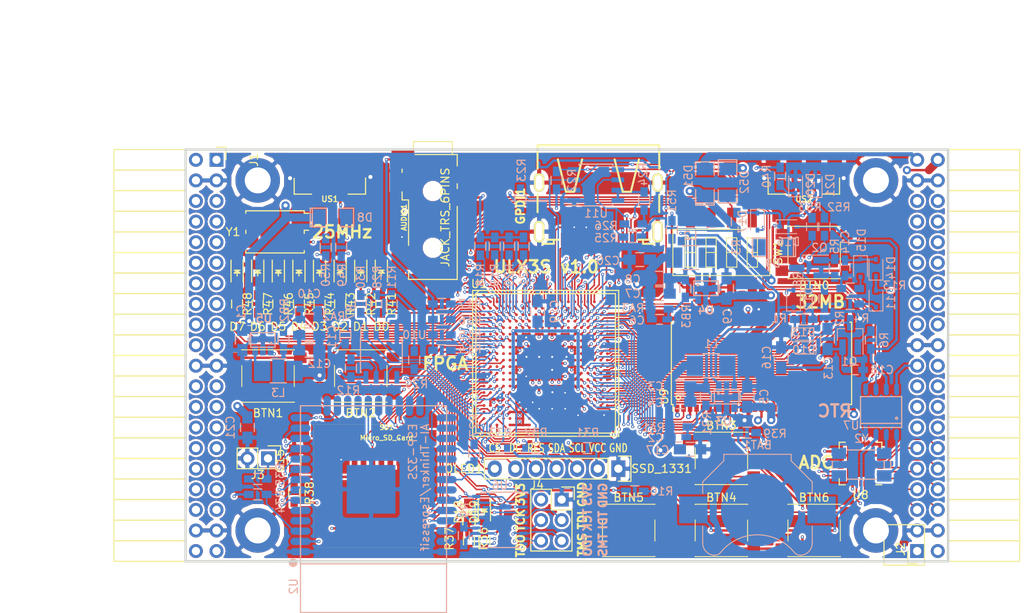
<source format=kicad_pcb>
(kicad_pcb (version 4) (host pcbnew 4.0.7+dfsg1-1)
  (layers (0 F.Cu signal) (1 In1.Cu signal) (2 In2.Cu signal) (31 B.Cu signal) (34 B.Paste user) (35 F.Paste user) (36 B.SilkS user) (37 F.SilkS user) (38 B.Mask user) (39 F.Mask user) (44 Edge.Cuts user))
  (net 0 "")
  (net 1 GND)
  (net 2 +5V)
  (net 3 /gpio/IN5V)
  (net 4 /gpio/OUT5V)
  (net 5 +3V3)
  (net 6 "Net-(L1-Pad1)")
  (net 7 "Net-(L2-Pad1)")
  (net 8 +1V2)
  (net 9 BTN_D)
  (net 10 BTN_F1)
  (net 11 BTN_F2)
  (net 12 BTN_L)
  (net 13 BTN_R)
  (net 14 BTN_U)
  (net 15 /power/FB1)
  (net 16 +2V5)
  (net 17 "Net-(L3-Pad1)")
  (net 18 /power/PWREN)
  (net 19 /power/FB3)
  (net 20 /power/FB2)
  (net 21 "Net-(D9-Pad1)")
  (net 22 /power/VBAT)
  (net 23 JTAG_TDI)
  (net 24 JTAG_TCK)
  (net 25 JTAG_TMS)
  (net 26 JTAG_TDO)
  (net 27 /power/WAKEUPn)
  (net 28 /power/WKUP)
  (net 29 /power/SHUT)
  (net 30 /power/WAKE)
  (net 31 /power/HOLD)
  (net 32 /power/WKn)
  (net 33 /power/OSCI_32k)
  (net 34 /power/OSCO_32k)
  (net 35 "Net-(Q2-Pad3)")
  (net 36 SHUTDOWN)
  (net 37 /analog/AUDIO_L)
  (net 38 /analog/AUDIO_R)
  (net 39 GPDI_5V_SCL)
  (net 40 GPDI_5V_SDA)
  (net 41 GPDI_SDA)
  (net 42 GPDI_SCL)
  (net 43 /gpdi/VREF2)
  (net 44 SD_CMD)
  (net 45 SD_CLK)
  (net 46 SD_D0)
  (net 47 SD_D1)
  (net 48 USB5V)
  (net 49 "Net-(BTN0-Pad1)")
  (net 50 GPDI_CEC)
  (net 51 nRESET)
  (net 52 FTDI_nDTR)
  (net 53 SDRAM_CKE)
  (net 54 SDRAM_A7)
  (net 55 SDRAM_D15)
  (net 56 SDRAM_BA1)
  (net 57 SDRAM_D7)
  (net 58 SDRAM_A6)
  (net 59 SDRAM_CLK)
  (net 60 SDRAM_D13)
  (net 61 SDRAM_BA0)
  (net 62 SDRAM_D6)
  (net 63 SDRAM_A5)
  (net 64 SDRAM_D14)
  (net 65 SDRAM_A11)
  (net 66 SDRAM_D12)
  (net 67 SDRAM_D5)
  (net 68 SDRAM_A4)
  (net 69 SDRAM_A10)
  (net 70 SDRAM_D11)
  (net 71 SDRAM_A3)
  (net 72 SDRAM_D4)
  (net 73 SDRAM_D10)
  (net 74 SDRAM_D9)
  (net 75 SDRAM_A9)
  (net 76 SDRAM_D3)
  (net 77 SDRAM_D8)
  (net 78 SDRAM_A8)
  (net 79 SDRAM_A2)
  (net 80 SDRAM_A1)
  (net 81 SDRAM_A0)
  (net 82 SDRAM_D2)
  (net 83 SDRAM_D1)
  (net 84 SDRAM_D0)
  (net 85 SDRAM_DQM0)
  (net 86 SDRAM_nCS)
  (net 87 SDRAM_nRAS)
  (net 88 SDRAM_DQM1)
  (net 89 SDRAM_nCAS)
  (net 90 SDRAM_nWE)
  (net 91 /flash/FLASH_nWP)
  (net 92 /flash/FLASH_nHOLD)
  (net 93 /flash/FLASH_MOSI)
  (net 94 /flash/FLASH_MISO)
  (net 95 /flash/FLASH_SCK)
  (net 96 /flash/FLASH_nCS)
  (net 97 /flash/FPGA_PROGRAMN)
  (net 98 /flash/FPGA_DONE)
  (net 99 /flash/FPGA_INITN)
  (net 100 OLED_RES)
  (net 101 OLED_DC)
  (net 102 OLED_CS)
  (net 103 WIFI_EN)
  (net 104 FTDI_nRTS)
  (net 105 FTDI_TXD)
  (net 106 FTDI_RXD)
  (net 107 WIFI_RXD)
  (net 108 WIFI_GPIO0)
  (net 109 WIFI_TXD)
  (net 110 GPDI_ETH-)
  (net 111 GPDI_ETH+)
  (net 112 GPDI_D2+)
  (net 113 GPDI_D2-)
  (net 114 GPDI_D1+)
  (net 115 GPDI_D1-)
  (net 116 GPDI_D0+)
  (net 117 GPDI_D0-)
  (net 118 GPDI_CLK+)
  (net 119 GPDI_CLK-)
  (net 120 USB_FTDI_D+)
  (net 121 USB_FTDI_D-)
  (net 122 J1_17-)
  (net 123 J1_17+)
  (net 124 J1_23-)
  (net 125 J1_23+)
  (net 126 J1_25-)
  (net 127 J1_25+)
  (net 128 J1_27-)
  (net 129 J1_27+)
  (net 130 J1_29-)
  (net 131 J1_29+)
  (net 132 J1_31-)
  (net 133 J1_31+)
  (net 134 J1_33-)
  (net 135 J1_33+)
  (net 136 J1_35-)
  (net 137 J1_35+)
  (net 138 J2_5-)
  (net 139 J2_5+)
  (net 140 J2_7-)
  (net 141 J2_7+)
  (net 142 J2_9-)
  (net 143 J2_9+)
  (net 144 J2_13-)
  (net 145 J2_13+)
  (net 146 J2_17-)
  (net 147 J2_17+)
  (net 148 J2_11-)
  (net 149 J2_11+)
  (net 150 J2_23-)
  (net 151 J2_23+)
  (net 152 J1_5-)
  (net 153 J1_5+)
  (net 154 J1_7-)
  (net 155 J1_7+)
  (net 156 J1_9-)
  (net 157 J1_9+)
  (net 158 J1_11-)
  (net 159 J1_11+)
  (net 160 J1_13-)
  (net 161 J1_13+)
  (net 162 J1_15-)
  (net 163 J1_15+)
  (net 164 J2_15-)
  (net 165 J2_15+)
  (net 166 J2_25-)
  (net 167 J2_25+)
  (net 168 J2_27-)
  (net 169 J2_27+)
  (net 170 J2_29-)
  (net 171 J2_29+)
  (net 172 J2_31-)
  (net 173 J2_31+)
  (net 174 J2_33-)
  (net 175 J2_33+)
  (net 176 J2_35-)
  (net 177 J2_35+)
  (net 178 SD_D3)
  (net 179 AUDIO_L3)
  (net 180 AUDIO_L2)
  (net 181 AUDIO_L1)
  (net 182 AUDIO_L0)
  (net 183 AUDIO_R3)
  (net 184 AUDIO_R2)
  (net 185 AUDIO_R1)
  (net 186 AUDIO_R0)
  (net 187 OLED_CLK)
  (net 188 OLED_MOSI)
  (net 189 LED0)
  (net 190 LED1)
  (net 191 LED2)
  (net 192 LED3)
  (net 193 LED4)
  (net 194 LED5)
  (net 195 LED6)
  (net 196 LED7)
  (net 197 BTN_PWRn)
  (net 198 "Net-(J3-Pad1)")
  (net 199 FTDI_nTXLED)
  (net 200 FTDI_nSLEEP)
  (net 201 /blinkey/LED_PWREN)
  (net 202 /blinkey/LED_TXLED)
  (net 203 FT3V3)
  (net 204 /sdcard/SD3V3)
  (net 205 SD_D2)
  (net 206 CLK_25MHz)
  (net 207 /blinkey/BTNPUL)
  (net 208 /blinkey/BTNPUR)
  (net 209 USB_FPGA_D+)
  (net 210 /power/FTDI_nSUSPEND)
  (net 211 /blinkey/ALED0)
  (net 212 /blinkey/ALED1)
  (net 213 /blinkey/ALED2)
  (net 214 /blinkey/ALED3)
  (net 215 /blinkey/ALED4)
  (net 216 /blinkey/ALED5)
  (net 217 /blinkey/ALED6)
  (net 218 /blinkey/ALED7)
  (net 219 /usb/FTD-)
  (net 220 /usb/FTD+)
  (net 221 ADC_MISO)
  (net 222 ADC_MOSI)
  (net 223 ADC_CSn)
  (net 224 ADC_SCLK)
  (net 225 "Net-(R51-Pad2)")
  (net 226 SW3)
  (net 227 SW2)
  (net 228 SW1)
  (net 229 SW0)
  (net 230 USB_FPGA_D-)
  (net 231 /usb/FPD+)
  (net 232 /usb/FPD-)
  (net 233 WIFI_GPIO16)
  (net 234 WIFI_GPIO15)
  (net 235 /usb/ANT_433MHz)
  (module Resistors_SMD:R_0603_HandSoldering (layer B.Cu) (at 154.044 71.326 90)
    (fp_text reference R51 (at 3.556 0 90) (layer B.SilkS) (effects (justify mirror)))
    (fp_text value 220)
    (pad 1 smd rect (at -1.1 0 90) (size 1.2 0.9) (layers B.Cu B.Paste B.Mask) (net 5 +3V3))
    (pad 2 smd rect (at 1.1 0 90) (size 1.2 0.9) (layers B.Cu B.Paste B.Mask) (net 225 "Net-(R51-Pad2)"))
  )
  (module SMD_Packages:SMD-1206_Pol (layer B.Cu) (at 160.902 65.484 270)
    (fp_text reference D52 (at -0.034 -2.078 270) (layer B.SilkS) (effects (justify mirror)))
    (fp_text value 2A)
    (pad 1 smd rect (at -1.651 0 270) (size 1.524 2.032) (layers B.Cu B.Paste B.Mask) (net 4 /gpio/OUT5V))
    (pad 2 smd rect (at 1.651 0 270) (size 1.524 2.032) (layers B.Cu B.Paste B.Mask) (net 2 +5V))
  )
  (module SMD_Packages:SMD-1206_Pol (layer B.Cu) (at 158.108 65.484 90)
    (fp_text reference D51 (at 0.762 -2.032 90) (layer B.SilkS) (effects (justify mirror)))
    (fp_text value 2A)
    (pad 1 smd rect (at -1.651 0 90) (size 1.524 2.032) (layers B.Cu B.Paste B.Mask) (net 2 +5V))
    (pad 2 smd rect (at 1.651 0 90) (size 1.524 2.032) (layers B.Cu B.Paste B.Mask) (net 3 /gpio/IN5V))
  )
  (module micro-sd:MicroSD_TF02D (layer F.Cu) (at 116.87 110.52 180)
    (fp_text reference SD1 (at -1.995 14.81 180) (layer F.SilkS) (effects (font (size 0.59944 0.59944) (thickness 0.12446))))
    (fp_text value Micro_SD_Card (at -1.995 13.54 180) (layer F.SilkS) (effects (font (size 0.59944 0.59944) (thickness 0.12446))))
    (pad 1 smd rect (at 1.94 11 180) (size 0.7 1.8) (layers F.Cu F.Paste F.Mask) (net 205 SD_D2))
    (pad 2 smd rect (at 0.84 11 180) (size 0.7 1.8) (layers F.Cu F.Paste F.Mask) (net 178 SD_D3))
    (pad 3 smd rect (at -0.26 11 180) (size 0.7 1.8) (layers F.Cu F.Paste F.Mask) (net 44 SD_CMD))
    (pad 4 smd rect (at -1.36 11 180) (size 0.7 1.8) (layers F.Cu F.Paste F.Mask) (net 204 /sdcard/SD3V3))
    (pad 5 smd rect (at -2.46 11 180) (size 0.7 1.8) (layers F.Cu F.Paste F.Mask) (net 45 SD_CLK))
    (pad 6 smd rect (at -3.56 11 180) (size 0.7 1.8) (layers F.Cu F.Paste F.Mask) (net 1 GND))
    (pad 7 smd rect (at -4.66 11 180) (size 0.7 1.8) (layers F.Cu F.Paste F.Mask) (net 46 SD_D0))
    (pad 8 smd rect (at -5.76 11 180) (size 0.7 1.8) (layers F.Cu F.Paste F.Mask) (net 47 SD_D1))
    (pad S smd rect (at -5.05 0.4 180) (size 1.6 1.4) (layers F.Cu F.Paste F.Mask))
    (pad S smd rect (at 0.75 0.4 180) (size 1.8 1.4) (layers F.Cu F.Paste F.Mask))
    (pad G smd rect (at -7.45 13.55 180) (size 1.4 1.9) (layers F.Cu F.Paste F.Mask))
    (pad G smd rect (at 6.6 14.55 180) (size 1.4 1.9) (layers F.Cu F.Paste F.Mask))
  )
  (module Resistors_SMD:R_1210_HandSoldering (layer B.Cu) (at 158.87 88.09 180)
    (fp_text reference L1 (at 0 2.7 180) (layer B.SilkS) (effects (justify mirror)))
    (fp_text value 2.2uH)
    (pad 1 smd rect (at -2 0 180) (size 2 2.5) (layers B.Cu B.Paste B.Mask) (net 6 "Net-(L1-Pad1)"))
    (pad 2 smd rect (at 2 0 180) (size 2 2.5) (layers B.Cu B.Paste B.Mask) (net 8 +1V2))
  )
  (module TSOT-25:TSOT-25 (layer B.Cu) (at 160.775 91.9)
    (fp_text reference U3 (at -0.381 3.048) (layer B.SilkS) (effects (font (thickness 0.2)) (justify mirror)))
    (fp_text value AP3429A)
    (pad 1 smd rect (at -0.95 -1.3) (size 0.7 1.2) (layers B.Cu B.Paste B.Mask) (net 18 /power/PWREN))
    (pad 2 smd rect (at 0 -1.3) (size 0.7 1.2) (layers B.Cu B.Paste B.Mask) (net 1 GND))
    (pad 3 smd rect (at 0.95 -1.3) (size 0.7 1.2) (layers B.Cu B.Paste B.Mask) (net 6 "Net-(L1-Pad1)"))
    (pad 4 smd rect (at 0.95 1.3) (size 0.7 1.2) (layers B.Cu B.Paste B.Mask) (net 2 +5V))
    (pad 5 smd rect (at -0.95 1.3) (size 0.7 1.2) (layers B.Cu B.Paste B.Mask) (net 15 /power/FB1))
  )
  (module Resistors_SMD:R_1210_HandSoldering (layer B.Cu) (at 156.33 74.755 180)
    (fp_text reference L2 (at 0 2.7 180) (layer B.SilkS) (effects (justify mirror)))
    (fp_text value 2.2uH)
    (pad 1 smd rect (at -2 0 180) (size 2 2.5) (layers B.Cu B.Paste B.Mask) (net 7 "Net-(L2-Pad1)"))
    (pad 2 smd rect (at 2 0 180) (size 2 2.5) (layers B.Cu B.Paste B.Mask) (net 5 +3V3))
  )
  (module TSOT-25:TSOT-25 (layer B.Cu) (at 158.235 78.535)
    (fp_text reference U4 (at 0 2.697) (layer B.SilkS) (effects (font (thickness 0.2)) (justify mirror)))
    (fp_text value AP3429A)
    (pad 1 smd rect (at -0.95 -1.3) (size 0.7 1.2) (layers B.Cu B.Paste B.Mask) (net 18 /power/PWREN))
    (pad 2 smd rect (at 0 -1.3) (size 0.7 1.2) (layers B.Cu B.Paste B.Mask) (net 1 GND))
    (pad 3 smd rect (at 0.95 -1.3) (size 0.7 1.2) (layers B.Cu B.Paste B.Mask) (net 7 "Net-(L2-Pad1)"))
    (pad 4 smd rect (at 0.95 1.3) (size 0.7 1.2) (layers B.Cu B.Paste B.Mask) (net 2 +5V))
    (pad 5 smd rect (at -0.95 1.3) (size 0.7 1.2) (layers B.Cu B.Paste B.Mask) (net 19 /power/FB3))
  )
  (module LEDs:LED_0805 (layer F.Cu) (at 118.23 76.66 270)
    (fp_text reference D0 (at 6.604 0 360) (layer F.SilkS))
    (fp_text value LED hide)
    (pad 2 smd rect (at 1.04902 0 90) (size 1.19888 1.19888) (layers F.Cu F.Paste F.Mask) (net 211 /blinkey/ALED0))
    (pad 1 smd rect (at -1.04902 0 90) (size 1.19888 1.19888) (layers F.Cu F.Paste F.Mask) (net 1 GND))
  )
  (module LEDs:LED_0805 (layer F.Cu) (at 115.69 76.66 270)
    (fp_text reference D1 (at 6.604 0 360) (layer F.SilkS))
    (fp_text value LED hide)
    (pad 2 smd rect (at 1.04902 0 90) (size 1.19888 1.19888) (layers F.Cu F.Paste F.Mask) (net 212 /blinkey/ALED1))
    (pad 1 smd rect (at -1.04902 0 90) (size 1.19888 1.19888) (layers F.Cu F.Paste F.Mask) (net 1 GND))
  )
  (module LEDs:LED_0805 (layer F.Cu) (at 113.15 76.66 270)
    (fp_text reference D2 (at 6.604 0 360) (layer F.SilkS))
    (fp_text value LED hide)
    (pad 2 smd rect (at 1.04902 0 90) (size 1.19888 1.19888) (layers F.Cu F.Paste F.Mask) (net 213 /blinkey/ALED2))
    (pad 1 smd rect (at -1.04902 0 90) (size 1.19888 1.19888) (layers F.Cu F.Paste F.Mask) (net 1 GND))
  )
  (module LEDs:LED_0805 (layer F.Cu) (at 110.61 76.66 270)
    (fp_text reference D3 (at 6.604 0 360) (layer F.SilkS))
    (fp_text value LED hide)
    (pad 2 smd rect (at 1.04902 0 90) (size 1.19888 1.19888) (layers F.Cu F.Paste F.Mask) (net 214 /blinkey/ALED3))
    (pad 1 smd rect (at -1.04902 0 90) (size 1.19888 1.19888) (layers F.Cu F.Paste F.Mask) (net 1 GND))
  )
  (module LEDs:LED_0805 (layer F.Cu) (at 108.07 76.66 270)
    (fp_text reference D4 (at 6.604 0 360) (layer F.SilkS))
    (fp_text value LED hide)
    (pad 2 smd rect (at 1.04902 0 90) (size 1.19888 1.19888) (layers F.Cu F.Paste F.Mask) (net 215 /blinkey/ALED4))
    (pad 1 smd rect (at -1.04902 0 90) (size 1.19888 1.19888) (layers F.Cu F.Paste F.Mask) (net 1 GND))
  )
  (module LEDs:LED_0805 (layer F.Cu) (at 105.53 76.66 270)
    (fp_text reference D5 (at 6.604 0 360) (layer F.SilkS))
    (fp_text value LED hide)
    (pad 2 smd rect (at 1.04902 0 90) (size 1.19888 1.19888) (layers F.Cu F.Paste F.Mask) (net 216 /blinkey/ALED5))
    (pad 1 smd rect (at -1.04902 0 90) (size 1.19888 1.19888) (layers F.Cu F.Paste F.Mask) (net 1 GND))
  )
  (module LEDs:LED_0805 (layer F.Cu) (at 102.99 76.66 270)
    (fp_text reference D6 (at 6.604 0 360) (layer F.SilkS))
    (fp_text value LED hide)
    (pad 2 smd rect (at 1.04902 0 90) (size 1.19888 1.19888) (layers F.Cu F.Paste F.Mask) (net 217 /blinkey/ALED6))
    (pad 1 smd rect (at -1.04902 0 90) (size 1.19888 1.19888) (layers F.Cu F.Paste F.Mask) (net 1 GND))
  )
  (module LEDs:LED_0805 (layer F.Cu) (at 100.45 76.66 270)
    (fp_text reference D7 (at 6.604 0 360) (layer F.SilkS))
    (fp_text value LED hide)
    (pad 2 smd rect (at 1.04902 0 90) (size 1.19888 1.19888) (layers F.Cu F.Paste F.Mask) (net 218 /blinkey/ALED7))
    (pad 1 smd rect (at -1.04902 0 90) (size 1.19888 1.19888) (layers F.Cu F.Paste F.Mask) (net 1 GND))
  )
  (module Resistors_SMD:R_1210_HandSoldering (layer B.Cu) (at 105.53 88.725)
    (fp_text reference L3 (at 0 2.7) (layer B.SilkS) (effects (justify mirror)))
    (fp_text value 2.2uH)
    (pad 1 smd rect (at -2 0) (size 2 2.5) (layers B.Cu B.Paste B.Mask) (net 17 "Net-(L3-Pad1)"))
    (pad 2 smd rect (at 2 0) (size 2 2.5) (layers B.Cu B.Paste B.Mask) (net 16 +2V5))
  )
  (module TSOT-25:TSOT-25 (layer B.Cu) (at 103.625 84.915 180)
    (fp_text reference U5 (at -0.127 2.667 180) (layer B.SilkS) (effects (font (thickness 0.2)) (justify mirror)))
    (fp_text value AP3429A)
    (pad 1 smd rect (at -0.95 -1.3 180) (size 0.7 1.2) (layers B.Cu B.Paste B.Mask) (net 18 /power/PWREN))
    (pad 2 smd rect (at 0 -1.3 180) (size 0.7 1.2) (layers B.Cu B.Paste B.Mask) (net 1 GND))
    (pad 3 smd rect (at 0.95 -1.3 180) (size 0.7 1.2) (layers B.Cu B.Paste B.Mask) (net 17 "Net-(L3-Pad1)"))
    (pad 4 smd rect (at 0.95 1.3 180) (size 0.7 1.2) (layers B.Cu B.Paste B.Mask) (net 2 +5V))
    (pad 5 smd rect (at -0.95 1.3 180) (size 0.7 1.2) (layers B.Cu B.Paste B.Mask) (net 20 /power/FB2))
  )
  (module Capacitors_SMD:C_0805_HandSoldering (layer B.Cu) (at 101.085 84.915 270)
    (fp_text reference C1 (at -3.429 0.127 270) (layer B.SilkS) (effects (justify mirror)))
    (fp_text value 22uF)
    (pad 1 smd rect (at -1.25 0 270) (size 1.5 1.25) (layers B.Cu B.Paste B.Mask) (net 2 +5V))
    (pad 2 smd rect (at 1.25 0 270) (size 1.5 1.25) (layers B.Cu B.Paste B.Mask) (net 1 GND))
  )
  (module Capacitors_SMD:C_0805_HandSoldering (layer B.Cu) (at 155.06 90.63)
    (fp_text reference C3 (at -3.048 0) (layer B.SilkS) (effects (justify mirror)))
    (fp_text value 22uF)
    (pad 1 smd rect (at -1.25 0) (size 1.5 1.25) (layers B.Cu B.Paste B.Mask) (net 8 +1V2))
    (pad 2 smd rect (at 1.25 0) (size 1.5 1.25) (layers B.Cu B.Paste B.Mask) (net 1 GND))
  )
  (module Capacitors_SMD:C_0805_HandSoldering (layer B.Cu) (at 155.06 92.535)
    (fp_text reference C4 (at -3.048 0.127) (layer B.SilkS) (effects (justify mirror)))
    (fp_text value 22uF)
    (pad 1 smd rect (at -1.25 0) (size 1.5 1.25) (layers B.Cu B.Paste B.Mask) (net 8 +1V2))
    (pad 2 smd rect (at 1.25 0) (size 1.5 1.25) (layers B.Cu B.Paste B.Mask) (net 1 GND))
  )
  (module Capacitors_SMD:C_0805_HandSoldering (layer B.Cu) (at 163.315 91.9 90)
    (fp_text reference C5 (at 0 2.1 90) (layer B.SilkS) (effects (justify mirror)))
    (fp_text value 22uF)
    (pad 1 smd rect (at -1.25 0 90) (size 1.5 1.25) (layers B.Cu B.Paste B.Mask) (net 2 +5V))
    (pad 2 smd rect (at 1.25 0 90) (size 1.5 1.25) (layers B.Cu B.Paste B.Mask) (net 1 GND))
  )
  (module Capacitors_SMD:C_0805_HandSoldering (layer B.Cu) (at 152.52 79.2)
    (fp_text reference C7 (at -3.302 0) (layer B.SilkS) (effects (justify mirror)))
    (fp_text value 22uF)
    (pad 1 smd rect (at -1.25 0) (size 1.5 1.25) (layers B.Cu B.Paste B.Mask) (net 5 +3V3))
    (pad 2 smd rect (at 1.25 0) (size 1.5 1.25) (layers B.Cu B.Paste B.Mask) (net 1 GND))
  )
  (module Capacitors_SMD:C_0805_HandSoldering (layer B.Cu) (at 152.52 77.295)
    (fp_text reference C8 (at -3.302 0.127) (layer B.SilkS) (effects (justify mirror)))
    (fp_text value 22uF)
    (pad 1 smd rect (at -1.25 0) (size 1.5 1.25) (layers B.Cu B.Paste B.Mask) (net 5 +3V3))
    (pad 2 smd rect (at 1.25 0) (size 1.5 1.25) (layers B.Cu B.Paste B.Mask) (net 1 GND))
  )
  (module Capacitors_SMD:C_0805_HandSoldering (layer B.Cu) (at 160.775 78.565 90)
    (fp_text reference C9 (at -3.429 0.127 90) (layer B.SilkS) (effects (justify mirror)))
    (fp_text value 22uF)
    (pad 1 smd rect (at -1.25 0 90) (size 1.5 1.25) (layers B.Cu B.Paste B.Mask) (net 2 +5V))
    (pad 2 smd rect (at 1.25 0 90) (size 1.5 1.25) (layers B.Cu B.Paste B.Mask) (net 1 GND))
  )
  (module Capacitors_SMD:C_0805_HandSoldering (layer B.Cu) (at 109.34 84.28 180)
    (fp_text reference C11 (at -2.794 -0.254 270) (layer B.SilkS) (effects (justify mirror)))
    (fp_text value 22uF)
    (pad 1 smd rect (at -1.25 0 180) (size 1.5 1.25) (layers B.Cu B.Paste B.Mask) (net 16 +2V5))
    (pad 2 smd rect (at 1.25 0 180) (size 1.5 1.25) (layers B.Cu B.Paste B.Mask) (net 1 GND))
  )
  (module Capacitors_SMD:C_0805_HandSoldering (layer B.Cu) (at 109.34 86.185 180)
    (fp_text reference C12 (at -1.27 -1.651 360) (layer B.SilkS) (effects (justify mirror)))
    (fp_text value 22uF)
    (pad 1 smd rect (at -1.25 0 180) (size 1.5 1.25) (layers B.Cu B.Paste B.Mask) (net 16 +2V5))
    (pad 2 smd rect (at 1.25 0 180) (size 1.5 1.25) (layers B.Cu B.Paste B.Mask) (net 1 GND))
  )
  (module SMD_Packages:SMD-1206_Pol (layer B.Cu) (at 112.261 69.802)
    (fp_text reference D8 (at 3.937 0) (layer B.SilkS) (effects (justify mirror)))
    (fp_text value 2A)
    (pad 1 smd rect (at -1.651 0) (size 1.524 2.032) (layers B.Cu B.Paste B.Mask) (net 2 +5V))
    (pad 2 smd rect (at 1.651 0) (size 1.524 2.032) (layers B.Cu B.Paste B.Mask) (net 48 USB5V))
  )
  (module SMD_Packages:SMD-1206_Pol (layer B.Cu) (at 166.49 73.485 180)
    (fp_text reference D9 (at 0.01 -1.965 180) (layer B.SilkS) (effects (justify mirror)))
    (fp_text value 2A)
    (pad 1 smd rect (at -1.651 0 180) (size 1.524 2.032) (layers B.Cu B.Paste B.Mask) (net 21 "Net-(D9-Pad1)"))
    (pad 2 smd rect (at 1.651 0 180) (size 1.524 2.032) (layers B.Cu B.Paste B.Mask) (net 2 +5V))
  )
  (module Power_Integrations:SO-8 (layer B.Cu) (at 179.825 93.805 180)
    (fp_text reference U7 (at 3.683 -1.651 180) (layer B.SilkS) (effects (justify mirror)))
    (fp_text value PCF8523)
    (pad 1 smd oval (at -1.905 -2.794 180) (size 0.6096 1.4732) (layers B.Cu B.Paste B.Mask) (net 33 /power/OSCI_32k))
    (pad 2 smd oval (at -0.635 -2.794 180) (size 0.6096 1.4732) (layers B.Cu B.Paste B.Mask) (net 34 /power/OSCO_32k))
    (pad 3 smd oval (at 0.635 -2.794 180) (size 0.6096 1.4732) (layers B.Cu B.Paste B.Mask) (net 22 /power/VBAT))
    (pad 4 smd oval (at 1.905 -2.794 180) (size 0.6096 1.4732) (layers B.Cu B.Paste B.Mask) (net 1 GND))
    (pad 5 smd oval (at 1.905 2.794 180) (size 0.6096 1.4732) (layers B.Cu B.Paste B.Mask) (net 41 GPDI_SDA))
    (pad 6 smd oval (at 0.635 2.794 180) (size 0.6096 1.4732) (layers B.Cu B.Paste B.Mask) (net 42 GPDI_SCL))
    (pad 7 smd oval (at -0.635 2.794 180) (size 0.6096 1.4732) (layers B.Cu B.Paste B.Mask) (net 27 /power/WAKEUPn))
    (pad 8 smd oval (at -1.905 2.794 180) (size 0.6096 1.4732) (layers B.Cu B.Paste B.Mask) (net 5 +3V3))
  )
  (module Capacitors_SMD:C_0805_HandSoldering (layer B.Cu) (at 173.221 84.788 90)
    (fp_text reference C13 (at -3.556 0.127 90) (layer B.SilkS) (effects (justify mirror)))
    (fp_text value 2.2uF)
    (pad 1 smd rect (at -1.25 0 90) (size 1.5 1.25) (layers B.Cu B.Paste B.Mask) (net 2 +5V))
    (pad 2 smd rect (at 1.25 0 90) (size 1.5 1.25) (layers B.Cu B.Paste B.Mask) (net 28 /power/WKUP))
  )
  (module TSOP54:TSOP54 (layer F.Cu) (at 165.08 87.8 90)
    (fp_text reference U9 (at -4.1 -12 90) (layer F.SilkS))
    (fp_text value MT48LC16M16A2TG)
    (pad 28 smd rect (at 5.53 10.4 90) (size 0.9 0.56) (layers F.Cu F.Paste F.Mask) (net 1 GND))
    (pad 1 smd rect (at -5.53 -10.4 90) (size 0.9 0.56) (layers F.Cu F.Paste F.Mask) (net 5 +3V3))
    (pad 2 smd rect (at -5.53 -9.6 90) (size 0.9 0.56) (layers F.Cu F.Paste F.Mask) (net 84 SDRAM_D0))
    (pad 3 smd rect (at -5.53 -8.8 90) (size 0.9 0.56) (layers F.Cu F.Paste F.Mask) (net 5 +3V3))
    (pad 4 smd rect (at -5.53 -8 90) (size 0.9 0.56) (layers F.Cu F.Paste F.Mask) (net 83 SDRAM_D1))
    (pad 5 smd rect (at -5.53 -7.2 90) (size 0.9 0.56) (layers F.Cu F.Paste F.Mask) (net 82 SDRAM_D2))
    (pad 6 smd rect (at -5.53 -6.4 90) (size 0.9 0.56) (layers F.Cu F.Paste F.Mask) (net 1 GND))
    (pad 7 smd rect (at -5.53 -5.6 90) (size 0.9 0.56) (layers F.Cu F.Paste F.Mask) (net 76 SDRAM_D3))
    (pad 8 smd rect (at -5.53 -4.8 90) (size 0.9 0.56) (layers F.Cu F.Paste F.Mask) (net 72 SDRAM_D4))
    (pad 9 smd rect (at -5.53 -4 90) (size 0.9 0.56) (layers F.Cu F.Paste F.Mask) (net 5 +3V3))
    (pad 10 smd rect (at -5.53 -3.2 90) (size 0.9 0.56) (layers F.Cu F.Paste F.Mask) (net 67 SDRAM_D5))
    (pad 11 smd rect (at -5.53 -2.4 90) (size 0.9 0.56) (layers F.Cu F.Paste F.Mask) (net 62 SDRAM_D6))
    (pad 12 smd rect (at -5.53 -1.6 90) (size 0.9 0.56) (layers F.Cu F.Paste F.Mask) (net 1 GND))
    (pad 13 smd rect (at -5.53 -0.8 90) (size 0.9 0.56) (layers F.Cu F.Paste F.Mask) (net 57 SDRAM_D7))
    (pad 14 smd rect (at -5.53 0 90) (size 0.9 0.56) (layers F.Cu F.Paste F.Mask) (net 5 +3V3))
    (pad 15 smd rect (at -5.53 0.8 90) (size 0.9 0.56) (layers F.Cu F.Paste F.Mask) (net 85 SDRAM_DQM0))
    (pad 16 smd rect (at -5.53 1.6 90) (size 0.9 0.56) (layers F.Cu F.Paste F.Mask) (net 90 SDRAM_nWE))
    (pad 17 smd rect (at -5.53 2.4 90) (size 0.9 0.56) (layers F.Cu F.Paste F.Mask) (net 89 SDRAM_nCAS))
    (pad 18 smd rect (at -5.53 3.2 90) (size 0.9 0.56) (layers F.Cu F.Paste F.Mask) (net 87 SDRAM_nRAS))
    (pad 19 smd rect (at -5.53 4 90) (size 0.9 0.56) (layers F.Cu F.Paste F.Mask) (net 86 SDRAM_nCS))
    (pad 20 smd rect (at -5.53 4.8 90) (size 0.9 0.56) (layers F.Cu F.Paste F.Mask) (net 61 SDRAM_BA0))
    (pad 21 smd rect (at -5.53 5.6 90) (size 0.9 0.56) (layers F.Cu F.Paste F.Mask) (net 56 SDRAM_BA1))
    (pad 22 smd rect (at -5.53 6.4 90) (size 0.9 0.56) (layers F.Cu F.Paste F.Mask) (net 69 SDRAM_A10))
    (pad 23 smd rect (at -5.53 7.2 90) (size 0.9 0.56) (layers F.Cu F.Paste F.Mask) (net 81 SDRAM_A0))
    (pad 24 smd rect (at -5.53 8 90) (size 0.9 0.56) (layers F.Cu F.Paste F.Mask) (net 80 SDRAM_A1))
    (pad 25 smd rect (at -5.53 8.8 90) (size 0.9 0.56) (layers F.Cu F.Paste F.Mask) (net 79 SDRAM_A2))
    (pad 26 smd rect (at -5.53 9.6 90) (size 0.9 0.56) (layers F.Cu F.Paste F.Mask) (net 71 SDRAM_A3))
    (pad 27 smd rect (at -5.53 10.4 90) (size 0.9 0.56) (layers F.Cu F.Paste F.Mask) (net 5 +3V3))
    (pad 29 smd rect (at 5.53 9.6 90) (size 0.9 0.56) (layers F.Cu F.Paste F.Mask) (net 68 SDRAM_A4))
    (pad 30 smd rect (at 5.53 8.8 90) (size 0.9 0.56) (layers F.Cu F.Paste F.Mask) (net 63 SDRAM_A5))
    (pad 31 smd rect (at 5.53 8 90) (size 0.9 0.56) (layers F.Cu F.Paste F.Mask) (net 58 SDRAM_A6))
    (pad 32 smd rect (at 5.53 7.2 90) (size 0.9 0.56) (layers F.Cu F.Paste F.Mask) (net 54 SDRAM_A7))
    (pad 33 smd rect (at 5.53 6.4 90) (size 0.9 0.56) (layers F.Cu F.Paste F.Mask) (net 78 SDRAM_A8))
    (pad 34 smd rect (at 5.53 5.6 90) (size 0.9 0.56) (layers F.Cu F.Paste F.Mask) (net 75 SDRAM_A9))
    (pad 35 smd rect (at 5.53 4.8 90) (size 0.9 0.56) (layers F.Cu F.Paste F.Mask) (net 65 SDRAM_A11))
    (pad 36 smd rect (at 5.53 4 90) (size 0.9 0.56) (layers F.Cu F.Paste F.Mask))
    (pad 37 smd rect (at 5.53 3.2 90) (size 0.9 0.56) (layers F.Cu F.Paste F.Mask) (net 53 SDRAM_CKE))
    (pad 38 smd rect (at 5.53 2.4 90) (size 0.9 0.56) (layers F.Cu F.Paste F.Mask) (net 59 SDRAM_CLK))
    (pad 39 smd rect (at 5.53 1.6 90) (size 0.9 0.56) (layers F.Cu F.Paste F.Mask) (net 88 SDRAM_DQM1))
    (pad 40 smd rect (at 5.53 0.8 90) (size 0.9 0.56) (layers F.Cu F.Paste F.Mask))
    (pad 41 smd rect (at 5.53 0 90) (size 0.9 0.56) (layers F.Cu F.Paste F.Mask) (net 1 GND))
    (pad 42 smd rect (at 5.53 -0.8 90) (size 0.9 0.56) (layers F.Cu F.Paste F.Mask) (net 77 SDRAM_D8))
    (pad 43 smd rect (at 5.53 -1.6 90) (size 0.9 0.56) (layers F.Cu F.Paste F.Mask) (net 5 +3V3))
    (pad 44 smd rect (at 5.53 -2.4 90) (size 0.9 0.56) (layers F.Cu F.Paste F.Mask) (net 74 SDRAM_D9))
    (pad 45 smd rect (at 5.53 -3.2 90) (size 0.9 0.56) (layers F.Cu F.Paste F.Mask) (net 73 SDRAM_D10))
    (pad 46 smd rect (at 5.53 -4 90) (size 0.9 0.56) (layers F.Cu F.Paste F.Mask) (net 1 GND))
    (pad 47 smd rect (at 5.53 -4.8 90) (size 0.9 0.56) (layers F.Cu F.Paste F.Mask) (net 70 SDRAM_D11))
    (pad 48 smd rect (at 5.53 -5.6 90) (size 0.9 0.56) (layers F.Cu F.Paste F.Mask) (net 66 SDRAM_D12))
    (pad 49 smd rect (at 5.53 -6.4 90) (size 0.9 0.56) (layers F.Cu F.Paste F.Mask) (net 5 +3V3))
    (pad 50 smd rect (at 5.53 -7.2 90) (size 0.9 0.56) (layers F.Cu F.Paste F.Mask) (net 60 SDRAM_D13))
    (pad 51 smd rect (at 5.53 -8 90) (size 0.9 0.56) (layers F.Cu F.Paste F.Mask) (net 64 SDRAM_D14))
    (pad 52 smd rect (at 5.53 -8.8 90) (size 0.9 0.56) (layers F.Cu F.Paste F.Mask) (net 1 GND))
    (pad 53 smd rect (at 5.53 -9.6 90) (size 0.9 0.56) (layers F.Cu F.Paste F.Mask) (net 55 SDRAM_D15))
    (pad 54 smd rect (at 5.53 -10.4 90) (size 0.9 0.56) (layers F.Cu F.Paste F.Mask) (net 1 GND))
  )
  (module TO_SOT_Packages_SMD:SOT-23_Handsoldering (layer B.Cu) (at 176.015 84.28 90)
    (fp_text reference Q1 (at -3.302 -0.127 180) (layer B.SilkS) (effects (justify mirror)))
    (fp_text value BC857)
    (pad 1 smd rect (at -1.5 0.95 90) (size 1.9 0.8) (layers B.Cu B.Paste B.Mask) (net 32 /power/WKn))
    (pad 2 smd rect (at -1.5 -0.95 90) (size 1.9 0.8) (layers B.Cu B.Paste B.Mask) (net 2 +5V))
    (pad 3 smd rect (at 1.5 0 90) (size 1.9 0.8) (layers B.Cu B.Paste B.Mask) (net 28 /power/WKUP))
  )
  (module TO_SOT_Packages_SMD:SOT-23_Handsoldering (layer B.Cu) (at 170.935 76.025 180)
    (fp_text reference Q2 (at -1.295 2.5 180) (layer B.SilkS) (effects (justify mirror)))
    (fp_text value 2N7002)
    (pad 1 smd rect (at -1.5 0.95 180) (size 1.9 0.8) (layers B.Cu B.Paste B.Mask) (net 29 /power/SHUT))
    (pad 2 smd rect (at -1.5 -0.95 180) (size 1.9 0.8) (layers B.Cu B.Paste B.Mask) (net 1 GND))
    (pad 3 smd rect (at 1.5 0 180) (size 1.9 0.8) (layers B.Cu B.Paste B.Mask) (net 35 "Net-(Q2-Pad3)"))
  )
  (module Capacitors_SMD:C_0603_HandSoldering (layer B.Cu) (at 154.86 96.91)
    (fp_text reference C2 (at -2.848 0.07) (layer B.SilkS) (effects (justify mirror)))
    (fp_text value 470pF)
    (pad 1 smd rect (at -0.95 0) (size 1.2 0.75) (layers B.Cu B.Paste B.Mask) (net 8 +1V2))
    (pad 2 smd rect (at 0.95 0) (size 1.2 0.75) (layers B.Cu B.Paste B.Mask) (net 15 /power/FB1))
  )
  (module Capacitors_SMD:C_0603_HandSoldering (layer B.Cu) (at 152.52 82.375)
    (fp_text reference C6 (at -2.794 0.127) (layer B.SilkS) (effects (justify mirror)))
    (fp_text value 470pF)
    (pad 1 smd rect (at -0.95 0) (size 1.2 0.75) (layers B.Cu B.Paste B.Mask) (net 5 +3V3))
    (pad 2 smd rect (at 0.95 0) (size 1.2 0.75) (layers B.Cu B.Paste B.Mask) (net 19 /power/FB3))
  )
  (module Capacitors_SMD:C_0603_HandSoldering (layer B.Cu) (at 109.34 81.105 180)
    (fp_text reference C10 (at 0 1.9 180) (layer B.SilkS) (effects (justify mirror)))
    (fp_text value 470pF)
    (pad 1 smd rect (at -0.95 0 180) (size 1.2 0.75) (layers B.Cu B.Paste B.Mask) (net 16 +2V5))
    (pad 2 smd rect (at 0.95 0 180) (size 1.2 0.75) (layers B.Cu B.Paste B.Mask) (net 20 /power/FB2))
  )
  (module Capacitors_SMD:C_0603_HandSoldering (layer B.Cu) (at 175.38 76.025 270)
    (fp_text reference C14 (at -3.175 0 270) (layer B.SilkS) (effects (justify mirror)))
    (fp_text value 100nF)
    (pad 1 smd rect (at -0.95 0 270) (size 1.2 0.75) (layers B.Cu B.Paste B.Mask) (net 29 /power/SHUT))
    (pad 2 smd rect (at 0.95 0 270) (size 1.2 0.75) (layers B.Cu B.Paste B.Mask) (net 1 GND))
  )
  (module Resistors_SMD:R_0603_HandSoldering (layer B.Cu) (at 170.3 82.375)
    (fp_text reference R1 (at -3.048 -0.127) (layer B.SilkS) (effects (justify mirror)))
    (fp_text value 15k)
    (pad 1 smd rect (at -1.1 0) (size 1.2 0.9) (layers B.Cu B.Paste B.Mask) (net 30 /power/WAKE))
    (pad 2 smd rect (at 1.1 0) (size 1.2 0.9) (layers B.Cu B.Paste B.Mask) (net 18 /power/PWREN))
  )
  (module Resistors_SMD:R_0603_HandSoldering (layer B.Cu) (at 172.84 79.835 90)
    (fp_text reference R2 (at -2.413 1.9 90) (layer B.SilkS) (effects (justify mirror)))
    (fp_text value 47k)
    (pad 1 smd rect (at -1.1 0 90) (size 1.2 0.9) (layers B.Cu B.Paste B.Mask) (net 18 /power/PWREN))
    (pad 2 smd rect (at 1.1 0 90) (size 1.2 0.9) (layers B.Cu B.Paste B.Mask) (net 1 GND))
  )
  (module Resistors_SMD:R_0603_HandSoldering (layer B.Cu) (at 176.015 80.47 180)
    (fp_text reference R4 (at -1.397 -1.778 360) (layer B.SilkS) (effects (justify mirror)))
    (fp_text value 15k)
    (pad 1 smd rect (at -1.1 0 180) (size 1.2 0.9) (layers B.Cu B.Paste B.Mask) (net 31 /power/HOLD))
    (pad 2 smd rect (at 1.1 0 180) (size 1.2 0.9) (layers B.Cu B.Paste B.Mask) (net 18 /power/PWREN))
  )
  (module Resistors_SMD:R_0603_HandSoldering (layer B.Cu) (at 174.11 76.025 270)
    (fp_text reference R5 (at -2.667 0 270) (layer B.SilkS) (effects (justify mirror)))
    (fp_text value 4.7M)
    (pad 1 smd rect (at -1.1 0 270) (size 1.2 0.9) (layers B.Cu B.Paste B.Mask) (net 29 /power/SHUT))
    (pad 2 smd rect (at 1.1 0 270) (size 1.2 0.9) (layers B.Cu B.Paste B.Mask) (net 1 GND))
  )
  (module Resistors_SMD:R_0603_HandSoldering (layer B.Cu) (at 178.555 84.915 270)
    (fp_text reference R6 (at 0 -1.651 270) (layer B.SilkS) (effects (justify mirror)))
    (fp_text value 1k)
    (pad 1 smd rect (at -1.1 0 270) (size 1.2 0.9) (layers B.Cu B.Paste B.Mask) (net 32 /power/WKn))
    (pad 2 smd rect (at 1.1 0 270) (size 1.2 0.9) (layers B.Cu B.Paste B.Mask) (net 27 /power/WAKEUPn))
  )
  (module Resistors_SMD:R_0603_HandSoldering (layer B.Cu) (at 113.785 84.28 270)
    (fp_text reference R7 (at -2.794 -0.635 270) (layer B.SilkS) (effects (justify mirror)))
    (fp_text value 220)
    (pad 1 smd rect (at -1.1 0 270) (size 1.2 0.9) (layers B.Cu B.Paste B.Mask) (net 5 +3V3))
    (pad 2 smd rect (at 1.1 0 270) (size 1.2 0.9) (layers B.Cu B.Paste B.Mask) (net 207 /blinkey/BTNPUL))
  )
  (module Resistors_SMD:R_0603_HandSoldering (layer B.Cu) (at 170.935 79.835 90)
    (fp_text reference R8 (at 2.413 -1.397 90) (layer B.SilkS) (effects (justify mirror)))
    (fp_text value 1k)
    (pad 1 smd rect (at -1.1 0 90) (size 1.2 0.9) (layers B.Cu B.Paste B.Mask) (net 18 /power/PWREN))
    (pad 2 smd rect (at 1.1 0 90) (size 1.2 0.9) (layers B.Cu B.Paste B.Mask) (net 35 "Net-(Q2-Pad3)"))
  )
  (module Resistors_SMD:R_0603_HandSoldering (layer B.Cu) (at 128.39 109.045 270)
    (fp_text reference R9 (at -3.13 -0.126 270) (layer B.SilkS) (effects (justify mirror)))
    (fp_text value 15k)
    (pad 1 smd rect (at -1.1 0 270) (size 1.2 0.9) (layers B.Cu B.Paste B.Mask) (net 51 nRESET))
    (pad 2 smd rect (at 1.1 0 270) (size 1.2 0.9) (layers B.Cu B.Paste B.Mask) (net 203 FT3V3))
  )
  (module Resistors_SMD:R_0603_HandSoldering (layer B.Cu) (at 149.472 103.584 180)
    (fp_text reference R10 (at -3.302 0 180) (layer B.SilkS) (effects (justify mirror)))
    (fp_text value 220)
    (pad 1 smd rect (at -1.1 0 180) (size 1.2 0.9) (layers B.Cu B.Paste B.Mask) (net 210 /power/FTDI_nSUSPEND))
    (pad 2 smd rect (at 1.1 0 180) (size 1.2 0.9) (layers B.Cu B.Paste B.Mask) (net 200 FTDI_nSLEEP))
  )
  (module Resistors_SMD:R_0603_HandSoldering (layer B.Cu) (at 176.015 78.565 180)
    (fp_text reference R13 (at -5.461 0.381 180) (layer B.SilkS) (effects (justify mirror)))
    (fp_text value 15k)
    (pad 1 smd rect (at -1.1 0 180) (size 1.2 0.9) (layers B.Cu B.Paste B.Mask) (net 36 SHUTDOWN))
    (pad 2 smd rect (at 1.1 0 180) (size 1.2 0.9) (layers B.Cu B.Paste B.Mask) (net 1 GND))
  )
  (module Resistors_SMD:R_0603_HandSoldering (layer B.Cu) (at 154.86 95.64)
    (fp_text reference RA1 (at -3.102 0.07) (layer B.SilkS) (effects (justify mirror)))
    (fp_text value 15k)
    (pad 1 smd rect (at -1.1 0) (size 1.2 0.9) (layers B.Cu B.Paste B.Mask) (net 8 +1V2))
    (pad 2 smd rect (at 1.1 0) (size 1.2 0.9) (layers B.Cu B.Paste B.Mask) (net 15 /power/FB1))
  )
  (module Resistors_SMD:R_0603_HandSoldering (layer B.Cu) (at 109.34 82.375 180)
    (fp_text reference RA2 (at -3.048 0.381 360) (layer B.SilkS) (effects (justify mirror)))
    (fp_text value 15k)
    (pad 1 smd rect (at -1.1 0 180) (size 1.2 0.9) (layers B.Cu B.Paste B.Mask) (net 16 +2V5))
    (pad 2 smd rect (at 1.1 0 180) (size 1.2 0.9) (layers B.Cu B.Paste B.Mask) (net 20 /power/FB2))
  )
  (module Resistors_SMD:R_0603_HandSoldering (layer B.Cu) (at 152.52 81.105)
    (fp_text reference RA3 (at -3.302 -0.127) (layer B.SilkS) (effects (justify mirror)))
    (fp_text value 15k)
    (pad 1 smd rect (at -1.1 0) (size 1.2 0.9) (layers B.Cu B.Paste B.Mask) (net 5 +3V3))
    (pad 2 smd rect (at 1.1 0) (size 1.2 0.9) (layers B.Cu B.Paste B.Mask) (net 19 /power/FB3))
  )
  (module Resistors_SMD:R_0603_HandSoldering (layer B.Cu) (at 158.235 91.9 270)
    (fp_text reference RB1 (at 3.302 -0.127 270) (layer B.SilkS) (effects (justify mirror)))
    (fp_text value 15k)
    (pad 1 smd rect (at -1.1 0 270) (size 1.2 0.9) (layers B.Cu B.Paste B.Mask) (net 1 GND))
    (pad 2 smd rect (at 1.1 0 270) (size 1.2 0.9) (layers B.Cu B.Paste B.Mask) (net 15 /power/FB1))
  )
  (module Resistors_SMD:R_0603_HandSoldering (layer B.Cu) (at 106.165 84.915 90)
    (fp_text reference RB2 (at 3.683 0.127 90) (layer B.SilkS) (effects (justify mirror)))
    (fp_text value 4.7k)
    (pad 1 smd rect (at -1.1 0 90) (size 1.2 0.9) (layers B.Cu B.Paste B.Mask) (net 1 GND))
    (pad 2 smd rect (at 1.1 0 90) (size 1.2 0.9) (layers B.Cu B.Paste B.Mask) (net 20 /power/FB2))
  )
  (module Resistors_SMD:R_0603_HandSoldering (layer B.Cu) (at 155.695 78.565 270)
    (fp_text reference RB3 (at 3.429 -0.127 270) (layer B.SilkS) (effects (justify mirror)))
    (fp_text value 3.3k)
    (pad 1 smd rect (at -1.1 0 270) (size 1.2 0.9) (layers B.Cu B.Paste B.Mask) (net 1 GND))
    (pad 2 smd rect (at 1.1 0 270) (size 1.2 0.9) (layers B.Cu B.Paste B.Mask) (net 19 /power/FB3))
  )
  (module Resistors_SMD:R_0603_HandSoldering (layer B.Cu) (at 125.682 86.185 180)
    (fp_text reference R14 (at -3.47 0.127 180) (layer B.SilkS) (effects (justify mirror)))
    (fp_text value 800)
    (pad 1 smd rect (at -1.1 0 180) (size 1.2 0.9) (layers B.Cu B.Paste B.Mask) (net 179 AUDIO_L3))
    (pad 2 smd rect (at 1.1 0 180) (size 1.2 0.9) (layers B.Cu B.Paste B.Mask) (net 37 /analog/AUDIO_L))
  )
  (module Resistors_SMD:R_0603_HandSoldering (layer B.Cu) (at 125.682 84.279 180)
    (fp_text reference R15 (at -3.47 -0.001 180) (layer B.SilkS) (effects (justify mirror)))
    (fp_text value 400)
    (pad 1 smd rect (at -1.1 0 180) (size 1.2 0.9) (layers B.Cu B.Paste B.Mask) (net 180 AUDIO_L2))
    (pad 2 smd rect (at 1.1 0 180) (size 1.2 0.9) (layers B.Cu B.Paste B.Mask) (net 37 /analog/AUDIO_L))
  )
  (module Resistors_SMD:R_0603_HandSoldering (layer B.Cu) (at 125.682 82.375 180)
    (fp_text reference R16 (at -3.47 -0.127 180) (layer B.SilkS) (effects (justify mirror)))
    (fp_text value 200)
    (pad 1 smd rect (at -1.1 0 180) (size 1.2 0.9) (layers B.Cu B.Paste B.Mask) (net 181 AUDIO_L1))
    (pad 2 smd rect (at 1.1 0 180) (size 1.2 0.9) (layers B.Cu B.Paste B.Mask) (net 37 /analog/AUDIO_L))
  )
  (module Resistors_SMD:R_0603_HandSoldering (layer B.Cu) (at 125.682 80.47 180)
    (fp_text reference R17 (at -3.47 0 180) (layer B.SilkS) (effects (justify mirror)))
    (fp_text value 100)
    (pad 1 smd rect (at -1.1 0 180) (size 1.2 0.9) (layers B.Cu B.Paste B.Mask) (net 182 AUDIO_L0))
    (pad 2 smd rect (at 1.1 0 180) (size 1.2 0.9) (layers B.Cu B.Paste B.Mask) (net 37 /analog/AUDIO_L))
  )
  (module Resistors_SMD:R_0603_HandSoldering (layer B.Cu) (at 130.422 73.358 90)
    (fp_text reference R18 (at -3.556 0 90) (layer B.SilkS) (effects (justify mirror)))
    (fp_text value 800)
    (pad 1 smd rect (at -1.1 0 90) (size 1.2 0.9) (layers B.Cu B.Paste B.Mask) (net 183 AUDIO_R3))
    (pad 2 smd rect (at 1.1 0 90) (size 1.2 0.9) (layers B.Cu B.Paste B.Mask) (net 38 /analog/AUDIO_R))
  )
  (module Resistors_SMD:R_0603_HandSoldering (layer B.Cu) (at 132.2 73.358 90)
    (fp_text reference R19 (at -3.556 0 90) (layer B.SilkS) (effects (justify mirror)))
    (fp_text value 400)
    (pad 1 smd rect (at -1.1 0 90) (size 1.2 0.9) (layers B.Cu B.Paste B.Mask) (net 184 AUDIO_R2))
    (pad 2 smd rect (at 1.1 0 90) (size 1.2 0.9) (layers B.Cu B.Paste B.Mask) (net 38 /analog/AUDIO_R))
  )
  (module Resistors_SMD:R_0603_HandSoldering (layer B.Cu) (at 133.978 73.358 90)
    (fp_text reference R20 (at -3.556 0 90) (layer B.SilkS) (effects (justify mirror)))
    (fp_text value 200)
    (pad 1 smd rect (at -1.1 0 90) (size 1.2 0.9) (layers B.Cu B.Paste B.Mask) (net 185 AUDIO_R1))
    (pad 2 smd rect (at 1.1 0 90) (size 1.2 0.9) (layers B.Cu B.Paste B.Mask) (net 38 /analog/AUDIO_R))
  )
  (module Resistors_SMD:R_0603_HandSoldering (layer B.Cu) (at 135.756 73.358 90)
    (fp_text reference R21 (at -3.556 0 90) (layer B.SilkS) (effects (justify mirror)))
    (fp_text value 100)
    (pad 1 smd rect (at -1.1 0 90) (size 1.2 0.9) (layers B.Cu B.Paste B.Mask) (net 186 AUDIO_R0))
    (pad 2 smd rect (at 1.1 0 90) (size 1.2 0.9) (layers B.Cu B.Paste B.Mask) (net 38 /analog/AUDIO_R))
  )
  (module Housings_SOIC:SOIC-8_3.9x4.9mm_Pitch1.27mm (layer B.Cu) (at 118.23 86.82 270)
    (fp_text reference U10 (at -2.54 -4.064 360) (layer B.SilkS) (effects (justify mirror)))
    (fp_text value S25FL164K0XMFI011)
    (pad 1 smd rect (at -2.7 1.905 270) (size 1.55 0.6) (layers B.Cu B.Paste B.Mask) (net 96 /flash/FLASH_nCS))
    (pad 2 smd rect (at -2.7 0.635 270) (size 1.55 0.6) (layers B.Cu B.Paste B.Mask) (net 94 /flash/FLASH_MISO))
    (pad 3 smd rect (at -2.7 -0.635 270) (size 1.55 0.6) (layers B.Cu B.Paste B.Mask) (net 91 /flash/FLASH_nWP))
    (pad 4 smd rect (at -2.7 -1.905 270) (size 1.55 0.6) (layers B.Cu B.Paste B.Mask) (net 1 GND))
    (pad 5 smd rect (at 2.7 -1.905 270) (size 1.55 0.6) (layers B.Cu B.Paste B.Mask) (net 93 /flash/FLASH_MOSI))
    (pad 6 smd rect (at 2.7 -0.635 270) (size 1.55 0.6) (layers B.Cu B.Paste B.Mask) (net 95 /flash/FLASH_SCK))
    (pad 7 smd rect (at 2.7 0.635 270) (size 1.55 0.6) (layers B.Cu B.Paste B.Mask) (net 92 /flash/FLASH_nHOLD))
    (pad 8 smd rect (at 2.7 1.905 270) (size 1.55 0.6) (layers B.Cu B.Paste B.Mask) (net 5 +3V3))
  )
  (module Capacitors_SMD:C_0603_HandSoldering (layer B.Cu) (at 176.65 88.598)
    (fp_text reference C18 (at 3.302 0) (layer B.SilkS) (effects (justify mirror)))
    (fp_text value 100nF)
    (pad 1 smd rect (at -0.95 0) (size 1.2 0.75) (layers B.Cu B.Paste B.Mask) (net 2 +5V))
    (pad 2 smd rect (at 0.95 0) (size 1.2 0.75) (layers B.Cu B.Paste B.Mask) (net 1 GND))
  )
  (module Housings_SOIC:SOIC-8_3.9x4.9mm_Pitch1.27mm (layer B.Cu) (at 144.68 65.8)
    (fp_text reference U11 (at 0 3.5) (layer B.SilkS) (effects (justify mirror)))
    (fp_text value PCA9306DCTR)
    (pad 1 smd rect (at -2.7 1.905) (size 1.55 0.6) (layers B.Cu B.Paste B.Mask) (net 1 GND))
    (pad 2 smd rect (at -2.7 0.635) (size 1.55 0.6) (layers B.Cu B.Paste B.Mask) (net 5 +3V3))
    (pad 3 smd rect (at -2.7 -0.635) (size 1.55 0.6) (layers B.Cu B.Paste B.Mask) (net 42 GPDI_SCL))
    (pad 4 smd rect (at -2.7 -1.905) (size 1.55 0.6) (layers B.Cu B.Paste B.Mask) (net 41 GPDI_SDA))
    (pad 5 smd rect (at 2.7 -1.905) (size 1.55 0.6) (layers B.Cu B.Paste B.Mask) (net 40 GPDI_5V_SDA))
    (pad 6 smd rect (at 2.7 -0.635) (size 1.55 0.6) (layers B.Cu B.Paste B.Mask) (net 39 GPDI_5V_SCL))
    (pad 7 smd rect (at 2.7 0.635) (size 1.55 0.6) (layers B.Cu B.Paste B.Mask) (net 43 /gpdi/VREF2))
    (pad 8 smd rect (at 2.7 1.905) (size 1.55 0.6) (layers B.Cu B.Paste B.Mask) (net 43 /gpdi/VREF2))
  )
  (module ESP32-footprints-Lib:ESP-32S (layer B.Cu) (at 117.313 101.513)
    (fp_text reference U2 (at -9.9 13.8 90) (layer B.SilkS) (effects (justify mirror)))
    (fp_text value ESP-32S)
    (fp_text user AI-Thinker/Espressif (at 6.3 1.6 270) (layer B.SilkS) (effects (justify mirror)))
    (fp_text user ESP-32S (at 4.8 -2.8 270) (layer B.SilkS) (effects (justify mirror)))
    (pad 38 smd oval (at 8.947434 9.517338 180) (size 2.5 0.9) (layers B.Cu B.Paste B.Mask) (net 1 GND))
    (pad 37 smd oval (at 8.947434 8.247338 180) (size 2.5 0.9) (layers B.Cu B.Paste B.Mask))
    (pad 36 smd oval (at 8.947434 6.977338 180) (size 2.5 0.9) (layers B.Cu B.Paste B.Mask))
    (pad 35 smd oval (at 8.947434 5.707338 180) (size 2.5 0.9) (layers B.Cu B.Paste B.Mask) (net 109 WIFI_TXD))
    (pad 34 smd oval (at 8.947434 4.437338 180) (size 2.5 0.9) (layers B.Cu B.Paste B.Mask) (net 107 WIFI_RXD))
    (pad 33 smd oval (at 8.947434 3.167338 180) (size 2.5 0.9) (layers B.Cu B.Paste B.Mask) (net 25 JTAG_TMS))
    (pad 32 smd oval (at 8.947434 1.897338 180) (size 2.5 0.9) (layers B.Cu B.Paste B.Mask))
    (pad 31 smd oval (at 8.947434 0.627338 180) (size 2.5 0.9) (layers B.Cu B.Paste B.Mask) (net 23 JTAG_TDI))
    (pad 30 smd oval (at 8.947434 -0.642662 180) (size 2.5 0.9) (layers B.Cu B.Paste B.Mask) (net 24 JTAG_TCK))
    (pad 29 smd oval (at 8.947434 -1.912662 180) (size 2.5 0.9) (layers B.Cu B.Paste B.Mask))
    (pad 28 smd oval (at 8.947434 -3.182662 180) (size 2.5 0.9) (layers B.Cu B.Paste B.Mask) (net 26 JTAG_TDO))
    (pad 27 smd oval (at 8.947434 -4.452662 180) (size 2.5 0.9) (layers B.Cu B.Paste B.Mask) (net 233 WIFI_GPIO16))
    (pad 26 smd oval (at 8.947434 -5.722662 180) (size 2.5 0.9) (layers B.Cu B.Paste B.Mask))
    (pad 25 smd oval (at 8.947434 -6.992662 180) (size 2.5 0.9) (layers B.Cu B.Paste B.Mask) (net 108 WIFI_GPIO0))
    (pad 24 smd oval (at 5.662434 -8.482662 180) (size 0.9 2.5) (layers B.Cu B.Paste B.Mask))
    (pad 23 smd oval (at 4.392434 -8.482662 180) (size 0.9 2.5) (layers B.Cu B.Paste B.Mask) (net 234 WIFI_GPIO15))
    (pad 22 smd oval (at 3.122434 -8.482662 180) (size 0.9 2.5) (layers B.Cu B.Paste B.Mask) (net 47 SD_D1))
    (pad 21 smd oval (at 1.852434 -8.482662 180) (size 0.9 2.5) (layers B.Cu B.Paste B.Mask) (net 46 SD_D0))
    (pad 20 smd oval (at 0.582434 -8.482662 180) (size 0.9 2.5) (layers B.Cu B.Paste B.Mask) (net 45 SD_CLK))
    (pad 19 smd oval (at -0.687566 -8.482662 180) (size 0.9 2.5) (layers B.Cu B.Paste B.Mask) (net 44 SD_CMD))
    (pad 18 smd oval (at -1.957566 -8.482662 180) (size 0.9 2.5) (layers B.Cu B.Paste B.Mask))
    (pad 17 smd oval (at -3.227566 -8.482662 180) (size 0.9 2.5) (layers B.Cu B.Paste B.Mask))
    (pad 16 smd oval (at -4.497566 -8.482662 180) (size 0.9 2.5) (layers B.Cu B.Paste B.Mask) (net 128 J1_27-))
    (pad 15 smd oval (at -5.767566 -8.482662 180) (size 0.9 2.5) (layers B.Cu B.Paste B.Mask))
    (pad 14 smd oval (at -9.052566 -6.992662 180) (size 2.5 0.9) (layers B.Cu B.Paste B.Mask) (net 129 J1_27+))
    (pad 13 smd oval (at -9.052566 -5.722662 180) (size 2.5 0.9) (layers B.Cu B.Paste B.Mask) (net 130 J1_29-))
    (pad 12 smd oval (at -9.052566 -4.452662 180) (size 2.5 0.9) (layers B.Cu B.Paste B.Mask) (net 131 J1_29+))
    (pad 11 smd oval (at -9.052566 -3.182662 180) (size 2.5 0.9) (layers B.Cu B.Paste B.Mask) (net 132 J1_31-))
    (pad 10 smd oval (at -9.052566 -1.912662 180) (size 2.5 0.9) (layers B.Cu B.Paste B.Mask) (net 133 J1_31+))
    (pad 9 smd oval (at -9.052566 -0.642662 180) (size 2.5 0.9) (layers B.Cu B.Paste B.Mask) (net 134 J1_33-))
    (pad 8 smd oval (at -9.052566 0.627338 180) (size 2.5 0.9) (layers B.Cu B.Paste B.Mask) (net 135 J1_33+))
    (pad 7 smd oval (at -9.052566 1.897338 180) (size 2.5 0.9) (layers B.Cu B.Paste B.Mask) (net 136 J1_35-))
    (pad 6 smd oval (at -9.052566 3.167338 180) (size 2.5 0.9) (layers B.Cu B.Paste B.Mask) (net 137 J1_35+))
    (pad 5 smd oval (at -9.052566 4.437338 180) (size 2.5 0.9) (layers B.Cu B.Paste B.Mask))
    (pad 4 smd oval (at -9.052566 5.707338 180) (size 2.5 0.9) (layers B.Cu B.Paste B.Mask))
    (pad 3 smd oval (at -9.052566 6.977338 180) (size 2.5 0.9) (layers B.Cu B.Paste B.Mask) (net 103 WIFI_EN))
    (pad 2 smd oval (at -9.052566 8.247338 180) (size 2.5 0.9) (layers B.Cu B.Paste B.Mask) (net 5 +3V3))
    (pad 1 smd oval (at -9.052566 9.517338 180) (size 2.5 0.9) (layers B.Cu B.Paste B.Mask) (net 1 GND))
    (pad 39 smd rect (at -0.352566 1.817338 180) (size 6 6) (layers B.Cu B.Paste B.Mask) (net 1 GND))
  )
  (module Socket_Strips:Socket_Strip_Angled_2x20 (layer F.Cu) (at 97.91 62.69 270)
    (fp_text reference J1 (at 0 -4.6 270) (layer F.SilkS))
    (fp_text value CONN_02X20 hide)
    (pad 1 thru_hole rect (at 0 0 270) (size 1.7272 1.7272) (drill 1.016) (layers *.Cu *.Mask) (net 5 +3V3))
    (pad 2 thru_hole oval (at 0 2.54 270) (size 1.7272 1.7272) (drill 1.016) (layers *.Cu *.Mask) (net 5 +3V3))
    (pad 3 thru_hole oval (at 2.54 0 270) (size 1.7272 1.7272) (drill 1.016) (layers *.Cu *.Mask) (net 1 GND))
    (pad 4 thru_hole oval (at 2.54 2.54 270) (size 1.7272 1.7272) (drill 1.016) (layers *.Cu *.Mask) (net 1 GND))
    (pad 5 thru_hole oval (at 5.08 0 270) (size 1.7272 1.7272) (drill 1.016) (layers *.Cu *.Mask) (net 152 J1_5-))
    (pad 6 thru_hole oval (at 5.08 2.54 270) (size 1.7272 1.7272) (drill 1.016) (layers *.Cu *.Mask) (net 153 J1_5+))
    (pad 7 thru_hole oval (at 7.62 0 270) (size 1.7272 1.7272) (drill 1.016) (layers *.Cu *.Mask) (net 154 J1_7-))
    (pad 8 thru_hole oval (at 7.62 2.54 270) (size 1.7272 1.7272) (drill 1.016) (layers *.Cu *.Mask) (net 155 J1_7+))
    (pad 9 thru_hole oval (at 10.16 0 270) (size 1.7272 1.7272) (drill 1.016) (layers *.Cu *.Mask) (net 156 J1_9-))
    (pad 10 thru_hole oval (at 10.16 2.54 270) (size 1.7272 1.7272) (drill 1.016) (layers *.Cu *.Mask) (net 157 J1_9+))
    (pad 11 thru_hole oval (at 12.7 0 270) (size 1.7272 1.7272) (drill 1.016) (layers *.Cu *.Mask) (net 158 J1_11-))
    (pad 12 thru_hole oval (at 12.7 2.54 270) (size 1.7272 1.7272) (drill 1.016) (layers *.Cu *.Mask) (net 159 J1_11+))
    (pad 13 thru_hole oval (at 15.24 0 270) (size 1.7272 1.7272) (drill 1.016) (layers *.Cu *.Mask) (net 160 J1_13-))
    (pad 14 thru_hole oval (at 15.24 2.54 270) (size 1.7272 1.7272) (drill 1.016) (layers *.Cu *.Mask) (net 161 J1_13+))
    (pad 15 thru_hole oval (at 17.78 0 270) (size 1.7272 1.7272) (drill 1.016) (layers *.Cu *.Mask) (net 162 J1_15-))
    (pad 16 thru_hole oval (at 17.78 2.54 270) (size 1.7272 1.7272) (drill 1.016) (layers *.Cu *.Mask) (net 163 J1_15+))
    (pad 17 thru_hole oval (at 20.32 0 270) (size 1.7272 1.7272) (drill 1.016) (layers *.Cu *.Mask) (net 122 J1_17-))
    (pad 18 thru_hole oval (at 20.32 2.54 270) (size 1.7272 1.7272) (drill 1.016) (layers *.Cu *.Mask) (net 123 J1_17+))
    (pad 19 thru_hole oval (at 22.86 0 270) (size 1.7272 1.7272) (drill 1.016) (layers *.Cu *.Mask) (net 5 +3V3))
    (pad 20 thru_hole oval (at 22.86 2.54 270) (size 1.7272 1.7272) (drill 1.016) (layers *.Cu *.Mask) (net 5 +3V3))
    (pad 21 thru_hole oval (at 25.4 0 270) (size 1.7272 1.7272) (drill 1.016) (layers *.Cu *.Mask) (net 1 GND))
    (pad 22 thru_hole oval (at 25.4 2.54 270) (size 1.7272 1.7272) (drill 1.016) (layers *.Cu *.Mask) (net 1 GND))
    (pad 23 thru_hole oval (at 27.94 0 270) (size 1.7272 1.7272) (drill 1.016) (layers *.Cu *.Mask) (net 124 J1_23-))
    (pad 24 thru_hole oval (at 27.94 2.54 270) (size 1.7272 1.7272) (drill 1.016) (layers *.Cu *.Mask) (net 125 J1_23+))
    (pad 25 thru_hole oval (at 30.48 0 270) (size 1.7272 1.7272) (drill 1.016) (layers *.Cu *.Mask) (net 126 J1_25-))
    (pad 26 thru_hole oval (at 30.48 2.54 270) (size 1.7272 1.7272) (drill 1.016) (layers *.Cu *.Mask) (net 127 J1_25+))
    (pad 27 thru_hole oval (at 33.02 0 270) (size 1.7272 1.7272) (drill 1.016) (layers *.Cu *.Mask) (net 128 J1_27-))
    (pad 28 thru_hole oval (at 33.02 2.54 270) (size 1.7272 1.7272) (drill 1.016) (layers *.Cu *.Mask) (net 129 J1_27+))
    (pad 29 thru_hole oval (at 35.56 0 270) (size 1.7272 1.7272) (drill 1.016) (layers *.Cu *.Mask) (net 130 J1_29-))
    (pad 30 thru_hole oval (at 35.56 2.54 270) (size 1.7272 1.7272) (drill 1.016) (layers *.Cu *.Mask) (net 131 J1_29+))
    (pad 31 thru_hole oval (at 38.1 0 270) (size 1.7272 1.7272) (drill 1.016) (layers *.Cu *.Mask) (net 132 J1_31-))
    (pad 32 thru_hole oval (at 38.1 2.54 270) (size 1.7272 1.7272) (drill 1.016) (layers *.Cu *.Mask) (net 133 J1_31+))
    (pad 33 thru_hole oval (at 40.64 0 270) (size 1.7272 1.7272) (drill 1.016) (layers *.Cu *.Mask) (net 134 J1_33-))
    (pad 34 thru_hole oval (at 40.64 2.54 270) (size 1.7272 1.7272) (drill 1.016) (layers *.Cu *.Mask) (net 135 J1_33+))
    (pad 35 thru_hole oval (at 43.18 0 270) (size 1.7272 1.7272) (drill 1.016) (layers *.Cu *.Mask) (net 136 J1_35-))
    (pad 36 thru_hole oval (at 43.18 2.54 270) (size 1.7272 1.7272) (drill 1.016) (layers *.Cu *.Mask) (net 137 J1_35+))
    (pad 37 thru_hole oval (at 45.72 0 270) (size 1.7272 1.7272) (drill 1.016) (layers *.Cu *.Mask) (net 1 GND))
    (pad 38 thru_hole oval (at 45.72 2.54 270) (size 1.7272 1.7272) (drill 1.016) (layers *.Cu *.Mask) (net 1 GND))
    (pad 39 thru_hole oval (at 48.26 0 270) (size 1.7272 1.7272) (drill 1.016) (layers *.Cu *.Mask) (net 5 +3V3))
    (pad 40 thru_hole oval (at 48.26 2.54 270) (size 1.7272 1.7272) (drill 1.016) (layers *.Cu *.Mask) (net 5 +3V3))
  )
  (module Socket_Strips:Socket_Strip_Angled_2x20 (layer F.Cu) (at 184.27 110.95 90)
    (fp_text reference J2 (at 0.254 -2.032 90) (layer F.SilkS))
    (fp_text value CONN_02X20 hide)
    (pad 1 thru_hole rect (at 0 0 90) (size 1.7272 1.7272) (drill 1.016) (layers *.Cu *.Mask) (net 5 +3V3))
    (pad 2 thru_hole oval (at 0 2.54 90) (size 1.7272 1.7272) (drill 1.016) (layers *.Cu *.Mask) (net 5 +3V3))
    (pad 3 thru_hole oval (at 2.54 0 90) (size 1.7272 1.7272) (drill 1.016) (layers *.Cu *.Mask) (net 1 GND))
    (pad 4 thru_hole oval (at 2.54 2.54 90) (size 1.7272 1.7272) (drill 1.016) (layers *.Cu *.Mask) (net 1 GND))
    (pad 5 thru_hole oval (at 5.08 0 90) (size 1.7272 1.7272) (drill 1.016) (layers *.Cu *.Mask) (net 138 J2_5-))
    (pad 6 thru_hole oval (at 5.08 2.54 90) (size 1.7272 1.7272) (drill 1.016) (layers *.Cu *.Mask) (net 139 J2_5+))
    (pad 7 thru_hole oval (at 7.62 0 90) (size 1.7272 1.7272) (drill 1.016) (layers *.Cu *.Mask) (net 140 J2_7-))
    (pad 8 thru_hole oval (at 7.62 2.54 90) (size 1.7272 1.7272) (drill 1.016) (layers *.Cu *.Mask) (net 141 J2_7+))
    (pad 9 thru_hole oval (at 10.16 0 90) (size 1.7272 1.7272) (drill 1.016) (layers *.Cu *.Mask) (net 142 J2_9-))
    (pad 10 thru_hole oval (at 10.16 2.54 90) (size 1.7272 1.7272) (drill 1.016) (layers *.Cu *.Mask) (net 143 J2_9+))
    (pad 11 thru_hole oval (at 12.7 0 90) (size 1.7272 1.7272) (drill 1.016) (layers *.Cu *.Mask) (net 148 J2_11-))
    (pad 12 thru_hole oval (at 12.7 2.54 90) (size 1.7272 1.7272) (drill 1.016) (layers *.Cu *.Mask) (net 149 J2_11+))
    (pad 13 thru_hole oval (at 15.24 0 90) (size 1.7272 1.7272) (drill 1.016) (layers *.Cu *.Mask) (net 144 J2_13-))
    (pad 14 thru_hole oval (at 15.24 2.54 90) (size 1.7272 1.7272) (drill 1.016) (layers *.Cu *.Mask) (net 145 J2_13+))
    (pad 15 thru_hole oval (at 17.78 0 90) (size 1.7272 1.7272) (drill 1.016) (layers *.Cu *.Mask) (net 164 J2_15-))
    (pad 16 thru_hole oval (at 17.78 2.54 90) (size 1.7272 1.7272) (drill 1.016) (layers *.Cu *.Mask) (net 165 J2_15+))
    (pad 17 thru_hole oval (at 20.32 0 90) (size 1.7272 1.7272) (drill 1.016) (layers *.Cu *.Mask) (net 146 J2_17-))
    (pad 18 thru_hole oval (at 20.32 2.54 90) (size 1.7272 1.7272) (drill 1.016) (layers *.Cu *.Mask) (net 147 J2_17+))
    (pad 19 thru_hole oval (at 22.86 0 90) (size 1.7272 1.7272) (drill 1.016) (layers *.Cu *.Mask) (net 5 +3V3))
    (pad 20 thru_hole oval (at 22.86 2.54 90) (size 1.7272 1.7272) (drill 1.016) (layers *.Cu *.Mask) (net 5 +3V3))
    (pad 21 thru_hole oval (at 25.4 0 90) (size 1.7272 1.7272) (drill 1.016) (layers *.Cu *.Mask) (net 1 GND))
    (pad 22 thru_hole oval (at 25.4 2.54 90) (size 1.7272 1.7272) (drill 1.016) (layers *.Cu *.Mask) (net 1 GND))
    (pad 23 thru_hole oval (at 27.94 0 90) (size 1.7272 1.7272) (drill 1.016) (layers *.Cu *.Mask) (net 150 J2_23-))
    (pad 24 thru_hole oval (at 27.94 2.54 90) (size 1.7272 1.7272) (drill 1.016) (layers *.Cu *.Mask) (net 151 J2_23+))
    (pad 25 thru_hole oval (at 30.48 0 90) (size 1.7272 1.7272) (drill 1.016) (layers *.Cu *.Mask) (net 166 J2_25-))
    (pad 26 thru_hole oval (at 30.48 2.54 90) (size 1.7272 1.7272) (drill 1.016) (layers *.Cu *.Mask) (net 167 J2_25+))
    (pad 27 thru_hole oval (at 33.02 0 90) (size 1.7272 1.7272) (drill 1.016) (layers *.Cu *.Mask) (net 168 J2_27-))
    (pad 28 thru_hole oval (at 33.02 2.54 90) (size 1.7272 1.7272) (drill 1.016) (layers *.Cu *.Mask) (net 169 J2_27+))
    (pad 29 thru_hole oval (at 35.56 0 90) (size 1.7272 1.7272) (drill 1.016) (layers *.Cu *.Mask) (net 170 J2_29-))
    (pad 30 thru_hole oval (at 35.56 2.54 90) (size 1.7272 1.7272) (drill 1.016) (layers *.Cu *.Mask) (net 171 J2_29+))
    (pad 31 thru_hole oval (at 38.1 0 90) (size 1.7272 1.7272) (drill 1.016) (layers *.Cu *.Mask) (net 172 J2_31-))
    (pad 32 thru_hole oval (at 38.1 2.54 90) (size 1.7272 1.7272) (drill 1.016) (layers *.Cu *.Mask) (net 173 J2_31+))
    (pad 33 thru_hole oval (at 40.64 0 90) (size 1.7272 1.7272) (drill 1.016) (layers *.Cu *.Mask) (net 174 J2_33-))
    (pad 34 thru_hole oval (at 40.64 2.54 90) (size 1.7272 1.7272) (drill 1.016) (layers *.Cu *.Mask) (net 175 J2_33+))
    (pad 35 thru_hole oval (at 43.18 0 90) (size 1.7272 1.7272) (drill 1.016) (layers *.Cu *.Mask) (net 176 J2_35-))
    (pad 36 thru_hole oval (at 43.18 2.54 90) (size 1.7272 1.7272) (drill 1.016) (layers *.Cu *.Mask) (net 177 J2_35+))
    (pad 37 thru_hole oval (at 45.72 0 90) (size 1.7272 1.7272) (drill 1.016) (layers *.Cu *.Mask) (net 1 GND))
    (pad 38 thru_hole oval (at 45.72 2.54 90) (size 1.7272 1.7272) (drill 1.016) (layers *.Cu *.Mask) (net 1 GND))
    (pad 39 thru_hole oval (at 48.26 0 90) (size 1.7272 1.7272) (drill 1.016) (layers *.Cu *.Mask) (net 3 /gpio/IN5V))
    (pad 40 thru_hole oval (at 48.26 2.54 90) (size 1.7272 1.7272) (drill 1.016) (layers *.Cu *.Mask) (net 4 /gpio/OUT5V))
  )
  (module Mounting_Holes:MountingHole_3.2mm_M3_ISO14580_Pad (layer F.Cu) (at 102.99 108.41)
    (fp_text reference H1 hide)
    (fp_text value HOLE hide)
    (pad 1 thru_hole circle (at 0 0) (size 5.5 5.5) (drill 3.2) (layers *.Cu *.Mask) (net 1 GND))
  )
  (module Mounting_Holes:MountingHole_3.2mm_M3_ISO14580_Pad (layer F.Cu) (at 179.19 108.41)
    (fp_text reference H2 hide)
    (fp_text value HOLE hide)
    (pad 1 thru_hole circle (at 0 0) (size 5.5 5.5) (drill 3.2) (layers *.Cu *.Mask) (net 1 GND))
  )
  (module Mounting_Holes:MountingHole_3.2mm_M3_ISO14580_Pad (layer F.Cu) (at 179.19 65.23)
    (fp_text reference H3 hide)
    (fp_text value HOLE hide)
    (pad 1 thru_hole circle (at 0 0) (size 5.5 5.5) (drill 3.2) (layers *.Cu *.Mask) (net 1 GND))
  )
  (module Mounting_Holes:MountingHole_3.2mm_M3_ISO14580_Pad (layer F.Cu) (at 102.99 65.23)
    (fp_text reference H4 hide)
    (fp_text value HOLE hide)
    (pad 1 thru_hole circle (at 0 0) (size 5.5 5.5) (drill 3.2) (layers *.Cu *.Mask) (net 1 GND))
  )
  (module Resistors_SMD:R_0603_HandSoldering (layer B.Cu) (at 162.045 70.31 90)
    (fp_text reference R3 (at -3.14 -0.065 90) (layer B.SilkS) (effects (justify mirror)))
    (fp_text value 4.7k)
    (pad 1 smd rect (at -1.1 0 90) (size 1.2 0.9) (layers B.Cu B.Paste B.Mask) (net 2 +5V))
    (pad 2 smd rect (at 1.1 0 90) (size 1.2 0.9) (layers B.Cu B.Paste B.Mask) (net 49 "Net-(BTN0-Pad1)"))
  )
  (module Resistors_SMD:R_0603_HandSoldering (layer B.Cu) (at 139.82 65.23 90)
    (fp_text reference R22 (at 0 1.9 90) (layer B.SilkS) (effects (justify mirror)))
    (fp_text value 2.2k)
    (pad 1 smd rect (at -1.1 0 90) (size 1.2 0.9) (layers B.Cu B.Paste B.Mask) (net 5 +3V3))
    (pad 2 smd rect (at 1.1 0 90) (size 1.2 0.9) (layers B.Cu B.Paste B.Mask) (net 41 GPDI_SDA))
  )
  (module Resistors_SMD:R_0603_HandSoldering (layer B.Cu) (at 135.375 67.432 90)
    (fp_text reference R23 (at 3.472 0.127 90) (layer B.SilkS) (effects (justify mirror)))
    (fp_text value 2.2k)
    (pad 1 smd rect (at -1.1 0 90) (size 1.2 0.9) (layers B.Cu B.Paste B.Mask) (net 5 +3V3))
    (pad 2 smd rect (at 1.1 0 90) (size 1.2 0.9) (layers B.Cu B.Paste B.Mask) (net 42 GPDI_SCL))
  )
  (module Resistors_SMD:R_0603_HandSoldering (layer B.Cu) (at 150.615 67.77 90)
    (fp_text reference R24 (at 3.302 -0.127 90) (layer B.SilkS) (effects (justify mirror)))
    (fp_text value 100k)
    (pad 1 smd rect (at -1.1 0 90) (size 1.2 0.9) (layers B.Cu B.Paste B.Mask) (net 2 +5V))
    (pad 2 smd rect (at 1.1 0 90) (size 1.2 0.9) (layers B.Cu B.Paste B.Mask) (net 43 /gpdi/VREF2))
  )
  (module Resistors_SMD:R_0603_HandSoldering (layer B.Cu) (at 149.175 72.215 180)
    (fp_text reference R25 (at 3.259 -0.127 180) (layer B.SilkS) (effects (justify mirror)))
    (fp_text value 470)
    (pad 1 smd rect (at -1.1 0 180) (size 1.2 0.9) (layers B.Cu B.Paste B.Mask) (net 2 +5V))
    (pad 2 smd rect (at 1.1 0 180) (size 1.2 0.9) (layers B.Cu B.Paste B.Mask) (net 39 GPDI_5V_SCL))
  )
  (module Resistors_SMD:R_0603_HandSoldering (layer B.Cu) (at 149.28 70.6 180)
    (fp_text reference R26 (at 3.364 -0.218 180) (layer B.SilkS) (effects (justify mirror)))
    (fp_text value 470)
    (pad 1 smd rect (at -1.1 0 180) (size 1.2 0.9) (layers B.Cu B.Paste B.Mask) (net 2 +5V))
    (pad 2 smd rect (at 1.1 0 180) (size 1.2 0.9) (layers B.Cu B.Paste B.Mask) (net 40 GPDI_5V_SDA))
  )
  (module Housings_SSOP:SSOP-20_4.4x6.5mm_Pitch0.65mm (layer B.Cu) (at 132.835 107.14 180)
    (fp_text reference U6 (at 0 4.3 180) (layer B.SilkS) (effects (justify mirror)))
    (fp_text value FT231XS)
    (pad 1 smd rect (at -2.9 2.925 180) (size 1 0.4) (layers B.Cu B.Paste B.Mask) (net 52 FTDI_nDTR))
    (pad 2 smd rect (at -2.9 2.275 180) (size 1 0.4) (layers B.Cu B.Paste B.Mask) (net 104 FTDI_nRTS))
    (pad 3 smd rect (at -2.9 1.625 180) (size 1 0.4) (layers B.Cu B.Paste B.Mask) (net 203 FT3V3))
    (pad 4 smd rect (at -2.9 0.975 180) (size 1 0.4) (layers B.Cu B.Paste B.Mask) (net 106 FTDI_RXD))
    (pad 5 smd rect (at -2.9 0.325 180) (size 1 0.4) (layers B.Cu B.Paste B.Mask) (net 23 JTAG_TDI))
    (pad 6 smd rect (at -2.9 -0.325 180) (size 1 0.4) (layers B.Cu B.Paste B.Mask) (net 1 GND))
    (pad 7 smd rect (at -2.9 -0.975 180) (size 1 0.4) (layers B.Cu B.Paste B.Mask) (net 24 JTAG_TCK))
    (pad 8 smd rect (at -2.9 -1.625 180) (size 1 0.4) (layers B.Cu B.Paste B.Mask) (net 25 JTAG_TMS))
    (pad 9 smd rect (at -2.9 -2.275 180) (size 1 0.4) (layers B.Cu B.Paste B.Mask) (net 26 JTAG_TDO))
    (pad 10 smd rect (at -2.9 -2.925 180) (size 1 0.4) (layers B.Cu B.Paste B.Mask) (net 199 FTDI_nTXLED))
    (pad 11 smd rect (at 2.9 -2.925 180) (size 1 0.4) (layers B.Cu B.Paste B.Mask) (net 120 USB_FTDI_D+))
    (pad 12 smd rect (at 2.9 -2.275 180) (size 1 0.4) (layers B.Cu B.Paste B.Mask) (net 121 USB_FTDI_D-))
    (pad 13 smd rect (at 2.9 -1.625 180) (size 1 0.4) (layers B.Cu B.Paste B.Mask) (net 203 FT3V3))
    (pad 14 smd rect (at 2.9 -0.975 180) (size 1 0.4) (layers B.Cu B.Paste B.Mask) (net 51 nRESET))
    (pad 15 smd rect (at 2.9 -0.325 180) (size 1 0.4) (layers B.Cu B.Paste B.Mask) (net 2 +5V))
    (pad 16 smd rect (at 2.9 0.325 180) (size 1 0.4) (layers B.Cu B.Paste B.Mask) (net 1 GND))
    (pad 17 smd rect (at 2.9 0.975 180) (size 1 0.4) (layers B.Cu B.Paste B.Mask))
    (pad 18 smd rect (at 2.9 1.625 180) (size 1 0.4) (layers B.Cu B.Paste B.Mask))
    (pad 19 smd rect (at 2.9 2.275 180) (size 1 0.4) (layers B.Cu B.Paste B.Mask) (net 200 FTDI_nSLEEP))
    (pad 20 smd rect (at 2.9 2.925 180) (size 1 0.4) (layers B.Cu B.Paste B.Mask) (net 105 FTDI_TXD))
  )
  (module Resistors_SMD:R_0603_HandSoldering (layer B.Cu) (at 119.5 80.47 270)
    (fp_text reference R11 (at -3.302 0 270) (layer B.SilkS) (effects (justify mirror)))
    (fp_text value 10k)
    (pad 1 smd rect (at -1.1 0 270) (size 1.2 0.9) (layers B.Cu B.Paste B.Mask) (net 5 +3V3))
    (pad 2 smd rect (at 1.1 0 270) (size 1.2 0.9) (layers B.Cu B.Paste B.Mask) (net 91 /flash/FLASH_nWP))
  )
  (module Resistors_SMD:R_0603_HandSoldering (layer B.Cu) (at 114.48 88.4 90)
    (fp_text reference R12 (at -2.738 -0.314 180) (layer B.SilkS) (effects (justify mirror)))
    (fp_text value 10k)
    (pad 1 smd rect (at -1.1 0 90) (size 1.2 0.9) (layers B.Cu B.Paste B.Mask) (net 5 +3V3))
    (pad 2 smd rect (at 1.1 0 90) (size 1.2 0.9) (layers B.Cu B.Paste B.Mask) (net 92 /flash/FLASH_nHOLD))
  )
  (module Resistors_SMD:R_0603_HandSoldering (layer B.Cu) (at 129.66 98.885 90)
    (fp_text reference R27 (at 3.429 0 90) (layer B.SilkS) (effects (justify mirror)))
    (fp_text value 10k)
    (pad 1 smd rect (at -1.1 0 90) (size 1.2 0.9) (layers B.Cu B.Paste B.Mask) (net 5 +3V3))
    (pad 2 smd rect (at 1.1 0 90) (size 1.2 0.9) (layers B.Cu B.Paste B.Mask) (net 93 /flash/FLASH_MOSI))
  )
  (module Resistors_SMD:R_0603_HandSoldering (layer B.Cu) (at 117.595 80.47 270)
    (fp_text reference R28 (at -3.302 -0.127 270) (layer B.SilkS) (effects (justify mirror)))
    (fp_text value 10k)
    (pad 1 smd rect (at -1.1 0 270) (size 1.2 0.9) (layers B.Cu B.Paste B.Mask) (net 5 +3V3))
    (pad 2 smd rect (at 1.1 0 270) (size 1.2 0.9) (layers B.Cu B.Paste B.Mask) (net 94 /flash/FLASH_MISO))
  )
  (module Resistors_SMD:R_0603_HandSoldering (layer B.Cu) (at 122.28 87.4 270)
    (fp_text reference R29 (at 2.976 -0.268 360) (layer B.SilkS) (effects (justify mirror)))
    (fp_text value 1k)
    (pad 1 smd rect (at -1.1 0 270) (size 1.2 0.9) (layers B.Cu B.Paste B.Mask) (net 5 +3V3))
    (pad 2 smd rect (at 1.1 0 270) (size 1.2 0.9) (layers B.Cu B.Paste B.Mask) (net 95 /flash/FLASH_SCK))
  )
  (module Resistors_SMD:R_0603_HandSoldering (layer B.Cu) (at 115.69 80.47 270)
    (fp_text reference R30 (at -3.302 0 270) (layer B.SilkS) (effects (justify mirror)))
    (fp_text value 4.7k)
    (pad 1 smd rect (at -1.1 0 270) (size 1.2 0.9) (layers B.Cu B.Paste B.Mask) (net 5 +3V3))
    (pad 2 smd rect (at 1.1 0 270) (size 1.2 0.9) (layers B.Cu B.Paste B.Mask) (net 96 /flash/FLASH_nCS))
  )
  (module Resistors_SMD:R_0603_HandSoldering (layer B.Cu) (at 143.63 98.25 180)
    (fp_text reference R31 (at 0 1.9 180) (layer B.SilkS) (effects (justify mirror)))
    (fp_text value 10k)
    (pad 1 smd rect (at -1.1 0 180) (size 1.2 0.9) (layers B.Cu B.Paste B.Mask) (net 5 +3V3))
    (pad 2 smd rect (at 1.1 0 180) (size 1.2 0.9) (layers B.Cu B.Paste B.Mask) (net 97 /flash/FPGA_PROGRAMN))
  )
  (module Resistors_SMD:R_0603_HandSoldering (layer B.Cu) (at 137.28 98.25 180)
    (fp_text reference R32 (at 0 1.9 180) (layer B.SilkS) (effects (justify mirror)))
    (fp_text value 10k)
    (pad 1 smd rect (at -1.1 0 180) (size 1.2 0.9) (layers B.Cu B.Paste B.Mask) (net 5 +3V3))
    (pad 2 smd rect (at 1.1 0 180) (size 1.2 0.9) (layers B.Cu B.Paste B.Mask) (net 98 /flash/FPGA_DONE))
  )
  (module Resistors_SMD:R_0603_HandSoldering (layer B.Cu) (at 132.835 98.25 180)
    (fp_text reference R33 (at 0 1.9 180) (layer B.SilkS) (effects (justify mirror)))
    (fp_text value 10k)
    (pad 1 smd rect (at -1.1 0 180) (size 1.2 0.9) (layers B.Cu B.Paste B.Mask) (net 5 +3V3))
    (pad 2 smd rect (at 1.1 0 180) (size 1.2 0.9) (layers B.Cu B.Paste B.Mask) (net 99 /flash/FPGA_INITN))
  )
  (module Resistors_SMD:R_0603_HandSoldering (layer B.Cu) (at 102.99 103.965)
    (fp_text reference R34 (at 2.794 0.889 90) (layer B.SilkS) (effects (justify mirror)))
    (fp_text value 15k)
    (pad 1 smd rect (at -1.1 0) (size 1.2 0.9) (layers B.Cu B.Paste B.Mask) (net 5 +3V3))
    (pad 2 smd rect (at 1.1 0) (size 1.2 0.9) (layers B.Cu B.Paste B.Mask) (net 103 WIFI_EN))
  )
  (module oscxo:Crystal_SMD_7050_4Pads (layer F.Cu) (at 105.124 71.58 180)
    (fp_text reference Y1 (at 5.182 0 180) (layer F.SilkS))
    (fp_text value FNETHE025 hide)
    (pad 1 smd rect (at -3.15 1.25 180) (size 2.2 1.4) (layers F.Cu F.Paste F.Mask) (net 5 +3V3))
    (pad 2 smd rect (at 3.15 1.25 180) (size 2.2 1.4) (layers F.Cu F.Paste F.Mask) (net 1 GND))
    (pad 3 smd rect (at 3.15 -1.25 180) (size 2.2 1.4) (layers F.Cu F.Paste F.Mask) (net 206 CLK_25MHz))
    (pad 4 smd rect (at -3.15 -1.25 180) (size 2.2 1.4) (layers F.Cu F.Paste F.Mask) (net 5 +3V3))
  )
  (module Socket_Strips:Socket_Strip_Straight_2x01 (layer F.Cu) (at 104.26 99.52 270)
    (fp_text reference J3 (at 2.032 1.27 360) (layer F.SilkS))
    (fp_text value WIFI_OFF)
    (pad 1 thru_hole rect (at 0 0 270) (size 1.7272 1.7272) (drill 1.016) (layers *.Cu *.Mask) (net 198 "Net-(J3-Pad1)"))
    (pad 2 thru_hole oval (at 0 2.54 270) (size 1.7272 1.7272) (drill 1.016) (layers *.Cu *.Mask) (net 1 GND))
  )
  (module Resistors_SMD:R_0603_HandSoldering (layer B.Cu) (at 102.99 102.06)
    (fp_text reference R35 (at 2.794 -0.508 90) (layer B.SilkS) (effects (justify mirror)))
    (fp_text value 470)
    (pad 1 smd rect (at -1.1 0) (size 1.2 0.9) (layers B.Cu B.Paste B.Mask) (net 103 WIFI_EN))
    (pad 2 smd rect (at 1.1 0) (size 1.2 0.9) (layers B.Cu B.Paste B.Mask) (net 198 "Net-(J3-Pad1)"))
  )
  (module LEDs:LED_0805 (layer F.Cu) (at 129.025 106.124 90)
    (fp_text reference D18 (at 0 -1.27 270) (layer F.SilkS))
    (fp_text value LED hide)
    (pad 2 smd rect (at 1.04902 0 270) (size 1.19888 1.19888) (layers F.Cu F.Paste F.Mask) (net 200 FTDI_nSLEEP))
    (pad 1 smd rect (at -1.04902 0 270) (size 1.19888 1.19888) (layers F.Cu F.Paste F.Mask) (net 201 /blinkey/LED_PWREN))
  )
  (module LEDs:LED_0805 (layer F.Cu) (at 130.93 106.124 270)
    (fp_text reference D19 (at 0 1.27 450) (layer F.SilkS))
    (fp_text value LED hide)
    (pad 2 smd rect (at 1.04902 0 90) (size 1.19888 1.19888) (layers F.Cu F.Paste F.Mask) (net 202 /blinkey/LED_TXLED))
    (pad 1 smd rect (at -1.04902 0 90) (size 1.19888 1.19888) (layers F.Cu F.Paste F.Mask) (net 203 FT3V3))
  )
  (module Resistors_SMD:R_0603_HandSoldering (layer F.Cu) (at 129.025 109.68 270)
    (fp_text reference R36 (at -0.254 -1.778 270) (layer F.SilkS))
    (fp_text value 330)
    (pad 1 smd rect (at -1.1 0 270) (size 1.2 0.9) (layers F.Cu F.Paste F.Mask) (net 201 /blinkey/LED_PWREN))
    (pad 2 smd rect (at 1.1 0 270) (size 1.2 0.9) (layers F.Cu F.Paste F.Mask) (net 1 GND))
  )
  (module Resistors_SMD:R_0603_HandSoldering (layer F.Cu) (at 130.93 109.68 90)
    (fp_text reference R37 (at 0.254 -4.318 90) (layer F.SilkS))
    (fp_text value 330)
    (pad 1 smd rect (at -1.1 0 90) (size 1.2 0.9) (layers F.Cu F.Paste F.Mask) (net 199 FTDI_nTXLED))
    (pad 2 smd rect (at 1.1 0 90) (size 1.2 0.9) (layers F.Cu F.Paste F.Mask) (net 202 /blinkey/LED_TXLED))
  )
  (module Resistors_SMD:R_0603_HandSoldering (layer F.Cu) (at 107.48 103.8 270)
    (fp_text reference R38 (at 0 -1.9 270) (layer F.SilkS))
    (fp_text value 1R0)
    (pad 1 smd rect (at -1.1 0 270) (size 1.2 0.9) (layers F.Cu F.Paste F.Mask) (net 204 /sdcard/SD3V3))
    (pad 2 smd rect (at 1.1 0 270) (size 1.2 0.9) (layers F.Cu F.Paste F.Mask) (net 5 +3V3))
  )
  (module usb_otg:USB-MICRO-B-FCI-10118192-0001LF (layer F.Cu) (at 111.88 63.325 180)
    (fp_text reference US1 (at 0 -4.2 180) (layer F.SilkS) (effects (font (size 0.7 0.7))))
    (fp_text value USB_FTDI hide)
    (pad 6 smd rect (at -3.1 -2.55 180) (size 2.1 1.6) (layers F.Cu F.Paste F.Mask) (net 1 GND))
    (pad 6 smd rect (at 3.1 -2.55 180) (size 2.1 1.6) (layers F.Cu F.Paste F.Mask) (net 1 GND))
    (pad 6 smd rect (at -1.2 0 180) (size 1.9 1.9) (layers F.Cu F.Paste F.Mask) (net 1 GND))
    (pad 6 smd rect (at 1.2 0 180) (size 1.9 1.9) (layers F.Cu F.Paste F.Mask) (net 1 GND))
    (pad 1 smd rect (at -1.3 -2.675 180) (size 0.4 1.35) (layers F.Cu F.Paste F.Mask) (net 48 USB5V))
    (pad 2 smd rect (at -0.65 -2.675 180) (size 0.4 1.35) (layers F.Cu F.Paste F.Mask) (net 219 /usb/FTD-))
    (pad 3 smd rect (at 0 -2.675 180) (size 0.4 1.35) (layers F.Cu F.Paste F.Mask) (net 220 /usb/FTD+))
    (pad 4 smd rect (at 0.65 -2.675 180) (size 0.4 1.35) (layers F.Cu F.Paste F.Mask))
    (pad 5 smd rect (at 1.3 -2.675 180) (size 0.4 1.35) (layers F.Cu F.Paste F.Mask) (net 1 GND))
    (pad 6 smd rect (at -3.8 0 180) (size 1.8 1.9) (layers F.Cu F.Paste F.Mask) (net 1 GND))
    (pad 6 smd rect (at 3.8 0 180) (size 1.8 1.9) (layers F.Cu F.Paste F.Mask) (net 1 GND))
  )
  (module usb_otg:USB-MICRO-B-FCI-10118192-0001LF (layer F.Cu) (at 170.3 63.325 180)
    (fp_text reference US2 (at 0 -4.2 180) (layer F.SilkS) (effects (font (size 0.7 0.7))))
    (fp_text value USB_FPGA hide)
    (pad 6 smd rect (at -3.1 -2.55 180) (size 2.1 1.6) (layers F.Cu F.Paste F.Mask) (net 1 GND))
    (pad 6 smd rect (at 3.1 -2.55 180) (size 2.1 1.6) (layers F.Cu F.Paste F.Mask) (net 1 GND))
    (pad 6 smd rect (at -1.2 0 180) (size 1.9 1.9) (layers F.Cu F.Paste F.Mask) (net 1 GND))
    (pad 6 smd rect (at 1.2 0 180) (size 1.9 1.9) (layers F.Cu F.Paste F.Mask) (net 1 GND))
    (pad 1 smd rect (at -1.3 -2.675 180) (size 0.4 1.35) (layers F.Cu F.Paste F.Mask) (net 21 "Net-(D9-Pad1)"))
    (pad 2 smd rect (at -0.65 -2.675 180) (size 0.4 1.35) (layers F.Cu F.Paste F.Mask) (net 232 /usb/FPD-))
    (pad 3 smd rect (at 0 -2.675 180) (size 0.4 1.35) (layers F.Cu F.Paste F.Mask) (net 231 /usb/FPD+))
    (pad 4 smd rect (at 0.65 -2.675 180) (size 0.4 1.35) (layers F.Cu F.Paste F.Mask))
    (pad 5 smd rect (at 1.3 -2.675 180) (size 0.4 1.35) (layers F.Cu F.Paste F.Mask) (net 1 GND))
    (pad 6 smd rect (at -3.8 0 180) (size 1.8 1.9) (layers F.Cu F.Paste F.Mask) (net 1 GND))
    (pad 6 smd rect (at 3.8 0 180) (size 1.8 1.9) (layers F.Cu F.Paste F.Mask) (net 1 GND))
  )
  (module Capacitors_SMD:C_0805_HandSoldering (layer B.Cu) (at 167.506 87.074 90)
    (fp_text reference C16 (at 0 -1.778 90) (layer B.SilkS) (effects (justify mirror)))
    (fp_text value 2.2uF)
    (pad 1 smd rect (at -1.25 0 90) (size 1.5 1.25) (layers B.Cu B.Paste B.Mask) (net 5 +3V3))
    (pad 2 smd rect (at 1.25 0 90) (size 1.5 1.25) (layers B.Cu B.Paste B.Mask) (net 1 GND))
  )
  (module Resistors_SMD:R_0603_HandSoldering (layer B.Cu) (at 163.315 96.345 180)
    (fp_text reference R39 (at -3.429 -0.127 180) (layer B.SilkS) (effects (justify mirror)))
    (fp_text value 220)
    (pad 1 smd rect (at -1.1 0 180) (size 1.2 0.9) (layers B.Cu B.Paste B.Mask) (net 5 +3V3))
    (pad 2 smd rect (at 1.1 0 180) (size 1.2 0.9) (layers B.Cu B.Paste B.Mask) (net 208 /blinkey/BTNPUR))
  )
  (module Resistors_SMD:R_0603_HandSoldering (layer B.Cu) (at 167.379 64.722 90)
    (fp_text reference R40 (at 0 -1.651 90) (layer B.SilkS) (effects (justify mirror)))
    (fp_text value 1.5k)
    (pad 1 smd rect (at -1.1 0 90) (size 1.2 0.9) (layers B.Cu B.Paste B.Mask) (net 231 /usb/FPD+))
    (pad 2 smd rect (at 1.1 0 90) (size 1.2 0.9) (layers B.Cu B.Paste B.Mask) (net 5 +3V3))
  )
  (module Socket_Strips:Socket_Strip_Straight_2x03 (layer F.Cu) (at 140.455 104.6 270)
    (fp_text reference J4 (at -1.778 3.048 360) (layer F.SilkS))
    (fp_text value CONN_02X03 hide)
    (pad 1 thru_hole rect (at 0 0 270) (size 1.7272 1.7272) (drill 1.016) (layers *.Cu *.Mask) (net 1 GND))
    (pad 2 thru_hole oval (at 0 2.54 270) (size 1.7272 1.7272) (drill 1.016) (layers *.Cu *.Mask) (net 5 +3V3))
    (pad 3 thru_hole oval (at 2.54 0 270) (size 1.7272 1.7272) (drill 1.016) (layers *.Cu *.Mask) (net 23 JTAG_TDI))
    (pad 4 thru_hole oval (at 2.54 2.54 270) (size 1.7272 1.7272) (drill 1.016) (layers *.Cu *.Mask) (net 24 JTAG_TCK))
    (pad 5 thru_hole oval (at 5.08 0 270) (size 1.7272 1.7272) (drill 1.016) (layers *.Cu *.Mask) (net 25 JTAG_TMS))
    (pad 6 thru_hole oval (at 5.08 2.54 270) (size 1.7272 1.7272) (drill 1.016) (layers *.Cu *.Mask) (net 26 JTAG_TDO))
  )
  (module Resistors_SMD:R_0603_HandSoldering (layer F.Cu) (at 118.23 80.47 90)
    (fp_text reference R41 (at 0 1.27 90) (layer F.SilkS))
    (fp_text value 330)
    (pad 1 smd rect (at -1.1 0 90) (size 1.2 0.9) (layers F.Cu F.Paste F.Mask) (net 189 LED0))
    (pad 2 smd rect (at 1.1 0 90) (size 1.2 0.9) (layers F.Cu F.Paste F.Mask) (net 211 /blinkey/ALED0))
  )
  (module Resistors_SMD:R_0603_HandSoldering (layer F.Cu) (at 115.69 80.47 90)
    (fp_text reference R42 (at 0 1.27 90) (layer F.SilkS))
    (fp_text value 330)
    (pad 1 smd rect (at -1.1 0 90) (size 1.2 0.9) (layers F.Cu F.Paste F.Mask) (net 190 LED1))
    (pad 2 smd rect (at 1.1 0 90) (size 1.2 0.9) (layers F.Cu F.Paste F.Mask) (net 212 /blinkey/ALED1))
  )
  (module Resistors_SMD:R_0603_HandSoldering (layer F.Cu) (at 113.15 80.47 90)
    (fp_text reference R43 (at 0 1.27 90) (layer F.SilkS))
    (fp_text value 330)
    (pad 1 smd rect (at -1.1 0 90) (size 1.2 0.9) (layers F.Cu F.Paste F.Mask) (net 191 LED2))
    (pad 2 smd rect (at 1.1 0 90) (size 1.2 0.9) (layers F.Cu F.Paste F.Mask) (net 213 /blinkey/ALED2))
  )
  (module Resistors_SMD:R_0603_HandSoldering (layer F.Cu) (at 110.61 80.47 90)
    (fp_text reference R44 (at 0 1.27 90) (layer F.SilkS))
    (fp_text value 330)
    (pad 1 smd rect (at -1.1 0 90) (size 1.2 0.9) (layers F.Cu F.Paste F.Mask) (net 192 LED3))
    (pad 2 smd rect (at 1.1 0 90) (size 1.2 0.9) (layers F.Cu F.Paste F.Mask) (net 214 /blinkey/ALED3))
  )
  (module Resistors_SMD:R_0603_HandSoldering (layer F.Cu) (at 108.07 80.47 90)
    (fp_text reference R45 (at 0 1.27 90) (layer F.SilkS))
    (fp_text value 330)
    (pad 1 smd rect (at -1.1 0 90) (size 1.2 0.9) (layers F.Cu F.Paste F.Mask) (net 193 LED4))
    (pad 2 smd rect (at 1.1 0 90) (size 1.2 0.9) (layers F.Cu F.Paste F.Mask) (net 215 /blinkey/ALED4))
  )
  (module Resistors_SMD:R_0603_HandSoldering (layer F.Cu) (at 105.53 80.47 90)
    (fp_text reference R46 (at 0 1.27 90) (layer F.SilkS))
    (fp_text value 330)
    (pad 1 smd rect (at -1.1 0 90) (size 1.2 0.9) (layers F.Cu F.Paste F.Mask) (net 194 LED5))
    (pad 2 smd rect (at 1.1 0 90) (size 1.2 0.9) (layers F.Cu F.Paste F.Mask) (net 216 /blinkey/ALED5))
  )
  (module Resistors_SMD:R_0603_HandSoldering (layer F.Cu) (at 102.99 80.47 90)
    (fp_text reference R47 (at 0 1.27 90) (layer F.SilkS))
    (fp_text value 330)
    (pad 1 smd rect (at -1.1 0 90) (size 1.2 0.9) (layers F.Cu F.Paste F.Mask) (net 195 LED6))
    (pad 2 smd rect (at 1.1 0 90) (size 1.2 0.9) (layers F.Cu F.Paste F.Mask) (net 217 /blinkey/ALED6))
  )
  (module Resistors_SMD:R_0603_HandSoldering (layer F.Cu) (at 100.45 80.47 90)
    (fp_text reference R48 (at 0 1.27 90) (layer F.SilkS))
    (fp_text value 330)
    (pad 1 smd rect (at -1.1 0 90) (size 1.2 0.9) (layers F.Cu F.Paste F.Mask) (net 196 LED7))
    (pad 2 smd rect (at 1.1 0 90) (size 1.2 0.9) (layers F.Cu F.Paste F.Mask) (net 218 /blinkey/ALED7))
  )
  (module Capacitors_SMD:C_0805_HandSoldering (layer B.Cu) (at 156.28 98.4)
    (fp_text reference C17 (at -4.014 0.104) (layer B.SilkS) (effects (justify mirror)))
    (fp_text value 2.2uF)
    (pad 1 smd rect (at -1.25 0) (size 1.5 1.25) (layers B.Cu B.Paste B.Mask) (net 8 +1V2))
    (pad 2 smd rect (at 1.25 0) (size 1.5 1.25) (layers B.Cu B.Paste B.Mask) (net 1 GND))
  )
  (module Capacitors_SMD:C_0805_HandSoldering (layer B.Cu) (at 137.48 81.4 90)
    (fp_text reference C19 (at 0 2.1 90) (layer B.SilkS) (effects (justify mirror)))
    (fp_text value 2.2uF)
    (pad 1 smd rect (at -1.25 0 90) (size 1.5 1.25) (layers B.Cu B.Paste B.Mask) (net 16 +2V5))
    (pad 2 smd rect (at 1.25 0 90) (size 1.5 1.25) (layers B.Cu B.Paste B.Mask) (net 1 GND))
  )
  (module Capacitors_SMD:C_0805_HandSoldering (layer B.Cu) (at 150.08 75 180)
    (fp_text reference C20 (at 3.91 -0.136 180) (layer B.SilkS) (effects (justify mirror)))
    (fp_text value 2.2uF)
    (pad 1 smd rect (at -1.25 0 180) (size 1.5 1.25) (layers B.Cu B.Paste B.Mask) (net 5 +3V3))
    (pad 2 smd rect (at 1.25 0 180) (size 1.5 1.25) (layers B.Cu B.Paste B.Mask) (net 1 GND))
  )
  (module Capacitors_SMD:C_0805_HandSoldering (layer B.Cu) (at 101.72 95.71 270)
    (fp_text reference C21 (at 0 2.1 270) (layer B.SilkS) (effects (justify mirror)))
    (fp_text value 22uF)
    (pad 1 smd rect (at -1.25 0 270) (size 1.5 1.25) (layers B.Cu B.Paste B.Mask) (net 5 +3V3))
    (pad 2 smd rect (at 1.25 0 270) (size 1.5 1.25) (layers B.Cu B.Paste B.Mask) (net 1 GND))
  )
  (module Resistors_SMD:R_0603_HandSoldering (layer B.Cu) (at 113.277 73.485 90)
    (fp_text reference R49 (at -3.429 0.127 90) (layer B.SilkS) (effects (justify mirror)))
    (fp_text value 27)
    (pad 1 smd rect (at -1.1 0 90) (size 1.2 0.9) (layers B.Cu B.Paste B.Mask) (net 121 USB_FTDI_D-))
    (pad 2 smd rect (at 1.1 0 90) (size 1.2 0.9) (layers B.Cu B.Paste B.Mask) (net 219 /usb/FTD-))
  )
  (module Resistors_SMD:R_0603_HandSoldering (layer B.Cu) (at 111.372 73.485 90)
    (fp_text reference R50 (at -3.429 0 90) (layer B.SilkS) (effects (justify mirror)))
    (fp_text value 27)
    (pad 1 smd rect (at -1.1 0 90) (size 1.2 0.9) (layers B.Cu B.Paste B.Mask) (net 120 USB_FTDI_D+))
    (pad 2 smd rect (at 1.1 0 90) (size 1.2 0.9) (layers B.Cu B.Paste B.Mask) (net 220 /usb/FTD+))
  )
  (module Housings_DFN_QFN:QFN-28-1EP_5x5mm_Pitch0.5mm (layer F.Cu) (at 177.285 100.155 180)
    (fp_text reference U8 (at 0 -3.875 180) (layer F.SilkS))
    (fp_text value MAX11123)
    (pad 1 smd oval (at -2.45 -1.5 180) (size 0.85 0.3) (layers F.Cu F.Paste F.Mask) (net 141 J2_7+))
    (pad 2 smd oval (at -2.45 -1 180) (size 0.85 0.3) (layers F.Cu F.Paste F.Mask) (net 142 J2_9-))
    (pad 3 smd oval (at -2.45 -0.5 180) (size 0.85 0.3) (layers F.Cu F.Paste F.Mask) (net 143 J2_9+))
    (pad 4 smd oval (at -2.45 0 180) (size 0.85 0.3) (layers F.Cu F.Paste F.Mask) (net 148 J2_11-))
    (pad 5 smd oval (at -2.45 0.5 180) (size 0.85 0.3) (layers F.Cu F.Paste F.Mask) (net 149 J2_11+))
    (pad 6 smd oval (at -2.45 1 180) (size 0.85 0.3) (layers F.Cu F.Paste F.Mask) (net 1 GND))
    (pad 7 smd oval (at -2.45 1.5 180) (size 0.85 0.3) (layers F.Cu F.Paste F.Mask) (net 1 GND))
    (pad 8 smd oval (at -1.5 2.45 270) (size 0.85 0.3) (layers F.Cu F.Paste F.Mask) (net 1 GND))
    (pad 9 smd oval (at -1 2.45 270) (size 0.85 0.3) (layers F.Cu F.Paste F.Mask) (net 1 GND))
    (pad 10 smd oval (at -0.5 2.45 270) (size 0.85 0.3) (layers F.Cu F.Paste F.Mask) (net 1 GND))
    (pad 11 smd oval (at 0 2.45 270) (size 0.85 0.3) (layers F.Cu F.Paste F.Mask) (net 1 GND))
    (pad 12 smd oval (at 0.5 2.45 270) (size 0.85 0.3) (layers F.Cu F.Paste F.Mask))
    (pad 13 smd oval (at 1 2.45 270) (size 0.85 0.3) (layers F.Cu F.Paste F.Mask) (net 1 GND))
    (pad 14 smd oval (at 1.5 2.45 270) (size 0.85 0.3) (layers F.Cu F.Paste F.Mask) (net 1 GND))
    (pad 15 smd oval (at 2.45 1.5 180) (size 0.85 0.3) (layers F.Cu F.Paste F.Mask) (net 5 +3V3))
    (pad 16 smd oval (at 2.45 1 180) (size 0.85 0.3) (layers F.Cu F.Paste F.Mask) (net 1 GND))
    (pad 17 smd oval (at 2.45 0.5 180) (size 0.85 0.3) (layers F.Cu F.Paste F.Mask) (net 5 +3V3))
    (pad 18 smd oval (at 2.45 0 180) (size 0.85 0.3) (layers F.Cu F.Paste F.Mask) (net 5 +3V3))
    (pad 19 smd oval (at 2.45 -0.5 180) (size 0.85 0.3) (layers F.Cu F.Paste F.Mask) (net 224 ADC_SCLK))
    (pad 20 smd oval (at 2.45 -1 180) (size 0.85 0.3) (layers F.Cu F.Paste F.Mask) (net 223 ADC_CSn))
    (pad 21 smd oval (at 2.45 -1.5 180) (size 0.85 0.3) (layers F.Cu F.Paste F.Mask) (net 222 ADC_MOSI))
    (pad 22 smd oval (at 1.5 -2.45 270) (size 0.85 0.3) (layers F.Cu F.Paste F.Mask) (net 1 GND))
    (pad 23 smd oval (at 1 -2.45 270) (size 0.85 0.3) (layers F.Cu F.Paste F.Mask) (net 5 +3V3))
    (pad 24 smd oval (at 0.5 -2.45 270) (size 0.85 0.3) (layers F.Cu F.Paste F.Mask) (net 221 ADC_MISO))
    (pad 25 smd oval (at 0 -2.45 270) (size 0.85 0.3) (layers F.Cu F.Paste F.Mask))
    (pad 26 smd oval (at -0.5 -2.45 270) (size 0.85 0.3) (layers F.Cu F.Paste F.Mask) (net 138 J2_5-))
    (pad 27 smd oval (at -1 -2.45 270) (size 0.85 0.3) (layers F.Cu F.Paste F.Mask) (net 139 J2_5+))
    (pad 28 smd oval (at -1.5 -2.45 270) (size 0.85 0.3) (layers F.Cu F.Paste F.Mask) (net 140 J2_7-))
    (pad 29 smd rect (at 0.8375 0.8375 180) (size 1.675 1.675) (layers F.Cu F.Paste F.Mask) (net 1 GND))
    (pad 29 smd rect (at 0.8375 -0.8375 180) (size 1.675 1.675) (layers F.Cu F.Paste F.Mask) (net 1 GND))
    (pad 29 smd rect (at -0.8375 0.8375 180) (size 1.675 1.675) (layers F.Cu F.Paste F.Mask) (net 1 GND))
    (pad 29 smd rect (at -0.8375 -0.8375 180) (size 1.675 1.675) (layers F.Cu F.Paste F.Mask) (net 1 GND))
  )
  (module Resistors_SMD:R_0603_HandSoldering (layer B.Cu) (at 172.84 70.945 90)
    (fp_text reference R52 (at 2.413 1.778 180) (layer B.SilkS) (effects (justify mirror)))
    (fp_text value 27)
    (pad 1 smd rect (at -1.1 0 90) (size 1.2 0.9) (layers B.Cu B.Paste B.Mask) (net 230 USB_FPGA_D-))
    (pad 2 smd rect (at 1.1 0 90) (size 1.2 0.9) (layers B.Cu B.Paste B.Mask) (net 232 /usb/FPD-))
  )
  (module Resistors_SMD:R_0603_HandSoldering (layer B.Cu) (at 171.316 70.945 90)
    (fp_text reference R53 (at 2.413 -0.254 180) (layer B.SilkS) (effects (justify mirror)))
    (fp_text value 27)
    (pad 1 smd rect (at -1.1 0 90) (size 1.2 0.9) (layers B.Cu B.Paste B.Mask) (net 209 USB_FPGA_D+))
    (pad 2 smd rect (at 1.1 0 90) (size 1.2 0.9) (layers B.Cu B.Paste B.Mask) (net 231 /usb/FPD+))
  )
  (module lfe5bg381:BGA-381_pitch0.8mm_dia0.4mm (layer F.Cu) (at 138.48 87.8)
    (fp_text reference U1 (at -8.2 -9.8) (layer F.SilkS))
    (fp_text value LFE5U-25F-6BG381C)
    (pad A2 smd circle (at -6.8 -7.6) (size 0.35 0.35) (layers F.Cu F.Paste F.Mask) (net 129 J1_27+))
    (pad A3 smd circle (at -6 -7.6) (size 0.35 0.35) (layers F.Cu F.Paste F.Mask) (net 183 AUDIO_R3))
    (pad A4 smd circle (at -5.2 -7.6) (size 0.35 0.35) (layers F.Cu F.Paste F.Mask) (net 127 J1_25+))
    (pad A5 smd circle (at -4.4 -7.6) (size 0.35 0.35) (layers F.Cu F.Paste F.Mask) (net 126 J1_25-))
    (pad A6 smd circle (at -3.6 -7.6) (size 0.35 0.35) (layers F.Cu F.Paste F.Mask) (net 125 J1_23+))
    (pad A7 smd circle (at -2.8 -7.6) (size 0.35 0.35) (layers F.Cu F.Paste F.Mask) (net 161 J1_13+))
    (pad A8 smd circle (at -2 -7.6) (size 0.35 0.35) (layers F.Cu F.Paste F.Mask) (net 160 J1_13-))
    (pad A9 smd circle (at -1.2 -7.6) (size 0.35 0.35) (layers F.Cu F.Paste F.Mask) (net 156 J1_9-))
    (pad A10 smd circle (at -0.4 -7.6) (size 0.35 0.35) (layers F.Cu F.Paste F.Mask) (net 155 J1_7+))
    (pad A11 smd circle (at 0.4 -7.6) (size 0.35 0.35) (layers F.Cu F.Paste F.Mask) (net 154 J1_7-))
    (pad A12 smd circle (at 1.2 -7.6) (size 0.35 0.35) (layers F.Cu F.Paste F.Mask) (net 111 GPDI_ETH+))
    (pad A13 smd circle (at 2 -7.6) (size 0.35 0.35) (layers F.Cu F.Paste F.Mask) (net 110 GPDI_ETH-))
    (pad A14 smd circle (at 2.8 -7.6) (size 0.35 0.35) (layers F.Cu F.Paste F.Mask) (net 112 GPDI_D2+))
    (pad A15 smd circle (at 3.6 -7.6) (size 0.35 0.35) (layers F.Cu F.Paste F.Mask))
    (pad A16 smd circle (at 4.4 -7.6) (size 0.35 0.35) (layers F.Cu F.Paste F.Mask) (net 114 GPDI_D1+))
    (pad A17 smd circle (at 5.2 -7.6) (size 0.35 0.35) (layers F.Cu F.Paste F.Mask) (net 116 GPDI_D0+))
    (pad A18 smd circle (at 6 -7.6) (size 0.35 0.35) (layers F.Cu F.Paste F.Mask) (net 118 GPDI_CLK+))
    (pad A19 smd circle (at 6.8 -7.6) (size 0.35 0.35) (layers F.Cu F.Paste F.Mask) (net 50 GPDI_CEC))
    (pad B1 smd circle (at -7.6 -6.8) (size 0.35 0.35) (layers F.Cu F.Paste F.Mask) (net 128 J1_27-))
    (pad B2 smd circle (at -6.8 -6.8) (size 0.35 0.35) (layers F.Cu F.Paste F.Mask) (net 189 LED0))
    (pad B3 smd circle (at -6 -6.8) (size 0.35 0.35) (layers F.Cu F.Paste F.Mask) (net 182 AUDIO_L0))
    (pad B4 smd circle (at -5.2 -6.8) (size 0.35 0.35) (layers F.Cu F.Paste F.Mask) (net 130 J1_29-))
    (pad B5 smd circle (at -4.4 -6.8) (size 0.35 0.35) (layers F.Cu F.Paste F.Mask) (net 184 AUDIO_R2))
    (pad B6 smd circle (at -3.6 -6.8) (size 0.35 0.35) (layers F.Cu F.Paste F.Mask) (net 124 J1_23-))
    (pad B7 smd circle (at -2.8 -6.8) (size 0.35 0.35) (layers F.Cu F.Paste F.Mask) (net 1 GND))
    (pad B8 smd circle (at -2 -6.8) (size 0.35 0.35) (layers F.Cu F.Paste F.Mask) (net 162 J1_15-))
    (pad B9 smd circle (at -1.2 -6.8) (size 0.35 0.35) (layers F.Cu F.Paste F.Mask) (net 159 J1_11+))
    (pad B10 smd circle (at -0.4 -6.8) (size 0.35 0.35) (layers F.Cu F.Paste F.Mask) (net 157 J1_9+))
    (pad B11 smd circle (at 0.4 -6.8) (size 0.35 0.35) (layers F.Cu F.Paste F.Mask) (net 153 J1_5+))
    (pad B12 smd circle (at 1.2 -6.8) (size 0.35 0.35) (layers F.Cu F.Paste F.Mask))
    (pad B13 smd circle (at 2 -6.8) (size 0.35 0.35) (layers F.Cu F.Paste F.Mask) (net 175 J2_33+))
    (pad B14 smd circle (at 2.8 -6.8) (size 0.35 0.35) (layers F.Cu F.Paste F.Mask) (net 1 GND))
    (pad B15 smd circle (at 3.6 -6.8) (size 0.35 0.35) (layers F.Cu F.Paste F.Mask) (net 173 J2_31+))
    (pad B16 smd circle (at 4.4 -6.8) (size 0.35 0.35) (layers F.Cu F.Paste F.Mask) (net 115 GPDI_D1-))
    (pad B17 smd circle (at 5.2 -6.8) (size 0.35 0.35) (layers F.Cu F.Paste F.Mask) (net 169 J2_27+))
    (pad B18 smd circle (at 6 -6.8) (size 0.35 0.35) (layers F.Cu F.Paste F.Mask) (net 117 GPDI_D0-))
    (pad B19 smd circle (at 6.8 -6.8) (size 0.35 0.35) (layers F.Cu F.Paste F.Mask) (net 119 GPDI_CLK-))
    (pad B20 smd circle (at 7.6 -6.8) (size 0.35 0.35) (layers F.Cu F.Paste F.Mask) (net 41 GPDI_SDA))
    (pad C1 smd circle (at -7.6 -6) (size 0.35 0.35) (layers F.Cu F.Paste F.Mask) (net 191 LED2))
    (pad C2 smd circle (at -6.8 -6) (size 0.35 0.35) (layers F.Cu F.Paste F.Mask) (net 190 LED1))
    (pad C3 smd circle (at -6 -6) (size 0.35 0.35) (layers F.Cu F.Paste F.Mask) (net 181 AUDIO_L1))
    (pad C4 smd circle (at -5.2 -6) (size 0.35 0.35) (layers F.Cu F.Paste F.Mask) (net 131 J1_29+))
    (pad C5 smd circle (at -4.4 -6) (size 0.35 0.35) (layers F.Cu F.Paste F.Mask) (net 186 AUDIO_R0))
    (pad C6 smd circle (at -3.6 -6) (size 0.35 0.35) (layers F.Cu F.Paste F.Mask) (net 123 J1_17+))
    (pad C7 smd circle (at -2.8 -6) (size 0.35 0.35) (layers F.Cu F.Paste F.Mask) (net 122 J1_17-))
    (pad C8 smd circle (at -2 -6) (size 0.35 0.35) (layers F.Cu F.Paste F.Mask) (net 163 J1_15+))
    (pad C9 smd circle (at -1.2 -6) (size 0.35 0.35) (layers F.Cu F.Paste F.Mask))
    (pad C10 smd circle (at -0.4 -6) (size 0.35 0.35) (layers F.Cu F.Paste F.Mask) (net 158 J1_11-))
    (pad C11 smd circle (at 0.4 -6) (size 0.35 0.35) (layers F.Cu F.Paste F.Mask) (net 152 J1_5-))
    (pad C12 smd circle (at 1.2 -6) (size 0.35 0.35) (layers F.Cu F.Paste F.Mask) (net 42 GPDI_SCL))
    (pad C13 smd circle (at 2 -6) (size 0.35 0.35) (layers F.Cu F.Paste F.Mask) (net 174 J2_33-))
    (pad C14 smd circle (at 2.8 -6) (size 0.35 0.35) (layers F.Cu F.Paste F.Mask) (net 113 GPDI_D2-))
    (pad C15 smd circle (at 3.6 -6) (size 0.35 0.35) (layers F.Cu F.Paste F.Mask) (net 172 J2_31-))
    (pad C16 smd circle (at 4.4 -6) (size 0.35 0.35) (layers F.Cu F.Paste F.Mask) (net 171 J2_29+))
    (pad C17 smd circle (at 5.2 -6) (size 0.35 0.35) (layers F.Cu F.Paste F.Mask) (net 168 J2_27-))
    (pad C18 smd circle (at 6 -6) (size 0.35 0.35) (layers F.Cu F.Paste F.Mask) (net 151 J2_23+))
    (pad C19 smd circle (at 6.8 -6) (size 0.35 0.35) (layers F.Cu F.Paste F.Mask) (net 1 GND))
    (pad C20 smd circle (at 7.6 -6) (size 0.35 0.35) (layers F.Cu F.Paste F.Mask) (net 64 SDRAM_D14))
    (pad D1 smd circle (at -7.6 -5.2) (size 0.35 0.35) (layers F.Cu F.Paste F.Mask) (net 193 LED4))
    (pad D2 smd circle (at -6.8 -5.2) (size 0.35 0.35) (layers F.Cu F.Paste F.Mask) (net 192 LED3))
    (pad D3 smd circle (at -6 -5.2) (size 0.35 0.35) (layers F.Cu F.Paste F.Mask) (net 180 AUDIO_L2))
    (pad D4 smd circle (at -5.2 -5.2) (size 0.35 0.35) (layers F.Cu F.Paste F.Mask) (net 1 GND))
    (pad D5 smd circle (at -4.4 -5.2) (size 0.35 0.35) (layers F.Cu F.Paste F.Mask) (net 185 AUDIO_R1))
    (pad D6 smd circle (at -3.6 -5.2) (size 0.35 0.35) (layers F.Cu F.Paste F.Mask) (net 197 BTN_PWRn))
    (pad D7 smd circle (at -2.8 -5.2) (size 0.35 0.35) (layers F.Cu F.Paste F.Mask) (net 228 SW1))
    (pad D8 smd circle (at -2 -5.2) (size 0.35 0.35) (layers F.Cu F.Paste F.Mask) (net 229 SW0))
    (pad D9 smd circle (at -1.2 -5.2) (size 0.35 0.35) (layers F.Cu F.Paste F.Mask))
    (pad D10 smd circle (at -0.4 -5.2) (size 0.35 0.35) (layers F.Cu F.Paste F.Mask))
    (pad D11 smd circle (at 0.4 -5.2) (size 0.35 0.35) (layers F.Cu F.Paste F.Mask))
    (pad D12 smd circle (at 1.2 -5.2) (size 0.35 0.35) (layers F.Cu F.Paste F.Mask))
    (pad D13 smd circle (at 2 -5.2) (size 0.35 0.35) (layers F.Cu F.Paste F.Mask) (net 177 J2_35+))
    (pad D14 smd circle (at 2.8 -5.2) (size 0.35 0.35) (layers F.Cu F.Paste F.Mask))
    (pad D15 smd circle (at 3.6 -5.2) (size 0.35 0.35) (layers F.Cu F.Paste F.Mask) (net 167 J2_25+))
    (pad D16 smd circle (at 4.4 -5.2) (size 0.35 0.35) (layers F.Cu F.Paste F.Mask) (net 170 J2_29-))
    (pad D17 smd circle (at 5.2 -5.2) (size 0.35 0.35) (layers F.Cu F.Paste F.Mask) (net 150 J2_23-))
    (pad D18 smd circle (at 6 -5.2) (size 0.35 0.35) (layers F.Cu F.Paste F.Mask) (net 147 J2_17+))
    (pad D19 smd circle (at 6.8 -5.2) (size 0.35 0.35) (layers F.Cu F.Paste F.Mask) (net 55 SDRAM_D15))
    (pad D20 smd circle (at 7.6 -5.2) (size 0.35 0.35) (layers F.Cu F.Paste F.Mask) (net 60 SDRAM_D13))
    (pad E1 smd circle (at -7.6 -4.4) (size 0.35 0.35) (layers F.Cu F.Paste F.Mask) (net 195 LED6))
    (pad E2 smd circle (at -6.8 -4.4) (size 0.35 0.35) (layers F.Cu F.Paste F.Mask) (net 194 LED5))
    (pad E3 smd circle (at -6 -4.4) (size 0.35 0.35) (layers F.Cu F.Paste F.Mask) (net 132 J1_31-))
    (pad E4 smd circle (at -5.2 -4.4) (size 0.35 0.35) (layers F.Cu F.Paste F.Mask) (net 179 AUDIO_L3))
    (pad E5 smd circle (at -4.4 -4.4) (size 0.35 0.35) (layers F.Cu F.Paste F.Mask))
    (pad E6 smd circle (at -3.6 -4.4) (size 0.35 0.35) (layers F.Cu F.Paste F.Mask))
    (pad E7 smd circle (at -2.8 -4.4) (size 0.35 0.35) (layers F.Cu F.Paste F.Mask) (net 226 SW3))
    (pad E8 smd circle (at -2 -4.4) (size 0.35 0.35) (layers F.Cu F.Paste F.Mask) (net 227 SW2))
    (pad E9 smd circle (at -1.2 -4.4) (size 0.35 0.35) (layers F.Cu F.Paste F.Mask))
    (pad E10 smd circle (at -0.4 -4.4) (size 0.35 0.35) (layers F.Cu F.Paste F.Mask))
    (pad E11 smd circle (at 0.4 -4.4) (size 0.35 0.35) (layers F.Cu F.Paste F.Mask))
    (pad E12 smd circle (at 1.2 -4.4) (size 0.35 0.35) (layers F.Cu F.Paste F.Mask))
    (pad E13 smd circle (at 2 -4.4) (size 0.35 0.35) (layers F.Cu F.Paste F.Mask) (net 176 J2_35-))
    (pad E14 smd circle (at 2.8 -4.4) (size 0.35 0.35) (layers F.Cu F.Paste F.Mask))
    (pad E15 smd circle (at 3.6 -4.4) (size 0.35 0.35) (layers F.Cu F.Paste F.Mask) (net 166 J2_25-))
    (pad E16 smd circle (at 4.4 -4.4) (size 0.35 0.35) (layers F.Cu F.Paste F.Mask) (net 209 USB_FPGA_D+))
    (pad E17 smd circle (at 5.2 -4.4) (size 0.35 0.35) (layers F.Cu F.Paste F.Mask) (net 146 J2_17-))
    (pad E18 smd circle (at 6 -4.4) (size 0.35 0.35) (layers F.Cu F.Paste F.Mask) (net 72 SDRAM_D4))
    (pad E19 smd circle (at 6.8 -4.4) (size 0.35 0.35) (layers F.Cu F.Paste F.Mask) (net 66 SDRAM_D12))
    (pad E20 smd circle (at 7.6 -4.4) (size 0.35 0.35) (layers F.Cu F.Paste F.Mask) (net 70 SDRAM_D11))
    (pad F1 smd circle (at -7.6 -3.6) (size 0.35 0.35) (layers F.Cu F.Paste F.Mask) (net 103 WIFI_EN))
    (pad F2 smd circle (at -6.8 -3.6) (size 0.35 0.35) (layers F.Cu F.Paste F.Mask))
    (pad F3 smd circle (at -6 -3.6) (size 0.35 0.35) (layers F.Cu F.Paste F.Mask) (net 134 J1_33-))
    (pad F4 smd circle (at -5.2 -3.6) (size 0.35 0.35) (layers F.Cu F.Paste F.Mask) (net 133 J1_31+))
    (pad F5 smd circle (at -4.4 -3.6) (size 0.35 0.35) (layers F.Cu F.Paste F.Mask))
    (pad F6 smd circle (at -3.6 -3.6) (size 0.35 0.35) (layers F.Cu F.Paste F.Mask) (net 16 +2V5))
    (pad F7 smd circle (at -2.8 -3.6) (size 0.35 0.35) (layers F.Cu F.Paste F.Mask) (net 1 GND))
    (pad F8 smd circle (at -2 -3.6) (size 0.35 0.35) (layers F.Cu F.Paste F.Mask) (net 1 GND))
    (pad F9 smd circle (at -1.2 -3.6) (size 0.35 0.35) (layers F.Cu F.Paste F.Mask) (net 5 +3V3))
    (pad F10 smd circle (at -0.4 -3.6) (size 0.35 0.35) (layers F.Cu F.Paste F.Mask) (net 5 +3V3))
    (pad F11 smd circle (at 0.4 -3.6) (size 0.35 0.35) (layers F.Cu F.Paste F.Mask) (net 5 +3V3))
    (pad F12 smd circle (at 1.2 -3.6) (size 0.35 0.35) (layers F.Cu F.Paste F.Mask) (net 5 +3V3))
    (pad F13 smd circle (at 2 -3.6) (size 0.35 0.35) (layers F.Cu F.Paste F.Mask) (net 1 GND))
    (pad F14 smd circle (at 2.8 -3.6) (size 0.35 0.35) (layers F.Cu F.Paste F.Mask) (net 1 GND))
    (pad F15 smd circle (at 3.6 -3.6) (size 0.35 0.35) (layers F.Cu F.Paste F.Mask) (net 16 +2V5))
    (pad F16 smd circle (at 4.4 -3.6) (size 0.35 0.35) (layers F.Cu F.Paste F.Mask) (net 230 USB_FPGA_D-))
    (pad F17 smd circle (at 5.2 -3.6) (size 0.35 0.35) (layers F.Cu F.Paste F.Mask) (net 165 J2_15+))
    (pad F18 smd circle (at 6 -3.6) (size 0.35 0.35) (layers F.Cu F.Paste F.Mask) (net 67 SDRAM_D5))
    (pad F19 smd circle (at 6.8 -3.6) (size 0.35 0.35) (layers F.Cu F.Paste F.Mask) (net 73 SDRAM_D10))
    (pad F20 smd circle (at 7.6 -3.6) (size 0.35 0.35) (layers F.Cu F.Paste F.Mask) (net 74 SDRAM_D9))
    (pad G1 smd circle (at -7.6 -2.8) (size 0.35 0.35) (layers F.Cu F.Paste F.Mask) (net 235 /usb/ANT_433MHz))
    (pad G2 smd circle (at -6.8 -2.8) (size 0.35 0.35) (layers F.Cu F.Paste F.Mask) (net 206 CLK_25MHz))
    (pad G3 smd circle (at -6 -2.8) (size 0.35 0.35) (layers F.Cu F.Paste F.Mask) (net 135 J1_33+))
    (pad G4 smd circle (at -5.2 -2.8) (size 0.35 0.35) (layers F.Cu F.Paste F.Mask) (net 1 GND))
    (pad G5 smd circle (at -4.4 -2.8) (size 0.35 0.35) (layers F.Cu F.Paste F.Mask) (net 136 J1_35-))
    (pad G6 smd circle (at -3.6 -2.8) (size 0.35 0.35) (layers F.Cu F.Paste F.Mask) (net 1 GND))
    (pad G7 smd circle (at -2.8 -2.8) (size 0.35 0.35) (layers F.Cu F.Paste F.Mask) (net 1 GND))
    (pad G8 smd circle (at -2 -2.8) (size 0.35 0.35) (layers F.Cu F.Paste F.Mask) (net 1 GND))
    (pad G9 smd circle (at -1.2 -2.8) (size 0.35 0.35) (layers F.Cu F.Paste F.Mask) (net 1 GND))
    (pad G10 smd circle (at -0.4 -2.8) (size 0.35 0.35) (layers F.Cu F.Paste F.Mask) (net 1 GND))
    (pad G11 smd circle (at 0.4 -2.8) (size 0.35 0.35) (layers F.Cu F.Paste F.Mask) (net 1 GND))
    (pad G12 smd circle (at 1.2 -2.8) (size 0.35 0.35) (layers F.Cu F.Paste F.Mask) (net 1 GND))
    (pad G13 smd circle (at 2 -2.8) (size 0.35 0.35) (layers F.Cu F.Paste F.Mask) (net 1 GND))
    (pad G14 smd circle (at 2.8 -2.8) (size 0.35 0.35) (layers F.Cu F.Paste F.Mask) (net 1 GND))
    (pad G15 smd circle (at 3.6 -2.8) (size 0.35 0.35) (layers F.Cu F.Paste F.Mask) (net 1 GND))
    (pad G16 smd circle (at 4.4 -2.8) (size 0.35 0.35) (layers F.Cu F.Paste F.Mask))
    (pad G17 smd circle (at 5.2 -2.8) (size 0.35 0.35) (layers F.Cu F.Paste F.Mask) (net 1 GND))
    (pad G18 smd circle (at 6 -2.8) (size 0.35 0.35) (layers F.Cu F.Paste F.Mask) (net 164 J2_15-))
    (pad G19 smd circle (at 6.8 -2.8) (size 0.35 0.35) (layers F.Cu F.Paste F.Mask) (net 77 SDRAM_D8))
    (pad G20 smd circle (at 7.6 -2.8) (size 0.35 0.35) (layers F.Cu F.Paste F.Mask) (net 88 SDRAM_DQM1))
    (pad H1 smd circle (at -7.6 -2) (size 0.35 0.35) (layers F.Cu F.Paste F.Mask) (net 178 SD_D3))
    (pad H2 smd circle (at -6.8 -2) (size 0.35 0.35) (layers F.Cu F.Paste F.Mask) (net 205 SD_D2))
    (pad H3 smd circle (at -6 -2) (size 0.35 0.35) (layers F.Cu F.Paste F.Mask) (net 196 LED7))
    (pad H4 smd circle (at -5.2 -2) (size 0.35 0.35) (layers F.Cu F.Paste F.Mask) (net 137 J1_35+))
    (pad H5 smd circle (at -4.4 -2) (size 0.35 0.35) (layers F.Cu F.Paste F.Mask))
    (pad H6 smd circle (at -3.6 -2) (size 0.35 0.35) (layers F.Cu F.Paste F.Mask) (net 5 +3V3))
    (pad H7 smd circle (at -2.8 -2) (size 0.35 0.35) (layers F.Cu F.Paste F.Mask) (net 5 +3V3))
    (pad H8 smd circle (at -2 -2) (size 0.35 0.35) (layers F.Cu F.Paste F.Mask) (net 8 +1V2))
    (pad H9 smd circle (at -1.2 -2) (size 0.35 0.35) (layers F.Cu F.Paste F.Mask) (net 8 +1V2))
    (pad H10 smd circle (at -0.4 -2) (size 0.35 0.35) (layers F.Cu F.Paste F.Mask) (net 8 +1V2))
    (pad H11 smd circle (at 0.4 -2) (size 0.35 0.35) (layers F.Cu F.Paste F.Mask) (net 8 +1V2))
    (pad H12 smd circle (at 1.2 -2) (size 0.35 0.35) (layers F.Cu F.Paste F.Mask) (net 8 +1V2))
    (pad H13 smd circle (at 2 -2) (size 0.35 0.35) (layers F.Cu F.Paste F.Mask) (net 8 +1V2))
    (pad H14 smd circle (at 2.8 -2) (size 0.35 0.35) (layers F.Cu F.Paste F.Mask) (net 5 +3V3))
    (pad H15 smd circle (at 3.6 -2) (size 0.35 0.35) (layers F.Cu F.Paste F.Mask) (net 5 +3V3))
    (pad H16 smd circle (at 4.4 -2) (size 0.35 0.35) (layers F.Cu F.Paste F.Mask))
    (pad H17 smd circle (at 5.2 -2) (size 0.35 0.35) (layers F.Cu F.Paste F.Mask) (net 144 J2_13-))
    (pad H18 smd circle (at 6 -2) (size 0.35 0.35) (layers F.Cu F.Paste F.Mask) (net 145 J2_13+))
    (pad H19 smd circle (at 6.8 -2) (size 0.35 0.35) (layers F.Cu F.Paste F.Mask) (net 1 GND))
    (pad H20 smd circle (at 7.6 -2) (size 0.35 0.35) (layers F.Cu F.Paste F.Mask) (net 59 SDRAM_CLK))
    (pad J1 smd circle (at -7.6 -1.2) (size 0.35 0.35) (layers F.Cu F.Paste F.Mask) (net 45 SD_CLK))
    (pad J2 smd circle (at -6.8 -1.2) (size 0.35 0.35) (layers F.Cu F.Paste F.Mask) (net 1 GND))
    (pad J3 smd circle (at -6 -1.2) (size 0.35 0.35) (layers F.Cu F.Paste F.Mask) (net 44 SD_CMD))
    (pad J4 smd circle (at -5.2 -1.2) (size 0.35 0.35) (layers F.Cu F.Paste F.Mask))
    (pad J5 smd circle (at -4.4 -1.2) (size 0.35 0.35) (layers F.Cu F.Paste F.Mask))
    (pad J6 smd circle (at -3.6 -1.2) (size 0.35 0.35) (layers F.Cu F.Paste F.Mask) (net 5 +3V3))
    (pad J7 smd circle (at -2.8 -1.2) (size 0.35 0.35) (layers F.Cu F.Paste F.Mask) (net 1 GND))
    (pad J8 smd circle (at -2 -1.2) (size 0.35 0.35) (layers F.Cu F.Paste F.Mask) (net 8 +1V2))
    (pad J9 smd circle (at -1.2 -1.2) (size 0.35 0.35) (layers F.Cu F.Paste F.Mask) (net 1 GND))
    (pad J10 smd circle (at -0.4 -1.2) (size 0.35 0.35) (layers F.Cu F.Paste F.Mask) (net 1 GND))
    (pad J11 smd circle (at 0.4 -1.2) (size 0.35 0.35) (layers F.Cu F.Paste F.Mask) (net 1 GND))
    (pad J12 smd circle (at 1.2 -1.2) (size 0.35 0.35) (layers F.Cu F.Paste F.Mask) (net 1 GND))
    (pad J13 smd circle (at 2 -1.2) (size 0.35 0.35) (layers F.Cu F.Paste F.Mask) (net 8 +1V2))
    (pad J14 smd circle (at 2.8 -1.2) (size 0.35 0.35) (layers F.Cu F.Paste F.Mask) (net 1 GND))
    (pad J15 smd circle (at 3.6 -1.2) (size 0.35 0.35) (layers F.Cu F.Paste F.Mask) (net 5 +3V3))
    (pad J16 smd circle (at 4.4 -1.2) (size 0.35 0.35) (layers F.Cu F.Paste F.Mask))
    (pad J17 smd circle (at 5.2 -1.2) (size 0.35 0.35) (layers F.Cu F.Paste F.Mask))
    (pad J18 smd circle (at 6 -1.2) (size 0.35 0.35) (layers F.Cu F.Paste F.Mask) (net 76 SDRAM_D3))
    (pad J19 smd circle (at 6.8 -1.2) (size 0.35 0.35) (layers F.Cu F.Paste F.Mask) (net 53 SDRAM_CKE))
    (pad J20 smd circle (at 7.6 -1.2) (size 0.35 0.35) (layers F.Cu F.Paste F.Mask) (net 65 SDRAM_A11))
    (pad K1 smd circle (at -7.6 -0.4) (size 0.35 0.35) (layers F.Cu F.Paste F.Mask) (net 47 SD_D1))
    (pad K2 smd circle (at -6.8 -0.4) (size 0.35 0.35) (layers F.Cu F.Paste F.Mask) (net 46 SD_D0))
    (pad K3 smd circle (at -6 -0.4) (size 0.35 0.35) (layers F.Cu F.Paste F.Mask) (net 107 WIFI_RXD))
    (pad K4 smd circle (at -5.2 -0.4) (size 0.35 0.35) (layers F.Cu F.Paste F.Mask) (net 109 WIFI_TXD))
    (pad K5 smd circle (at -4.4 -0.4) (size 0.35 0.35) (layers F.Cu F.Paste F.Mask))
    (pad K6 smd circle (at -3.6 -0.4) (size 0.35 0.35) (layers F.Cu F.Paste F.Mask) (net 1 GND))
    (pad K7 smd circle (at -2.8 -0.4) (size 0.35 0.35) (layers F.Cu F.Paste F.Mask) (net 1 GND))
    (pad K8 smd circle (at -2 -0.4) (size 0.35 0.35) (layers F.Cu F.Paste F.Mask) (net 8 +1V2))
    (pad K9 smd circle (at -1.2 -0.4) (size 0.35 0.35) (layers F.Cu F.Paste F.Mask) (net 1 GND))
    (pad K10 smd circle (at -0.4 -0.4) (size 0.35 0.35) (layers F.Cu F.Paste F.Mask) (net 1 GND))
    (pad K11 smd circle (at 0.4 -0.4) (size 0.35 0.35) (layers F.Cu F.Paste F.Mask) (net 1 GND))
    (pad K12 smd circle (at 1.2 -0.4) (size 0.35 0.35) (layers F.Cu F.Paste F.Mask) (net 1 GND))
    (pad K13 smd circle (at 2 -0.4) (size 0.35 0.35) (layers F.Cu F.Paste F.Mask) (net 8 +1V2))
    (pad K14 smd circle (at 2.8 -0.4) (size 0.35 0.35) (layers F.Cu F.Paste F.Mask) (net 1 GND))
    (pad K15 smd circle (at 3.6 -0.4) (size 0.35 0.35) (layers F.Cu F.Paste F.Mask) (net 1 GND))
    (pad K16 smd circle (at 4.4 -0.4) (size 0.35 0.35) (layers F.Cu F.Paste F.Mask))
    (pad K17 smd circle (at 5.2 -0.4) (size 0.35 0.35) (layers F.Cu F.Paste F.Mask))
    (pad K18 smd circle (at 6 -0.4) (size 0.35 0.35) (layers F.Cu F.Paste F.Mask) (net 82 SDRAM_D2))
    (pad K19 smd circle (at 6.8 -0.4) (size 0.35 0.35) (layers F.Cu F.Paste F.Mask) (net 75 SDRAM_A9))
    (pad K20 smd circle (at 7.6 -0.4) (size 0.35 0.35) (layers F.Cu F.Paste F.Mask) (net 78 SDRAM_A8))
    (pad L1 smd circle (at -7.6 0.4) (size 0.35 0.35) (layers F.Cu F.Paste F.Mask) (net 233 WIFI_GPIO16))
    (pad L2 smd circle (at -6.8 0.4) (size 0.35 0.35) (layers F.Cu F.Paste F.Mask) (net 108 WIFI_GPIO0))
    (pad L3 smd circle (at -6 0.4) (size 0.35 0.35) (layers F.Cu F.Paste F.Mask))
    (pad L4 smd circle (at -5.2 0.4) (size 0.35 0.35) (layers F.Cu F.Paste F.Mask) (net 106 FTDI_RXD))
    (pad L5 smd circle (at -4.4 0.4) (size 0.35 0.35) (layers F.Cu F.Paste F.Mask))
    (pad L6 smd circle (at -3.6 0.4) (size 0.35 0.35) (layers F.Cu F.Paste F.Mask) (net 5 +3V3))
    (pad L7 smd circle (at -2.8 0.4) (size 0.35 0.35) (layers F.Cu F.Paste F.Mask) (net 5 +3V3))
    (pad L8 smd circle (at -2 0.4) (size 0.35 0.35) (layers F.Cu F.Paste F.Mask) (net 8 +1V2))
    (pad L9 smd circle (at -1.2 0.4) (size 0.35 0.35) (layers F.Cu F.Paste F.Mask) (net 1 GND))
    (pad L10 smd circle (at -0.4 0.4) (size 0.35 0.35) (layers F.Cu F.Paste F.Mask) (net 1 GND))
    (pad L11 smd circle (at 0.4 0.4) (size 0.35 0.35) (layers F.Cu F.Paste F.Mask) (net 1 GND))
    (pad L12 smd circle (at 1.2 0.4) (size 0.35 0.35) (layers F.Cu F.Paste F.Mask) (net 1 GND))
    (pad L13 smd circle (at 2 0.4) (size 0.35 0.35) (layers F.Cu F.Paste F.Mask) (net 8 +1V2))
    (pad L14 smd circle (at 2.8 0.4) (size 0.35 0.35) (layers F.Cu F.Paste F.Mask) (net 5 +3V3))
    (pad L15 smd circle (at 3.6 0.4) (size 0.35 0.35) (layers F.Cu F.Paste F.Mask) (net 5 +3V3))
    (pad L16 smd circle (at 4.4 0.4) (size 0.35 0.35) (layers F.Cu F.Paste F.Mask) (net 149 J2_11+))
    (pad L17 smd circle (at 5.2 0.4) (size 0.35 0.35) (layers F.Cu F.Paste F.Mask) (net 148 J2_11-))
    (pad L18 smd circle (at 6 0.4) (size 0.35 0.35) (layers F.Cu F.Paste F.Mask) (net 83 SDRAM_D1))
    (pad L19 smd circle (at 6.8 0.4) (size 0.35 0.35) (layers F.Cu F.Paste F.Mask) (net 54 SDRAM_A7))
    (pad L20 smd circle (at 7.6 0.4) (size 0.35 0.35) (layers F.Cu F.Paste F.Mask) (net 58 SDRAM_A6))
    (pad M1 smd circle (at -7.6 1.2) (size 0.35 0.35) (layers F.Cu F.Paste F.Mask) (net 105 FTDI_TXD))
    (pad M2 smd circle (at -6.8 1.2) (size 0.35 0.35) (layers F.Cu F.Paste F.Mask) (net 1 GND))
    (pad M3 smd circle (at -6 1.2) (size 0.35 0.35) (layers F.Cu F.Paste F.Mask) (net 104 FTDI_nRTS))
    (pad M4 smd circle (at -5.2 1.2) (size 0.35 0.35) (layers F.Cu F.Paste F.Mask))
    (pad M5 smd circle (at -4.4 1.2) (size 0.35 0.35) (layers F.Cu F.Paste F.Mask))
    (pad M6 smd circle (at -3.6 1.2) (size 0.35 0.35) (layers F.Cu F.Paste F.Mask) (net 5 +3V3))
    (pad M7 smd circle (at -2.8 1.2) (size 0.35 0.35) (layers F.Cu F.Paste F.Mask) (net 1 GND))
    (pad M8 smd circle (at -2 1.2) (size 0.35 0.35) (layers F.Cu F.Paste F.Mask) (net 8 +1V2))
    (pad M9 smd circle (at -1.2 1.2) (size 0.35 0.35) (layers F.Cu F.Paste F.Mask) (net 1 GND))
    (pad M10 smd circle (at -0.4 1.2) (size 0.35 0.35) (layers F.Cu F.Paste F.Mask) (net 1 GND))
    (pad M11 smd circle (at 0.4 1.2) (size 0.35 0.35) (layers F.Cu F.Paste F.Mask) (net 1 GND))
    (pad M12 smd circle (at 1.2 1.2) (size 0.35 0.35) (layers F.Cu F.Paste F.Mask) (net 1 GND))
    (pad M13 smd circle (at 2 1.2) (size 0.35 0.35) (layers F.Cu F.Paste F.Mask) (net 8 +1V2))
    (pad M14 smd circle (at 2.8 1.2) (size 0.35 0.35) (layers F.Cu F.Paste F.Mask) (net 1 GND))
    (pad M15 smd circle (at 3.6 1.2) (size 0.35 0.35) (layers F.Cu F.Paste F.Mask) (net 5 +3V3))
    (pad M16 smd circle (at 4.4 1.2) (size 0.35 0.35) (layers F.Cu F.Paste F.Mask) (net 1 GND))
    (pad M17 smd circle (at 5.2 1.2) (size 0.35 0.35) (layers F.Cu F.Paste F.Mask) (net 142 J2_9-))
    (pad M18 smd circle (at 6 1.2) (size 0.35 0.35) (layers F.Cu F.Paste F.Mask) (net 84 SDRAM_D0))
    (pad M19 smd circle (at 6.8 1.2) (size 0.35 0.35) (layers F.Cu F.Paste F.Mask) (net 63 SDRAM_A5))
    (pad M20 smd circle (at 7.6 1.2) (size 0.35 0.35) (layers F.Cu F.Paste F.Mask) (net 68 SDRAM_A4))
    (pad N1 smd circle (at -7.6 2) (size 0.35 0.35) (layers F.Cu F.Paste F.Mask) (net 52 FTDI_nDTR))
    (pad N2 smd circle (at -6.8 2) (size 0.35 0.35) (layers F.Cu F.Paste F.Mask) (net 102 OLED_CS))
    (pad N3 smd circle (at -6 2) (size 0.35 0.35) (layers F.Cu F.Paste F.Mask) (net 234 WIFI_GPIO15))
    (pad N4 smd circle (at -5.2 2) (size 0.35 0.35) (layers F.Cu F.Paste F.Mask))
    (pad N5 smd circle (at -4.4 2) (size 0.35 0.35) (layers F.Cu F.Paste F.Mask))
    (pad N6 smd circle (at -3.6 2) (size 0.35 0.35) (layers F.Cu F.Paste F.Mask) (net 1 GND))
    (pad N7 smd circle (at -2.8 2) (size 0.35 0.35) (layers F.Cu F.Paste F.Mask) (net 1 GND))
    (pad N8 smd circle (at -2 2) (size 0.35 0.35) (layers F.Cu F.Paste F.Mask) (net 8 +1V2))
    (pad N9 smd circle (at -1.2 2) (size 0.35 0.35) (layers F.Cu F.Paste F.Mask) (net 8 +1V2))
    (pad N10 smd circle (at -0.4 2) (size 0.35 0.35) (layers F.Cu F.Paste F.Mask) (net 8 +1V2))
    (pad N11 smd circle (at 0.4 2) (size 0.35 0.35) (layers F.Cu F.Paste F.Mask) (net 8 +1V2))
    (pad N12 smd circle (at 1.2 2) (size 0.35 0.35) (layers F.Cu F.Paste F.Mask) (net 8 +1V2))
    (pad N13 smd circle (at 2 2) (size 0.35 0.35) (layers F.Cu F.Paste F.Mask) (net 8 +1V2))
    (pad N14 smd circle (at 2.8 2) (size 0.35 0.35) (layers F.Cu F.Paste F.Mask) (net 1 GND))
    (pad N15 smd circle (at 3.6 2) (size 0.35 0.35) (layers F.Cu F.Paste F.Mask) (net 1 GND))
    (pad N16 smd circle (at 4.4 2) (size 0.35 0.35) (layers F.Cu F.Paste F.Mask) (net 143 J2_9+))
    (pad N17 smd circle (at 5.2 2) (size 0.35 0.35) (layers F.Cu F.Paste F.Mask) (net 141 J2_7+))
    (pad N18 smd circle (at 6 2) (size 0.35 0.35) (layers F.Cu F.Paste F.Mask) (net 62 SDRAM_D6))
    (pad N19 smd circle (at 6.8 2) (size 0.35 0.35) (layers F.Cu F.Paste F.Mask) (net 71 SDRAM_A3))
    (pad N20 smd circle (at 7.6 2) (size 0.35 0.35) (layers F.Cu F.Paste F.Mask) (net 79 SDRAM_A2))
    (pad P1 smd circle (at -7.6 2.8) (size 0.35 0.35) (layers F.Cu F.Paste F.Mask) (net 101 OLED_DC))
    (pad P2 smd circle (at -6.8 2.8) (size 0.35 0.35) (layers F.Cu F.Paste F.Mask) (net 100 OLED_RES))
    (pad P3 smd circle (at -6 2.8) (size 0.35 0.35) (layers F.Cu F.Paste F.Mask) (net 188 OLED_MOSI))
    (pad P4 smd circle (at -5.2 2.8) (size 0.35 0.35) (layers F.Cu F.Paste F.Mask) (net 187 OLED_CLK))
    (pad P5 smd circle (at -4.4 2.8) (size 0.35 0.35) (layers F.Cu F.Paste F.Mask))
    (pad P6 smd circle (at -3.6 2.8) (size 0.35 0.35) (layers F.Cu F.Paste F.Mask) (net 16 +2V5))
    (pad P7 smd circle (at -2.8 2.8) (size 0.35 0.35) (layers F.Cu F.Paste F.Mask) (net 1 GND))
    (pad P8 smd circle (at -2 2.8) (size 0.35 0.35) (layers F.Cu F.Paste F.Mask) (net 1 GND))
    (pad P9 smd circle (at -1.2 2.8) (size 0.35 0.35) (layers F.Cu F.Paste F.Mask) (net 5 +3V3))
    (pad P10 smd circle (at -0.4 2.8) (size 0.35 0.35) (layers F.Cu F.Paste F.Mask) (net 5 +3V3))
    (pad P11 smd circle (at 0.4 2.8) (size 0.35 0.35) (layers F.Cu F.Paste F.Mask) (net 1 GND))
    (pad P12 smd circle (at 1.2 2.8) (size 0.35 0.35) (layers F.Cu F.Paste F.Mask) (net 1 GND))
    (pad P13 smd circle (at 2 2.8) (size 0.35 0.35) (layers F.Cu F.Paste F.Mask) (net 1 GND))
    (pad P14 smd circle (at 2.8 2.8) (size 0.35 0.35) (layers F.Cu F.Paste F.Mask) (net 1 GND))
    (pad P15 smd circle (at 3.6 2.8) (size 0.35 0.35) (layers F.Cu F.Paste F.Mask) (net 16 +2V5))
    (pad P16 smd circle (at 4.4 2.8) (size 0.35 0.35) (layers F.Cu F.Paste F.Mask) (net 140 J2_7-))
    (pad P17 smd circle (at 5.2 2.8) (size 0.35 0.35) (layers F.Cu F.Paste F.Mask) (net 224 ADC_SCLK))
    (pad P18 smd circle (at 6 2.8) (size 0.35 0.35) (layers F.Cu F.Paste F.Mask) (net 57 SDRAM_D7))
    (pad P19 smd circle (at 6.8 2.8) (size 0.35 0.35) (layers F.Cu F.Paste F.Mask) (net 80 SDRAM_A1))
    (pad P20 smd circle (at 7.6 2.8) (size 0.35 0.35) (layers F.Cu F.Paste F.Mask) (net 81 SDRAM_A0))
    (pad R1 smd circle (at -7.6 3.6) (size 0.35 0.35) (layers F.Cu F.Paste F.Mask) (net 10 BTN_F1))
    (pad R2 smd circle (at -6.8 3.6) (size 0.35 0.35) (layers F.Cu F.Paste F.Mask) (net 96 /flash/FLASH_nCS))
    (pad R3 smd circle (at -6 3.6) (size 0.35 0.35) (layers F.Cu F.Paste F.Mask))
    (pad R4 smd circle (at -5.2 3.6) (size 0.35 0.35) (layers F.Cu F.Paste F.Mask) (net 1 GND))
    (pad R5 smd circle (at -4.4 3.6) (size 0.35 0.35) (layers F.Cu F.Paste F.Mask) (net 23 JTAG_TDI))
    (pad R16 smd circle (at 4.4 3.6) (size 0.35 0.35) (layers F.Cu F.Paste F.Mask) (net 222 ADC_MOSI))
    (pad R17 smd circle (at 5.2 3.6) (size 0.35 0.35) (layers F.Cu F.Paste F.Mask) (net 223 ADC_CSn))
    (pad R18 smd circle (at 6 3.6) (size 0.35 0.35) (layers F.Cu F.Paste F.Mask) (net 85 SDRAM_DQM0))
    (pad R19 smd circle (at 6.8 3.6) (size 0.35 0.35) (layers F.Cu F.Paste F.Mask) (net 1 GND))
    (pad R20 smd circle (at 7.6 3.6) (size 0.35 0.35) (layers F.Cu F.Paste F.Mask) (net 69 SDRAM_A10))
    (pad T1 smd circle (at -7.6 4.4) (size 0.35 0.35) (layers F.Cu F.Paste F.Mask) (net 11 BTN_F2))
    (pad T2 smd circle (at -6.8 4.4) (size 0.35 0.35) (layers F.Cu F.Paste F.Mask) (net 5 +3V3))
    (pad T3 smd circle (at -6 4.4) (size 0.35 0.35) (layers F.Cu F.Paste F.Mask) (net 5 +3V3))
    (pad T4 smd circle (at -5.2 4.4) (size 0.35 0.35) (layers F.Cu F.Paste F.Mask) (net 5 +3V3))
    (pad T5 smd circle (at -4.4 4.4) (size 0.35 0.35) (layers F.Cu F.Paste F.Mask) (net 24 JTAG_TCK))
    (pad T6 smd circle (at -3.6 4.4) (size 0.35 0.35) (layers F.Cu F.Paste F.Mask) (net 1 GND))
    (pad T7 smd circle (at -2.8 4.4) (size 0.35 0.35) (layers F.Cu F.Paste F.Mask) (net 1 GND))
    (pad T8 smd circle (at -2 4.4) (size 0.35 0.35) (layers F.Cu F.Paste F.Mask) (net 1 GND))
    (pad T9 smd circle (at -1.2 4.4) (size 0.35 0.35) (layers F.Cu F.Paste F.Mask) (net 1 GND))
    (pad T10 smd circle (at -0.4 4.4) (size 0.35 0.35) (layers F.Cu F.Paste F.Mask) (net 1 GND))
    (pad T11 smd circle (at 0.4 4.4) (size 0.35 0.35) (layers F.Cu F.Paste F.Mask))
    (pad T12 smd circle (at 1.2 4.4) (size 0.35 0.35) (layers F.Cu F.Paste F.Mask))
    (pad T13 smd circle (at 2 4.4) (size 0.35 0.35) (layers F.Cu F.Paste F.Mask))
    (pad T14 smd circle (at 2.8 4.4) (size 0.35 0.35) (layers F.Cu F.Paste F.Mask))
    (pad T15 smd circle (at 3.6 4.4) (size 0.35 0.35) (layers F.Cu F.Paste F.Mask))
    (pad T16 smd circle (at 4.4 4.4) (size 0.35 0.35) (layers F.Cu F.Paste F.Mask))
    (pad T17 smd circle (at 5.2 4.4) (size 0.35 0.35) (layers F.Cu F.Paste F.Mask) (net 89 SDRAM_nCAS))
    (pad T18 smd circle (at 6 4.4) (size 0.35 0.35) (layers F.Cu F.Paste F.Mask) (net 90 SDRAM_nWE))
    (pad T19 smd circle (at 6.8 4.4) (size 0.35 0.35) (layers F.Cu F.Paste F.Mask) (net 56 SDRAM_BA1))
    (pad T20 smd circle (at 7.6 4.4) (size 0.35 0.35) (layers F.Cu F.Paste F.Mask) (net 61 SDRAM_BA0))
    (pad U1 smd circle (at -7.6 5.2) (size 0.35 0.35) (layers F.Cu F.Paste F.Mask) (net 12 BTN_L))
    (pad U2 smd circle (at -6.8 5.2) (size 0.35 0.35) (layers F.Cu F.Paste F.Mask) (net 5 +3V3))
    (pad U3 smd circle (at -6 5.2) (size 0.35 0.35) (layers F.Cu F.Paste F.Mask) (net 95 /flash/FLASH_SCK))
    (pad U4 smd circle (at -5.2 5.2) (size 0.35 0.35) (layers F.Cu F.Paste F.Mask) (net 1 GND))
    (pad U5 smd circle (at -4.4 5.2) (size 0.35 0.35) (layers F.Cu F.Paste F.Mask) (net 25 JTAG_TMS))
    (pad U6 smd circle (at -3.6 5.2) (size 0.35 0.35) (layers F.Cu F.Paste F.Mask) (net 1 GND))
    (pad U7 smd circle (at -2.8 5.2) (size 0.35 0.35) (layers F.Cu F.Paste F.Mask) (net 1 GND))
    (pad U8 smd circle (at -2 5.2) (size 0.35 0.35) (layers F.Cu F.Paste F.Mask) (net 1 GND))
    (pad U9 smd circle (at -1.2 5.2) (size 0.35 0.35) (layers F.Cu F.Paste F.Mask) (net 1 GND))
    (pad U10 smd circle (at -0.4 5.2) (size 0.35 0.35) (layers F.Cu F.Paste F.Mask) (net 1 GND))
    (pad U11 smd circle (at 0.4 5.2) (size 0.35 0.35) (layers F.Cu F.Paste F.Mask) (net 1 GND))
    (pad U12 smd circle (at 1.2 5.2) (size 0.35 0.35) (layers F.Cu F.Paste F.Mask) (net 1 GND))
    (pad U13 smd circle (at 2 5.2) (size 0.35 0.35) (layers F.Cu F.Paste F.Mask) (net 1 GND))
    (pad U14 smd circle (at 2.8 5.2) (size 0.35 0.35) (layers F.Cu F.Paste F.Mask) (net 1 GND))
    (pad U15 smd circle (at 3.6 5.2) (size 0.35 0.35) (layers F.Cu F.Paste F.Mask))
    (pad U16 smd circle (at 4.4 5.2) (size 0.35 0.35) (layers F.Cu F.Paste F.Mask) (net 221 ADC_MISO))
    (pad U17 smd circle (at 5.2 5.2) (size 0.35 0.35) (layers F.Cu F.Paste F.Mask) (net 138 J2_5-))
    (pad U18 smd circle (at 6 5.2) (size 0.35 0.35) (layers F.Cu F.Paste F.Mask) (net 139 J2_5+))
    (pad U19 smd circle (at 6.8 5.2) (size 0.35 0.35) (layers F.Cu F.Paste F.Mask) (net 86 SDRAM_nCS))
    (pad U20 smd circle (at 7.6 5.2) (size 0.35 0.35) (layers F.Cu F.Paste F.Mask) (net 87 SDRAM_nRAS))
    (pad V1 smd circle (at -7.6 6) (size 0.35 0.35) (layers F.Cu F.Paste F.Mask) (net 9 BTN_D))
    (pad V2 smd circle (at -6.8 6) (size 0.35 0.35) (layers F.Cu F.Paste F.Mask) (net 94 /flash/FLASH_MISO))
    (pad V3 smd circle (at -6 6) (size 0.35 0.35) (layers F.Cu F.Paste F.Mask) (net 99 /flash/FPGA_INITN))
    (pad V4 smd circle (at -5.2 6) (size 0.35 0.35) (layers F.Cu F.Paste F.Mask) (net 26 JTAG_TDO))
    (pad V5 smd circle (at -4.4 6) (size 0.35 0.35) (layers F.Cu F.Paste F.Mask) (net 1 GND))
    (pad V6 smd circle (at -3.6 6) (size 0.35 0.35) (layers F.Cu F.Paste F.Mask) (net 1 GND))
    (pad V7 smd circle (at -2.8 6) (size 0.35 0.35) (layers F.Cu F.Paste F.Mask) (net 1 GND))
    (pad V8 smd circle (at -2 6) (size 0.35 0.35) (layers F.Cu F.Paste F.Mask) (net 1 GND))
    (pad V9 smd circle (at -1.2 6) (size 0.35 0.35) (layers F.Cu F.Paste F.Mask) (net 1 GND))
    (pad V10 smd circle (at -0.4 6) (size 0.35 0.35) (layers F.Cu F.Paste F.Mask) (net 1 GND))
    (pad V11 smd circle (at 0.4 6) (size 0.35 0.35) (layers F.Cu F.Paste F.Mask) (net 1 GND))
    (pad V12 smd circle (at 1.2 6) (size 0.35 0.35) (layers F.Cu F.Paste F.Mask) (net 1 GND))
    (pad V13 smd circle (at 2 6) (size 0.35 0.35) (layers F.Cu F.Paste F.Mask) (net 1 GND))
    (pad V14 smd circle (at 2.8 6) (size 0.35 0.35) (layers F.Cu F.Paste F.Mask) (net 1 GND))
    (pad V15 smd circle (at 3.6 6) (size 0.35 0.35) (layers F.Cu F.Paste F.Mask) (net 1 GND))
    (pad V16 smd circle (at 4.4 6) (size 0.35 0.35) (layers F.Cu F.Paste F.Mask) (net 1 GND))
    (pad V17 smd circle (at 5.2 6) (size 0.35 0.35) (layers F.Cu F.Paste F.Mask))
    (pad V18 smd circle (at 6 6) (size 0.35 0.35) (layers F.Cu F.Paste F.Mask))
    (pad V19 smd circle (at 6.8 6) (size 0.35 0.35) (layers F.Cu F.Paste F.Mask) (net 1 GND))
    (pad V20 smd circle (at 7.6 6) (size 0.35 0.35) (layers F.Cu F.Paste F.Mask) (net 1 GND))
    (pad W1 smd circle (at -7.6 6.8) (size 0.35 0.35) (layers F.Cu F.Paste F.Mask) (net 14 BTN_U))
    (pad W2 smd circle (at -6.8 6.8) (size 0.35 0.35) (layers F.Cu F.Paste F.Mask) (net 93 /flash/FLASH_MOSI))
    (pad W3 smd circle (at -6 6.8) (size 0.35 0.35) (layers F.Cu F.Paste F.Mask) (net 97 /flash/FPGA_PROGRAMN))
    (pad W4 smd circle (at -5.2 6.8) (size 0.35 0.35) (layers F.Cu F.Paste F.Mask))
    (pad W5 smd circle (at -4.4 6.8) (size 0.35 0.35) (layers F.Cu F.Paste F.Mask))
    (pad W6 smd circle (at -3.6 6.8) (size 0.35 0.35) (layers F.Cu F.Paste F.Mask) (net 1 GND))
    (pad W7 smd circle (at -2.8 6.8) (size 0.35 0.35) (layers F.Cu F.Paste F.Mask) (net 1 GND))
    (pad W8 smd circle (at -2 6.8) (size 0.35 0.35) (layers F.Cu F.Paste F.Mask))
    (pad W9 smd circle (at -1.2 6.8) (size 0.35 0.35) (layers F.Cu F.Paste F.Mask))
    (pad W10 smd circle (at -0.4 6.8) (size 0.35 0.35) (layers F.Cu F.Paste F.Mask))
    (pad W11 smd circle (at 0.4 6.8) (size 0.35 0.35) (layers F.Cu F.Paste F.Mask))
    (pad W12 smd circle (at 1.2 6.8) (size 0.35 0.35) (layers F.Cu F.Paste F.Mask) (net 1 GND))
    (pad W13 smd circle (at 2 6.8) (size 0.35 0.35) (layers F.Cu F.Paste F.Mask))
    (pad W14 smd circle (at 2.8 6.8) (size 0.35 0.35) (layers F.Cu F.Paste F.Mask))
    (pad W15 smd circle (at 3.6 6.8) (size 0.35 0.35) (layers F.Cu F.Paste F.Mask) (net 1 GND))
    (pad W16 smd circle (at 4.4 6.8) (size 0.35 0.35) (layers F.Cu F.Paste F.Mask) (net 1 GND))
    (pad W17 smd circle (at 5.2 6.8) (size 0.35 0.35) (layers F.Cu F.Paste F.Mask))
    (pad W18 smd circle (at 6 6.8) (size 0.35 0.35) (layers F.Cu F.Paste F.Mask))
    (pad W19 smd circle (at 6.8 6.8) (size 0.35 0.35) (layers F.Cu F.Paste F.Mask) (net 1 GND))
    (pad W20 smd circle (at 7.6 6.8) (size 0.35 0.35) (layers F.Cu F.Paste F.Mask))
    (pad Y2 smd circle (at -6.8 7.6) (size 0.35 0.35) (layers F.Cu F.Paste F.Mask) (net 13 BTN_R))
    (pad Y3 smd circle (at -6 7.6) (size 0.35 0.35) (layers F.Cu F.Paste F.Mask) (net 98 /flash/FPGA_DONE))
    (pad Y5 smd circle (at -4.4 7.6) (size 0.35 0.35) (layers F.Cu F.Paste F.Mask) (net 1 GND))
    (pad Y6 smd circle (at -3.6 7.6) (size 0.35 0.35) (layers F.Cu F.Paste F.Mask) (net 1 GND))
    (pad Y7 smd circle (at -2.8 7.6) (size 0.35 0.35) (layers F.Cu F.Paste F.Mask) (net 1 GND))
    (pad Y8 smd circle (at -2 7.6) (size 0.35 0.35) (layers F.Cu F.Paste F.Mask) (net 1 GND))
    (pad Y11 smd circle (at 0.4 7.6) (size 0.35 0.35) (layers F.Cu F.Paste F.Mask) (net 1 GND))
    (pad Y12 smd circle (at 1.2 7.6) (size 0.35 0.35) (layers F.Cu F.Paste F.Mask) (net 1 GND))
    (pad Y14 smd circle (at 2.8 7.6) (size 0.35 0.35) (layers F.Cu F.Paste F.Mask))
    (pad Y15 smd circle (at 3.6 7.6) (size 0.35 0.35) (layers F.Cu F.Paste F.Mask))
    (pad Y16 smd circle (at 4.4 7.6) (size 0.35 0.35) (layers F.Cu F.Paste F.Mask))
    (pad Y17 smd circle (at 5.2 7.6) (size 0.35 0.35) (layers F.Cu F.Paste F.Mask))
    (pad Y19 smd circle (at 6.8 7.6) (size 0.35 0.35) (layers F.Cu F.Paste F.Mask))
  )
  (module SMD_Packages:1Pin (layer F.Cu) (at 182.68 110.2)
    (fp_text reference AE1 hide)
    (fp_text value 433MHz hide)
    (pad 1 smd rect (at 0 0) (size 0.5 0.5) (layers B.Cu F.Paste F.Mask) (net 235 /usb/ANT_433MHz))
  )
  (module oled:oled_13xx (layer F.Cu) (at 139.82 100.79 180)
    (fp_text reference OLED1 (at 11.43 0 180) (layer F.SilkS))
    (fp_text value SSD_1331 (at -12.954 0 180) (layer F.SilkS))
    (fp_text user CS (at 7.62 2.54 180) (layer F.SilkS) (effects (font (size 1 0.75))))
    (fp_text user DC (at 5.08 2.54 180) (layer F.SilkS) (effects (font (size 1 0.75))))
    (fp_text user RES (at 2.54 2.54 180) (layer F.SilkS) (effects (font (size 1 0.75))))
    (fp_text user SDA (at 0 2.54 180) (layer F.SilkS) (effects (font (size 1 0.75))))
    (fp_text user SCL (at -2.54 2.54 180) (layer F.SilkS) (effects (font (size 1 0.75))))
    (fp_text user VCC (at -5.08 2.54 180) (layer F.SilkS) (effects (font (size 1 0.75))))
    (fp_text user GND (at -7.62 2.54 180) (layer F.SilkS) (effects (font (size 1 0.75))))
    (pad 1 thru_hole rect (at -7.62 0 180) (size 1.7272 2.032) (drill 1.016) (layers *.Cu *.Mask) (net 1 GND))
    (pad 2 thru_hole oval (at -5.08 0 180) (size 1.7272 2.032) (drill 1.016) (layers *.Cu *.Mask) (net 5 +3V3))
    (pad 3 thru_hole oval (at -2.54 0 180) (size 1.7272 2.032) (drill 1.016) (layers *.Cu *.Mask) (net 187 OLED_CLK))
    (pad 4 thru_hole oval (at 0 0 180) (size 1.7272 2.032) (drill 1.016) (layers *.Cu *.Mask) (net 188 OLED_MOSI))
    (pad 5 thru_hole oval (at 2.54 0 180) (size 1.7272 2.032) (drill 1.016) (layers *.Cu *.Mask) (net 100 OLED_RES))
    (pad 6 thru_hole oval (at 5.08 0 180) (size 1.7272 2.032) (drill 1.016) (layers *.Cu *.Mask) (net 101 OLED_DC))
    (pad 7 thru_hole oval (at 7.62 0 180) (size 1.7272 2.032) (drill 1.016) (layers *.Cu *.Mask) (net 102 OLED_CS))
  )
  (module Keystone_3000_1x12mm-CoinCell:Keystone_3000_1x12mm-CoinCell (layer B.Cu) (at 164.585 105.87 180)
    (fp_text reference BAT1 (at 0 8 180) (layer B.SilkS) (effects (justify mirror)))
    (fp_text value CR1225)
    (pad 1 smd rect (at -7.9 0 180) (size 3.5 3.3) (layers B.Cu B.Paste B.Mask) (net 22 /power/VBAT))
    (pad 1 smd rect (at 7.9 0 180) (size 3.5 3.3) (layers B.Cu B.Paste B.Mask) (net 22 /power/VBAT))
    (pad 2 smd circle (at 0 0 180) (size 9 9) (layers B.Cu B.Mask) (net 1 GND))
  )
  (module audio-jack:CUI_SJ-43516-SMT (layer F.Cu) (at 124.58 69.04 270)
    (fp_text reference AUDIO1 (at 0.762 3.556 270) (layer F.SilkS) (effects (font (size 0.6096 0.6096) (thickness 0.1524))))
    (fp_text value JACK_TRS_6PINS (at 0.762 -1.524 270) (layer F.SilkS))
    (pad 1 smd rect (at -6.4 3.7 270) (size 2.2 2.8) (layers F.Cu F.Paste F.Mask) (net 37 /analog/AUDIO_L))
    (pad 4 smd rect (at -3.6 3.7 270) (size 2.2 2.8) (layers F.Cu F.Paste F.Mask))
    (pad 2 smd rect (at 5.8 3.7 270) (size 2.8 2.8) (layers F.Cu F.Paste F.Mask) (net 1 GND))
    (pad 5 smd rect (at 9.9 -0.75 270) (size 2.8 2.8) (layers F.Cu F.Paste F.Mask))
    (pad 3 smd rect (at -1.7 -3.7 270) (size 2 2.8) (layers F.Cu F.Paste F.Mask) (net 38 /analog/AUDIO_R))
    (pad 6 smd rect (at -4.5 -3.7 270) (size 2 2.8) (layers F.Cu F.Paste F.Mask))
    (pad "" np_thru_hole circle (at -2.5 0 270) (size 1.7 1.7) (drill 1.7) (layers *.Cu *.Mask F.SilkS) (clearance 0.4))
    (pad "" np_thru_hole circle (at 4.5 0 270) (size 1.7 1.7) (drill 1.7) (layers *.Cu *.Mask F.SilkS) (clearance 0.4))
  )
  (module hdmi-swm-19:hdmi-swm-19 (layer F.Cu) (at 144.98 66.95)
    (fp_text reference GPDI1 (at -9.605 1.45 90) (layer F.SilkS) (effects (font (size 1.016 1.016) (thickness 0.254))))
    (fp_text value GPDI-D)
    (pad 0 thru_hole oval (at 7.3 4.6) (size 1.3 2.7) (drill oval 0.8 2.2) (layers *.Cu *.Mask F.SilkS) (net 1 GND))
    (pad 0 thru_hole oval (at -7.3 4.6) (size 1.3 2.7) (drill oval 0.8 2.2) (layers *.Cu *.Mask F.SilkS) (net 1 GND))
    (pad 0 thru_hole oval (at -7.3 -1.45) (size 1.3 2.3) (drill oval 0.8 1.8) (layers *.Cu *.Mask F.SilkS) (net 1 GND))
    (pad 1 smd rect (at -4.5 5.55 90) (size 1.6 0.25) (layers F.Cu F.Paste F.Mask) (net 110 GPDI_ETH-))
    (pad 2 smd rect (at -4 5.55 90) (size 1.6 0.25) (layers F.Cu F.Paste F.Mask) (net 111 GPDI_ETH+))
    (pad 3 smd rect (at -3.5 5.55 90) (size 1.6 0.25) (layers F.Cu F.Paste F.Mask) (net 112 GPDI_D2+))
    (pad 4 smd rect (at -3 5.55 90) (size 1.6 0.25) (layers F.Cu F.Paste F.Mask) (net 1 GND))
    (pad 5 smd rect (at -2.5 5.55 90) (size 1.6 0.25) (layers F.Cu F.Paste F.Mask) (net 113 GPDI_D2-))
    (pad 6 smd rect (at -2 5.55 90) (size 1.6 0.25) (layers F.Cu F.Paste F.Mask) (net 114 GPDI_D1+))
    (pad 7 smd rect (at -1.5 5.55 90) (size 1.6 0.25) (layers F.Cu F.Paste F.Mask) (net 1 GND))
    (pad 8 smd rect (at -1 5.55 90) (size 1.6 0.25) (layers F.Cu F.Paste F.Mask) (net 115 GPDI_D1-))
    (pad 9 smd rect (at -0.5 5.55 90) (size 1.6 0.25) (layers F.Cu F.Paste F.Mask) (net 116 GPDI_D0+))
    (pad 10 smd rect (at 0 5.55 90) (size 1.6 0.25) (layers F.Cu F.Paste F.Mask) (net 1 GND))
    (pad 11 smd rect (at 0.5 5.55 90) (size 1.6 0.25) (layers F.Cu F.Paste F.Mask) (net 117 GPDI_D0-))
    (pad 12 smd rect (at 1 5.55 90) (size 1.6 0.25) (layers F.Cu F.Paste F.Mask) (net 118 GPDI_CLK+))
    (pad 13 smd rect (at 1.5 5.55 90) (size 1.6 0.25) (layers F.Cu F.Paste F.Mask) (net 1 GND))
    (pad 14 smd rect (at 2 5.55 90) (size 1.6 0.25) (layers F.Cu F.Paste F.Mask) (net 119 GPDI_CLK-))
    (pad 15 smd rect (at 2.5 5.55 90) (size 1.6 0.25) (layers F.Cu F.Paste F.Mask) (net 50 GPDI_CEC))
    (pad 16 smd rect (at 3 5.55 90) (size 1.6 0.25) (layers F.Cu F.Paste F.Mask) (net 1 GND))
    (pad 17 smd rect (at 3.5 5.55 90) (size 1.6 0.25) (layers F.Cu F.Paste F.Mask) (net 39 GPDI_5V_SCL))
    (pad 18 smd rect (at 4 5.55 90) (size 1.6 0.25) (layers F.Cu F.Paste F.Mask) (net 40 GPDI_5V_SDA))
    (pad 19 smd rect (at 4.5 5.55 90) (size 1.6 0.25) (layers F.Cu F.Paste F.Mask) (net 2 +5V))
    (pad 0 thru_hole oval (at 7.3 -1.45) (size 1.3 2.3) (drill oval 0.8 1.8) (layers *.Cu *.Mask F.SilkS) (net 1 GND))
  )
  (module Buttons_Switches_SMD:SW_SPST_PTS645 (layer F.Cu) (at 171.57 74.12 180)
    (fp_text reference BTN0 (at 0 -4.05 180) (layer F.SilkS))
    (fp_text value POWER)
    (pad 2 smd rect (at -3.98 2.25 180) (size 1.55 1.3) (layers F.Cu F.Paste F.Mask) (net 1 GND))
    (pad 1 smd rect (at -3.98 -2.25 180) (size 1.55 1.3) (layers F.Cu F.Paste F.Mask) (net 49 "Net-(BTN0-Pad1)"))
    (pad 1 smd rect (at 3.98 -2.25 180) (size 1.55 1.3) (layers F.Cu F.Paste F.Mask) (net 49 "Net-(BTN0-Pad1)"))
    (pad 2 smd rect (at 3.98 2.25 180) (size 1.55 1.3) (layers F.Cu F.Paste F.Mask) (net 1 GND))
  )
  (module Buttons_Switches_SMD:SW_SPST_PTS645 (layer F.Cu) (at 104.26 89.36)
    (fp_text reference BTN1 (at 0 4.572) (layer F.SilkS))
    (fp_text value FIRE1)
    (pad 2 smd rect (at -3.98 2.25) (size 1.55 1.3) (layers F.Cu F.Paste F.Mask) (net 10 BTN_F1))
    (pad 1 smd rect (at -3.98 -2.25) (size 1.55 1.3) (layers F.Cu F.Paste F.Mask) (net 207 /blinkey/BTNPUL))
    (pad 1 smd rect (at 3.98 -2.25) (size 1.55 1.3) (layers F.Cu F.Paste F.Mask) (net 207 /blinkey/BTNPUL))
    (pad 2 smd rect (at 3.98 2.25) (size 1.55 1.3) (layers F.Cu F.Paste F.Mask) (net 10 BTN_F1))
  )
  (module Buttons_Switches_SMD:SW_SPST_PTS645 (layer F.Cu) (at 115.69 89.36)
    (fp_text reference BTN2 (at 0 4.572) (layer F.SilkS))
    (fp_text value FIRE2)
    (pad 2 smd rect (at -3.98 2.25) (size 1.55 1.3) (layers F.Cu F.Paste F.Mask) (net 11 BTN_F2))
    (pad 1 smd rect (at -3.98 -2.25) (size 1.55 1.3) (layers F.Cu F.Paste F.Mask) (net 207 /blinkey/BTNPUL))
    (pad 1 smd rect (at 3.98 -2.25) (size 1.55 1.3) (layers F.Cu F.Paste F.Mask) (net 207 /blinkey/BTNPUL))
    (pad 2 smd rect (at 3.98 2.25) (size 1.55 1.3) (layers F.Cu F.Paste F.Mask) (net 11 BTN_F2))
  )
  (module Buttons_Switches_SMD:SW_SPST_PTS645 (layer F.Cu) (at 160.14 99.52)
    (fp_text reference BTN3 (at 0 -4.05) (layer F.SilkS))
    (fp_text value UP)
    (pad 2 smd rect (at -3.98 2.25) (size 1.55 1.3) (layers F.Cu F.Paste F.Mask) (net 14 BTN_U))
    (pad 1 smd rect (at -3.98 -2.25) (size 1.55 1.3) (layers F.Cu F.Paste F.Mask) (net 208 /blinkey/BTNPUR))
    (pad 1 smd rect (at 3.98 -2.25) (size 1.55 1.3) (layers F.Cu F.Paste F.Mask) (net 208 /blinkey/BTNPUR))
    (pad 2 smd rect (at 3.98 2.25) (size 1.55 1.3) (layers F.Cu F.Paste F.Mask) (net 14 BTN_U))
  )
  (module Buttons_Switches_SMD:SW_SPST_PTS645 (layer F.Cu) (at 160.14 108.41 180)
    (fp_text reference BTN4 (at 0 4.064 180) (layer F.SilkS))
    (fp_text value DOWN)
    (pad 2 smd rect (at -3.98 2.25 180) (size 1.55 1.3) (layers F.Cu F.Paste F.Mask) (net 9 BTN_D))
    (pad 1 smd rect (at -3.98 -2.25 180) (size 1.55 1.3) (layers F.Cu F.Paste F.Mask) (net 208 /blinkey/BTNPUR))
    (pad 1 smd rect (at 3.98 -2.25 180) (size 1.55 1.3) (layers F.Cu F.Paste F.Mask) (net 208 /blinkey/BTNPUR))
    (pad 2 smd rect (at 3.98 2.25 180) (size 1.55 1.3) (layers F.Cu F.Paste F.Mask) (net 9 BTN_D))
  )
  (module Buttons_Switches_SMD:SW_SPST_PTS645 (layer F.Cu) (at 148.71 108.41 180)
    (fp_text reference BTN5 (at 0 4.064 180) (layer F.SilkS))
    (fp_text value LEFT)
    (pad 2 smd rect (at -3.98 2.25 180) (size 1.55 1.3) (layers F.Cu F.Paste F.Mask) (net 12 BTN_L))
    (pad 1 smd rect (at -3.98 -2.25 180) (size 1.55 1.3) (layers F.Cu F.Paste F.Mask) (net 208 /blinkey/BTNPUR))
    (pad 1 smd rect (at 3.98 -2.25 180) (size 1.55 1.3) (layers F.Cu F.Paste F.Mask) (net 208 /blinkey/BTNPUR))
    (pad 2 smd rect (at 3.98 2.25 180) (size 1.55 1.3) (layers F.Cu F.Paste F.Mask) (net 12 BTN_L))
  )
  (module Buttons_Switches_SMD:SW_SPST_PTS645 (layer F.Cu) (at 171.57 108.41 180)
    (fp_text reference BTN6 (at 0 4.064 180) (layer F.SilkS))
    (fp_text value RIGHT)
    (pad 2 smd rect (at -3.98 2.25 180) (size 1.55 1.3) (layers F.Cu F.Paste F.Mask) (net 13 BTN_R))
    (pad 1 smd rect (at -3.98 -2.25 180) (size 1.55 1.3) (layers F.Cu F.Paste F.Mask) (net 208 /blinkey/BTNPUR))
    (pad 1 smd rect (at 3.98 -2.25 180) (size 1.55 1.3) (layers F.Cu F.Paste F.Mask) (net 208 /blinkey/BTNPUR))
    (pad 2 smd rect (at 3.98 2.25 180) (size 1.55 1.3) (layers F.Cu F.Paste F.Mask) (net 13 BTN_R))
  )
  (module abs25:Crystal_SMD_ABS25 (layer B.Cu) (at 177.412 100.282 180)
    (fp_text reference Y2 (at 0 3.2 180) (layer B.SilkS) (effects (justify mirror)))
    (fp_text value 32768Hz)
    (pad 4 smd rect (at -2.8 1.4 180) (size 1.8 1.4) (layers B.Cu B.Paste B.Mask) (net 34 /power/OSCO_32k))
    (pad 3 smd rect (at 2.8 1.4 180) (size 1.8 1.4) (layers B.Cu B.Paste B.Mask))
    (pad 2 smd rect (at 2.8 -1.4 180) (size 1.8 1.4) (layers B.Cu B.Paste B.Mask))
    (pad 1 smd rect (at -2.8 -1.4 180) (size 1.8 1.4) (layers B.Cu B.Paste B.Mask) (net 33 /power/OSCI_32k))
  )
  (module Buttons_Switches_SMD:SW_DIP_x4_W8.61mm_Slide_LowProfile (layer F.Cu) (at 160.14 74.12 270)
    (fp_text reference SW1 (at 0 -6.98 270) (layer F.SilkS))
    (fp_text value DIPSW)
    (pad 1 smd rect (at -4.305 -3.81 270) (size 2.44 1.12) (layers F.Cu F.Mask) (net 226 SW3))
    (pad 5 smd rect (at 4.305 3.81 270) (size 2.44 1.12) (layers F.Cu F.Mask) (net 225 "Net-(R51-Pad2)"))
    (pad 2 smd rect (at -4.305 -1.27 270) (size 2.44 1.12) (layers F.Cu F.Mask) (net 227 SW2))
    (pad 6 smd rect (at 4.305 1.27 270) (size 2.44 1.12) (layers F.Cu F.Mask) (net 225 "Net-(R51-Pad2)"))
    (pad 3 smd rect (at -4.305 1.27 270) (size 2.44 1.12) (layers F.Cu F.Mask) (net 228 SW1))
    (pad 7 smd rect (at 4.305 -1.27 270) (size 2.44 1.12) (layers F.Cu F.Mask) (net 225 "Net-(R51-Pad2)"))
    (pad 4 smd rect (at -4.305 3.81 270) (size 2.44 1.12) (layers F.Cu F.Mask) (net 229 SW0))
    (pad 8 smd rect (at 4.305 -3.81 270) (size 2.44 1.12) (layers F.Cu F.Mask) (net 225 "Net-(R51-Pad2)"))
  )
  (module Diodes_SMD:D_SOD-323F (layer B.Cu) (at 177.285 76.025 270)
    (fp_text reference D15 (at -3.429 -0.127 270) (layer B.SilkS) (effects (justify mirror)))
    (fp_text value BAT54W)
    (pad 1 smd rect (at -1.1 0 270) (size 0.5 0.5) (layers B.Cu B.Paste B.Mask) (net 29 /power/SHUT))
    (pad 2 smd rect (at 1.1 0 270) (size 0.5 0.5) (layers B.Cu B.Paste B.Mask) (net 36 SHUTDOWN))
  )
  (module Capacitors_SMD:C_0805_HandSoldering (layer F.Cu) (at 107.48 99.8 90)
    (fp_text reference C15 (at 0 -1.75 90) (layer F.SilkS))
    (fp_text value 22uF)
    (pad 1 smd rect (at -1.25 0 90) (size 1.5 1.25) (layers F.Cu F.Paste F.Mask) (net 204 /sdcard/SD3V3))
    (pad 2 smd rect (at 1.25 0 90) (size 1.5 1.25) (layers F.Cu F.Paste F.Mask) (net 1 GND))
  )
  (module Diodes_SMD:D_SOD-323 (layer B.Cu) (at 170.3 84.28)
    (fp_text reference D10 (at 0 1.85) (layer B.SilkS) (effects (justify mirror)))
    (fp_text value 1N4148)
    (pad 1 smd rect (at -1.05 0) (size 0.6 0.45) (layers B.Cu B.Paste B.Mask) (net 30 /power/WAKE))
    (pad 2 smd rect (at 1.05 0) (size 0.6 0.45) (layers B.Cu B.Paste B.Mask) (net 28 /power/WKUP))
  )
  (module Diodes_SMD:D_SOD-323 (layer B.Cu) (at 179.19 79.835 90)
    (fp_text reference D11 (at 0 1.85 90) (layer B.SilkS) (effects (justify mirror)))
    (fp_text value 1N4148)
    (pad 1 smd rect (at -1.05 0 90) (size 0.6 0.45) (layers B.Cu B.Paste B.Mask) (net 31 /power/HOLD))
    (pad 2 smd rect (at 1.05 0 90) (size 0.6 0.45) (layers B.Cu B.Paste B.Mask) (net 5 +3V3))
  )
  (module Diodes_SMD:D_SOD-323 (layer B.Cu) (at 169.03 79.835 90)
    (fp_text reference D12 (at 0 1.85 90) (layer B.SilkS) (effects (justify mirror)))
    (fp_text value 1N4148)
    (pad 1 smd rect (at -1.05 0 90) (size 0.6 0.45) (layers B.Cu B.Paste B.Mask) (net 18 /power/PWREN))
    (pad 2 smd rect (at 1.05 0 90) (size 0.6 0.45) (layers B.Cu B.Paste B.Mask) (net 210 /power/FTDI_nSUSPEND))
  )
  (module Diodes_SMD:D_SOD-323 (layer B.Cu) (at 170.3 85.804 180)
    (fp_text reference D13 (at 0 1.85 180) (layer B.SilkS) (effects (justify mirror)))
    (fp_text value 1N4148)
    (pad 1 smd rect (at -1.05 0 180) (size 0.6 0.45) (layers B.Cu B.Paste B.Mask) (net 28 /power/WKUP))
    (pad 2 smd rect (at 1.05 0 180) (size 0.6 0.45) (layers B.Cu B.Paste B.Mask) (net 1 GND))
  )
  (module Diodes_SMD:D_SOD-323 (layer B.Cu) (at 179.19 76.025 90)
    (fp_text reference D14 (at 0 1.85 90) (layer B.SilkS) (effects (justify mirror)))
    (fp_text value 1N4148)
    (pad 1 smd rect (at -1.05 0 90) (size 0.6 0.45) (layers B.Cu B.Paste B.Mask) (net 5 +3V3))
    (pad 2 smd rect (at 1.05 0 90) (size 0.6 0.45) (layers B.Cu B.Paste B.Mask) (net 29 /power/SHUT))
  )
  (module Diodes_SMD:D_SOD-323 (layer B.Cu) (at 168.395 70.945)
    (fp_text reference D16 (at 0 1.85) (layer B.SilkS) (effects (justify mirror)))
    (fp_text value 1N4148)
    (pad 1 smd rect (at -1.05 0) (size 0.6 0.45) (layers B.Cu B.Paste B.Mask) (net 49 "Net-(BTN0-Pad1)"))
    (pad 2 smd rect (at 1.05 0) (size 0.6 0.45) (layers B.Cu B.Paste B.Mask) (net 27 /power/WAKEUPn))
  )
  (module Diodes_SMD:D_SOD-323 (layer B.Cu) (at 164.585 70.31 270)
    (fp_text reference D17 (at 0 1.85 270) (layer B.SilkS) (effects (justify mirror)))
    (fp_text value 1N4148)
    (pad 1 smd rect (at -1.05 0 270) (size 0.6 0.45) (layers B.Cu B.Paste B.Mask) (net 49 "Net-(BTN0-Pad1)"))
    (pad 2 smd rect (at 1.05 0 270) (size 0.6 0.45) (layers B.Cu B.Paste B.Mask) (net 197 BTN_PWRn))
  )
  (module Diodes_SMD:D_SOD-323 (layer B.Cu) (at 169.284 65.738 90)
    (fp_text reference D20 (at 0 1.85 90) (layer B.SilkS) (effects (justify mirror)))
    (fp_text value 3.6V)
    (pad 1 smd rect (at -1.05 0 90) (size 0.6 0.45) (layers B.Cu B.Paste B.Mask) (net 231 /usb/FPD+))
    (pad 2 smd rect (at 1.05 0 90) (size 0.6 0.45) (layers B.Cu B.Paste B.Mask) (net 1 GND))
  )
  (module Diodes_SMD:D_SOD-323 (layer B.Cu) (at 171.697 65.831 90)
    (fp_text reference D21 (at 0 1.85 90) (layer B.SilkS) (effects (justify mirror)))
    (fp_text value 3.6V)
    (pad 1 smd rect (at -1.05 0 90) (size 0.6 0.45) (layers B.Cu B.Paste B.Mask) (net 232 /usb/FPD-))
    (pad 2 smd rect (at 1.05 0 90) (size 0.6 0.45) (layers B.Cu B.Paste B.Mask) (net 1 GND))
  )
  (gr_text TCK (at 143.63 107.14 90) (layer B.SilkS) (effects (font (size 1 1) (thickness 0.25)) (justify mirror)))
  (gr_text 3V3 (at 143.63 103.965 90) (layer B.SilkS) (effects (font (size 1 1) (thickness 0.25)) (justify mirror)))
  (gr_text TDO (at 143.63 110.188 90) (layer B.SilkS) (effects (font (size 1 1) (thickness 0.25)) (justify mirror)))
  (gr_text GND (at 145.535 104.092 90) (layer B.SilkS) (effects (font (size 1 1) (thickness 0.25)) (justify mirror)))
  (gr_text TDI (at 145.535 107.14 90) (layer B.SilkS) (effects (font (size 1 1) (thickness 0.25)) (justify mirror)))
  (gr_text TMS (at 145.535 110.188 90) (layer B.SilkS) (effects (font (size 1 1) (thickness 0.25)) (justify mirror)))
  (gr_text RTC (at 174.11 93.678) (layer B.SilkS) (effects (font (size 1.5 1.5) (thickness 0.3)) (justify mirror)))
  (gr_text "ULX3S v1.0" (at 138.55 75.898) (layer F.SilkS) (effects (font (size 1.5 1.5) (thickness 0.3))))
  (gr_text FPGA (at 126.104 87.836) (layer F.SilkS) (effects (font (size 1.5 1.5) (thickness 0.3))))
  (gr_text 32MB (at 172.332 80.216) (layer F.SilkS) (effects (font (size 1.5 1.5) (thickness 0.3))))
  (gr_text ADC (at 171.824 100.028) (layer F.SilkS) (effects (font (size 1.5 1.5) (thickness 0.3))))
  (gr_text 25MHz (at 113.404 71.58) (layer F.SilkS) (effects (font (size 1.5 1.5) (thickness 0.3))))
  (gr_text TMS (at 142.995 110.188 90) (layer F.SilkS) (effects (font (size 1 1) (thickness 0.25))))
  (gr_text TDI (at 142.995 107.14 90) (layer F.SilkS) (effects (font (size 1 1) (thickness 0.25))))
  (gr_text GND (at 142.995 103.965 90) (layer F.SilkS) (effects (font (size 1 1) (thickness 0.25))))
  (gr_text TDO (at 135.375 110.315 90) (layer F.SilkS) (effects (font (size 1 1) (thickness 0.25))))
  (gr_text TCK (at 135.375 107.14 90) (layer F.SilkS) (effects (font (size 1 1) (thickness 0.25))))
  (gr_text 3V3 (at 135.375 103.965 90) (layer F.SilkS) (effects (font (size 1 1) (thickness 0.25))))
  (gr_line (start 94.1 61.42) (end 94.1 112.22) (layer Edge.Cuts) (width 0.3))
  (gr_line (start 188.08 61.42) (end 94.1 61.42) (layer Edge.Cuts) (width 0.3))
  (gr_line (start 188.08 112.22) (end 188.08 61.42) (layer Edge.Cuts) (width 0.3))
  (gr_line (start 94.1 112.22) (end 188.08 112.22) (layer Edge.Cuts) (width 0.3))
  (segment (start 138.63 63.6) (end 139.449896 62.780104) (width 0.3) (layer B.Cu) (net 0))
  (segment (start 137.68 63) (end 137.68 63.6) (width 0.3) (layer B.Cu) (net 0))
  (segment (start 150.510104 62.780104) (end 151.33 63.6) (width 0.3) (layer B.Cu) (net 0))
  (segment (start 137.68 63.6) (end 138.63 63.6) (width 0.3) (layer B.Cu) (net 0))
  (segment (start 139.449896 62.780104) (end 150.510104 62.780104) (width 0.3) (layer B.Cu) (net 0))
  (segment (start 151.33 63.6) (end 152.28 63.6) (width 0.3) (layer B.Cu) (net 0))
  (segment (start 132.202804 107.453326) (end 131.572496 106.823018) (width 0.3) (layer B.Cu) (net 1))
  (segment (start 135.747661 107.453326) (end 132.202804 107.453326) (width 0.3) (layer B.Cu) (net 1))
  (segment (start 131.572496 106.823018) (end 129.919874 106.823018) (width 0.3) (layer B.Cu) (net 1))
  (segment (start 116.880503 65.510046) (end 116.880503 64.80294) (width 1) (layer F.Cu) (net 1))
  (segment (start 116.265561 66.124988) (end 116.880503 65.510046) (width 1) (layer F.Cu) (net 1))
  (segment (start 115.68 65.91) (end 115.894988 66.124988) (width 1) (layer F.Cu) (net 1))
  (segment (start 115.68 63.96) (end 115.68 65.91) (width 1) (layer F.Cu) (net 1))
  (via (at 116.880503 64.80294) (size 1) (drill 0.5) (layers F.Cu B.Cu) (net 1))
  (segment (start 115.894988 66.124988) (end 116.265561 66.124988) (width 1) (layer F.Cu) (net 1))
  (segment (start 107.474808 64.453975) (end 106.974809 64.953974) (width 1) (layer F.Cu) (net 1))
  (segment (start 107.968783 63.96) (end 107.474808 64.453975) (width 1) (layer F.Cu) (net 1))
  (segment (start 108.08 63.96) (end 107.968783 63.96) (width 1) (layer F.Cu) (net 1))
  (via (at 106.974809 64.953974) (size 1) (drill 0.5) (layers F.Cu B.Cu) (net 1))
  (segment (start 174.710329 64.448944) (end 175.210328 64.948943) (width 1) (layer F.Cu) (net 1))
  (segment (start 174.1 63.96) (end 174.221385 63.96) (width 1) (layer F.Cu) (net 1))
  (segment (start 175.042385 64.781) (end 175.210328 64.948943) (width 0.3) (layer B.Cu) (net 1))
  (segment (start 174.221385 63.96) (end 174.710329 64.448944) (width 1) (layer F.Cu) (net 1))
  (segment (start 171.697 64.781) (end 175.042385 64.781) (width 0.3) (layer B.Cu) (net 1))
  (via (at 175.210328 64.948943) (size 1) (drill 0.5) (layers F.Cu B.Cu) (net 1))
  (segment (start 165.917245 64.454667) (end 165.417246 64.954666) (width 1) (layer F.Cu) (net 1))
  (segment (start 166.411912 63.96) (end 165.917245 64.454667) (width 1) (layer F.Cu) (net 1))
  (segment (start 166.5 63.96) (end 166.411912 63.96) (width 1) (layer F.Cu) (net 1))
  (segment (start 165.683912 64.688) (end 165.417246 64.954666) (width 0.3) (layer B.Cu) (net 1))
  (segment (start 169.284 64.688) (end 165.683912 64.688) (width 0.3) (layer B.Cu) (net 1))
  (via (at 165.417246 64.954666) (size 1) (drill 0.5) (layers F.Cu B.Cu) (net 1))
  (segment (start 175.495631 71.740274) (end 175.495631 71.457432) (width 0.3) (layer F.Cu) (net 1))
  (segment (start 175.495631 72.230631) (end 175.495631 71.740274) (width 0.3) (layer F.Cu) (net 1))
  (segment (start 175.535 72.27) (end 175.495631 72.230631) (width 0.3) (layer F.Cu) (net 1))
  (via (at 175.495631 71.457432) (size 0.4) (drill 0.2) (layers F.Cu B.Cu) (net 1))
  (segment (start 141.88 69.2) (end 140.785205 69.2) (width 0.3) (layer F.Cu) (net 1))
  (segment (start 140.785205 69.2) (end 140.192348 69.792857) (width 0.3) (layer F.Cu) (net 1))
  (segment (start 140.192348 69.792857) (end 139.858451 69.792857) (width 0.3) (layer F.Cu) (net 1))
  (segment (start 139.858451 69.792857) (end 139.575609 69.792857) (width 0.3) (layer F.Cu) (net 1))
  (segment (start 139.292767 69.792857) (end 139.575609 69.792857) (width 0.3) (layer B.Cu) (net 1))
  (segment (start 137.822857 69.792857) (end 139.292767 69.792857) (width 0.3) (layer B.Cu) (net 1))
  (segment (start 137.68 69.65) (end 137.822857 69.792857) (width 0.3) (layer B.Cu) (net 1))
  (via (at 139.575609 69.792857) (size 0.4) (drill 0.2) (layers F.Cu B.Cu) (net 1))
  (segment (start 143.48 72.5) (end 143.48 71.016876) (width 0.3) (layer F.Cu) (net 1))
  (segment (start 143.48 71.016876) (end 143.48035 71.016526) (width 0.3) (layer F.Cu) (net 1))
  (segment (start 144.98 72.5) (end 144.98 71.02563) (width 0.3) (layer F.Cu) (net 1))
  (segment (start 144.98 71.02563) (end 144.978424 71.024054) (width 0.3) (layer F.Cu) (net 1))
  (segment (start 146.48 72.5) (end 146.48 71.004972) (width 0.3) (layer F.Cu) (net 1))
  (segment (start 146.48 71.004972) (end 146.46897 70.993942) (width 0.3) (layer F.Cu) (net 1))
  (segment (start 147.98 72.5) (end 147.98 71.385152) (width 0.3) (layer F.Cu) (net 1))
  (segment (start 147.98 71.385152) (end 147.987361 71.377791) (width 0.3) (layer F.Cu) (net 1))
  (segment (start 146.46897 70.7111) (end 146.46897 70.993942) (width 0.3) (layer F.Cu) (net 1))
  (segment (start 146.46897 69.21103) (end 146.46897 70.7111) (width 0.3) (layer F.Cu) (net 1))
  (segment (start 146.48 69.2) (end 146.46897 69.21103) (width 0.3) (layer F.Cu) (net 1))
  (via (at 146.46897 70.993942) (size 0.4) (drill 0.2) (layers F.Cu B.Cu) (net 1))
  (segment (start 144.978424 70.741212) (end 144.978424 71.024054) (width 0.3) (layer F.Cu) (net 1))
  (segment (start 144.978424 69.201576) (end 144.978424 70.741212) (width 0.3) (layer F.Cu) (net 1))
  (segment (start 144.98 69.2) (end 144.978424 69.201576) (width 0.3) (layer F.Cu) (net 1))
  (via (at 144.978424 71.024054) (size 0.4) (drill 0.2) (layers F.Cu B.Cu) (net 1))
  (segment (start 143.48035 70.733684) (end 143.48035 71.016526) (width 0.3) (layer F.Cu) (net 1))
  (segment (start 143.48035 69.20035) (end 143.48035 70.733684) (width 0.3) (layer F.Cu) (net 1))
  (segment (start 143.48 69.2) (end 143.48035 69.20035) (width 0.3) (layer F.Cu) (net 1))
  (via (at 143.48035 71.016526) (size 0.4) (drill 0.2) (layers F.Cu B.Cu) (net 1))
  (segment (start 142.000564 71.008511) (end 142.000564 72.479436) (width 0.3) (layer F.Cu) (net 1))
  (segment (start 142.000564 72.479436) (end 141.98 72.5) (width 0.3) (layer F.Cu) (net 1))
  (segment (start 142.000564 70.725669) (end 142.000564 71.008511) (width 0.3) (layer F.Cu) (net 1))
  (segment (start 142.000564 69.320564) (end 142.000564 70.725669) (width 0.3) (layer F.Cu) (net 1))
  (segment (start 141.88 69.2) (end 142.000564 69.320564) (width 0.3) (layer F.Cu) (net 1))
  (via (at 142.000564 71.008511) (size 0.4) (drill 0.2) (layers F.Cu B.Cu) (net 1))
  (segment (start 146.48 69.2) (end 147.78 69.2) (width 0.3) (layer F.Cu) (net 1))
  (segment (start 147.78 69.2) (end 147.940542 69.360542) (width 0.3) (layer F.Cu) (net 1))
  (segment (start 147.987361 71.094949) (end 147.987361 71.377791) (width 0.3) (layer F.Cu) (net 1))
  (segment (start 147.940542 71.04813) (end 147.987361 71.094949) (width 0.3) (layer F.Cu) (net 1))
  (segment (start 147.940542 69.360542) (end 147.940542 71.04813) (width 0.3) (layer F.Cu) (net 1))
  (segment (start 112.441822 98.85) (end 113.07321 99.481388) (width 0.3) (layer F.Cu) (net 1))
  (via (at 113.273209 99.681387) (size 0.4) (drill 0.2) (layers F.Cu B.Cu) (net 1))
  (segment (start 107.48 98.85) (end 112.441822 98.85) (width 0.3) (layer F.Cu) (net 1))
  (segment (start 113.07321 99.481388) (end 113.273209 99.681387) (width 0.3) (layer F.Cu) (net 1))
  (segment (start 169.284 64.688) (end 171.604 64.688) (width 0.3) (layer B.Cu) (net 1))
  (segment (start 171.604 64.688) (end 171.697 64.781) (width 0.3) (layer B.Cu) (net 1))
  (segment (start 108.78 66.51) (end 110.455 66.51) (width 0.6) (layer F.Cu) (net 1))
  (segment (start 110.455 66.51) (end 110.58 66.635) (width 0.3) (layer F.Cu) (net 1))
  (segment (start 108.08 63.96) (end 108.08 65.81) (width 1) (layer F.Cu) (net 1))
  (segment (start 108.08 65.81) (end 108.78 66.51) (width 1) (layer F.Cu) (net 1))
  (segment (start 115.68 63.96) (end 115.68 65.81) (width 1) (layer F.Cu) (net 1))
  (segment (start 115.68 65.81) (end 114.98 66.51) (width 0.3) (layer F.Cu) (net 1))
  (segment (start 113.08 63.96) (end 115.68 63.96) (width 1) (layer F.Cu) (net 1))
  (segment (start 110.68 63.96) (end 113.08 63.96) (width 1) (layer F.Cu) (net 1))
  (segment (start 108.08 63.96) (end 110.68 63.96) (width 1) (layer F.Cu) (net 1))
  (segment (start 167.2 66.51) (end 168.875 66.51) (width 0.6) (layer F.Cu) (net 1))
  (segment (start 168.875 66.51) (end 169 66.635) (width 0.3) (layer F.Cu) (net 1))
  (segment (start 174.1 63.96) (end 174.1 65.81) (width 1) (layer F.Cu) (net 1))
  (segment (start 174.1 65.81) (end 173.4 66.51) (width 1) (layer F.Cu) (net 1))
  (segment (start 166.5 63.96) (end 166.5 65.81) (width 1) (layer F.Cu) (net 1))
  (segment (start 166.5 65.81) (end 167.2 66.51) (width 1) (layer F.Cu) (net 1))
  (segment (start 171.5 63.96) (end 174.1 63.96) (width 1) (layer F.Cu) (net 1))
  (segment (start 169.1 63.96) (end 171.5 63.96) (width 1) (layer F.Cu) (net 1))
  (segment (start 166.5 63.96) (end 169.1 63.96) (width 1) (layer F.Cu) (net 1))
  (via (at 147.987361 71.377791) (size 0.4) (drill 0.2) (layers F.Cu B.Cu) (net 1))
  (segment (start 143.68 85) (end 144.08 84.6) (width 0.3) (layer F.Cu) (net 1))
  (via (at 144.10201 84.6) (size 0.4) (drill 0.2) (layers F.Cu B.Cu) (net 1))
  (segment (start 144.08 84.6) (end 144.10201 84.6) (width 0.3) (layer F.Cu) (net 1))
  (via (at 132.880424 84.561218) (size 0.4) (drill 0.2) (layers F.Cu B.Cu) (net 1))
  (segment (start 132.880424 84.600424) (end 132.880424 84.561218) (width 0.3) (layer F.Cu) (net 1))
  (segment (start 133.28 85) (end 132.880424 84.600424) (width 0.3) (layer F.Cu) (net 1))
  (segment (start 135.68 80.752513) (end 135.629789 80.702302) (width 0.3) (layer F.Cu) (net 1))
  (segment (start 135.629789 80.702302) (end 135.567436 80.702302) (width 0.3) (layer F.Cu) (net 1))
  (segment (start 135.68 81) (end 135.68 80.752513) (width 0.3) (layer F.Cu) (net 1))
  (via (at 135.567436 80.702302) (size 0.4) (drill 0.2) (layers F.Cu B.Cu) (net 1))
  (segment (start 132.85799 82.17799) (end 132.810347 82.17799) (width 0.3) (layer F.Cu) (net 1))
  (via (at 132.810347 82.17799) (size 0.4) (drill 0.2) (layers F.Cu B.Cu) (net 1))
  (segment (start 133.28 82.6) (end 132.85799 82.17799) (width 0.3) (layer F.Cu) (net 1))
  (segment (start 145.65799 91.02201) (end 145.713035 91.02201) (width 0.3) (layer F.Cu) (net 1))
  (segment (start 145.28 91.4) (end 145.65799 91.02201) (width 0.3) (layer F.Cu) (net 1))
  (via (at 145.713035 91.02201) (size 0.4) (drill 0.2) (layers F.Cu B.Cu) (net 1))
  (segment (start 145.68 93.8) (end 145.68 94.17799) (width 0.3) (layer F.Cu) (net 1))
  (via (at 145.68 94.17799) (size 0.4) (drill 0.2) (layers F.Cu B.Cu) (net 1))
  (segment (start 178.785 97.705) (end 178.785 98.655) (width 0.3) (layer F.Cu) (net 1))
  (segment (start 178.785 98.655) (end 178.1225 99.3175) (width 0.3) (layer F.Cu) (net 1))
  (segment (start 176.285 97.705) (end 175.785 97.705) (width 0.3) (layer F.Cu) (net 1))
  (segment (start 175.785 102.605) (end 175.785 101.655) (width 0.3) (layer F.Cu) (net 1))
  (segment (start 175.785 101.655) (end 176.4475 100.9925) (width 0.3) (layer F.Cu) (net 1))
  (segment (start 178.1225 99.3175) (end 178.1225 100.9925) (width 0.3) (layer F.Cu) (net 1))
  (segment (start 176.4475 99.3175) (end 178.1225 99.3175) (width 0.3) (layer F.Cu) (net 1))
  (segment (start 176.4475 100.9925) (end 178.1225 100.9925) (width 0.3) (layer F.Cu) (net 1))
  (segment (start 177.285 95.71) (end 177.285 95.964) (width 0.3) (layer B.Cu) (net 1))
  (segment (start 177.285 95.964) (end 177.92 96.599) (width 0.3) (layer B.Cu) (net 1))
  (segment (start 177.285 97.705) (end 177.285 95.71) (width 0.3) (layer F.Cu) (net 1))
  (via (at 177.285 95.71) (size 0.4) (drill 0.2) (layers F.Cu B.Cu) (net 1))
  (segment (start 178.1225 99.3175) (end 178.285 99.155) (width 0.3) (layer F.Cu) (net 1))
  (segment (start 178.285 99.155) (end 179.735 99.155) (width 0.3) (layer F.Cu) (net 1))
  (segment (start 179.735 98.655) (end 179.735 99.155) (width 0.3) (layer F.Cu) (net 1))
  (segment (start 177.785 97.705) (end 177.92 97.705) (width 0.3) (layer F.Cu) (net 1))
  (segment (start 177.92 97.705) (end 178.285 97.705) (width 0.3) (layer F.Cu) (net 1))
  (segment (start 178.285 97.705) (end 178.785 97.705) (width 0.3) (layer F.Cu) (net 1))
  (segment (start 177.285 97.705) (end 177.785 97.705) (width 0.3) (layer F.Cu) (net 1))
  (segment (start 175.785 97.705) (end 175.785 98.655) (width 0.3) (layer F.Cu) (net 1))
  (segment (start 175.785 98.655) (end 176.4475 99.3175) (width 0.3) (layer F.Cu) (net 1))
  (segment (start 174.835 99.155) (end 176.285 99.155) (width 0.3) (layer F.Cu) (net 1))
  (segment (start 176.285 99.155) (end 176.4475 99.3175) (width 0.3) (layer F.Cu) (net 1))
  (segment (start 177.24126 82.27) (end 177.229911 82.281349) (width 0.3) (layer F.Cu) (net 1))
  (via (at 177.229911 82.281349) (size 1) (drill 0.5) (layers F.Cu B.Cu) (net 1))
  (segment (start 167.506 85.824) (end 169.23 85.824) (width 0.3) (layer B.Cu) (net 1))
  (segment (start 169.23 85.824) (end 169.25 85.804) (width 0.3) (layer B.Cu) (net 1))
  (segment (start 169.25 85.804) (end 170.046 85.804) (width 0.3) (layer B.Cu) (net 1))
  (via (at 170.046 85.804) (size 0.4) (drill 0.2) (layers F.Cu B.Cu) (net 1))
  (segment (start 164.941831 81.330571) (end 164.741832 81.130572) (width 0.3) (layer F.Cu) (net 1))
  (segment (start 165.08 81.46874) (end 164.941831 81.330571) (width 0.3) (layer F.Cu) (net 1))
  (segment (start 165.08 82.27) (end 165.08 81.46874) (width 0.3) (layer F.Cu) (net 1))
  (via (at 164.741832 81.130572) (size 0.6) (drill 0.3) (layers F.Cu B.Cu) (net 1))
  (segment (start 120.77 73.03) (end 120.77 72.215) (width 0.3) (layer F.Cu) (net 1))
  (via (at 120.77 72.215) (size 0.4) (drill 0.2) (layers F.Cu B.Cu) (net 1))
  (segment (start 120.88 74.84) (end 120.88 73.14) (width 0.3) (layer F.Cu) (net 1))
  (segment (start 120.88 73.14) (end 120.77 73.03) (width 0.3) (layer F.Cu) (net 1))
  (segment (start 118.23 75.61098) (end 120.10902 75.61098) (width 0.3) (layer F.Cu) (net 1))
  (segment (start 120.10902 75.61098) (end 120.88 74.84) (width 0.3) (layer F.Cu) (net 1))
  (segment (start 142.28 69.2) (end 141.88 69.2) (width 0.3) (layer F.Cu) (net 1))
  (segment (start 161.08 81.228126) (end 161.067993 81.216119) (width 0.3) (layer F.Cu) (net 1))
  (segment (start 161.08 82.27) (end 161.08 81.228126) (width 0.3) (layer F.Cu) (net 1))
  (via (at 161.067993 81.216119) (size 0.6) (drill 0.3) (layers F.Cu B.Cu) (net 1))
  (segment (start 175.48 82.27) (end 177.24126 82.27) (width 0.5) (layer F.Cu) (net 1))
  (segment (start 158.68 94.406303) (end 158.433686 94.652617) (width 0.3) (layer F.Cu) (net 1))
  (segment (start 158.433686 94.652617) (end 158.233687 94.852616) (width 0.3) (layer F.Cu) (net 1))
  (segment (start 158.68 93.33) (end 158.68 94.406303) (width 0.3) (layer F.Cu) (net 1))
  (via (at 158.233687 94.852616) (size 1) (drill 0.5) (layers F.Cu B.Cu) (net 1))
  (segment (start 163.192747 94.620186) (end 162.992748 94.820185) (width 0.3) (layer F.Cu) (net 1))
  (segment (start 163.48 94.332933) (end 163.192747 94.620186) (width 0.3) (layer F.Cu) (net 1))
  (segment (start 163.48 93.33) (end 163.48 94.332933) (width 0.3) (layer F.Cu) (net 1))
  (via (at 162.992748 94.820185) (size 1) (drill 0.5) (layers F.Cu B.Cu) (net 1))
  (segment (start 156.28 82.27) (end 156.28 81.210838) (width 0.3) (layer F.Cu) (net 1))
  (via (at 156.28 81.210838) (size 0.6) (drill 0.3) (layers F.Cu B.Cu) (net 1))
  (segment (start 131.331357 86.251357) (end 131.254529 86.251357) (width 0.3) (layer F.Cu) (net 1))
  (segment (start 131.68 86.6) (end 131.331357 86.251357) (width 0.3) (layer F.Cu) (net 1))
  (via (at 131.254529 86.251357) (size 0.4) (drill 0.2) (layers F.Cu B.Cu) (net 1))
  (segment (start 141.28 81) (end 140.88 81.4) (width 0.3) (layer F.Cu) (net 1))
  (via (at 140.88 81.4) (size 0.4) (drill 0.2) (layers F.Cu B.Cu) (net 1))
  (segment (start 135.685174 89.394826) (end 135.802332 89.394826) (width 0.3) (layer F.Cu) (net 1))
  (segment (start 135.68 89.4) (end 135.685174 89.394826) (width 0.3) (layer F.Cu) (net 1))
  (via (at 136.085174 89.394826) (size 0.4) (drill 0.2) (layers F.Cu B.Cu) (net 1))
  (segment (start 135.802332 89.394826) (end 136.085174 89.394826) (width 0.3) (layer F.Cu) (net 1))
  (segment (start 135.054999 84.825001) (end 137.08 84.825001) (width 0.3) (layer F.Cu) (net 1))
  (segment (start 137.28 85) (end 137.105001 84.825001) (width 0.3) (layer F.Cu) (net 1))
  (segment (start 137.105001 84.825001) (end 137.08 84.825001) (width 0.3) (layer F.Cu) (net 1))
  (segment (start 138.28 85.088351) (end 137.368351 85.088351) (width 0.3) (layer F.Cu) (net 1))
  (segment (start 137.368351 85.088351) (end 137.28 85) (width 0.3) (layer F.Cu) (net 1))
  (segment (start 139.68 86.6) (end 139.28 87) (width 0.3) (layer F.Cu) (net 1))
  (segment (start 139.68 88.2) (end 139.68 89) (width 0.3) (layer F.Cu) (net 1))
  (segment (start 139.68 87.4) (end 139.68 88.2) (width 0.3) (layer F.Cu) (net 1))
  (segment (start 139.68 86.6) (end 139.68 87.4) (width 0.3) (layer F.Cu) (net 1))
  (segment (start 137.28 88.2) (end 137.28 89) (width 0.3) (layer F.Cu) (net 1))
  (segment (start 137.28 87.4) (end 137.28 88.2) (width 0.3) (layer F.Cu) (net 1))
  (segment (start 137.28 86.6) (end 137.28 87.4) (width 0.3) (layer F.Cu) (net 1))
  (segment (start 138.88 87.4) (end 138.88 88.2) (width 0.3) (layer F.Cu) (net 1))
  (segment (start 138.88 86.6) (end 138.88 87.4) (width 0.3) (layer F.Cu) (net 1))
  (segment (start 138.08 87.4) (end 138.08 86.6) (width 0.3) (layer F.Cu) (net 1))
  (segment (start 138.08 88.2) (end 138.08 87.4) (width 0.3) (layer F.Cu) (net 1))
  (segment (start 138.08 89) (end 138.08 88.2) (width 0.3) (layer F.Cu) (net 1))
  (segment (start 138.08 88.2) (end 138.88 88.2) (width 0.3) (layer F.Cu) (net 1))
  (segment (start 138.08 87.4) (end 138.88 87.4) (width 0.3) (layer F.Cu) (net 1))
  (segment (start 137.28 87.4) (end 138.08 87.4) (width 0.3) (layer F.Cu) (net 1))
  (segment (start 145.454999 81.625001) (end 145.68 81.4) (width 0.3) (layer F.Cu) (net 1))
  (via (at 145.68 81.4) (size 0.4) (drill 0.2) (layers F.Cu B.Cu) (net 1))
  (segment (start 145.28 81.8) (end 145.454999 81.625001) (width 0.3) (layer F.Cu) (net 1))
  (via (at 120.43 97.05) (size 0.4) (drill 0.2) (layers F.Cu B.Cu) (net 1))
  (segment (start 120.43 99.52) (end 120.43 97.05) (width 0.3) (layer F.Cu) (net 1))
  (segment (start 153.43 81.6) (end 150.08 81.6) (width 0.3) (layer F.Cu) (net 1))
  (via (at 150.08 81.6) (size 0.4) (drill 0.2) (layers F.Cu B.Cu) (net 1))
  (segment (start 154.68 82.27) (end 154.1 82.27) (width 0.3) (layer F.Cu) (net 1))
  (segment (start 154.1 82.27) (end 153.43 81.6) (width 0.3) (layer F.Cu) (net 1))
  (segment (start 141.48 89.8) (end 141.48 89.2) (width 0.3) (layer F.Cu) (net 1))
  (segment (start 141.48 89.2) (end 141.28 89) (width 0.3) (layer F.Cu) (net 1))
  (segment (start 141.28 89.8) (end 141.48 89.8) (width 0.3) (layer F.Cu) (net 1))
  (segment (start 141.48 89.8) (end 142.08 89.8) (width 0.3) (layer F.Cu) (net 1))
  (segment (start 141.454999 90.425001) (end 141.454999 89.825001) (width 0.3) (layer F.Cu) (net 1))
  (segment (start 141.454999 89.825001) (end 141.48 89.8) (width 0.3) (layer F.Cu) (net 1))
  (via (at 131.28 89.4) (size 0.4) (drill 0.2) (layers F.Cu B.Cu) (net 1))
  (segment (start 131.68 89) (end 131.28 89.4) (width 0.3) (layer F.Cu) (net 1))
  (segment (start 133.699841 94.180159) (end 133.690245 94.180159) (width 0.3) (layer F.Cu) (net 1))
  (segment (start 134.08 93.8) (end 133.699841 94.180159) (width 0.3) (layer F.Cu) (net 1))
  (via (at 133.690245 94.180159) (size 0.4) (drill 0.2) (layers F.Cu B.Cu) (net 1))
  (segment (start 102.21 84.915) (end 103.625 84.915) (width 0.3) (layer B.Cu) (net 1))
  (segment (start 103.625 84.915) (end 105.215 84.915) (width 0.3) (layer B.Cu) (net 1))
  (segment (start 103.625 86.215) (end 103.625 84.915) (width 0.3) (layer B.Cu) (net 1))
  (segment (start 105.215 84.915) (end 106.165 85.865) (width 0.3) (layer B.Cu) (net 1))
  (segment (start 106.165 85.865) (end 106.165 86.015) (width 0.3) (layer B.Cu) (net 1))
  (segment (start 101.085 86.165) (end 101.085 86.04) (width 0.3) (layer B.Cu) (net 1))
  (segment (start 101.085 86.04) (end 102.21 84.915) (width 0.3) (layer B.Cu) (net 1))
  (segment (start 106.165 86.015) (end 107.92 86.015) (width 0.3) (layer B.Cu) (net 1))
  (segment (start 107.92 86.015) (end 108.09 86.185) (width 0.3) (layer B.Cu) (net 1))
  (segment (start 139.085645 91.132701) (end 139.312644 91.3597) (width 0.3) (layer F.Cu) (net 1))
  (segment (start 138.88 90.927056) (end 139.085645 91.132701) (width 0.3) (layer F.Cu) (net 1))
  (segment (start 138.88 90.6) (end 138.88 90.927056) (width 0.3) (layer F.Cu) (net 1))
  (segment (start 139.085645 91.132701) (end 139.312644 91.3597) (width 0.3) (layer B.Cu) (net 1))
  (segment (start 138.48 89.4) (end 138.48 90.527056) (width 0.3) (layer B.Cu) (net 1))
  (segment (start 139.28 88.6) (end 138.48 89.4) (width 0.3) (layer B.Cu) (net 1))
  (segment (start 138.48 90.527056) (end 139.085645 91.132701) (width 0.3) (layer B.Cu) (net 1))
  (via (at 139.312644 91.3597) (size 0.454) (drill 0.254) (layers F.Cu B.Cu) (net 1))
  (segment (start 140.874194 90.605806) (end 140.874194 91.150511) (width 0.3) (layer F.Cu) (net 1))
  (segment (start 140.88 90.6) (end 140.874194 90.605806) (width 0.3) (layer F.Cu) (net 1))
  (segment (start 140.874194 91.150511) (end 140.874194 91.433353) (width 0.3) (layer F.Cu) (net 1))
  (via (at 140.874194 91.433353) (size 0.4) (drill 0.2) (layers F.Cu B.Cu) (net 1))
  (segment (start 140.48 90.6) (end 140.88 90.6) (width 0.3) (layer F.Cu) (net 1))
  (segment (start 140.88 90.6) (end 141.28 90.6) (width 0.3) (layer F.Cu) (net 1))
  (segment (start 139.68 90.6) (end 140.48 90.6) (width 0.3) (layer F.Cu) (net 1))
  (segment (start 138.88 90.6) (end 139.68 90.6) (width 0.3) (layer F.Cu) (net 1))
  (segment (start 153.77 77.295) (end 155.525 77.295) (width 1) (layer B.Cu) (net 1))
  (segment (start 155.525 77.295) (end 155.695 77.465) (width 0.3) (layer B.Cu) (net 1))
  (segment (start 153.77 79.2) (end 153.77 77.295) (width 1) (layer B.Cu) (net 1))
  (segment (start 174.11 77.125) (end 174.745 77.125) (width 0.3) (layer B.Cu) (net 1))
  (segment (start 174.745 77.125) (end 175.23 77.125) (width 0.3) (layer B.Cu) (net 1))
  (segment (start 174.915 78.565) (end 174.915 77.295) (width 0.3) (layer B.Cu) (net 1))
  (segment (start 174.915 77.295) (end 174.745 77.125) (width 0.3) (layer B.Cu) (net 1))
  (segment (start 172.84 78.735) (end 172.84 77.38) (width 0.3) (layer B.Cu) (net 1))
  (segment (start 172.84 77.38) (end 172.435 76.975) (width 0.3) (layer B.Cu) (net 1))
  (segment (start 175.23 77.125) (end 175.38 76.975) (width 0.3) (layer B.Cu) (net 1))
  (segment (start 172.435 76.975) (end 173.96 76.975) (width 0.3) (layer B.Cu) (net 1))
  (segment (start 173.96 76.975) (end 174.11 77.125) (width 0.3) (layer B.Cu) (net 1))
  (segment (start 145.28 85.8) (end 145.65799 85.42201) (width 0.3) (layer F.Cu) (net 1))
  (via (at 145.68 85.42201) (size 0.4) (drill 0.2) (layers F.Cu B.Cu) (net 1))
  (segment (start 145.65799 85.42201) (end 145.68 85.42201) (width 0.3) (layer F.Cu) (net 1))
  (segment (start 141.28 85) (end 141.28 84.8) (width 0.3) (layer F.Cu) (net 1))
  (segment (start 141.28 84.2) (end 141.28 85) (width 0.3) (layer F.Cu) (net 1))
  (segment (start 140.48 84.2) (end 141.28 84.2) (width 0.3) (layer F.Cu) (net 1))
  (segment (start 141.28 84.8) (end 141.28 84.2) (width 0.3) (layer F.Cu) (net 1))
  (segment (start 141.905001 84.825001) (end 141.305001 84.825001) (width 0.3) (layer F.Cu) (net 1))
  (segment (start 141.305001 84.825001) (end 141.28 84.8) (width 0.3) (layer F.Cu) (net 1))
  (segment (start 140.48 85) (end 140.48 84.2) (width 0.3) (layer F.Cu) (net 1))
  (segment (start 139.68 85) (end 139.68 84.898347) (width 0.3) (layer F.Cu) (net 1))
  (segment (start 139.68 84.898347) (end 139.753346 84.825001) (width 0.3) (layer F.Cu) (net 1))
  (segment (start 138.28 85.088351) (end 138.68 85.088351) (width 0.3) (layer F.Cu) (net 1))
  (segment (start 138.28 85.088351) (end 139.489996 85.088351) (width 0.3) (layer F.Cu) (net 1))
  (segment (start 138.08 85) (end 138.191649 85) (width 0.3) (layer F.Cu) (net 1))
  (segment (start 138.191649 85) (end 138.28 85.088351) (width 0.3) (layer F.Cu) (net 1))
  (segment (start 138.88 85) (end 138.768351 85) (width 0.3) (layer F.Cu) (net 1))
  (segment (start 138.768351 85) (end 138.68 85.088351) (width 0.3) (layer F.Cu) (net 1))
  (segment (start 135.68 84.2) (end 135.68 84.8) (width 0.3) (layer F.Cu) (net 1))
  (segment (start 135.68 84.8) (end 135.68 85) (width 0.3) (layer F.Cu) (net 1))
  (segment (start 135.054999 84.825001) (end 135.654999 84.825001) (width 0.3) (layer F.Cu) (net 1))
  (segment (start 135.654999 84.825001) (end 135.68 84.8) (width 0.3) (layer F.Cu) (net 1))
  (segment (start 136.48 85) (end 136.48 84.2) (width 0.3) (layer F.Cu) (net 1))
  (segment (start 134.88 85) (end 135.054999 84.825001) (width 0.3) (layer F.Cu) (net 1))
  (segment (start 138.88 87.4) (end 139.68 87.4) (width 0.3) (layer F.Cu) (net 1))
  (segment (start 138.88 88.2) (end 138.88 89) (width 0.3) (layer F.Cu) (net 1))
  (segment (start 138.88 88.2) (end 139.68 88.2) (width 0.3) (layer F.Cu) (net 1))
  (segment (start 137.28 88.2) (end 138.08 88.2) (width 0.3) (layer F.Cu) (net 1))
  (segment (start 141.28 90.6) (end 141.454999 90.425001) (width 0.3) (layer F.Cu) (net 1))
  (segment (start 142.28 69.2) (end 143.48 69.2) (width 0.3) (layer F.Cu) (net 1))
  (segment (start 143.48 69.2) (end 144.98 69.2) (width 0.3) (layer F.Cu) (net 1))
  (segment (start 144.98 69.2) (end 146.48 69.2) (width 0.3) (layer F.Cu) (net 1))
  (segment (start 115.69 75.61098) (end 118.23 75.61098) (width 0.5) (layer F.Cu) (net 1))
  (segment (start 113.15 75.61098) (end 115.69 75.61098) (width 0.5) (layer F.Cu) (net 1))
  (segment (start 110.61 75.61098) (end 113.15 75.61098) (width 0.5) (layer F.Cu) (net 1))
  (segment (start 108.07 75.61098) (end 110.61 75.61098) (width 0.5) (layer F.Cu) (net 1))
  (segment (start 105.53 75.61098) (end 108.07 75.61098) (width 0.5) (layer F.Cu) (net 1))
  (segment (start 102.99 75.61098) (end 105.53 75.61098) (width 0.5) (layer F.Cu) (net 1))
  (segment (start 100.45 75.61098) (end 102.99 75.61098) (width 0.5) (layer F.Cu) (net 1))
  (segment (start 142.08 89.8) (end 142.88 89) (width 0.3) (layer F.Cu) (net 1))
  (segment (start 145.68 93.8) (end 145.28 93.8) (width 0.3) (layer F.Cu) (net 1))
  (segment (start 146.08 93.8) (end 145.68 93.8) (width 0.3) (layer F.Cu) (net 1))
  (segment (start 135.68 89.4) (end 135.68 89.8) (width 0.3) (layer F.Cu) (net 1))
  (segment (start 135.68 89) (end 135.68 89.4) (width 0.3) (layer F.Cu) (net 1))
  (via (at 135.28 95) (size 0.4) (drill 0.2) (layers F.Cu B.Cu) (net 1))
  (segment (start 135.28 95.4) (end 135.68 95.4) (width 0.3) (layer F.Cu) (net 1))
  (segment (start 134.88 95.4) (end 135.28 95.4) (width 0.3) (layer F.Cu) (net 1))
  (segment (start 135.28 95.4) (end 135.28 95) (width 0.3) (layer F.Cu) (net 1))
  (via (at 135.28 94.2) (size 0.4) (drill 0.2) (layers F.Cu B.Cu) (net 1))
  (segment (start 135.28 93.8) (end 135.68 93.8) (width 0.3) (layer F.Cu) (net 1))
  (segment (start 134.88 93.8) (end 135.28 93.8) (width 0.3) (layer F.Cu) (net 1))
  (segment (start 135.28 93.8) (end 135.28 94.2) (width 0.3) (layer F.Cu) (net 1))
  (via (at 142.48 94.2) (size 0.4) (drill 0.2) (layers F.Cu B.Cu) (net 1))
  (segment (start 142.48 93.8) (end 142.08 93.8) (width 0.3) (layer F.Cu) (net 1))
  (segment (start 142.88 93.8) (end 142.48 93.8) (width 0.3) (layer F.Cu) (net 1))
  (segment (start 142.48 93.8) (end 142.48 94.2) (width 0.3) (layer F.Cu) (net 1))
  (via (at 140.88 93.4) (size 0.4) (drill 0.2) (layers F.Cu B.Cu) (net 1))
  (segment (start 140.88 93) (end 141.28 93) (width 0.3) (layer F.Cu) (net 1))
  (segment (start 140.48 93) (end 140.88 93) (width 0.3) (layer F.Cu) (net 1))
  (segment (start 140.88 93) (end 140.88 93.4) (width 0.3) (layer F.Cu) (net 1))
  (via (at 139.28 93.4) (size 0.4) (drill 0.2) (layers F.Cu B.Cu) (net 1))
  (segment (start 139.28 93) (end 138.88 93) (width 0.3) (layer F.Cu) (net 1))
  (segment (start 139.68 93) (end 139.28 93) (width 0.3) (layer F.Cu) (net 1))
  (segment (start 139.28 93) (end 139.28 93.4) (width 0.3) (layer F.Cu) (net 1))
  (via (at 137.68 93.4) (size 0.4) (drill 0.2) (layers F.Cu B.Cu) (net 1))
  (segment (start 137.68 93) (end 137.28 93) (width 0.3) (layer F.Cu) (net 1))
  (segment (start 137.68 93) (end 137.68 93.4) (width 0.3) (layer F.Cu) (net 1))
  (segment (start 138.08 93) (end 137.68 93) (width 0.3) (layer F.Cu) (net 1))
  (via (at 136.08 93.4) (size 0.4) (drill 0.2) (layers F.Cu B.Cu) (net 1))
  (segment (start 136.08 93) (end 135.68 93) (width 0.3) (layer F.Cu) (net 1))
  (segment (start 136.48 93) (end 136.08 93) (width 0.3) (layer F.Cu) (net 1))
  (segment (start 136.08 93) (end 136.08 93.4) (width 0.3) (layer F.Cu) (net 1))
  (via (at 136.88 92.6) (size 0.4) (drill 0.2) (layers F.Cu B.Cu) (net 1))
  (segment (start 136.88 93) (end 136.48 93) (width 0.3) (layer F.Cu) (net 1))
  (segment (start 137.28 93) (end 136.88 93) (width 0.3) (layer F.Cu) (net 1))
  (segment (start 136.88 93) (end 136.88 92.6) (width 0.3) (layer F.Cu) (net 1))
  (via (at 135.28 92.6) (size 0.4) (drill 0.2) (layers F.Cu B.Cu) (net 1))
  (segment (start 135.28 93) (end 135.68 93) (width 0.3) (layer F.Cu) (net 1))
  (segment (start 134.88 93) (end 135.28 93) (width 0.3) (layer F.Cu) (net 1))
  (segment (start 135.28 93) (end 135.28 92.6) (width 0.3) (layer F.Cu) (net 1))
  (segment (start 133.28 91.4) (end 132.88 91.8) (width 0.3) (layer F.Cu) (net 1))
  (via (at 132.88 91.8) (size 0.4) (drill 0.2) (layers F.Cu B.Cu) (net 1))
  (via (at 132.88 93.4) (size 0.4) (drill 0.2) (layers F.Cu B.Cu) (net 1))
  (segment (start 133.28 93) (end 132.88 93.4) (width 0.3) (layer F.Cu) (net 1))
  (segment (start 139.753346 84.825001) (end 141.905001 84.825001) (width 0.3) (layer F.Cu) (net 1))
  (segment (start 139.489996 85.088351) (end 139.753346 84.825001) (width 0.3) (layer F.Cu) (net 1))
  (segment (start 141.905001 84.825001) (end 142.08 85) (width 0.3) (layer F.Cu) (net 1))
  (segment (start 137.68 86.2) (end 137.68 86.6) (width 0.3) (layer B.Cu) (net 1))
  (segment (start 136.08 84.6) (end 137.68 86.2) (width 0.3) (layer B.Cu) (net 1))
  (segment (start 159.85 78.365) (end 158.235 78.365) (width 0.3) (layer B.Cu) (net 1))
  (segment (start 158.235 78.365) (end 156.445 78.365) (width 0.3) (layer B.Cu) (net 1))
  (segment (start 158.235 77.235) (end 158.235 78.365) (width 0.3) (layer B.Cu) (net 1))
  (segment (start 160.775 77.315) (end 160.775 77.44) (width 0.3) (layer B.Cu) (net 1))
  (segment (start 160.775 77.44) (end 159.85 78.365) (width 0.3) (layer B.Cu) (net 1))
  (segment (start 156.445 78.365) (end 155.695 77.615) (width 0.3) (layer B.Cu) (net 1))
  (segment (start 155.695 77.615) (end 155.695 77.465) (width 0.3) (layer B.Cu) (net 1))
  (segment (start 156.31 90.63) (end 156.31 92.535) (width 1) (layer B.Cu) (net 1))
  (segment (start 158.235 90.8) (end 156.48 90.8) (width 1) (layer B.Cu) (net 1))
  (segment (start 156.48 90.8) (end 156.31 90.63) (width 0.3) (layer B.Cu) (net 1))
  (segment (start 163.315 90.65) (end 163.315 90.834602) (width 0.3) (layer B.Cu) (net 1))
  (segment (start 163.315 90.834602) (end 162.249602 91.9) (width 0.3) (layer B.Cu) (net 1))
  (segment (start 162.249602 91.9) (end 160.775 91.9) (width 0.3) (layer B.Cu) (net 1))
  (segment (start 101.085 86.165) (end 101.085 85.929893) (width 0.3) (layer B.Cu) (net 1))
  (segment (start 106.165 85.944374) (end 106.165 86.015) (width 0.3) (layer B.Cu) (net 1))
  (segment (start 159.185 91.9) (end 160.775 91.9) (width 0.3) (layer B.Cu) (net 1))
  (segment (start 160.775 90.6) (end 160.775 91.9) (width 0.3) (layer B.Cu) (net 1))
  (segment (start 158.235 90.8) (end 158.235 90.95) (width 0.3) (layer B.Cu) (net 1))
  (segment (start 158.235 90.95) (end 159.185 91.9) (width 0.3) (layer B.Cu) (net 1))
  (segment (start 108.09 84.28) (end 108.09 86.185) (width 0.3) (layer B.Cu) (net 1))
  (segment (start 107.625 84.745) (end 108.09 84.28) (width 0.3) (layer B.Cu) (net 1))
  (segment (start 108.07 84.26) (end 108.09 84.28) (width 0.3) (layer B.Cu) (net 1))
  (segment (start 141.037856 87) (end 141.042859 86.994997) (width 0.3) (layer B.Cu) (net 1))
  (segment (start 139.28 87) (end 141.037856 87) (width 0.3) (layer B.Cu) (net 1))
  (segment (start 141.042859 86.837141) (end 141.042859 86.994997) (width 0.3) (layer F.Cu) (net 1))
  (segment (start 141.28 86.6) (end 141.042859 86.837141) (width 0.3) (layer F.Cu) (net 1))
  (via (at 141.042859 86.994997) (size 0.454) (drill 0.254) (layers F.Cu B.Cu) (net 1))
  (via (at 139.28 87) (size 0.454) (drill 0.254) (layers F.Cu B.Cu) (net 1))
  (segment (start 135.684597 86.995403) (end 135.789964 86.995403) (width 0.3) (layer F.Cu) (net 1))
  (segment (start 135.68 87) (end 135.684597 86.995403) (width 0.3) (layer F.Cu) (net 1))
  (segment (start 136.432016 86.995403) (end 136.11099 86.995403) (width 0.3) (layer B.Cu) (net 1))
  (segment (start 137.284597 86.995403) (end 136.432016 86.995403) (width 0.3) (layer B.Cu) (net 1))
  (segment (start 137.68 86.6) (end 137.284597 86.995403) (width 0.3) (layer B.Cu) (net 1))
  (via (at 136.11099 86.995403) (size 0.454) (drill 0.254) (layers F.Cu B.Cu) (net 1))
  (segment (start 135.789964 86.995403) (end 136.11099 86.995403) (width 0.3) (layer F.Cu) (net 1))
  (segment (start 137.68 86.6) (end 137.68 87) (width 0.3) (layer B.Cu) (net 1))
  (segment (start 135.68 87) (end 135.68 86.6) (width 0.3) (layer F.Cu) (net 1))
  (segment (start 135.68 87.4) (end 135.68 87) (width 0.3) (layer F.Cu) (net 1))
  (segment (start 138.88 90.6) (end 138.88 91.09188) (width 0.3) (layer F.Cu) (net 1))
  (segment (start 138.88 91.09188) (end 138.08 91.89188) (width 0.3) (layer F.Cu) (net 1))
  (segment (start 138.08 91.89188) (end 138.08 92.2) (width 0.3) (layer F.Cu) (net 1))
  (segment (start 136.48 90.6) (end 136.48 92.2) (width 0.3) (layer F.Cu) (net 1))
  (segment (start 139.68 89) (end 139.28 88.6) (width 0.3) (layer F.Cu) (net 1))
  (via (at 139.28 88.6) (size 0.454) (drill 0.254) (layers F.Cu B.Cu) (net 1))
  (via (at 137.68 87) (size 0.454) (drill 0.254) (layers F.Cu B.Cu) (net 1))
  (segment (start 137.28 86.6) (end 137.68 87) (width 0.3) (layer F.Cu) (net 1))
  (segment (start 136.48 84.2) (end 136.08 84.6) (width 0.3) (layer F.Cu) (net 1))
  (via (at 136.08 84.6) (size 0.454) (drill 0.254) (layers F.Cu B.Cu) (net 1))
  (segment (start 141.28 86.6) (end 141.28 87.4) (width 0.3) (layer F.Cu) (net 1))
  (segment (start 142.08 87.4) (end 141.28 87.4) (width 0.3) (layer F.Cu) (net 1))
  (segment (start 135.68 84.2) (end 136.48 84.2) (width 0.3) (layer F.Cu) (net 1))
  (segment (start 134.88 87.4) (end 135.68 87.4) (width 0.3) (layer F.Cu) (net 1))
  (segment (start 138.88 86.6) (end 139.68 86.6) (width 0.3) (layer F.Cu) (net 1))
  (segment (start 138.08 86.6) (end 138.88 86.6) (width 0.3) (layer F.Cu) (net 1))
  (segment (start 137.28 86.6) (end 138.08 86.6) (width 0.3) (layer F.Cu) (net 1))
  (segment (start 138.88 89) (end 139.68 89) (width 0.3) (layer F.Cu) (net 1))
  (segment (start 138.08 89) (end 138.88 89) (width 0.3) (layer F.Cu) (net 1))
  (segment (start 137.28 89) (end 138.08 89) (width 0.3) (layer F.Cu) (net 1))
  (segment (start 135.68 89.8) (end 134.88 89.8) (width 0.3) (layer F.Cu) (net 1))
  (segment (start 135.68 90.6) (end 135.68 89.8) (width 0.3) (layer F.Cu) (net 1))
  (segment (start 135.68 90.6) (end 136.48 90.6) (width 0.3) (layer F.Cu) (net 1))
  (segment (start 140.48 93) (end 139.68 93) (width 0.3) (layer F.Cu) (net 1))
  (segment (start 139.68 93.8) (end 140.48 93.8) (width 0.3) (layer F.Cu) (net 1))
  (segment (start 139.68 93.8) (end 139.68 94.6) (width 0.3) (layer F.Cu) (net 1))
  (segment (start 139.68 95.4) (end 139.68 94.6) (width 0.3) (layer F.Cu) (net 1))
  (segment (start 138.88 95.4) (end 139.68 95.4) (width 0.3) (layer F.Cu) (net 1))
  (segment (start 135.68 95.4) (end 136.48 95.4) (width 0.3) (layer F.Cu) (net 1))
  (segment (start 135.68 95.4) (end 135.68 94.6) (width 0.3) (layer F.Cu) (net 1))
  (segment (start 134.88 95.4) (end 134.08 95.4) (width 0.3) (layer F.Cu) (net 1))
  (segment (start 134.88 94.6) (end 134.88 95.4) (width 0.3) (layer F.Cu) (net 1))
  (segment (start 134.08 93.8) (end 134.88 93.8) (width 0.3) (layer F.Cu) (net 1))
  (segment (start 134.88 94.6) (end 134.88 93.8) (width 0.3) (layer F.Cu) (net 1))
  (segment (start 135.68 94.6) (end 134.88 94.6) (width 0.3) (layer F.Cu) (net 1))
  (segment (start 135.68 93.8) (end 135.68 94.6) (width 0.3) (layer F.Cu) (net 1))
  (segment (start 134.88 93) (end 134.88 93.8) (width 0.3) (layer F.Cu) (net 1))
  (segment (start 134.88 92.2) (end 134.88 93) (width 0.3) (layer F.Cu) (net 1))
  (segment (start 135.68 92.2) (end 134.88 92.2) (width 0.3) (layer F.Cu) (net 1))
  (segment (start 135.68 93.8) (end 136.48 93.8) (width 0.3) (layer F.Cu) (net 1))
  (segment (start 135.68 93) (end 135.68 93.8) (width 0.3) (layer F.Cu) (net 1))
  (segment (start 135.68 92.2) (end 135.68 93) (width 0.3) (layer F.Cu) (net 1))
  (segment (start 135.68 92.2) (end 136.48 92.2) (width 0.3) (layer F.Cu) (net 1))
  (segment (start 136.48 92.2) (end 137.28 92.2) (width 0.3) (layer F.Cu) (net 1))
  (segment (start 137.28 93.8) (end 137.28 93) (width 0.3) (layer F.Cu) (net 1))
  (segment (start 136.48 93.8) (end 137.28 93.8) (width 0.3) (layer F.Cu) (net 1))
  (segment (start 136.48 93) (end 136.48 93.8) (width 0.3) (layer F.Cu) (net 1))
  (segment (start 136.48 92.2) (end 136.48 93) (width 0.3) (layer F.Cu) (net 1))
  (segment (start 137.28 92.2) (end 138.08 92.2) (width 0.3) (layer F.Cu) (net 1))
  (segment (start 137.28 93.8) (end 138.08 93.8) (width 0.3) (layer F.Cu) (net 1))
  (segment (start 137.28 92.2) (end 137.28 93) (width 0.3) (layer F.Cu) (net 1))
  (segment (start 138.08 92.2) (end 138.08 93) (width 0.3) (layer F.Cu) (net 1))
  (segment (start 138.08 93) (end 138.88 93) (width 0.3) (layer F.Cu) (net 1))
  (segment (start 138.08 93.8) (end 138.08 93) (width 0.3) (layer F.Cu) (net 1))
  (segment (start 138.88 93.8) (end 138.08 93.8) (width 0.3) (layer F.Cu) (net 1))
  (segment (start 138.88 93) (end 138.88 93.8) (width 0.3) (layer F.Cu) (net 1))
  (segment (start 139.68 93.8) (end 139.68 93) (width 0.3) (layer F.Cu) (net 1))
  (segment (start 138.88 93.8) (end 139.68 93.8) (width 0.3) (layer F.Cu) (net 1))
  (segment (start 140.48 93) (end 140.48 93.8) (width 0.3) (layer F.Cu) (net 1))
  (segment (start 141.28 93) (end 141.28 93.8) (width 0.3) (layer F.Cu) (net 1))
  (segment (start 141.28 93.8) (end 142.08 93.8) (width 0.3) (layer F.Cu) (net 1))
  (segment (start 140.48 93.8) (end 141.28 93.8) (width 0.3) (layer F.Cu) (net 1))
  (segment (start 142.08 94.6) (end 142.88 94.6) (width 0.3) (layer F.Cu) (net 1))
  (segment (start 142.08 93.8) (end 142.08 94.6) (width 0.3) (layer F.Cu) (net 1))
  (segment (start 142.88 94.6) (end 142.88 93.8) (width 0.3) (layer F.Cu) (net 1))
  (segment (start 145.28 93.8) (end 145.28 94.6) (width 0.3) (layer F.Cu) (net 1))
  (segment (start 138.029 66.332) (end 138.115 66.246) (width 0.19) (layer B.Cu) (net 1))
  (segment (start 127.601947 106.737731) (end 127.801946 106.537732) (width 0.3) (layer F.Cu) (net 2))
  (segment (start 126.183678 108.156) (end 127.601947 106.737731) (width 0.3) (layer F.Cu) (net 2))
  (segment (start 112.134 108.156) (end 126.183678 108.156) (width 0.3) (layer F.Cu) (net 2))
  (segment (start 128.084788 106.537732) (end 127.801946 106.537732) (width 0.3) (layer B.Cu) (net 2))
  (segment (start 128.531334 106.537732) (end 128.084788 106.537732) (width 0.3) (layer B.Cu) (net 2))
  (segment (start 129.458602 107.465) (end 128.531334 106.537732) (width 0.3) (layer B.Cu) (net 2))
  (segment (start 129.935 107.465) (end 129.458602 107.465) (width 0.3) (layer B.Cu) (net 2))
  (via (at 127.801946 106.537732) (size 0.4) (drill 0.2) (layers F.Cu B.Cu) (net 2))
  (segment (start 162.045 73.295668) (end 165.821615 77.072283) (width 1) (layer B.Cu) (net 2))
  (segment (start 162.045 71.41) (end 162.045 73.295668) (width 1) (layer B.Cu) (net 2))
  (segment (start 165.821615 77.072283) (end 166.321614 77.572282) (width 1) (layer B.Cu) (net 2))
  (via (at 166.321614 77.572282) (size 1) (drill 0.5) (layers F.Cu B.Cu) (net 2))
  (via (at 166.248957 79.40803) (size 1) (drill 0.5) (layers F.Cu B.Cu) (net 2))
  (segment (start 160.79 79.8) (end 161.18197 79.40803) (width 1) (layer B.Cu) (net 2))
  (segment (start 161.18197 79.40803) (end 165.541851 79.40803) (width 1) (layer B.Cu) (net 2))
  (segment (start 165.541851 79.40803) (end 166.248957 79.40803) (width 1) (layer B.Cu) (net 2))
  (segment (start 157.333363 66.548363) (end 156.942688 66.548363) (width 1) (layer B.Cu) (net 2))
  (segment (start 162.045 71.26) (end 157.333363 66.548363) (width 1) (layer B.Cu) (net 2))
  (via (at 156.235582 66.548363) (size 1) (drill 0.5) (layers F.Cu B.Cu) (net 2))
  (segment (start 156.942688 66.548363) (end 156.235582 66.548363) (width 1) (layer B.Cu) (net 2))
  (segment (start 156.792 67.135) (end 156.235582 66.578582) (width 0.3) (layer B.Cu) (net 2))
  (segment (start 158.108 67.135) (end 156.792 67.135) (width 0.3) (layer B.Cu) (net 2))
  (segment (start 156.235582 66.578582) (end 156.235582 66.548363) (width 0.3) (layer B.Cu) (net 2))
  (segment (start 162.045 71.41) (end 162.045 71.26) (width 1) (layer B.Cu) (net 2))
  (segment (start 158.108 67.135) (end 160.902 67.135) (width 1) (layer B.Cu) (net 2))
  (segment (start 101.085 82.615) (end 101.114952 82.585048) (width 0.3) (layer B.Cu) (net 2))
  (segment (start 101.114952 82.585048) (end 101.224959 82.585048) (width 0.3) (layer B.Cu) (net 2))
  (segment (start 101.085 83.665) (end 101.085 82.615) (width 0.3) (layer B.Cu) (net 2))
  (segment (start 101.932065 81.877942) (end 101.932065 82.585048) (width 1) (layer B.Cu) (net 2))
  (segment (start 101.932065 74.415935) (end 101.932065 81.877942) (width 1) (layer B.Cu) (net 2))
  (segment (start 106.407114 69.940886) (end 101.932065 74.415935) (width 1) (layer B.Cu) (net 2))
  (segment (start 101.224959 82.585048) (end 101.932065 82.585048) (width 0.3) (layer B.Cu) (net 2))
  (via (at 101.932065 82.585048) (size 1) (drill 0.5) (layers F.Cu B.Cu) (net 2))
  (segment (start 149.48 71.7) (end 149.802209 71.377791) (width 0.3) (layer F.Cu) (net 2))
  (segment (start 149.802209 71.377791) (end 150.457224 71.377791) (width 0.3) (layer F.Cu) (net 2))
  (segment (start 149.48 72.5) (end 149.48 71.7) (width 0.3) (layer F.Cu) (net 2))
  (segment (start 151.08 71.4) (end 151.35299 71.12701) (width 0.3) (layer B.Cu) (net 2))
  (segment (start 158.407951 71.315988) (end 158.501963 71.41) (width 0.3) (layer B.Cu) (net 2))
  (segment (start 151.35299 71.12701) (end 151.35299 70.46602) (width 0.3) (layer B.Cu) (net 2))
  (segment (start 153.372399 71.103001) (end 154.568521 71.103001) (width 0.3) (layer B.Cu) (net 2))
  (segment (start 158.501963 71.41) (end 162.045 71.41) (width 0.3) (layer B.Cu) (net 2))
  (segment (start 151.35299 70.46602) (end 151.89602 69.92299) (width 0.3) (layer B.Cu) (net 2))
  (segment (start 153.316999 69.896923) (end 153.316999 71.047601) (width 0.3) (layer B.Cu) (net 2))
  (segment (start 156.924522 71.27551) (end 156.965 71.315988) (width 0.3) (layer B.Cu) (net 2))
  (segment (start 151.89602 69.92299) (end 152.55701 69.92299) (width 0.3) (layer B.Cu) (net 2))
  (segment (start 152.55701 69.92299) (end 152.583077 69.896923) (width 0.3) (layer B.Cu) (net 2))
  (segment (start 152.583077 69.896923) (end 153.316999 69.896923) (width 0.3) (layer B.Cu) (net 2))
  (segment (start 156.965 71.315988) (end 158.407951 71.315988) (width 0.3) (layer B.Cu) (net 2))
  (segment (start 153.316999 71.047601) (end 153.372399 71.103001) (width 0.3) (layer B.Cu) (net 2))
  (segment (start 154.568521 71.103001) (end 154.74103 71.27551) (width 0.3) (layer B.Cu) (net 2))
  (segment (start 154.74103 71.27551) (end 156.924522 71.27551) (width 0.3) (layer B.Cu) (net 2))
  (segment (start 106.417803 69.019589) (end 106.417803 68.312483) (width 1) (layer B.Cu) (net 2))
  (segment (start 106.417803 69.930197) (end 106.417803 69.019589) (width 1) (layer B.Cu) (net 2))
  (segment (start 106.407114 69.940886) (end 106.417803 69.930197) (width 1) (layer B.Cu) (net 2))
  (via (at 106.417803 68.312483) (size 1) (drill 0.5) (layers F.Cu B.Cu) (net 2))
  (via (at 166.28 94.8) (size 1) (drill 0.5) (layers F.Cu B.Cu) (net 2))
  (segment (start 166.28 93.15) (end 166.28 94.8) (width 1) (layer B.Cu) (net 2))
  (via (at 112.134 108.156) (size 0.4) (drill 0.2) (layers F.Cu B.Cu) (net 2))
  (segment (start 110.61 69.548) (end 110.61 69.802) (width 0.3) (layer B.Cu) (net 2))
  (segment (start 150.457224 71.377791) (end 150.457224 72.032776) (width 0.3) (layer B.Cu) (net 2))
  (segment (start 150.457224 72.032776) (end 150.275 72.215) (width 0.3) (layer B.Cu) (net 2))
  (segment (start 109.975 69.802) (end 106.546 69.802) (width 1) (layer B.Cu) (net 2))
  (segment (start 106.546 69.802) (end 106.419 69.929) (width 1) (layer B.Cu) (net 2))
  (segment (start 164.839 73.485) (end 163.777 73.485) (width 0.3) (layer B.Cu) (net 2))
  (segment (start 163.777 73.485) (end 162.045 71.753) (width 0.3) (layer B.Cu) (net 2))
  (segment (start 162.045 71.753) (end 162.045 71.41) (width 0.3) (layer B.Cu) (net 2))
  (via (at 150.457224 71.377791) (size 0.4) (drill 0.2) (layers F.Cu B.Cu) (net 2))
  (segment (start 151.057791 71.377791) (end 150.740066 71.377791) (width 0.3) (layer B.Cu) (net 2))
  (segment (start 150.740066 71.377791) (end 150.457224 71.377791) (width 0.3) (layer B.Cu) (net 2))
  (segment (start 151.08 71.4) (end 151.057791 71.377791) (width 0.3) (layer B.Cu) (net 2))
  (segment (start 172.289562 87.094438) (end 172.289562 87.124051) (width 0.3) (layer B.Cu) (net 2))
  (segment (start 173.221 86.163) (end 172.289562 87.094438) (width 0.3) (layer B.Cu) (net 2))
  (segment (start 173.221 86.038) (end 173.221 86.163) (width 0.3) (layer B.Cu) (net 2))
  (via (at 172.289562 87.124051) (size 0.4) (drill 0.2) (layers F.Cu B.Cu) (net 2))
  (segment (start 175.065 88.598) (end 175.065 85.78) (width 0.3) (layer B.Cu) (net 2))
  (segment (start 175.7 88.598) (end 175.065 88.598) (width 0.3) (layer B.Cu) (net 2))
  (segment (start 106.419 69.929) (end 106.407114 69.940886) (width 1) (layer B.Cu) (net 2))
  (segment (start 106.419 69.675) (end 106.419 69.929) (width 0.3) (layer B.Cu) (net 2))
  (segment (start 100.572432 83.665) (end 100.424079 83.813353) (width 0.3) (layer B.Cu) (net 2))
  (segment (start 101.085 83.665) (end 100.572432 83.665) (width 0.3) (layer B.Cu) (net 2))
  (segment (start 160.79 79.8) (end 160.775 79.815) (width 0.3) (layer B.Cu) (net 2))
  (segment (start 163.315 93.15) (end 166.28 93.15) (width 1) (layer B.Cu) (net 2))
  (segment (start 160.775 79.94) (end 160.775 79.815) (width 0.3) (layer B.Cu) (net 2))
  (segment (start 164.925 93.15) (end 164.24 93.15) (width 0.3) (layer B.Cu) (net 2))
  (segment (start 164.24 93.15) (end 163.315 93.15) (width 0.3) (layer B.Cu) (net 2))
  (segment (start 101.085 83.665) (end 101.085 83.79) (width 0.3) (layer B.Cu) (net 2))
  (segment (start 151.08 71.4) (end 151.08 70.83812) (width 0.3) (layer B.Cu) (net 2))
  (segment (start 151.08 70.83812) (end 150.615 70.37312) (width 0.3) (layer B.Cu) (net 2))
  (segment (start 150.615 70.37312) (end 150.615 69.99599) (width 0.3) (layer B.Cu) (net 2))
  (segment (start 150.615 69.99599) (end 150.615 68.87) (width 0.3) (layer B.Cu) (net 2))
  (segment (start 159.185 79.835) (end 160.755 79.835) (width 1) (layer B.Cu) (net 2))
  (segment (start 160.755 79.835) (end 160.775 79.815) (width 0.3) (layer B.Cu) (net 2))
  (segment (start 161.725 93.2) (end 163.265 93.2) (width 0.3) (layer B.Cu) (net 2))
  (segment (start 163.265 93.2) (end 163.315 93.15) (width 0.3) (layer B.Cu) (net 2))
  (segment (start 173.221 86.038) (end 174.807 86.038) (width 0.3) (layer B.Cu) (net 2))
  (segment (start 174.807 86.038) (end 175.065 85.78) (width 0.3) (layer B.Cu) (net 2))
  (segment (start 101.085 83.665) (end 102.625 83.665) (width 1) (layer B.Cu) (net 2))
  (segment (start 102.625 83.665) (end 102.675 83.615) (width 0.3) (layer B.Cu) (net 2))
  (segment (start 158.673826 62.251174) (end 163.455591 62.251174) (width 1) (layer B.Cu) (net 3))
  (segment (start 163.455591 62.251174) (end 176.413347 62.251174) (width 1) (layer B.Cu) (net 3))
  (segment (start 158.673826 62.251174) (end 158.627826 62.251174) (width 0.3) (layer B.Cu) (net 3))
  (segment (start 158.627826 62.251174) (end 158.108 62.771) (width 1) (layer B.Cu) (net 3))
  (segment (start 158.108 62.771) (end 158.108 63.833) (width 1) (layer B.Cu) (net 3))
  (segment (start 184.27 62.69) (end 183.58661 62.00661) (width 0.5) (layer B.Cu) (net 3))
  (segment (start 183.58661 62.00661) (end 176.657911 62.00661) (width 0.5) (layer B.Cu) (net 3))
  (segment (start 176.657911 62.00661) (end 176.413347 62.251174) (width 0.3) (layer B.Cu) (net 3))
  (segment (start 176.413347 62.251174) (end 176.42545 62.263277) (width 1) (layer B.Cu) (net 3))
  (segment (start 185.722827 63.965038) (end 183.005038 63.965038) (width 0.3) (layer F.Cu) (net 4))
  (via (at 183.005038 63.965038) (size 1) (drill 0.5) (layers F.Cu B.Cu) (net 4))
  (segment (start 160.902 63.833) (end 161.016514 63.718486) (width 1) (layer B.Cu) (net 4))
  (segment (start 161.016514 63.718486) (end 162.080375 63.718486) (width 1) (layer B.Cu) (net 4))
  (segment (start 162.080375 63.718486) (end 162.787481 63.718486) (width 1) (layer B.Cu) (net 4))
  (via (at 162.787481 63.718486) (size 1) (drill 0.5) (layers F.Cu B.Cu) (net 4))
  (segment (start 186.81 62.877865) (end 186.81 62.69) (width 0.3) (layer F.Cu) (net 4))
  (segment (start 185.722827 63.965038) (end 186.81 62.877865) (width 1) (layer F.Cu) (net 4))
  (segment (start 128.44133 100.475471) (end 128.44133 100.758313) (width 0.3) (layer B.Cu) (net 5))
  (segment (start 128.44133 100.45367) (end 128.44133 100.475471) (width 0.3) (layer B.Cu) (net 5))
  (segment (start 128.91 99.985) (end 128.44133 100.45367) (width 0.3) (layer B.Cu) (net 5))
  (segment (start 129.66 99.985) (end 128.91 99.985) (width 0.3) (layer B.Cu) (net 5))
  (via (at 128.44133 100.758313) (size 0.4) (drill 0.2) (layers F.Cu B.Cu) (net 5))
  (segment (start 172.889713 99.655) (end 172.834633 99.59992) (width 0.3) (layer F.Cu) (net 5))
  (segment (start 174.835 99.655) (end 172.889713 99.655) (width 0.3) (layer F.Cu) (net 5))
  (via (at 172.834633 99.59992) (size 0.4) (drill 0.2) (layers F.Cu B.Cu) (net 5))
  (segment (start 172.916272 98.655) (end 172.879922 98.61865) (width 0.3) (layer F.Cu) (net 5))
  (segment (start 174.835 98.655) (end 172.916272 98.655) (width 0.3) (layer F.Cu) (net 5))
  (via (at 172.879922 98.61865) (size 0.4) (drill 0.2) (layers F.Cu B.Cu) (net 5))
  (segment (start 176.305593 102.99697) (end 176.305593 103.279812) (width 0.3) (layer F.Cu) (net 5))
  (segment (start 176.285 102.605) (end 176.305593 102.625593) (width 0.3) (layer F.Cu) (net 5))
  (segment (start 176.285 103.300405) (end 176.305593 103.279812) (width 0.3) (layer F.Cu) (net 5))
  (segment (start 176.285 103.33) (end 176.285 103.300405) (width 0.3) (layer F.Cu) (net 5))
  (segment (start 176.305593 102.625593) (end 176.305593 102.99697) (width 0.3) (layer F.Cu) (net 5))
  (via (at 176.305593 103.279812) (size 0.4) (drill 0.2) (layers F.Cu B.Cu) (net 5))
  (segment (start 176.28 103.335) (end 176.285 103.33) (width 0.3) (layer F.Cu) (net 5))
  (segment (start 165.349214 97.129214) (end 165.349214 97.422919) (width 0.3) (layer B.Cu) (net 5))
  (segment (start 164.565 96.345) (end 165.349214 97.129214) (width 0.3) (layer B.Cu) (net 5))
  (segment (start 164.415 96.345) (end 164.565 96.345) (width 0.3) (layer B.Cu) (net 5))
  (via (at 165.349214 97.422919) (size 0.4) (drill 0.2) (layers F.Cu B.Cu) (net 5))
  (segment (start 161.08 94.784647) (end 160.875897 94.98875) (width 0.5) (layer F.Cu) (net 5))
  (segment (start 161.08 93.33) (end 161.08 94.784647) (width 0.5) (layer F.Cu) (net 5))
  (via (at 160.875897 94.98875) (size 1) (drill 0.5) (layers F.Cu B.Cu) (net 5))
  (segment (start 164.549336 63.622) (end 164.433885 63.737451) (width 0.3) (layer B.Cu) (net 5))
  (segment (start 167.379 63.622) (end 164.549336 63.622) (width 0.3) (layer B.Cu) (net 5))
  (via (at 164.433885 63.737451) (size 0.4) (drill 0.2) (layers F.Cu B.Cu) (net 5))
  (segment (start 139.82 66.33) (end 139.82 68.665673) (width 0.3) (layer B.Cu) (net 5))
  (via (at 139.82 68.665673) (size 0.4) (drill 0.2) (layers F.Cu B.Cu) (net 5))
  (segment (start 149.784145 77.289735) (end 149.75164 77.32224) (width 1) (layer B.Cu) (net 5))
  (segment (start 149.75164 77.32224) (end 149.75164 78.029346) (width 1) (layer B.Cu) (net 5))
  (segment (start 149.993577 77.289735) (end 149.784145 77.289735) (width 1) (layer B.Cu) (net 5))
  (via (at 148.639876 77.729346) (size 0.4) (drill 0.2) (layers F.Cu B.Cu) (net 5))
  (via (at 149.75164 78.029346) (size 1) (drill 0.5) (layers F.Cu B.Cu) (net 5))
  (segment (start 134.07916 67.068995) (end 134.07916 66.786153) (width 0.3) (layer B.Cu) (net 5))
  (segment (start 134.07916 67.08616) (end 134.07916 67.068995) (width 0.3) (layer B.Cu) (net 5))
  (segment (start 135.375 68.382) (end 134.07916 67.08616) (width 0.3) (layer B.Cu) (net 5))
  (segment (start 135.375 68.532) (end 135.375 68.382) (width 0.3) (layer B.Cu) (net 5))
  (via (at 134.07916 66.786153) (size 0.4) (drill 0.2) (layers F.Cu B.Cu) (net 5))
  (via (at 109.828 72.83) (size 0.4) (drill 0.2) (layers F.Cu B.Cu) (net 5))
  (segment (start 108.274 72.83) (end 109.828 72.83) (width 0.3) (layer F.Cu) (net 5))
  (segment (start 108.274 70.33) (end 108.274 72.83) (width 0.3) (layer F.Cu) (net 5))
  (segment (start 154.044 72.426) (end 154.044 74.469) (width 0.3) (layer B.Cu) (net 5))
  (segment (start 154.044 74.469) (end 154.33 74.755) (width 0.3) (layer B.Cu) (net 5))
  (segment (start 116.654336 79.155664) (end 116.654336 79.060832) (width 0.3) (layer B.Cu) (net 5))
  (via (at 116.654336 78.77799) (size 0.4) (drill 0.2) (layers F.Cu B.Cu) (net 5))
  (segment (start 115.69 79.37) (end 116.44 79.37) (width 0.3) (layer B.Cu) (net 5))
  (segment (start 116.44 79.37) (end 116.654336 79.155664) (width 0.3) (layer B.Cu) (net 5))
  (segment (start 116.654336 79.060832) (end 116.654336 78.77799) (width 0.3) (layer B.Cu) (net 5))
  (segment (start 174.835 99.655) (end 174.835 100.155) (width 0.3) (layer F.Cu) (net 5))
  (segment (start 176.26 93.33) (end 176.474303 93.544303) (width 0.5) (layer F.Cu) (net 5))
  (segment (start 176.474303 93.544303) (end 176.474303 94.069095) (width 0.5) (layer F.Cu) (net 5))
  (segment (start 175.48 93.33) (end 176.26 93.33) (width 0.5) (layer F.Cu) (net 5))
  (via (at 176.474303 94.069095) (size 1) (drill 0.5) (layers F.Cu B.Cu) (net 5))
  (segment (start 181.73 89.106) (end 182.746 88.09) (width 0.3) (layer B.Cu) (net 5))
  (segment (start 182.746 88.09) (end 184.27 88.09) (width 0.3) (layer B.Cu) (net 5))
  (segment (start 181.73 91.011) (end 181.73 89.106) (width 0.3) (layer B.Cu) (net 5))
  (segment (start 172.352 88.324) (end 173.094 87.582) (width 0.3) (layer B.Cu) (net 5))
  (via (at 173.094 87.582) (size 0.4) (drill 0.2) (layers F.Cu B.Cu) (net 5))
  (segment (start 167.506 88.324) (end 172.352 88.324) (width 0.3) (layer B.Cu) (net 5))
  (segment (start 100.479904 93.094904) (end 100.479904 93.063904) (width 0.3) (layer B.Cu) (net 5))
  (segment (start 101.72 94.335) (end 100.479904 93.094904) (width 1) (layer B.Cu) (net 5))
  (segment (start 101.72 94.46) (end 101.72 94.335) (width 0.3) (layer B.Cu) (net 5))
  (via (at 100.479904 93.063904) (size 1) (drill 0.5) (layers F.Cu B.Cu) (net 5))
  (segment (start 151.33 75) (end 151.33 77.235) (width 0.3) (layer B.Cu) (net 5))
  (segment (start 151.33 77.235) (end 151.27 77.295) (width 0.3) (layer B.Cu) (net 5))
  (segment (start 138.38 98.25) (end 138.38 98.686358) (width 0.3) (layer B.Cu) (net 5))
  (segment (start 138.38 98.686358) (end 138.55 98.856358) (width 0.3) (layer B.Cu) (net 5))
  (segment (start 138.55 98.856358) (end 138.55 99.266) (width 0.3) (layer B.Cu) (net 5))
  (segment (start 135.101 99.266) (end 138.55 99.266) (width 0.3) (layer B.Cu) (net 5))
  (segment (start 138.55 99.266) (end 144.73 99.266) (width 0.3) (layer B.Cu) (net 5))
  (segment (start 144.73 98.25) (end 144.73 99.266) (width 0.3) (layer B.Cu) (net 5))
  (segment (start 144.73 99.266) (end 144.73 99.4) (width 0.3) (layer B.Cu) (net 5))
  (segment (start 133.935 98.25) (end 134.085 98.25) (width 0.3) (layer B.Cu) (net 5))
  (segment (start 134.085 98.25) (end 135.101 99.266) (width 0.3) (layer B.Cu) (net 5))
  (segment (start 163.48 81.178635) (end 163.42203 81.120665) (width 0.3) (layer F.Cu) (net 5))
  (segment (start 163.48 82.27) (end 163.48 81.178635) (width 0.3) (layer F.Cu) (net 5))
  (via (at 163.42203 81.120665) (size 0.6) (drill 0.3) (layers F.Cu B.Cu) (net 5))
  (segment (start 154.68 93.33) (end 154.68 94.125071) (width 0.3) (layer F.Cu) (net 5))
  (via (at 154.726292 94.171363) (size 0.6) (drill 0.3) (layers F.Cu B.Cu) (net 5))
  (segment (start 154.68 94.125071) (end 154.726292 94.171363) (width 0.3) (layer F.Cu) (net 5))
  (segment (start 156.28 94.177886) (end 156.077107 94.380779) (width 0.3) (layer F.Cu) (net 5))
  (segment (start 156.28 93.33) (end 156.28 94.177886) (width 0.3) (layer F.Cu) (net 5))
  (via (at 156.077107 94.380779) (size 0.6) (drill 0.3) (layers F.Cu B.Cu) (net 5))
  (via (at 158.68 81.210838) (size 0.6) (drill 0.3) (layers F.Cu B.Cu) (net 5))
  (segment (start 158.68 82.27) (end 158.68 81.210838) (width 0.3) (layer F.Cu) (net 5))
  (segment (start 144.73 99.4) (end 144.73 100.62) (width 0.3) (layer B.Cu) (net 5))
  (segment (start 113.785 83.18) (end 112.685 83.18) (width 0.3) (layer B.Cu) (net 5))
  (segment (start 112.685 83.18) (end 112.515 83.01) (width 0.3) (layer B.Cu) (net 5))
  (via (at 112.515 83.01) (size 0.4) (drill 0.2) (layers F.Cu B.Cu) (net 5))
  (segment (start 122.28 86.3) (end 122.28 81.4) (width 0.3) (layer B.Cu) (net 5))
  (segment (start 122.28 81.4) (end 120.25 79.37) (width 0.3) (layer B.Cu) (net 5))
  (segment (start 120.25 79.37) (end 119.5 79.37) (width 0.3) (layer B.Cu) (net 5))
  (segment (start 134.88 86.6) (end 135.28 86.2) (width 0.3) (layer F.Cu) (net 5))
  (segment (start 135.28 85.8) (end 135.28 86.2) (width 0.3) (layer F.Cu) (net 5))
  (via (at 181.065 78.785) (size 0.4) (drill 0.2) (layers F.Cu B.Cu) (net 5))
  (segment (start 179.19 78.785) (end 181.065 78.785) (width 0.3) (layer B.Cu) (net 5))
  (segment (start 134.88 85.8) (end 134.88 86.6) (width 0.3) (layer F.Cu) (net 5))
  (via (at 110.529662 109.760338) (size 0.4) (drill 0.2) (layers F.Cu B.Cu) (net 5))
  (segment (start 108.260434 109.760338) (end 110.529662 109.760338) (width 0.3) (layer B.Cu) (net 5))
  (segment (start 179.19 77.075) (end 179.19 78.785) (width 0.3) (layer B.Cu) (net 5))
  (segment (start 108.33 105) (end 110.28 105) (width 0.3) (layer F.Cu) (net 5))
  (via (at 110.28 105) (size 0.4) (drill 0.2) (layers F.Cu B.Cu) (net 5))
  (segment (start 107.48 104.9) (end 108.23 104.9) (width 0.3) (layer F.Cu) (net 5))
  (segment (start 108.23 104.9) (end 108.33 105) (width 0.3) (layer F.Cu) (net 5))
  (segment (start 100.315 103.965) (end 100.08 104.2) (width 0.3) (layer B.Cu) (net 5))
  (segment (start 101.89 103.965) (end 100.315 103.965) (width 0.3) (layer B.Cu) (net 5))
  (via (at 100.08 104.2) (size 0.4) (drill 0.2) (layers F.Cu B.Cu) (net 5))
  (segment (start 117.595 79.37) (end 119.5 79.37) (width 0.3) (layer B.Cu) (net 5))
  (segment (start 115.69 79.37) (end 117.595 79.37) (width 0.3) (layer B.Cu) (net 5))
  (segment (start 114.48 89.5) (end 113.78 89.5) (width 0.3) (layer B.Cu) (net 5))
  (segment (start 113.78 89.5) (end 113.08 88.8) (width 0.3) (layer B.Cu) (net 5))
  (via (at 113.08 88.8) (size 0.4) (drill 0.2) (layers F.Cu B.Cu) (net 5))
  (segment (start 114.48 89.5) (end 116.305 89.5) (width 0.3) (layer B.Cu) (net 5))
  (segment (start 116.305 89.5) (end 116.325 89.52) (width 0.3) (layer B.Cu) (net 5))
  (segment (start 144.9 98.25) (end 144.73 98.25) (width 0.3) (layer B.Cu) (net 5))
  (segment (start 138.38 98.25) (end 138.53 98.25) (width 0.3) (layer B.Cu) (net 5))
  (segment (start 144.73 100.62) (end 144.9 100.79) (width 0.3) (layer B.Cu) (net 5))
  (segment (start 139.82 66.33) (end 141.875 66.33) (width 0.3) (layer B.Cu) (net 5))
  (segment (start 141.875 66.33) (end 141.98 66.435) (width 0.3) (layer B.Cu) (net 5))
  (segment (start 164.853769 94.625548) (end 164.65377 94.825547) (width 0.3) (layer F.Cu) (net 5))
  (segment (start 165.08 94.399317) (end 164.853769 94.625548) (width 0.3) (layer F.Cu) (net 5))
  (segment (start 165.08 93.33) (end 165.08 94.399317) (width 0.3) (layer F.Cu) (net 5))
  (via (at 164.65377 94.825547) (size 1) (drill 0.5) (layers F.Cu B.Cu) (net 5))
  (segment (start 151.27 77.295) (end 151.264735 77.289735) (width 1) (layer B.Cu) (net 5))
  (segment (start 151.264735 77.289735) (end 149.993577 77.289735) (width 2) (layer B.Cu) (net 5))
  (segment (start 151.27 77.295) (end 151.27 76.37) (width 1) (layer B.Cu) (net 5))
  (segment (start 152.885 74.755) (end 153.03 74.755) (width 0.3) (layer B.Cu) (net 5))
  (segment (start 151.27 76.37) (end 152.885 74.755) (width 1) (layer B.Cu) (net 5))
  (segment (start 153.03 74.755) (end 154.33 74.755) (width 1) (layer B.Cu) (net 5))
  (segment (start 137.665894 91.119604) (end 137.665894 91.402446) (width 0.3) (layer F.Cu) (net 5))
  (segment (start 137.665894 90.814106) (end 137.665894 91.119604) (width 0.3) (layer F.Cu) (net 5))
  (segment (start 137.68 90.8) (end 137.665894 90.814106) (width 0.3) (layer F.Cu) (net 5))
  (via (at 137.665894 91.402446) (size 0.4) (drill 0.2) (layers F.Cu B.Cu) (net 5))
  (segment (start 137.68 90.8) (end 137.88 90.8) (width 0.3) (layer F.Cu) (net 5))
  (segment (start 137.48 90.8) (end 137.68 90.8) (width 0.3) (layer F.Cu) (net 5))
  (segment (start 137.88 90.8) (end 138.08 90.6) (width 0.3) (layer F.Cu) (net 5))
  (segment (start 137.28 90.6) (end 137.48 90.8) (width 0.3) (layer F.Cu) (net 5))
  (segment (start 132.88 92.6) (end 133.28 92.2) (width 0.3) (layer F.Cu) (net 5))
  (segment (start 132.48 92.2) (end 132.88 92.6) (width 0.3) (layer F.Cu) (net 5))
  (segment (start 134.990464 88.618602) (end 135.273306 88.618602) (width 0.3) (layer F.Cu) (net 5))
  (segment (start 134.898602 88.618602) (end 134.990464 88.618602) (width 0.3) (layer F.Cu) (net 5))
  (segment (start 134.88 88.6) (end 134.898602 88.618602) (width 0.3) (layer F.Cu) (net 5))
  (via (at 135.273306 88.618602) (size 0.4) (drill 0.2) (layers F.Cu B.Cu) (net 5))
  (segment (start 139.272517 84.328507) (end 139.272517 84.611349) (width 0.3) (layer F.Cu) (net 5))
  (segment (start 139.272517 84.207483) (end 139.272517 84.328507) (width 0.3) (layer F.Cu) (net 5))
  (via (at 139.272517 84.611349) (size 0.4) (drill 0.2) (layers F.Cu B.Cu) (net 5))
  (segment (start 139.28 84.2) (end 139.272517 84.207483) (width 0.3) (layer F.Cu) (net 5))
  (segment (start 137.680556 84.200556) (end 137.680556 84.251243) (width 0.3) (layer F.Cu) (net 5))
  (segment (start 137.68 84.2) (end 137.680556 84.200556) (width 0.3) (layer F.Cu) (net 5))
  (via (at 137.680556 84.534085) (size 0.4) (drill 0.2) (layers F.Cu B.Cu) (net 5))
  (segment (start 137.680556 84.251243) (end 137.680556 84.534085) (width 0.3) (layer F.Cu) (net 5))
  (segment (start 142.08 88.6) (end 142.08 89) (width 0.3) (layer F.Cu) (net 5))
  (segment (start 142.08 88.2) (end 142.08 88.6) (width 0.3) (layer F.Cu) (net 5))
  (via (at 141.68 86.2) (size 0.4) (drill 0.2) (layers F.Cu B.Cu) (net 5))
  (segment (start 141.68 85.8) (end 141.68 86.2) (width 0.3) (layer F.Cu) (net 5))
  (via (at 135.28 86.2) (size 0.4) (drill 0.2) (layers F.Cu B.Cu) (net 5))
  (segment (start 135.28 85.8) (end 135.68 85.8) (width 0.3) (layer F.Cu) (net 5))
  (segment (start 134.88 85.8) (end 135.28 85.8) (width 0.3) (layer F.Cu) (net 5))
  (via (at 132.88 92.6) (size 0.4) (drill 0.2) (layers F.Cu B.Cu) (net 5))
  (via (at 132.08 92.6) (size 0.4) (drill 0.2) (layers F.Cu B.Cu) (net 5))
  (segment (start 132.08 92.2) (end 132.48 92.2) (width 0.3) (layer F.Cu) (net 5))
  (segment (start 131.68 92.2) (end 132.08 92.2) (width 0.3) (layer F.Cu) (net 5))
  (segment (start 132.08 92.2) (end 132.08 92.6) (width 0.3) (layer F.Cu) (net 5))
  (segment (start 131.68 93) (end 131.68 92.2) (width 0.3) (layer F.Cu) (net 5))
  (segment (start 134.88 88.6) (end 134.88 89) (width 0.3) (layer F.Cu) (net 5))
  (segment (start 134.88 88.2) (end 134.88 88.6) (width 0.3) (layer F.Cu) (net 5))
  (via (at 141.68 88.6) (size 0.4) (drill 0.2) (layers F.Cu B.Cu) (net 5))
  (segment (start 141.68 88.2) (end 142.08 88.2) (width 0.3) (layer F.Cu) (net 5))
  (segment (start 141.28 88.2) (end 141.68 88.2) (width 0.3) (layer F.Cu) (net 5))
  (segment (start 141.68 88.2) (end 141.68 88.6) (width 0.3) (layer F.Cu) (net 5))
  (via (at 141.68 85.4) (size 0.4) (drill 0.2) (layers F.Cu B.Cu) (net 5))
  (segment (start 141.68 85.8) (end 142.08 85.8) (width 0.3) (layer F.Cu) (net 5))
  (segment (start 141.28 85.8) (end 141.68 85.8) (width 0.3) (layer F.Cu) (net 5))
  (segment (start 141.68 85.8) (end 141.68 85.4) (width 0.3) (layer F.Cu) (net 5))
  (segment (start 139.28 84.2) (end 139.68 84.2) (width 0.3) (layer F.Cu) (net 5))
  (segment (start 138.88 84.2) (end 139.28 84.2) (width 0.3) (layer F.Cu) (net 5))
  (segment (start 137.68 84.2) (end 138.08 84.2) (width 0.3) (layer F.Cu) (net 5))
  (segment (start 137.28 84.2) (end 137.68 84.2) (width 0.3) (layer F.Cu) (net 5))
  (segment (start 151.42 81.105) (end 151.42 82.225) (width 1) (layer B.Cu) (net 5))
  (segment (start 151.42 82.225) (end 151.57 82.375) (width 0.3) (layer B.Cu) (net 5))
  (segment (start 151.27 79.2) (end 151.27 80.955) (width 1) (layer B.Cu) (net 5))
  (segment (start 151.27 80.955) (end 151.42 81.105) (width 0.3) (layer B.Cu) (net 5))
  (segment (start 151.27 77.295) (end 151.27 79.2) (width 1) (layer B.Cu) (net 5))
  (segment (start 151.79 76.775) (end 151.27 77.295) (width 0.3) (layer B.Cu) (net 5))
  (segment (start 142.08 85.8) (end 142.08 86.6) (width 0.3) (layer F.Cu) (net 5))
  (segment (start 134.88 88.2) (end 135.68 88.2) (width 0.3) (layer F.Cu) (net 5))
  (segment (start 160.87 88.09) (end 161.725 88.945) (width 0.3) (layer B.Cu) (net 6))
  (segment (start 161.725 88.945) (end 161.725 90.6) (width 0.3) (layer B.Cu) (net 6))
  (segment (start 159.185 77.235) (end 159.185 75.61) (width 0.3) (layer B.Cu) (net 7))
  (segment (start 159.185 75.61) (end 158.33 74.755) (width 0.3) (layer B.Cu) (net 7))
  (segment (start 155.03 98.4) (end 154.905 98.4) (width 0.3) (layer B.Cu) (net 8))
  (segment (start 154.905 98.4) (end 153.733519 97.228519) (width 0.3) (layer B.Cu) (net 8))
  (segment (start 153.733519 97.228519) (end 153.733519 96.686345) (width 0.3) (layer B.Cu) (net 8))
  (segment (start 153.701005 95.301005) (end 153.81 95.41) (width 1) (layer B.Cu) (net 8))
  (segment (start 153.701005 92.643995) (end 153.701005 95.301005) (width 1) (layer B.Cu) (net 8))
  (segment (start 153.81 92.535) (end 153.701005 92.643995) (width 1) (layer B.Cu) (net 8))
  (segment (start 153.81 95.41) (end 154.11 95.71) (width 0.3) (layer B.Cu) (net 8))
  (segment (start 154.11 95.71) (end 154.11 96.385) (width 0.3) (layer B.Cu) (net 8))
  (segment (start 136.654999 86.8) (end 136.654999 87.2) (width 0.3) (layer F.Cu) (net 8))
  (segment (start 136.654999 86.6) (end 136.654999 86.8) (width 0.3) (layer F.Cu) (net 8))
  (segment (start 136.654999 86.8) (end 136.654999 86.774999) (width 0.3) (layer F.Cu) (net 8))
  (segment (start 136.654999 86.774999) (end 136.48 86.6) (width 0.3) (layer F.Cu) (net 8))
  (segment (start 136.654999 87.2) (end 136.654999 88.2) (width 0.3) (layer F.Cu) (net 8))
  (segment (start 136.48 87.4) (end 136.654999 87.225001) (width 0.3) (layer F.Cu) (net 8))
  (segment (start 136.654999 87.225001) (end 136.654999 87.2) (width 0.3) (layer F.Cu) (net 8))
  (segment (start 153.121046 98.01997) (end 152.621047 98.519969) (width 1.5) (layer B.Cu) (net 8))
  (segment (start 153.733519 97.407497) (end 153.121046 98.01997) (width 1.5) (layer B.Cu) (net 8))
  (segment (start 153.733519 96.686345) (end 153.733519 97.407497) (width 1.5) (layer B.Cu) (net 8))
  (via (at 152.621047 98.519969) (size 1) (drill 0.5) (layers F.Cu B.Cu) (net 8))
  (segment (start 136.885174 89.911984) (end 136.885174 90.194826) (width 0.3) (layer F.Cu) (net 8))
  (segment (start 136.88 89.8) (end 136.885174 89.805174) (width 0.3) (layer F.Cu) (net 8))
  (via (at 136.885174 90.194826) (size 0.4) (drill 0.2) (layers F.Cu B.Cu) (net 8))
  (segment (start 136.885174 89.805174) (end 136.885174 89.911984) (width 0.3) (layer F.Cu) (net 8))
  (segment (start 138.08 89.625001) (end 138.88 89.625001) (width 0.3) (layer F.Cu) (net 8))
  (segment (start 138.88 89.625001) (end 139.28 89.625001) (width 0.3) (layer F.Cu) (net 8))
  (segment (start 138.88 89.8) (end 138.88 89.625001) (width 0.3) (layer F.Cu) (net 8))
  (segment (start 138.08 89.8) (end 138.08 89.625001) (width 0.3) (layer F.Cu) (net 8))
  (segment (start 137.054999 89.625001) (end 137.28 89.625001) (width 0.3) (layer F.Cu) (net 8))
  (segment (start 137.28 89.625001) (end 137.68 89.625001) (width 0.3) (layer F.Cu) (net 8))
  (segment (start 137.28 89.8) (end 137.28 89.625001) (width 0.3) (layer F.Cu) (net 8))
  (segment (start 137.68 89.625001) (end 138.08 89.625001) (width 0.3) (layer F.Cu) (net 8))
  (segment (start 136.48 89) (end 136.654999 89) (width 0.3) (layer F.Cu) (net 8))
  (segment (start 136.654999 88.2) (end 136.654999 89) (width 0.3) (layer F.Cu) (net 8))
  (segment (start 136.48 88.2) (end 136.654999 88.2) (width 0.3) (layer F.Cu) (net 8))
  (segment (start 140.09489 89.840148) (end 140.09489 90.12299) (width 0.3) (layer F.Cu) (net 8))
  (segment (start 140.09489 89.639891) (end 140.09489 89.840148) (width 0.3) (layer F.Cu) (net 8))
  (segment (start 140.08 89.625001) (end 140.09489 89.639891) (width 0.3) (layer F.Cu) (net 8))
  (via (at 140.09489 90.12299) (size 0.4) (drill 0.2) (layers F.Cu B.Cu) (net 8))
  (segment (start 139.28 89.625001) (end 139.28 90.12299) (width 0.3) (layer F.Cu) (net 8))
  (via (at 139.28 90.12299) (size 0.4) (drill 0.2) (layers F.Cu B.Cu) (net 8))
  (segment (start 139.28 89.625001) (end 139.68 89.625001) (width 0.3) (layer F.Cu) (net 8))
  (segment (start 139.68 89.625001) (end 140.08 89.625001) (width 0.3) (layer F.Cu) (net 8))
  (segment (start 140.08 89.625001) (end 140.305001 89.625001) (width 0.3) (layer F.Cu) (net 8))
  (segment (start 156.87 88.09) (end 155.57 88.09) (width 1) (layer B.Cu) (net 8))
  (segment (start 155.57 88.09) (end 153.81 89.85) (width 1) (layer B.Cu) (net 8))
  (segment (start 153.81 89.85) (end 153.81 90.63) (width 1) (layer B.Cu) (net 8))
  (segment (start 139.68 89.8) (end 139.68 89.625001) (width 0.3) (layer F.Cu) (net 8))
  (segment (start 140.305001 89.4) (end 140.305001 89) (width 0.3) (layer F.Cu) (net 8))
  (segment (start 140.305001 89) (end 140.305001 88.2) (width 0.3) (layer F.Cu) (net 8))
  (segment (start 140.48 89) (end 140.305001 89) (width 0.3) (layer F.Cu) (net 8))
  (segment (start 140.305001 88.2) (end 140.305001 87.8) (width 0.3) (layer F.Cu) (net 8))
  (segment (start 140.48 88.2) (end 140.305001 88.2) (width 0.3) (layer F.Cu) (net 8))
  (segment (start 140.305001 87.8) (end 140.305001 87.4) (width 0.3) (layer F.Cu) (net 8))
  (segment (start 140.305001 87.4) (end 140.305001 86.6) (width 0.3) (layer F.Cu) (net 8))
  (segment (start 140.48 87.4) (end 140.305001 87.4) (width 0.3) (layer F.Cu) (net 8))
  (segment (start 140.305001 86.6) (end 140.305001 85.974999) (width 0.3) (layer F.Cu) (net 8))
  (segment (start 140.48 86.6) (end 140.305001 86.6) (width 0.3) (layer F.Cu) (net 8))
  (segment (start 140.48 85.8) (end 139.48 85.8) (width 0.3) (layer F.Cu) (net 8))
  (segment (start 139.48 85.8) (end 138.68 85.8) (width 0.3) (layer F.Cu) (net 8))
  (segment (start 139.68 85.8) (end 139.48 85.8) (width 0.3) (layer F.Cu) (net 8))
  (segment (start 138.68 85.8) (end 137.88 85.8) (width 0.3) (layer F.Cu) (net 8))
  (segment (start 138.88 85.8) (end 138.68 85.8) (width 0.3) (layer F.Cu) (net 8))
  (segment (start 137.88 85.8) (end 137.08 85.8) (width 0.3) (layer F.Cu) (net 8))
  (segment (start 138.08 85.8) (end 137.88 85.8) (width 0.3) (layer F.Cu) (net 8))
  (segment (start 137.08 85.8) (end 136.48 85.8) (width 0.3) (layer F.Cu) (net 8))
  (segment (start 137.28 85.8) (end 137.08 85.8) (width 0.3) (layer F.Cu) (net 8))
  (segment (start 136.654999 85.974999) (end 136.654999 86.6) (width 0.3) (layer F.Cu) (net 8))
  (segment (start 136.654999 89) (end 136.654999 89.625001) (width 0.3) (layer F.Cu) (net 8))
  (via (at 140.88 89.4) (size 0.4) (drill 0.2) (layers F.Cu B.Cu) (net 8))
  (segment (start 140.305001 89.4) (end 140.88 89.4) (width 0.3) (layer F.Cu) (net 8))
  (via (at 137.68 90.17299) (size 0.4) (drill 0.2) (layers F.Cu B.Cu) (net 8))
  (segment (start 137.68 89.625001) (end 137.68 90.17299) (width 0.3) (layer F.Cu) (net 8))
  (segment (start 136.88 89.8) (end 137.054999 89.625001) (width 0.3) (layer F.Cu) (net 8))
  (segment (start 140.305001 89.625001) (end 140.48 89.8) (width 0.3) (layer F.Cu) (net 8))
  (segment (start 140.305001 87.8) (end 140.88 87.8) (width 0.3) (layer F.Cu) (net 8))
  (via (at 140.88 87.8) (size 0.4) (drill 0.2) (layers F.Cu B.Cu) (net 8))
  (segment (start 140.305001 89.625001) (end 140.305001 89.4) (width 0.3) (layer F.Cu) (net 8))
  (segment (start 140.48 85.8) (end 140.88 85.4) (width 0.3) (layer F.Cu) (net 8))
  (via (at 140.88 85.4) (size 0.4) (drill 0.2) (layers F.Cu B.Cu) (net 8))
  (segment (start 136.48 89.8) (end 136.88 89.8) (width 0.3) (layer F.Cu) (net 8))
  (via (at 136.08 85.4) (size 0.454) (drill 0.254) (layers F.Cu B.Cu) (net 8))
  (segment (start 136.48 85.8) (end 136.08 85.4) (width 0.3) (layer F.Cu) (net 8))
  (segment (start 153.81 92.535) (end 153.81 90.63) (width 1) (layer B.Cu) (net 8))
  (segment (start 153.695 90.515) (end 153.81 90.63) (width 0.3) (layer B.Cu) (net 8))
  (segment (start 140.305001 85.974999) (end 140.48 85.8) (width 0.3) (layer F.Cu) (net 8))
  (segment (start 136.48 85.8) (end 136.654999 85.974999) (width 0.3) (layer F.Cu) (net 8))
  (segment (start 136.654999 89.625001) (end 136.48 89.8) (width 0.3) (layer F.Cu) (net 8))
  (segment (start 156.16 106.16) (end 164.12 106.16) (width 0.19) (layer F.Cu) (net 9))
  (segment (start 148.488968 98.358968) (end 147.062304 98.358968) (width 0.19) (layer F.Cu) (net 9))
  (segment (start 134.101837 97.439899) (end 132.070901 97.439899) (width 0.19) (layer F.Cu) (net 9))
  (segment (start 147.062304 98.358968) (end 145.302445 96.599106) (width 0.19) (layer F.Cu) (net 9))
  (segment (start 156.69 106.56) (end 148.488968 98.358968) (width 0.19) (layer F.Cu) (net 9))
  (segment (start 145.302445 96.599106) (end 134.94263 96.599106) (width 0.19) (layer F.Cu) (net 9))
  (segment (start 134.94263 96.599106) (end 134.101837 97.439899) (width 0.19) (layer F.Cu) (net 9))
  (segment (start 131.207825 96.576823) (end 130.706357 96.576823) (width 0.19) (layer F.Cu) (net 9))
  (segment (start 132.070901 97.439899) (end 131.207825 96.576823) (width 0.19) (layer F.Cu) (net 9))
  (segment (start 130.706357 96.576823) (end 130.04155 95.912016) (width 0.19) (layer F.Cu) (net 9))
  (segment (start 130.04155 95.912016) (end 130.04155 94.63845) (width 0.19) (layer F.Cu) (net 9))
  (segment (start 130.04155 94.63845) (end 130.88 93.8) (width 0.19) (layer F.Cu) (net 9))
  (segment (start 108.45 91.21) (end 109.495778 90.164222) (width 0.19) (layer F.Cu) (net 10))
  (segment (start 121.086168 90.164222) (end 121.36901 90.164222) (width 0.19) (layer F.Cu) (net 10))
  (segment (start 109.495778 90.164222) (end 121.086168 90.164222) (width 0.19) (layer F.Cu) (net 10))
  (via (at 121.36901 90.164222) (size 0.4) (drill 0.2) (layers F.Cu B.Cu) (net 10))
  (segment (start 108.24 91.61) (end 100.28 91.61) (width 0.19) (layer F.Cu) (net 10))
  (segment (start 130.525433 91.4) (end 130.091196 91.834237) (width 0.19) (layer F.Cu) (net 10))
  (segment (start 130.091196 91.834237) (end 130.022933 91.834237) (width 0.19) (layer F.Cu) (net 10))
  (segment (start 130.88 91.4) (end 130.525433 91.4) (width 0.19) (layer F.Cu) (net 10))
  (via (at 130.022933 91.834237) (size 0.4) (drill 0.2) (layers F.Cu B.Cu) (net 10))
  (segment (start 119.67 91.61) (end 120.434715 91.61) (width 0.19) (layer F.Cu) (net 11))
  (segment (start 120.434715 91.61) (end 121.036481 91.008234) (width 0.19) (layer F.Cu) (net 11))
  (via (at 121.036481 91.008234) (size 0.4) (drill 0.2) (layers F.Cu B.Cu) (net 11))
  (segment (start 119.67 91.61) (end 111.71 91.61) (width 0.19) (layer F.Cu) (net 11))
  (segment (start 119.425148 91.21) (end 119.484873 91.269725) (width 0.19) (layer F.Cu) (net 11))
  (segment (start 130.401752 92.678248) (end 130.184906 92.678248) (width 0.19) (layer F.Cu) (net 11))
  (segment (start 130.88 92.2) (end 130.401752 92.678248) (width 0.19) (layer F.Cu) (net 11))
  (via (at 129.902064 92.678248) (size 0.4) (drill 0.2) (layers F.Cu B.Cu) (net 11))
  (segment (start 130.184906 92.678248) (end 129.902064 92.678248) (width 0.19) (layer F.Cu) (net 11))
  (segment (start 130.88 93) (end 130.1931 93) (width 0.19) (layer F.Cu) (net 12))
  (segment (start 130.081742 93.111358) (end 129.816881 93.111358) (width 0.19) (layer F.Cu) (net 12))
  (segment (start 130.1931 93) (end 130.081742 93.111358) (width 0.19) (layer F.Cu) (net 12))
  (segment (start 130.575047 96.893834) (end 131.076515 96.893834) (width 0.19) (layer F.Cu) (net 12))
  (segment (start 129.816881 93.111358) (end 129.702002 93.226237) (width 0.19) (layer F.Cu) (net 12))
  (segment (start 134.233147 97.75691) (end 135.07394 96.916117) (width 0.19) (layer F.Cu) (net 12))
  (segment (start 129.702002 93.226237) (end 129.702002 96.020789) (width 0.19) (layer F.Cu) (net 12))
  (segment (start 129.702002 96.020789) (end 130.575047 96.893834) (width 0.19) (layer F.Cu) (net 12))
  (segment (start 131.076515 96.893834) (end 131.939591 97.75691) (width 0.19) (layer F.Cu) (net 12))
  (segment (start 131.939591 97.75691) (end 134.233147 97.75691) (width 0.19) (layer F.Cu) (net 12))
  (segment (start 135.07394 96.916117) (end 145.171135 96.916117) (width 0.19) (layer F.Cu) (net 12))
  (segment (start 148.357659 98.675979) (end 152.69 103.00832) (width 0.19) (layer F.Cu) (net 12))
  (segment (start 152.69 103.00832) (end 152.69 106.16) (width 0.19) (layer F.Cu) (net 12))
  (segment (start 145.171135 96.916117) (end 145.453236 97.198218) (width 0.19) (layer F.Cu) (net 12))
  (segment (start 145.453236 97.198218) (end 146.930994 98.675979) (width 0.19) (layer F.Cu) (net 12))
  (segment (start 146.930994 98.675979) (end 148.357659 98.675979) (width 0.19) (layer F.Cu) (net 12))
  (segment (start 144.73 106.16) (end 152.69 106.16) (width 0.19) (layer F.Cu) (net 12))
  (segment (start 167.59 106.16) (end 175.55 106.16) (width 0.19) (layer F.Cu) (net 13))
  (segment (start 167.59 106.16) (end 167.59 103.406071) (width 0.19) (layer F.Cu) (net 13))
  (segment (start 167.59 103.406071) (end 164.359767 100.175838) (width 0.19) (layer F.Cu) (net 13))
  (segment (start 133.839217 96.805877) (end 132.343079 96.805877) (width 0.19) (layer F.Cu) (net 13))
  (segment (start 164.359767 100.175838) (end 151.274968 100.175838) (width 0.19) (layer F.Cu) (net 13))
  (segment (start 151.274968 100.175838) (end 148.824076 97.724946) (width 0.19) (layer F.Cu) (net 13))
  (segment (start 131.68 96.142798) (end 131.68 95.4) (width 0.19) (layer F.Cu) (net 13))
  (segment (start 148.824076 97.724946) (end 147.324924 97.724946) (width 0.19) (layer F.Cu) (net 13))
  (segment (start 147.324924 97.724946) (end 145.565065 95.965084) (width 0.19) (layer F.Cu) (net 13))
  (segment (start 145.565065 95.965084) (end 134.68001 95.965084) (width 0.19) (layer F.Cu) (net 13))
  (segment (start 134.68001 95.965084) (end 133.839217 96.805877) (width 0.19) (layer F.Cu) (net 13))
  (segment (start 132.343079 96.805877) (end 131.68 96.142798) (width 0.19) (layer F.Cu) (net 13))
  (segment (start 156.16 101.77) (end 152.420809 101.77) (width 0.19) (layer F.Cu) (net 14))
  (segment (start 152.420809 101.77) (end 148.692766 98.041957) (width 0.19) (layer F.Cu) (net 14))
  (segment (start 148.692766 98.041957) (end 147.193614 98.041957) (width 0.19) (layer F.Cu) (net 14))
  (segment (start 132.202211 97.122888) (end 131.301595 96.222272) (width 0.19) (layer F.Cu) (net 14))
  (segment (start 147.193614 98.041957) (end 147.007913 97.856256) (width 0.19) (layer F.Cu) (net 14))
  (segment (start 147.007913 97.856256) (end 145.433755 96.282095) (width 0.19) (layer F.Cu) (net 14))
  (segment (start 134.81132 96.282095) (end 133.970527 97.122888) (width 0.19) (layer F.Cu) (net 14))
  (segment (start 130.358561 95.780706) (end 130.358561 95.121439) (width 0.19) (layer F.Cu) (net 14))
  (segment (start 145.433755 96.282095) (end 134.81132 96.282095) (width 0.19) (layer F.Cu) (net 14))
  (segment (start 130.358561 95.121439) (end 130.705001 94.774999) (width 0.19) (layer F.Cu) (net 14))
  (segment (start 133.970527 97.122888) (end 132.202211 97.122888) (width 0.19) (layer F.Cu) (net 14))
  (segment (start 130.705001 94.774999) (end 130.88 94.6) (width 0.19) (layer F.Cu) (net 14))
  (segment (start 131.301595 96.222272) (end 130.800127 96.222272) (width 0.19) (layer F.Cu) (net 14))
  (segment (start 130.800127 96.222272) (end 130.358561 95.780706) (width 0.19) (layer F.Cu) (net 14))
  (segment (start 164.12 101.77) (end 156.16 101.77) (width 0.19) (layer F.Cu) (net 14))
  (segment (start 156.01 95.71) (end 156.524914 95.71) (width 0.3) (layer B.Cu) (net 15))
  (segment (start 156.524914 95.71) (end 157.145126 95.089788) (width 0.3) (layer B.Cu) (net 15))
  (segment (start 157.145126 95.089788) (end 157.145126 94.239874) (width 0.3) (layer B.Cu) (net 15))
  (segment (start 157.145126 94.239874) (end 158.235 93.15) (width 0.3) (layer B.Cu) (net 15))
  (segment (start 158.235 93.15) (end 158.235 93) (width 0.3) (layer B.Cu) (net 15))
  (segment (start 155.96 95.64) (end 155.96 96.76) (width 0.3) (layer B.Cu) (net 15))
  (segment (start 155.96 96.76) (end 155.81 96.91) (width 0.3) (layer B.Cu) (net 15))
  (segment (start 158.235 93) (end 159.625 93) (width 0.3) (layer B.Cu) (net 15))
  (segment (start 159.625 93) (end 159.825 93.2) (width 0.3) (layer B.Cu) (net 15))
  (segment (start 134.48 83.8) (end 137.48 83.8) (width 0.4) (layer B.Cu) (net 16))
  (segment (start 137.48 82.65) (end 137.48 83.8) (width 0.3) (layer B.Cu) (net 16))
  (segment (start 137.48 83.8) (end 142.48 83.8) (width 0.4) (layer B.Cu) (net 16))
  (segment (start 110.055172 88.725) (end 107.53 88.725) (width 1.5) (layer B.Cu) (net 16))
  (segment (start 110.617371 89.287199) (end 110.055172 88.725) (width 1.5) (layer B.Cu) (net 16))
  (segment (start 110.59 89.259828) (end 110.617371 89.287199) (width 0.3) (layer B.Cu) (net 16))
  (segment (start 110.59 86.185) (end 110.59 89.259828) (width 1.5) (layer B.Cu) (net 16))
  (via (at 110.617371 89.287199) (size 1) (drill 0.5) (layers F.Cu B.Cu) (net 16))
  (segment (start 142.48 83.8) (end 142.48 91) (width 0.4) (layer B.Cu) (net 16))
  (segment (start 134.48 91) (end 134.48 83.8) (width 0.4) (layer B.Cu) (net 16))
  (via (at 142.48 91) (size 0.4) (drill 0.2) (layers F.Cu B.Cu) (net 16))
  (segment (start 142.08 90.6) (end 142.48 91) (width 0.3) (layer F.Cu) (net 16))
  (segment (start 142.254999 84.025001) (end 142.48 83.8) (width 0.3) (layer F.Cu) (net 16))
  (via (at 142.48 83.8) (size 0.4) (drill 0.2) (layers F.Cu B.Cu) (net 16))
  (segment (start 142.08 84.2) (end 142.254999 84.025001) (width 0.3) (layer F.Cu) (net 16))
  (via (at 134.48 83.8) (size 0.4) (drill 0.2) (layers F.Cu B.Cu) (net 16))
  (segment (start 134.88 84.2) (end 134.48 83.8) (width 0.3) (layer F.Cu) (net 16))
  (via (at 134.48 91) (size 0.4) (drill 0.2) (layers F.Cu B.Cu) (net 16))
  (segment (start 134.88 90.6) (end 134.48 91) (width 0.3) (layer F.Cu) (net 16))
  (segment (start 110.44 82.375) (end 110.44 81.255) (width 1) (layer B.Cu) (net 16))
  (segment (start 110.44 81.255) (end 110.29 81.105) (width 0.3) (layer B.Cu) (net 16))
  (segment (start 110.59 84.28) (end 110.59 82.525) (width 1) (layer B.Cu) (net 16))
  (segment (start 110.59 82.525) (end 110.44 82.375) (width 0.3) (layer B.Cu) (net 16))
  (segment (start 110.59 86.185) (end 110.59 84.28) (width 1) (layer B.Cu) (net 16))
  (segment (start 110.07 86.705) (end 110.59 86.185) (width 0.3) (layer B.Cu) (net 16))
  (segment (start 102.675 86.215) (end 102.675 87.87) (width 0.3) (layer B.Cu) (net 17))
  (segment (start 102.675 87.87) (end 103.53 88.725) (width 0.3) (layer B.Cu) (net 17))
  (segment (start 167.18355 79.228973) (end 167.18355 81.105) (width 0.3) (layer B.Cu) (net 18))
  (segment (start 166.053633 78.40316) (end 166.357737 78.40316) (width 0.3) (layer B.Cu) (net 18))
  (segment (start 159.650473 72) (end 166.053633 78.40316) (width 0.3) (layer B.Cu) (net 18))
  (segment (start 166.357737 78.40316) (end 167.18355 79.228973) (width 0.3) (layer B.Cu) (net 18))
  (segment (start 156.28 72) (end 159.650473 72) (width 0.3) (layer B.Cu) (net 18))
  (segment (start 104.619721 86.215) (end 104.837712 86.432991) (width 0.3) (layer B.Cu) (net 18))
  (segment (start 104.575 86.215) (end 104.619721 86.215) (width 0.3) (layer B.Cu) (net 18))
  (segment (start 104.837712 86.432991) (end 105.037711 86.63299) (width 0.3) (layer B.Cu) (net 18))
  (via (at 105.037711 86.63299) (size 0.4) (drill 0.2) (layers F.Cu B.Cu) (net 18))
  (via (at 155.14936 71.764535) (size 0.4) (drill 0.2) (layers F.Cu B.Cu) (net 18))
  (segment (start 156.28 72) (end 156.044535 71.764535) (width 0.3) (layer B.Cu) (net 18))
  (segment (start 156.044535 71.764535) (end 155.432202 71.764535) (width 0.3) (layer B.Cu) (net 18))
  (segment (start 155.432202 71.764535) (end 155.14936 71.764535) (width 0.3) (layer B.Cu) (net 18))
  (via (at 121.086654 69.078528) (size 0.4) (drill 0.2) (layers F.Cu B.Cu) (net 18))
  (segment (start 167.18355 81.105) (end 167.18355 82.51855) (width 0.3) (layer B.Cu) (net 18))
  (segment (start 169.03 80.885) (end 167.40355 80.885) (width 0.3) (layer B.Cu) (net 18))
  (segment (start 167.40355 80.885) (end 167.18355 81.105) (width 0.3) (layer B.Cu) (net 18))
  (segment (start 166.265 83.6) (end 167.265 82.6) (width 0.3) (layer B.Cu) (net 18))
  (segment (start 167.18355 82.51855) (end 167.265 82.6) (width 0.3) (layer B.Cu) (net 18))
  (segment (start 156.28 75.98) (end 156.28 72) (width 0.3) (layer B.Cu) (net 18))
  (segment (start 157.285 77.235) (end 157.285 76.985) (width 0.3) (layer B.Cu) (net 18))
  (segment (start 157.285 76.985) (end 156.28 75.98) (width 0.3) (layer B.Cu) (net 18))
  (segment (start 159.825 90.6) (end 159.825 90.345) (width 0.3) (layer B.Cu) (net 18))
  (segment (start 159.825 90.345) (end 158.88 89.4) (width 0.3) (layer B.Cu) (net 18))
  (segment (start 158.88 89.4) (end 158.88 85.8) (width 0.3) (layer B.Cu) (net 18))
  (segment (start 158.88 85.8) (end 161.08 83.6) (width 0.3) (layer B.Cu) (net 18))
  (segment (start 161.08 83.6) (end 166.265 83.6) (width 0.3) (layer B.Cu) (net 18))
  (segment (start 168.98 80.885) (end 169.03 80.885) (width 0.3) (layer B.Cu) (net 18))
  (segment (start 169.03 80.885) (end 170.885 80.885) (width 0.3) (layer B.Cu) (net 18))
  (segment (start 170.885 80.885) (end 170.935 80.935) (width 0.3) (layer B.Cu) (net 18))
  (segment (start 170.935 80.935) (end 171.57 80.935) (width 0.3) (layer B.Cu) (net 18))
  (segment (start 171.57 80.935) (end 172.84 80.935) (width 0.3) (layer B.Cu) (net 18))
  (segment (start 171.4 82.375) (end 171.4 81.105) (width 0.3) (layer B.Cu) (net 18))
  (segment (start 171.4 81.105) (end 171.57 80.935) (width 0.3) (layer B.Cu) (net 18))
  (segment (start 174.915 80.47) (end 173.305 80.47) (width 0.3) (layer B.Cu) (net 18))
  (segment (start 173.305 80.47) (end 172.84 80.935) (width 0.3) (layer B.Cu) (net 18))
  (segment (start 153.62 81.105) (end 154.432087 81.105) (width 0.3) (layer B.Cu) (net 19))
  (segment (start 154.432087 81.105) (end 155.695 79.842087) (width 0.3) (layer B.Cu) (net 19))
  (segment (start 155.695 79.842087) (end 155.695 79.665) (width 0.3) (layer B.Cu) (net 19))
  (segment (start 153.62 81.105) (end 153.62 82.225) (width 0.3) (layer B.Cu) (net 19))
  (segment (start 153.62 82.225) (end 153.47 82.375) (width 0.3) (layer B.Cu) (net 19))
  (segment (start 155.695 79.665) (end 157.115 79.665) (width 0.3) (layer B.Cu) (net 19))
  (segment (start 157.115 79.665) (end 157.285 79.835) (width 0.3) (layer B.Cu) (net 19))
  (segment (start 155.525 79.835) (end 155.695 79.665) (width 0.3) (layer B.Cu) (net 19))
  (segment (start 108.24 82.375) (end 107.605 82.375) (width 0.3) (layer B.Cu) (net 20))
  (segment (start 107.605 82.375) (end 106.165 83.815) (width 0.3) (layer B.Cu) (net 20))
  (segment (start 104.575 83.615) (end 105.965 83.615) (width 0.3) (layer B.Cu) (net 20))
  (segment (start 105.965 83.615) (end 106.165 83.815) (width 0.3) (layer B.Cu) (net 20))
  (segment (start 104.775 83.815) (end 104.575 83.615) (width 0.3) (layer B.Cu) (net 20))
  (segment (start 108.07 82.545) (end 108.24 82.375) (width 0.3) (layer B.Cu) (net 20))
  (segment (start 108.39 81.105) (end 108.39 82.225) (width 0.3) (layer B.Cu) (net 20))
  (segment (start 108.39 82.225) (end 108.24 82.375) (width 0.3) (layer B.Cu) (net 20))
  (segment (start 171.6 66.635) (end 171.6 68.153974) (width 0.3) (layer F.Cu) (net 21))
  (segment (start 168.141 73.485) (end 168.402683 73.223317) (width 0.3) (layer B.Cu) (net 21))
  (segment (start 168.402683 73.223317) (end 168.402683 69.93242) (width 0.3) (layer B.Cu) (net 21))
  (segment (start 168.402683 69.93242) (end 168.764091 69.571012) (width 0.3) (layer B.Cu) (net 21))
  (segment (start 168.764091 69.571012) (end 169.90012 69.571012) (width 0.3) (layer B.Cu) (net 21))
  (segment (start 169.90012 69.571012) (end 170.182962 69.571012) (width 0.3) (layer B.Cu) (net 21))
  (segment (start 170.382961 69.371013) (end 170.182962 69.571012) (width 0.3) (layer F.Cu) (net 21))
  (segment (start 171.6 68.153974) (end 170.382961 69.371013) (width 0.3) (layer F.Cu) (net 21))
  (via (at 170.182962 69.571012) (size 0.4) (drill 0.2) (layers F.Cu B.Cu) (net 21))
  (segment (start 174.11 108.41) (end 174.11 106.705962) (width 0.3) (layer B.Cu) (net 22))
  (segment (start 174.11 106.705962) (end 177.385633 103.430329) (width 0.3) (layer B.Cu) (net 22))
  (segment (start 177.385633 103.430329) (end 177.385633 98.913976) (width 0.3) (layer B.Cu) (net 22))
  (segment (start 177.385633 98.913976) (end 179.19 97.109609) (width 0.3) (layer B.Cu) (net 22))
  (segment (start 179.19 97.109609) (end 179.19 96.599) (width 0.3) (layer B.Cu) (net 22))
  (segment (start 158.87 108.41) (end 158.87 107.955) (width 0.3) (layer B.Cu) (net 22))
  (segment (start 156.785 105.87) (end 156.685 105.87) (width 0.3) (layer B.Cu) (net 22))
  (segment (start 158.87 107.955) (end 156.785 105.87) (width 0.3) (layer B.Cu) (net 22))
  (via (at 174.11 108.41) (size 0.4) (drill 0.2) (layers F.Cu B.Cu) (net 22))
  (segment (start 158.87 108.41) (end 174.11 108.41) (width 0.3) (layer F.Cu) (net 22))
  (via (at 158.87 108.41) (size 0.4) (drill 0.2) (layers F.Cu B.Cu) (net 22))
  (segment (start 137.254415 105.873269) (end 139.188269 105.873269) (width 0.19) (layer B.Cu) (net 23))
  (segment (start 139.188269 105.873269) (end 140.455 107.14) (width 0.19) (layer B.Cu) (net 23))
  (segment (start 135.735 106.856777) (end 135.71895 106.872827) (width 0.19) (layer B.Cu) (net 23))
  (segment (start 135.71895 106.872827) (end 135.656636 106.810513) (width 0.19) (layer B.Cu) (net 23))
  (via (at 134.750646 106.810513) (size 0.4) (drill 0.2) (layers F.Cu B.Cu) (net 23))
  (segment (start 135.656636 106.810513) (end 135.033488 106.810513) (width 0.19) (layer B.Cu) (net 23))
  (segment (start 135.033488 106.810513) (end 134.750646 106.810513) (width 0.19) (layer B.Cu) (net 23))
  (segment (start 137.254415 105.873269) (end 136.254857 106.872827) (width 0.19) (layer B.Cu) (net 23))
  (segment (start 135.735 106.815) (end 135.735 106.856777) (width 0.19) (layer B.Cu) (net 23))
  (segment (start 136.254857 106.872827) (end 135.71895 106.872827) (width 0.19) (layer B.Cu) (net 23))
  (segment (start 131.793914 102.752225) (end 133.753388 102.752225) (width 0.19) (layer B.Cu) (net 23))
  (segment (start 130.542027 101.500338) (end 131.793914 102.752225) (width 0.19) (layer B.Cu) (net 23))
  (segment (start 128.791195 101.500338) (end 130.542027 101.500338) (width 0.19) (layer B.Cu) (net 23))
  (segment (start 128.151195 102.140338) (end 128.791195 101.500338) (width 0.19) (layer B.Cu) (net 23))
  (segment (start 133.753388 102.752225) (end 134.074414 102.752225) (width 0.19) (layer B.Cu) (net 23))
  (segment (start 126.260434 102.140338) (end 128.151195 102.140338) (width 0.19) (layer B.Cu) (net 23))
  (segment (start 137.2887 97.255899) (end 137.2887 97.538741) (width 0.19) (layer B.Cu) (net 23))
  (segment (start 137.2887 95.4087) (end 137.2887 97.255899) (width 0.19) (layer B.Cu) (net 23))
  (via (at 137.2887 97.538741) (size 0.4) (drill 0.2) (layers F.Cu B.Cu) (net 23))
  (segment (start 133.68 91.8) (end 137.2887 95.4087) (width 0.19) (layer B.Cu) (net 23))
  (via (at 133.68 91.8) (size 0.4) (drill 0.2) (layers F.Cu B.Cu) (net 23))
  (segment (start 134.08 91.4) (end 133.68 91.8) (width 0.19) (layer F.Cu) (net 23))
  (via (at 134.074414 102.752225) (size 0.454) (drill 0.254) (layers F.Cu B.Cu) (net 23))
  (segment (start 135.735 108.115) (end 136.94 108.115) (width 0.19) (layer B.Cu) (net 24))
  (segment (start 136.94 108.115) (end 137.915 107.14) (width 0.19) (layer B.Cu) (net 24))
  (segment (start 135.644172 108.131585) (end 134.95871 108.131585) (width 0.19) (layer B.Cu) (net 24))
  (segment (start 134.95871 108.131585) (end 134.675868 108.131585) (width 0.19) (layer B.Cu) (net 24))
  (segment (start 135.669098 108.106659) (end 135.644172 108.131585) (width 0.19) (layer B.Cu) (net 24))
  (via (at 134.675868 108.131585) (size 0.4) (drill 0.2) (layers F.Cu B.Cu) (net 24))
  (segment (start 135.726659 108.106659) (end 135.669098 108.106659) (width 0.19) (layer B.Cu) (net 24))
  (segment (start 135.735 108.115) (end 135.726659 108.106659) (width 0.19) (layer B.Cu) (net 24))
  (segment (start 133.449289 102.232615) (end 131.722624 102.232615) (width 0.19) (layer B.Cu) (net 24))
  (segment (start 131.722624 102.232615) (end 130.670332 101.180323) (width 0.19) (layer B.Cu) (net 24))
  (segment (start 130.670332 101.180323) (end 128.010419 101.180323) (width 0.19) (layer B.Cu) (net 24))
  (segment (start 128.010419 101.180323) (end 127.700434 100.870338) (width 0.19) (layer B.Cu) (net 24))
  (segment (start 127.700434 100.870338) (end 126.260434 100.870338) (width 0.19) (layer B.Cu) (net 24))
  (segment (start 134.856098 97.30243) (end 134.885459 97.331791) (width 0.19) (layer B.Cu) (net 24))
  (segment (start 134.856098 93.776098) (end 134.856098 97.30243) (width 0.19) (layer B.Cu) (net 24))
  (segment (start 133.68 92.6) (end 134.856098 93.776098) (width 0.19) (layer B.Cu) (net 24))
  (segment (start 134.885459 97.331791) (end 135.085458 97.53179) (width 0.19) (layer B.Cu) (net 24))
  (via (at 135.085458 97.53179) (size 0.4) (drill 0.2) (layers F.Cu B.Cu) (net 24))
  (via (at 133.449289 102.232615) (size 0.454) (drill 0.254) (layers F.Cu B.Cu) (net 24))
  (via (at 133.68 92.6) (size 0.4) (drill 0.2) (layers F.Cu B.Cu) (net 24))
  (segment (start 134.08 92.2) (end 133.68 92.6) (width 0.19) (layer F.Cu) (net 24))
  (segment (start 126.260434 104.680338) (end 127.700434 104.680338) (width 0.19) (layer B.Cu) (net 25))
  (segment (start 128.218308 104.261259) (end 127.935466 104.261259) (width 0.19) (layer F.Cu) (net 25))
  (segment (start 128.226028 104.253539) (end 128.218308 104.261259) (width 0.19) (layer F.Cu) (net 25))
  (segment (start 129.704638 104.253539) (end 128.226028 104.253539) (width 0.19) (layer F.Cu) (net 25))
  (segment (start 127.935466 104.445306) (end 127.935466 104.261259) (width 0.19) (layer B.Cu) (net 25))
  (segment (start 127.700434 104.680338) (end 127.935466 104.445306) (width 0.19) (layer B.Cu) (net 25))
  (segment (start 130.021649 103.936528) (end 129.704638 104.253539) (width 0.19) (layer F.Cu) (net 25))
  (segment (start 132.174569 103.936528) (end 130.021649 103.936528) (width 0.19) (layer F.Cu) (net 25))
  (segment (start 132.936956 104.698915) (end 132.174569 103.936528) (width 0.19) (layer F.Cu) (net 25))
  (via (at 127.935466 104.261259) (size 0.4) (drill 0.2) (layers F.Cu B.Cu) (net 25))
  (via (at 132.936956 104.698915) (size 0.4) (drill 0.2) (layers F.Cu B.Cu) (net 25))
  (segment (start 135.735 108.765) (end 136.425 108.765) (width 0.19) (layer B.Cu) (net 25))
  (segment (start 136.595601 108.594399) (end 139.369399 108.594399) (width 0.19) (layer B.Cu) (net 25))
  (segment (start 139.369399 108.594399) (end 139.591401 108.816401) (width 0.19) (layer B.Cu) (net 25))
  (segment (start 136.425 108.765) (end 136.595601 108.594399) (width 0.19) (layer B.Cu) (net 25))
  (segment (start 139.591401 108.816401) (end 140.455 109.68) (width 0.19) (layer B.Cu) (net 25))
  (segment (start 134.713849 108.592122) (end 134.663997 108.641974) (width 0.19) (layer B.Cu) (net 25))
  (segment (start 134.540971 108.765) (end 134.463998 108.841973) (width 0.19) (layer B.Cu) (net 25))
  (segment (start 135.735 108.765) (end 134.540971 108.765) (width 0.19) (layer B.Cu) (net 25))
  (segment (start 134.663997 108.641974) (end 134.463998 108.841973) (width 0.19) (layer B.Cu) (net 25))
  (via (at 134.463998 108.841973) (size 0.4) (drill 0.2) (layers F.Cu B.Cu) (net 25))
  (segment (start 133.268244 97.295512) (end 132.75267 97.811086) (width 0.19) (layer B.Cu) (net 25))
  (segment (start 133.268244 93.819906) (end 133.268244 97.295512) (width 0.19) (layer B.Cu) (net 25))
  (segment (start 133.685668 93.402482) (end 133.268244 93.819906) (width 0.19) (layer B.Cu) (net 25))
  (via (at 132.75267 98.17892) (size 0.4) (drill 0.2) (layers F.Cu B.Cu) (net 25))
  (segment (start 132.75267 97.811086) (end 132.75267 97.896078) (width 0.19) (layer B.Cu) (net 25))
  (segment (start 132.75267 97.896078) (end 132.75267 98.17892) (width 0.19) (layer B.Cu) (net 25))
  (segment (start 133.685668 93.394332) (end 133.685668 93.402482) (width 0.19) (layer F.Cu) (net 25))
  (segment (start 134.08 93) (end 133.685668 93.394332) (width 0.19) (layer F.Cu) (net 25))
  (via (at 133.685668 93.402482) (size 0.4) (drill 0.2) (layers F.Cu B.Cu) (net 25))
  (segment (start 136.69 109.68) (end 137.915 109.68) (width 0.19) (layer B.Cu) (net 26))
  (segment (start 135.735 109.415) (end 136.425 109.415) (width 0.19) (layer B.Cu) (net 26))
  (segment (start 136.425 109.415) (end 136.69 109.68) (width 0.19) (layer B.Cu) (net 26))
  (segment (start 134.636872 109.71995) (end 134.941822 109.415) (width 0.19) (layer B.Cu) (net 26))
  (segment (start 134.941822 109.415) (end 135.735 109.415) (width 0.19) (layer B.Cu) (net 26))
  (via (at 134.636872 109.71995) (size 0.4) (drill 0.2) (layers F.Cu B.Cu) (net 26))
  (segment (start 130.549 98.885) (end 130.714529 99.050529) (width 0.19) (layer B.Cu) (net 26))
  (segment (start 130.714529 99.050529) (end 130.714529 99.901) (width 0.19) (layer B.Cu) (net 26))
  (segment (start 128.255096 98.885) (end 130.549 98.885) (width 0.19) (layer B.Cu) (net 26))
  (segment (start 126.260434 98.330338) (end 127.700434 98.330338) (width 0.19) (layer B.Cu) (net 26))
  (segment (start 127.700434 98.330338) (end 128.255096 98.885) (width 0.19) (layer B.Cu) (net 26))
  (via (at 130.714529 99.901) (size 0.4) (drill 0.2) (layers F.Cu B.Cu) (net 26))
  (via (at 131.039363 97.487286) (size 0.4) (drill 0.2) (layers F.Cu B.Cu) (net 26))
  (segment (start 131.56518 96.961469) (end 131.239362 97.287287) (width 0.19) (layer B.Cu) (net 26))
  (segment (start 131.239362 97.287287) (end 131.039363 97.487286) (width 0.19) (layer B.Cu) (net 26))
  (segment (start 131.56518 95.478127) (end 131.56518 96.961469) (width 0.19) (layer B.Cu) (net 26))
  (segment (start 132.846234 94.197073) (end 131.56518 95.478127) (width 0.19) (layer B.Cu) (net 26))
  (segment (start 133.28 93.8) (end 132.882927 94.197073) (width 0.19) (layer F.Cu) (net 26))
  (via (at 132.846234 94.197073) (size 0.4) (drill 0.2) (layers F.Cu B.Cu) (net 26))
  (segment (start 132.882927 94.197073) (end 132.846234 94.197073) (width 0.19) (layer F.Cu) (net 26))
  (segment (start 169.445 70.945) (end 174.08474 70.945) (width 0.3) (layer B.Cu) (net 27))
  (segment (start 174.08474 70.945) (end 175.826942 72.687202) (width 0.3) (layer B.Cu) (net 27))
  (segment (start 175.826942 72.687202) (end 180.932202 72.687202) (width 0.3) (layer B.Cu) (net 27))
  (segment (start 180.932202 72.687202) (end 181.73 73.485) (width 0.3) (layer B.Cu) (net 27))
  (segment (start 181.73 73.485) (end 181.73 84.915) (width 0.3) (layer B.Cu) (net 27))
  (segment (start 181.73 84.915) (end 180.63 86.015) (width 0.3) (layer B.Cu) (net 27))
  (segment (start 180.63 86.015) (end 178.555 86.015) (width 0.3) (layer B.Cu) (net 27))
  (segment (start 180.46 91.011) (end 180.46 89.489868) (width 0.3) (layer B.Cu) (net 27))
  (segment (start 180.46 89.489868) (end 178.555 87.584868) (width 0.3) (layer B.Cu) (net 27))
  (segment (start 178.555 87.584868) (end 178.555 86.015) (width 0.3) (layer B.Cu) (net 27))
  (segment (start 176.015 82.78) (end 173.979 82.78) (width 0.3) (layer B.Cu) (net 28))
  (segment (start 173.979 82.78) (end 173.221 83.538) (width 0.3) (layer B.Cu) (net 28))
  (segment (start 171.35 84.28) (end 172.479 84.28) (width 0.3) (layer B.Cu) (net 28))
  (segment (start 172.479 84.28) (end 173.221 83.538) (width 0.3) (layer B.Cu) (net 28))
  (segment (start 171.35 84.28) (end 171.35 85.804) (width 0.3) (layer B.Cu) (net 28))
  (segment (start 177.285 74.975) (end 179.19 74.975) (width 0.3) (layer B.Cu) (net 29))
  (segment (start 175.38 75.075) (end 177.185 75.075) (width 0.3) (layer B.Cu) (net 29))
  (segment (start 177.185 75.075) (end 177.285 74.975) (width 0.3) (layer B.Cu) (net 29))
  (segment (start 174.11 74.925) (end 175.23 74.925) (width 0.3) (layer B.Cu) (net 29))
  (segment (start 175.23 74.925) (end 175.38 75.075) (width 0.3) (layer B.Cu) (net 29))
  (segment (start 172.435 75.075) (end 173.96 75.075) (width 0.3) (layer B.Cu) (net 29))
  (segment (start 173.96 75.075) (end 174.11 74.925) (width 0.3) (layer B.Cu) (net 29))
  (segment (start 169.2 82.375) (end 169.2 84.23) (width 0.3) (layer B.Cu) (net 30))
  (segment (start 169.2 84.23) (end 169.25 84.28) (width 0.3) (layer B.Cu) (net 30))
  (segment (start 177.115 80.47) (end 178.775 80.47) (width 0.3) (layer B.Cu) (net 31))
  (segment (start 178.775 80.47) (end 179.19 80.885) (width 0.3) (layer B.Cu) (net 31))
  (segment (start 176.965 85.78) (end 176.965 85.405) (width 0.3) (layer B.Cu) (net 32))
  (segment (start 176.965 85.405) (end 178.555 83.815) (width 0.3) (layer B.Cu) (net 32))
  (segment (start 181.73 100.536) (end 180.784 101.482) (width 0.3) (layer B.Cu) (net 33))
  (segment (start 180.784 101.482) (end 179.412 101.482) (width 0.3) (layer B.Cu) (net 33))
  (segment (start 181.73 96.599) (end 181.73 100.536) (width 0.3) (layer B.Cu) (net 33))
  (segment (start 180.46 96.599) (end 180.46 99.057757) (width 0.3) (layer B.Cu) (net 34))
  (segment (start 180.46 99.057757) (end 180.446075 99.071682) (width 0.3) (layer B.Cu) (net 34))
  (segment (start 170.935 78.735) (end 170.935 77.525) (width 0.3) (layer B.Cu) (net 35))
  (segment (start 170.935 77.525) (end 169.435 76.025) (width 0.3) (layer B.Cu) (net 35))
  (segment (start 177.285 77.075) (end 177.285 78.395) (width 0.19) (layer B.Cu) (net 36))
  (segment (start 177.285 78.395) (end 177.115 78.565) (width 0.19) (layer B.Cu) (net 36))
  (segment (start 124.582 80.47) (end 124.582 79.72) (width 0.3) (layer B.Cu) (net 37))
  (segment (start 124.582 79.72) (end 118.85869 73.99669) (width 0.3) (layer B.Cu) (net 37))
  (segment (start 118.85869 62.941812) (end 118.85869 62.65897) (width 0.3) (layer B.Cu) (net 37))
  (segment (start 118.85869 73.99669) (end 118.85869 62.941812) (width 0.3) (layer B.Cu) (net 37))
  (segment (start 120.88 62.64) (end 118.87766 62.64) (width 0.3) (layer F.Cu) (net 37))
  (segment (start 118.87766 62.64) (end 118.85869 62.65897) (width 0.3) (layer F.Cu) (net 37))
  (via (at 118.85869 62.65897) (size 0.4) (drill 0.2) (layers F.Cu B.Cu) (net 37))
  (segment (start 124.582 84.279) (end 124.582 86.185) (width 0.3) (layer B.Cu) (net 37))
  (segment (start 124.582 82.375) (end 124.582 84.279) (width 0.3) (layer B.Cu) (net 37))
  (segment (start 124.582 80.47) (end 124.582 82.375) (width 0.3) (layer B.Cu) (net 37))
  (segment (start 132.2 72.258) (end 130.422 72.258) (width 0.3) (layer B.Cu) (net 38))
  (segment (start 133.978 72.258) (end 132.2 72.258) (width 0.3) (layer B.Cu) (net 38))
  (segment (start 135.756 72.258) (end 133.978 72.258) (width 0.3) (layer B.Cu) (net 38))
  (segment (start 135.74835 72.191002) (end 135.722352 72.217) (width 0.3) (layer B.Cu) (net 38))
  (segment (start 130.40294 67.478671) (end 130.76199 67.119621) (width 0.3) (layer B.Cu) (net 38))
  (segment (start 130.40294 72.217) (end 130.40294 67.478671) (width 0.3) (layer B.Cu) (net 38))
  (segment (start 130.561991 67.31962) (end 130.76199 67.119621) (width 0.3) (layer F.Cu) (net 38))
  (via (at 130.76199 67.119621) (size 0.4) (drill 0.2) (layers F.Cu B.Cu) (net 38))
  (segment (start 130.541611 67.34) (end 130.561991 67.31962) (width 0.3) (layer F.Cu) (net 38))
  (segment (start 128.28 67.34) (end 130.541611 67.34) (width 0.3) (layer F.Cu) (net 38))
  (segment (start 148.19499 69.619684) (end 148.477832 69.619684) (width 0.19) (layer B.Cu) (net 39))
  (segment (start 147.186 68.691785) (end 148.113899 69.619684) (width 0.19) (layer B.Cu) (net 39))
  (segment (start 148.48 72.5) (end 148.48 69.621852) (width 0.19) (layer F.Cu) (net 39))
  (segment (start 148.113899 69.619684) (end 148.19499 69.619684) (width 0.19) (layer B.Cu) (net 39))
  (segment (start 148.48 69.621852) (end 148.477832 69.619684) (width 0.19) (layer F.Cu) (net 39))
  (via (at 148.477832 69.619684) (size 0.4) (drill 0.2) (layers F.Cu B.Cu) (net 39))
  (segment (start 145.821785 68.691785) (end 147.186 68.691785) (width 0.19) (layer B.Cu) (net 39))
  (segment (start 148.075 72.215) (end 147.925 72.215) (width 0.19) (layer B.Cu) (net 39))
  (segment (start 147.186 71.476) (end 147.186 68.691785) (width 0.19) (layer B.Cu) (net 39))
  (segment (start 147.925 72.215) (end 147.186 71.476) (width 0.19) (layer B.Cu) (net 39))
  (segment (start 148.075 72.215) (end 148.075 71.961) (width 0.19) (layer B.Cu) (net 39))
  (segment (start 147.38 65.165) (end 145.6 65.165) (width 0.19) (layer B.Cu) (net 39))
  (segment (start 145.6 65.165) (end 144.9 65.865) (width 0.19) (layer B.Cu) (net 39))
  (segment (start 144.9 65.865) (end 144.9 67.77) (width 0.19) (layer B.Cu) (net 39))
  (segment (start 144.9 67.77) (end 145.821785 68.691785) (width 0.19) (layer B.Cu) (net 39))
  (segment (start 149.275952 69.819683) (end 149.475951 69.619684) (width 0.19) (layer F.Cu) (net 40))
  (segment (start 148.991194 71.377791) (end 148.991194 70.104441) (width 0.19) (layer F.Cu) (net 40))
  (segment (start 149.475951 68.558685) (end 149.475951 69.336842) (width 0.19) (layer B.Cu) (net 40))
  (via (at 149.475951 69.619684) (size 0.4) (drill 0.2) (layers F.Cu B.Cu) (net 40))
  (segment (start 150.146475 67.888161) (end 149.475951 68.558685) (width 0.19) (layer B.Cu) (net 40))
  (segment (start 151.180315 67.888161) (end 150.146475 67.888161) (width 0.19) (layer B.Cu) (net 40))
  (segment (start 147.38 63.895) (end 149.915 63.895) (width 0.19) (layer B.Cu) (net 40))
  (segment (start 149.915 63.895) (end 151.40799 65.38799) (width 0.19) (layer B.Cu) (net 40))
  (segment (start 151.40799 67.660486) (end 151.180315 67.888161) (width 0.19) (layer B.Cu) (net 40))
  (segment (start 151.40799 65.38799) (end 151.40799 67.660486) (width 0.19) (layer B.Cu) (net 40))
  (segment (start 149.475951 69.336842) (end 149.475951 69.619684) (width 0.19) (layer B.Cu) (net 40))
  (segment (start 148.991194 70.104441) (end 149.275952 69.819683) (width 0.19) (layer F.Cu) (net 40))
  (segment (start 148.98 72.5) (end 148.98 71.388985) (width 0.19) (layer F.Cu) (net 40))
  (segment (start 148.98 71.388985) (end 148.991194 71.377791) (width 0.19) (layer F.Cu) (net 40))
  (via (at 148.991194 71.377791) (size 0.4) (drill 0.2) (layers F.Cu B.Cu) (net 40))
  (segment (start 148.991194 71.261194) (end 148.991194 71.377791) (width 0.19) (layer B.Cu) (net 40))
  (segment (start 148.18 70.6) (end 148.33 70.6) (width 0.19) (layer B.Cu) (net 40))
  (segment (start 148.33 70.6) (end 148.991194 71.261194) (width 0.19) (layer B.Cu) (net 40))
  (segment (start 179.110133 82.466041) (end 175.33012 78.686028) (width 0.19) (layer F.Cu) (net 41))
  (segment (start 165.918477 78.686028) (end 165.282602 78.050153) (width 0.19) (layer F.Cu) (net 41))
  (segment (start 160.33535 63.871626) (end 154.392633 63.871626) (width 0.19) (layer F.Cu) (net 41))
  (segment (start 178.665908 89.431061) (end 179.110133 88.986836) (width 0.19) (layer F.Cu) (net 41))
  (segment (start 165.282602 77.094411) (end 165.748975 76.628038) (width 0.19) (layer F.Cu) (net 41))
  (segment (start 165.748975 69.285251) (end 160.33535 63.871626) (width 0.19) (layer F.Cu) (net 41))
  (segment (start 178.665908 89.713903) (end 178.665908 89.431061) (width 0.19) (layer F.Cu) (net 41))
  (segment (start 179.110133 88.986836) (end 179.110133 82.466041) (width 0.19) (layer F.Cu) (net 41))
  (segment (start 175.33012 78.686028) (end 165.918477 78.686028) (width 0.19) (layer F.Cu) (net 41))
  (segment (start 165.282602 78.050153) (end 165.282602 77.094411) (width 0.19) (layer F.Cu) (net 41))
  (segment (start 165.748975 76.628038) (end 165.748975 69.285251) (width 0.19) (layer F.Cu) (net 41))
  (segment (start 154.184195 64.080064) (end 153.984196 64.280063) (width 0.19) (layer F.Cu) (net 41))
  (segment (start 154.392633 63.871626) (end 154.184195 64.080064) (width 0.19) (layer F.Cu) (net 41))
  (segment (start 153.322343 64.941916) (end 153.784197 64.480062) (width 0.19) (layer B.Cu) (net 41))
  (segment (start 153.566653 63.86252) (end 153.784197 64.080064) (width 0.19) (layer F.Cu) (net 41))
  (segment (start 153.784197 64.480062) (end 153.984196 64.280063) (width 0.19) (layer B.Cu) (net 41))
  (segment (start 153.322343 68.673419) (end 153.322343 64.941916) (width 0.19) (layer B.Cu) (net 41))
  (via (at 153.984196 64.280063) (size 0.4) (drill 0.2) (layers F.Cu B.Cu) (net 41))
  (segment (start 143.650666 63.86252) (end 153.566653 63.86252) (width 0.19) (layer F.Cu) (net 41))
  (segment (start 153.784197 64.080064) (end 153.984196 64.280063) (width 0.19) (layer F.Cu) (net 41))
  (segment (start 153.322343 68.956261) (end 153.322343 68.673419) (width 0.19) (layer F.Cu) (net 41))
  (segment (start 146.08 81) (end 147.118 79.962) (width 0.19) (layer F.Cu) (net 41))
  (segment (start 152.52 79.962) (end 153.322343 79.159657) (width 0.19) (layer F.Cu) (net 41))
  (segment (start 153.322343 79.159657) (end 153.322343 68.956261) (width 0.19) (layer F.Cu) (net 41))
  (via (at 153.322343 68.673419) (size 0.4) (drill 0.2) (layers F.Cu B.Cu) (net 41))
  (segment (start 147.118 79.962) (end 152.52 79.962) (width 0.19) (layer F.Cu) (net 41))
  (via (at 143.650666 63.86252) (size 0.4) (drill 0.2) (layers F.Cu B.Cu) (net 41))
  (segment (start 141.98 63.895) (end 143.618186 63.895) (width 0.19) (layer B.Cu) (net 41))
  (segment (start 143.618186 63.895) (end 143.650666 63.86252) (width 0.19) (layer B.Cu) (net 41))
  (segment (start 177.92 91.011) (end 177.92 90.5792) (width 0.19) (layer B.Cu) (net 41))
  (via (at 178.665908 89.713903) (size 0.4) (drill 0.2) (layers F.Cu B.Cu) (net 41))
  (segment (start 178.665908 89.833292) (end 178.665908 89.713903) (width 0.19) (layer B.Cu) (net 41))
  (segment (start 177.92 90.5792) (end 178.665908 89.833292) (width 0.19) (layer B.Cu) (net 41))
  (segment (start 141.98 63.895) (end 140.055 63.895) (width 0.19) (layer B.Cu) (net 41))
  (segment (start 140.055 63.895) (end 139.82 64.13) (width 0.19) (layer B.Cu) (net 41))
  (segment (start 179.575976 82.483563) (end 179.575976 89.117807) (width 0.19) (layer F.Cu) (net 42))
  (segment (start 166.049787 78.369017) (end 175.46143 78.369017) (width 0.19) (layer F.Cu) (net 42))
  (segment (start 165.599613 77.918843) (end 166.049787 78.369017) (width 0.19) (layer F.Cu) (net 42))
  (segment (start 160.169159 63.257114) (end 166.065986 69.153941) (width 0.19) (layer F.Cu) (net 42))
  (segment (start 166.065986 76.759348) (end 165.599613 77.225721) (width 0.19) (layer F.Cu) (net 42))
  (segment (start 175.46143 78.369017) (end 179.575976 82.483563) (width 0.19) (layer F.Cu) (net 42))
  (segment (start 179.575976 89.117807) (end 179.375977 89.317806) (width 0.19) (layer F.Cu) (net 42))
  (segment (start 165.599613 77.225721) (end 165.599613 77.918843) (width 0.19) (layer F.Cu) (net 42))
  (segment (start 149.183754 63.257114) (end 160.169159 63.257114) (width 0.19) (layer F.Cu) (net 42))
  (segment (start 166.065986 69.153941) (end 166.065986 76.759348) (width 0.19) (layer F.Cu) (net 42))
  (segment (start 144.89594 63.21406) (end 148.857858 63.21406) (width 0.19) (layer B.Cu) (net 42))
  (segment (start 141.98 65.165) (end 142.945 65.165) (width 0.19) (layer B.Cu) (net 42))
  (segment (start 148.857858 63.21406) (end 148.900912 63.257114) (width 0.19) (layer B.Cu) (net 42))
  (segment (start 142.945 65.165) (end 144.89594 63.21406) (width 0.19) (layer B.Cu) (net 42))
  (via (at 149.183754 63.257114) (size 0.4) (drill 0.2) (layers F.Cu B.Cu) (net 42))
  (segment (start 148.900912 63.257114) (end 149.183754 63.257114) (width 0.19) (layer B.Cu) (net 42))
  (segment (start 138.98 68.578574) (end 138.98 67.516) (width 0.19) (layer B.Cu) (net 42))
  (segment (start 140.035989 69.634563) (end 138.98 68.578574) (width 0.19) (layer B.Cu) (net 42))
  (segment (start 140.035989 81.4) (end 140.035989 69.634563) (width 0.19) (layer B.Cu) (net 42))
  (segment (start 136.409 67.516) (end 138.98 67.516) (width 0.19) (layer B.Cu) (net 42))
  (segment (start 138.98 67.516) (end 138.98 65.165) (width 0.19) (layer B.Cu) (net 42))
  (segment (start 135.375 66.332) (end 135.375 66.482) (width 0.19) (layer B.Cu) (net 42))
  (segment (start 135.375 66.482) (end 136.409 67.516) (width 0.19) (layer B.Cu) (net 42))
  (segment (start 138.98 65.165) (end 141.98 65.165) (width 0.19) (layer B.Cu) (net 42))
  (segment (start 179.19 89.503783) (end 179.375977 89.317806) (width 0.19) (layer B.Cu) (net 42))
  (segment (start 179.19 91.011) (end 179.19 89.503783) (width 0.19) (layer B.Cu) (net 42))
  (via (at 179.375977 89.317806) (size 0.4) (drill 0.2) (layers F.Cu B.Cu) (net 42))
  (segment (start 139.68 81.8) (end 140.035989 81.444011) (width 0.19) (layer F.Cu) (net 42))
  (via (at 140.035989 81.4) (size 0.4) (drill 0.2) (layers F.Cu B.Cu) (net 42))
  (segment (start 140.035989 81.444011) (end 140.035989 81.4) (width 0.19) (layer F.Cu) (net 42))
  (segment (start 147.38 67.705) (end 147.38 66.435) (width 0.3) (layer B.Cu) (net 43))
  (segment (start 150.615 66.67) (end 147.615 66.67) (width 0.3) (layer B.Cu) (net 43))
  (segment (start 147.615 66.67) (end 147.38 66.435) (width 0.3) (layer B.Cu) (net 43))
  (segment (start 117.121665 96.423804) (end 126.539436 87.006033) (width 0.19) (layer F.Cu) (net 44))
  (segment (start 126.539436 87.006033) (end 128.671806 87.006033) (width 0.19) (layer F.Cu) (net 44))
  (segment (start 117.121665 97.817265) (end 117.121665 96.423804) (width 0.19) (layer F.Cu) (net 44))
  (segment (start 128.671806 87.006033) (end 128.776655 87.110882) (width 0.19) (layer F.Cu) (net 44))
  (segment (start 128.976654 87.310881) (end 128.776655 87.110882) (width 0.19) (layer B.Cu) (net 44))
  (segment (start 131.039164 87.310881) (end 128.976654 87.310881) (width 0.19) (layer B.Cu) (net 44))
  (segment (start 132.077895 86.27215) (end 131.039164 87.310881) (width 0.19) (layer B.Cu) (net 44))
  (via (at 128.776655 87.110882) (size 0.4) (drill 0.2) (layers F.Cu B.Cu) (net 44))
  (segment (start 132.15215 86.27215) (end 132.077895 86.27215) (width 0.19) (layer F.Cu) (net 44))
  (via (at 132.077895 86.27215) (size 0.4) (drill 0.2) (layers F.Cu B.Cu) (net 44))
  (segment (start 132.48 86.6) (end 132.15215 86.27215) (width 0.19) (layer F.Cu) (net 44))
  (segment (start 116.921666 97.617266) (end 117.121665 97.817265) (width 0.19) (layer B.Cu) (net 44))
  (segment (start 116.625434 97.321034) (end 116.921666 97.617266) (width 0.19) (layer B.Cu) (net 44))
  (segment (start 117.13 99.52) (end 117.13 97.8256) (width 0.19) (layer F.Cu) (net 44))
  (segment (start 116.625434 93.030338) (end 116.625434 97.321034) (width 0.19) (layer B.Cu) (net 44))
  (segment (start 117.13 97.8256) (end 117.121665 97.817265) (width 0.19) (layer F.Cu) (net 44))
  (via (at 117.121665 97.817265) (size 0.4) (drill 0.2) (layers F.Cu B.Cu) (net 44))
  (segment (start 126.670745 87.323044) (end 118.843798 95.149991) (width 0.19) (layer F.Cu) (net 45))
  (segment (start 118.843798 95.21538) (end 118.843798 95.498222) (width 0.19) (layer F.Cu) (net 45))
  (segment (start 118.843798 95.149991) (end 118.843798 95.21538) (width 0.19) (layer F.Cu) (net 45))
  (segment (start 128.345953 87.323044) (end 126.670745 87.323044) (width 0.19) (layer F.Cu) (net 45))
  (segment (start 130.88 86.6) (end 130.258328 86.6) (width 0.19) (layer F.Cu) (net 45))
  (segment (start 128.555793 87.532884) (end 128.345953 87.323044) (width 0.19) (layer F.Cu) (net 45))
  (segment (start 130.258328 86.6) (end 129.325444 87.532884) (width 0.19) (layer F.Cu) (net 45))
  (segment (start 129.325444 87.532884) (end 128.555793 87.532884) (width 0.19) (layer F.Cu) (net 45))
  (segment (start 119.33 95.984424) (end 119.043797 95.698221) (width 0.19) (layer F.Cu) (net 45))
  (segment (start 119.33 99.52) (end 119.33 95.984424) (width 0.19) (layer F.Cu) (net 45))
  (segment (start 118.643799 95.298223) (end 118.843798 95.498222) (width 0.19) (layer B.Cu) (net 45))
  (segment (start 117.895434 94.549858) (end 118.643799 95.298223) (width 0.19) (layer B.Cu) (net 45))
  (segment (start 117.895434 93.030338) (end 117.895434 94.549858) (width 0.19) (layer B.Cu) (net 45))
  (segment (start 119.043797 95.698221) (end 118.843798 95.498222) (width 0.19) (layer F.Cu) (net 45))
  (via (at 118.843798 95.498222) (size 0.4) (drill 0.2) (layers F.Cu B.Cu) (net 45))
  (segment (start 131.68 87.4) (end 131.28 87) (width 0.19) (layer F.Cu) (net 46))
  (segment (start 131.28 87) (end 130.338304 87) (width 0.19) (layer F.Cu) (net 46))
  (segment (start 119.978162 95.091925) (end 119.978162 95.412951) (width 0.19) (layer F.Cu) (net 46))
  (segment (start 119.978162 94.463947) (end 119.978162 95.091925) (width 0.19) (layer F.Cu) (net 46))
  (segment (start 130.338304 87) (end 129.488409 87.849895) (width 0.19) (layer F.Cu) (net 46))
  (segment (start 126.802054 87.640055) (end 119.978162 94.463947) (width 0.19) (layer F.Cu) (net 46))
  (segment (start 128.272516 87.849895) (end 128.062676 87.640055) (width 0.19) (layer F.Cu) (net 46))
  (segment (start 129.488409 87.849895) (end 128.272516 87.849895) (width 0.19) (layer F.Cu) (net 46))
  (segment (start 128.062676 87.640055) (end 126.802054 87.640055) (width 0.19) (layer F.Cu) (net 46))
  (segment (start 119.751163 95.185952) (end 119.978162 95.412951) (width 0.19) (layer B.Cu) (net 46))
  (via (at 119.978162 95.412951) (size 0.454) (drill 0.254) (layers F.Cu B.Cu) (net 46))
  (segment (start 120.205161 95.63995) (end 119.978162 95.412951) (width 0.19) (layer F.Cu) (net 46))
  (segment (start 121.53 96.964789) (end 120.205161 95.63995) (width 0.19) (layer F.Cu) (net 46))
  (segment (start 119.165434 93.030338) (end 119.165434 94.600223) (width 0.19) (layer B.Cu) (net 46))
  (segment (start 119.165434 94.600223) (end 119.751163 95.185952) (width 0.19) (layer B.Cu) (net 46))
  (segment (start 121.53 99.52) (end 121.53 96.964789) (width 0.19) (layer F.Cu) (net 46))
  (segment (start 126.933363 87.957066) (end 120.634035 94.256394) (width 0.19) (layer F.Cu) (net 47))
  (segment (start 120.634035 94.256394) (end 120.634035 94.656578) (width 0.19) (layer F.Cu) (net 47))
  (segment (start 120.634035 94.656578) (end 120.634035 94.977604) (width 0.19) (layer F.Cu) (net 47))
  (segment (start 128.141206 88.166906) (end 127.931366 87.957066) (width 0.19) (layer F.Cu) (net 47))
  (segment (start 129.619719 88.166906) (end 128.141206 88.166906) (width 0.19) (layer F.Cu) (net 47))
  (segment (start 130.88 87.4) (end 130.434324 87.4) (width 0.19) (layer F.Cu) (net 47))
  (segment (start 130.315084 87.47154) (end 129.619719 88.166906) (width 0.19) (layer F.Cu) (net 47))
  (segment (start 127.931366 87.957066) (end 126.933363 87.957066) (width 0.19) (layer F.Cu) (net 47))
  (segment (start 130.434324 87.4) (end 130.315084 87.47154) (width 0.19) (layer F.Cu) (net 47))
  (via (at 120.634035 94.977604) (size 0.454) (drill 0.254) (layers F.Cu B.Cu) (net 47))
  (segment (start 122.63 99.52) (end 122.63 96.973569) (width 0.19) (layer F.Cu) (net 47))
  (segment (start 120.435434 93.030338) (end 120.435434 94.779003) (width 0.19) (layer B.Cu) (net 47))
  (segment (start 122.63 96.973569) (end 120.861034 95.204603) (width 0.19) (layer F.Cu) (net 47))
  (segment (start 120.861034 95.204603) (end 120.634035 94.977604) (width 0.19) (layer F.Cu) (net 47))
  (segment (start 120.435434 94.779003) (end 120.634035 94.977604) (width 0.19) (layer B.Cu) (net 47))
  (segment (start 113.18 68.212163) (end 113.212238 68.244401) (width 0.3) (layer F.Cu) (net 48))
  (segment (start 113.18 66.635) (end 113.18 68.212163) (width 0.3) (layer F.Cu) (net 48))
  (segment (start 113.212238 69.737238) (end 113.212238 68.527243) (width 0.3) (layer B.Cu) (net 48))
  (segment (start 113.277 69.802) (end 113.212238 69.737238) (width 0.3) (layer B.Cu) (net 48))
  (segment (start 113.212238 68.527243) (end 113.212238 68.244401) (width 0.3) (layer B.Cu) (net 48))
  (via (at 113.212238 68.244401) (size 0.4) (drill 0.2) (layers F.Cu B.Cu) (net 48))
  (segment (start 167.59 76.37) (end 167.524219 76.37) (width 0.3) (layer F.Cu) (net 49))
  (segment (start 167.524219 76.37) (end 166.478915 75.324696) (width 0.3) (layer F.Cu) (net 49))
  (segment (start 166.478915 75.324696) (end 166.478915 71.003554) (width 0.3) (layer F.Cu) (net 49))
  (segment (start 166.478915 71.003554) (end 166.678914 70.803555) (width 0.3) (layer F.Cu) (net 49))
  (segment (start 167.59 76.37) (end 167.715 76.37) (width 0.3) (layer F.Cu) (net 49))
  (segment (start 167.715 76.37) (end 175.55 76.37) (width 0.3) (layer F.Cu) (net 49))
  (via (at 166.678914 70.803555) (size 0.4) (drill 0.2) (layers F.Cu B.Cu) (net 49))
  (segment (start 166.961756 70.803555) (end 166.678914 70.803555) (width 0.3) (layer B.Cu) (net 49))
  (segment (start 167.345 70.945) (end 167.203555 70.803555) (width 0.3) (layer B.Cu) (net 49))
  (segment (start 167.203555 70.803555) (end 166.961756 70.803555) (width 0.3) (layer B.Cu) (net 49))
  (segment (start 167.345 70.945) (end 167.345 69.48) (width 0.3) (layer B.Cu) (net 49))
  (segment (start 167.345 69.48) (end 167.125 69.26) (width 0.3) (layer B.Cu) (net 49))
  (segment (start 164.585 69.26) (end 167.125 69.26) (width 0.3) (layer B.Cu) (net 49))
  (segment (start 162.045 69.21) (end 164.535 69.21) (width 0.3) (layer B.Cu) (net 49))
  (segment (start 164.535 69.21) (end 164.585 69.26) (width 0.3) (layer B.Cu) (net 49))
  (segment (start 147.48 72.5) (end 147.48 77.82201) (width 0.19) (layer F.Cu) (net 50))
  (segment (start 146.387166 78.222178) (end 146.387166 77.939336) (width 0.19) (layer F.Cu) (net 50))
  (segment (start 146.387166 79.092834) (end 146.387166 78.222178) (width 0.19) (layer F.Cu) (net 50))
  (segment (start 145.28 80.2) (end 146.387166 79.092834) (width 0.19) (layer F.Cu) (net 50))
  (via (at 146.387166 77.939336) (size 0.4) (drill 0.2) (layers F.Cu B.Cu) (net 50))
  (segment (start 147.48 77.539168) (end 147.48 77.82201) (width 0.19) (layer F.Cu) (net 50))
  (via (at 147.48 77.82201) (size 0.4) (drill 0.2) (layers F.Cu B.Cu) (net 50))
  (segment (start 129.935 108.115) (end 128.56 108.115) (width 0.19) (layer B.Cu) (net 51))
  (segment (start 128.56 108.115) (end 128.39 107.945) (width 0.19) (layer B.Cu) (net 51))
  (segment (start 134.817177 103.296209) (end 131.736695 103.296209) (width 0.19) (layer B.Cu) (net 52))
  (segment (start 135.760266 104.239298) (end 134.817177 103.296209) (width 0.19) (layer B.Cu) (net 52))
  (segment (start 131.736695 103.296209) (end 131.453853 103.296209) (width 0.19) (layer B.Cu) (net 52))
  (segment (start 129.661746 90.461194) (end 130.32294 89.8) (width 0.19) (layer F.Cu) (net 52))
  (segment (start 130.32294 89.8) (end 130.632513 89.8) (width 0.19) (layer F.Cu) (net 52))
  (segment (start 128.921274 90.461194) (end 129.661746 90.461194) (width 0.19) (layer F.Cu) (net 52))
  (segment (start 127.247614 91.473991) (end 128.018462 90.703144) (width 0.19) (layer F.Cu) (net 52))
  (segment (start 131.453853 103.296209) (end 131.070118 102.912474) (width 0.19) (layer F.Cu) (net 52))
  (segment (start 128.135552 90.703144) (end 128.242723 90.595973) (width 0.19) (layer F.Cu) (net 52))
  (segment (start 127.247614 94.103742) (end 127.247614 91.473991) (width 0.19) (layer F.Cu) (net 52))
  (segment (start 131.070118 102.912474) (end 129.952358 102.912474) (width 0.19) (layer F.Cu) (net 52))
  (segment (start 128.786495 90.595973) (end 128.921274 90.461194) (width 0.19) (layer F.Cu) (net 52))
  (segment (start 127.272943 100.233059) (end 127.272943 94.129071) (width 0.19) (layer F.Cu) (net 52))
  (segment (start 127.272943 94.129071) (end 127.247614 94.103742) (width 0.19) (layer F.Cu) (net 52))
  (segment (start 128.018462 90.703144) (end 128.135552 90.703144) (width 0.19) (layer F.Cu) (net 52))
  (segment (start 128.242723 90.595973) (end 128.786495 90.595973) (width 0.19) (layer F.Cu) (net 52))
  (segment (start 129.952358 102.912474) (end 127.272943 100.233059) (width 0.19) (layer F.Cu) (net 52))
  (segment (start 130.632513 89.8) (end 130.88 89.8) (width 0.19) (layer F.Cu) (net 52))
  (via (at 131.453853 103.296209) (size 0.4) (drill 0.2) (layers F.Cu B.Cu) (net 52))
  (segment (start 146.441738 86.000768) (end 165.221281 86.000768) (width 0.19) (layer F.Cu) (net 53))
  (segment (start 168.28 82.942049) (end 168.28 82.91) (width 0.19) (layer F.Cu) (net 53))
  (segment (start 168.28 82.91) (end 168.28 82.27) (width 0.19) (layer F.Cu) (net 53))
  (segment (start 165.221281 86.000768) (end 168.28 82.942049) (width 0.19) (layer F.Cu) (net 53))
  (segment (start 146.245505 86.197001) (end 146.441738 86.000768) (width 0.19) (layer F.Cu) (net 53))
  (segment (start 145.28 86.6) (end 145.682999 86.197001) (width 0.19) (layer F.Cu) (net 53))
  (segment (start 145.682999 86.197001) (end 146.245505 86.197001) (width 0.19) (layer F.Cu) (net 53))
  (segment (start 172.28 82.91) (end 172.28 82.27) (width 0.19) (layer F.Cu) (net 54))
  (segment (start 145.68 87.8) (end 146.225446 87.8) (width 0.19) (layer F.Cu) (net 54))
  (segment (start 167.921188 87.268812) (end 172.28 82.91) (width 0.19) (layer F.Cu) (net 54))
  (segment (start 146.992034 87.268812) (end 167.921188 87.268812) (width 0.19) (layer F.Cu) (net 54))
  (segment (start 146.500286 87.76056) (end 146.992034 87.268812) (width 0.19) (layer F.Cu) (net 54))
  (segment (start 146.264886 87.76056) (end 146.500286 87.76056) (width 0.19) (layer F.Cu) (net 54))
  (segment (start 146.225446 87.8) (end 146.264886 87.76056) (width 0.19) (layer F.Cu) (net 54))
  (segment (start 145.28 88.2) (end 145.68 87.8) (width 0.19) (layer F.Cu) (net 54))
  (segment (start 155.48 82.27) (end 155.48 81.2) (width 0.19) (layer F.Cu) (net 55))
  (segment (start 155.08 80.8) (end 150.08 80.8) (width 0.19) (layer F.Cu) (net 55))
  (segment (start 147.186067 81.955651) (end 146.93872 82.202999) (width 0.19) (layer F.Cu) (net 55))
  (segment (start 155.48 81.2) (end 155.08 80.8) (width 0.19) (layer F.Cu) (net 55))
  (segment (start 150.08 80.8) (end 148.924349 81.955651) (width 0.19) (layer F.Cu) (net 55))
  (segment (start 148.924349 81.955651) (end 147.186067 81.955651) (width 0.19) (layer F.Cu) (net 55))
  (segment (start 146.93872 82.202999) (end 145.677001 82.202999) (width 0.19) (layer F.Cu) (net 55))
  (segment (start 145.677001 82.202999) (end 145.28 82.6) (width 0.19) (layer F.Cu) (net 55))
  (segment (start 170.68 92.69) (end 170.68 93.33) (width 0.19) (layer F.Cu) (net 56))
  (segment (start 147.348179 91.188397) (end 149.22376 91.188397) (width 0.19) (layer F.Cu) (net 56))
  (segment (start 145.68 91.8) (end 146.736576 91.8) (width 0.19) (layer F.Cu) (net 56))
  (segment (start 145.28 92.2) (end 145.68 91.8) (width 0.19) (layer F.Cu) (net 56))
  (segment (start 146.736576 91.8) (end 147.348179 91.188397) (width 0.19) (layer F.Cu) (net 56))
  (segment (start 168.111911 90.121911) (end 170.68 92.69) (width 0.19) (layer F.Cu) (net 56))
  (segment (start 150.290246 90.121911) (end 168.111911 90.121911) (width 0.19) (layer F.Cu) (net 56))
  (segment (start 149.22376 91.188397) (end 150.290246 90.121911) (width 0.19) (layer F.Cu) (net 56))
  (segment (start 148.799966 93.707957) (end 149.087633 93.42029) (width 0.19) (layer B.Cu) (net 57))
  (segment (start 148.317277 91.444011) (end 145.510474 91.444011) (width 0.19) (layer B.Cu) (net 57))
  (segment (start 149.087633 93.42029) (end 149.087633 92.214367) (width 0.19) (layer B.Cu) (net 57))
  (segment (start 149.087633 92.214367) (end 148.317277 91.444011) (width 0.19) (layer B.Cu) (net 57))
  (segment (start 148.653935 95.24901) (end 148.653935 94.927984) (width 0.19) (layer B.Cu) (net 57))
  (segment (start 145.074929 91.008466) (end 144.891634 91.008466) (width 0.19) (layer B.Cu) (net 57))
  (segment (start 148.799966 94.781953) (end 148.799966 93.707957) (width 0.19) (layer B.Cu) (net 57))
  (segment (start 164.28 92.69) (end 163.930988 92.340988) (width 0.19) (layer F.Cu) (net 57))
  (segment (start 149.350456 93.605786) (end 148.653935 94.302307) (width 0.19) (layer F.Cu) (net 57))
  (segment (start 163.930988 92.340988) (end 151.209416 92.340988) (width 0.19) (layer F.Cu) (net 57))
  (segment (start 148.653935 94.927984) (end 148.799966 94.781953) (width 0.19) (layer B.Cu) (net 57))
  (segment (start 148.653935 94.302307) (end 148.653935 94.927984) (width 0.19) (layer F.Cu) (net 57))
  (segment (start 149.944618 93.605786) (end 149.350456 93.605786) (width 0.19) (layer F.Cu) (net 57))
  (segment (start 164.28 93.33) (end 164.28 92.69) (width 0.19) (layer F.Cu) (net 57))
  (segment (start 148.653935 94.927984) (end 148.653935 95.24901) (width 0.19) (layer F.Cu) (net 57))
  (segment (start 145.510474 91.444011) (end 145.074929 91.008466) (width 0.19) (layer B.Cu) (net 57))
  (segment (start 151.209416 92.340988) (end 149.944618 93.605786) (width 0.19) (layer F.Cu) (net 57))
  (segment (start 144.888466 91.008466) (end 144.891634 91.008466) (width 0.19) (layer F.Cu) (net 57))
  (segment (start 144.48 90.6) (end 144.888466 91.008466) (width 0.19) (layer F.Cu) (net 57))
  (via (at 144.891634 91.008466) (size 0.4) (drill 0.2) (layers F.Cu B.Cu) (net 57))
  (via (at 148.653935 95.24901) (size 0.454) (drill 0.254) (layers F.Cu B.Cu) (net 57))
  (segment (start 147.123344 87.585823) (end 168.888739 87.585823) (width 0.19) (layer F.Cu) (net 58))
  (segment (start 146.631596 88.077571) (end 147.123344 87.585823) (width 0.19) (layer F.Cu) (net 58))
  (segment (start 146.396196 88.077571) (end 146.631596 88.077571) (width 0.19) (layer F.Cu) (net 58))
  (segment (start 173.08 82.91) (end 173.08 82.27) (width 0.19) (layer F.Cu) (net 58))
  (segment (start 146.273767 88.2) (end 146.396196 88.077571) (width 0.19) (layer F.Cu) (net 58))
  (segment (start 146.08 88.2) (end 146.273767 88.2) (width 0.19) (layer F.Cu) (net 58))
  (segment (start 173.08 83.394562) (end 173.08 82.91) (width 0.19) (layer F.Cu) (net 58))
  (segment (start 168.888739 87.585823) (end 173.08 83.394562) (width 0.19) (layer F.Cu) (net 58))
  (segment (start 146.196243 85.683757) (end 164.752418 85.683757) (width 0.19) (layer F.Cu) (net 59))
  (segment (start 167.48 82.956175) (end 167.48 82.91) (width 0.19) (layer F.Cu) (net 59))
  (segment (start 164.752418 85.683757) (end 167.48 82.956175) (width 0.19) (layer F.Cu) (net 59))
  (segment (start 167.48 82.91) (end 167.48 82.27) (width 0.19) (layer F.Cu) (net 59))
  (segment (start 146.08 85.8) (end 146.196243 85.683757) (width 0.19) (layer F.Cu) (net 59))
  (segment (start 149.089786 82.272662) (end 150.281803 83.46468) (width 0.19) (layer F.Cu) (net 60))
  (segment (start 157.32532 83.46468) (end 157.88 82.91) (width 0.19) (layer F.Cu) (net 60))
  (segment (start 157.88 82.91) (end 157.88 82.27) (width 0.19) (layer F.Cu) (net 60))
  (segment (start 150.281803 83.46468) (end 157.32532 83.46468) (width 0.19) (layer F.Cu) (net 60))
  (segment (start 146.990039 82.6) (end 147.317378 82.272662) (width 0.19) (layer F.Cu) (net 60))
  (segment (start 146.08 82.6) (end 146.990039 82.6) (width 0.19) (layer F.Cu) (net 60))
  (segment (start 147.317378 82.272662) (end 149.089786 82.272662) (width 0.19) (layer F.Cu) (net 60))
  (segment (start 169.88 92.69) (end 169.88 93.33) (width 0.19) (layer F.Cu) (net 61))
  (segment (start 150.421556 90.438922) (end 167.628922 90.438922) (width 0.19) (layer F.Cu) (net 61))
  (segment (start 167.628922 90.438922) (end 169.88 92.69) (width 0.19) (layer F.Cu) (net 61))
  (segment (start 146.08 92.2) (end 146.784897 92.2) (width 0.19) (layer F.Cu) (net 61))
  (segment (start 149.35507 91.505408) (end 150.421556 90.438922) (width 0.19) (layer F.Cu) (net 61))
  (segment (start 146.784897 92.2) (end 147.479489 91.505408) (width 0.19) (layer F.Cu) (net 61))
  (segment (start 147.479489 91.505408) (end 149.35507 91.505408) (width 0.19) (layer F.Cu) (net 61))
  (segment (start 162.68 93.33) (end 162.68 92.69) (width 0.19) (layer F.Cu) (net 62))
  (segment (start 145.210512 90.224881) (end 147.994787 90.224881) (width 0.19) (layer B.Cu) (net 62))
  (segment (start 149.751857 91.981951) (end 149.751857 93.868909) (width 0.19) (layer B.Cu) (net 62))
  (segment (start 149.887004 94.054788) (end 149.565978 94.054788) (width 0.19) (layer F.Cu) (net 62))
  (segment (start 150.262536 94.054788) (end 149.887004 94.054788) (width 0.19) (layer F.Cu) (net 62))
  (segment (start 145.150086 90.164455) (end 145.210512 90.224881) (width 0.19) (layer B.Cu) (net 62))
  (segment (start 144.867244 90.164455) (end 145.150086 90.164455) (width 0.19) (layer B.Cu) (net 62))
  (segment (start 151.659325 92.657999) (end 150.262536 94.054788) (width 0.19) (layer F.Cu) (net 62))
  (segment (start 147.994787 90.224881) (end 149.751857 91.981951) (width 0.19) (layer B.Cu) (net 62))
  (segment (start 162.68 92.69) (end 162.647999 92.657999) (width 0.19) (layer F.Cu) (net 62))
  (segment (start 149.751857 93.868909) (end 149.565978 94.054788) (width 0.19) (layer B.Cu) (net 62))
  (segment (start 162.647999 92.657999) (end 151.659325 92.657999) (width 0.19) (layer F.Cu) (net 62))
  (via (at 149.565978 94.054788) (size 0.454) (drill 0.254) (layers F.Cu B.Cu) (net 62))
  (segment (start 144.48 89.8) (end 144.844455 90.164455) (width 0.19) (layer F.Cu) (net 62))
  (segment (start 144.844455 90.164455) (end 144.867244 90.164455) (width 0.19) (layer F.Cu) (net 62))
  (via (at 144.867244 90.164455) (size 0.4) (drill 0.2) (layers F.Cu B.Cu) (net 62))
  (segment (start 173.88 83.042883) (end 173.88 82.91) (width 0.19) (layer F.Cu) (net 63))
  (segment (start 169.020049 87.902834) (end 173.88 83.042883) (width 0.19) (layer F.Cu) (net 63))
  (segment (start 145.28 89) (end 145.68 88.6) (width 0.19) (layer F.Cu) (net 63))
  (segment (start 147.254654 87.902834) (end 169.020049 87.902834) (width 0.19) (layer F.Cu) (net 63))
  (segment (start 173.88 82.91) (end 173.88 82.27) (width 0.19) (layer F.Cu) (net 63))
  (segment (start 146.527506 88.394582) (end 146.762906 88.394582) (width 0.19) (layer F.Cu) (net 63))
  (segment (start 146.762906 88.394582) (end 147.254654 87.902834) (width 0.19) (layer F.Cu) (net 63))
  (segment (start 146.322088 88.6) (end 146.527506 88.394582) (width 0.19) (layer F.Cu) (net 63))
  (segment (start 145.68 88.6) (end 146.322088 88.6) (width 0.19) (layer F.Cu) (net 63))
  (segment (start 146.08 81.8) (end 146.254999 81.625001) (width 0.19) (layer F.Cu) (net 64))
  (segment (start 146.254999 81.625001) (end 148.806678 81.625001) (width 0.19) (layer F.Cu) (net 64))
  (segment (start 148.806678 81.625001) (end 149.961679 80.47) (width 0.19) (layer F.Cu) (net 64))
  (segment (start 149.961679 80.47) (end 156.59171 80.47) (width 0.19) (layer F.Cu) (net 64))
  (segment (start 156.59171 80.47) (end 157.08 80.95829) (width 0.19) (layer F.Cu) (net 64))
  (segment (start 157.08 80.95829) (end 157.08 81.63) (width 0.19) (layer F.Cu) (net 64))
  (segment (start 157.08 81.63) (end 157.08 82.27) (width 0.19) (layer F.Cu) (net 64))
  (segment (start 157.08 82.27) (end 157.08 82.599602) (width 0.19) (layer F.Cu) (net 64))
  (segment (start 169.88 82.91) (end 169.88 82.27) (width 0.19) (layer F.Cu) (net 65))
  (segment (start 146.598104 86.317779) (end 167.201352 86.317779) (width 0.19) (layer F.Cu) (net 65))
  (segment (start 169.88 83.639131) (end 169.88 82.91) (width 0.19) (layer F.Cu) (net 65))
  (segment (start 167.201352 86.317779) (end 169.88 83.639131) (width 0.19) (layer F.Cu) (net 65))
  (segment (start 146.08 86.6) (end 146.315883 86.6) (width 0.19) (layer F.Cu) (net 65))
  (segment (start 146.315883 86.6) (end 146.598104 86.317779) (width 0.19) (layer F.Cu) (net 65))
  (segment (start 148.773091 83.177342) (end 149.546144 83.177342) (width 0.19) (layer F.Cu) (net 66))
  (segment (start 150.150493 83.781691) (end 158.608309 83.781691) (width 0.19) (layer F.Cu) (net 66))
  (segment (start 158.608309 83.781691) (end 159.48 82.91) (width 0.19) (layer F.Cu) (net 66))
  (segment (start 149.546144 83.177342) (end 150.150493 83.781691) (width 0.19) (layer F.Cu) (net 66))
  (segment (start 148.553651 82.923035) (end 148.553651 82.957902) (width 0.19) (layer F.Cu) (net 66))
  (segment (start 159.48 82.91) (end 159.48 82.27) (width 0.19) (layer F.Cu) (net 66))
  (segment (start 148.220289 82.589673) (end 148.553651 82.923035) (width 0.19) (layer F.Cu) (net 66))
  (segment (start 145.28 83.4) (end 145.682999 82.997001) (width 0.19) (layer F.Cu) (net 66))
  (segment (start 147.448687 82.589673) (end 148.220289 82.589673) (width 0.19) (layer F.Cu) (net 66))
  (segment (start 147.041359 82.997001) (end 147.448687 82.589673) (width 0.19) (layer F.Cu) (net 66))
  (segment (start 145.682999 82.997001) (end 147.041359 82.997001) (width 0.19) (layer F.Cu) (net 66))
  (segment (start 148.553651 82.957902) (end 148.773091 83.177342) (width 0.19) (layer F.Cu) (net 66))
  (segment (start 161.155905 96.400696) (end 161.88 95.676601) (width 0.19) (layer F.Cu) (net 67))
  (segment (start 157.115298 96.400696) (end 161.155905 96.400696) (width 0.19) (layer F.Cu) (net 67))
  (segment (start 149.053712 84.789964) (end 149.053712 89.042202) (width 0.19) (layer B.Cu) (net 67))
  (segment (start 149.090802 84.34775) (end 149.090802 84.752874) (width 0.19) (layer B.Cu) (net 67))
  (segment (start 148.609074 83.866022) (end 149.090802 84.34775) (width 0.19) (layer B.Cu) (net 67))
  (segment (start 155.204702 96.400696) (end 155.207399 96.397999) (width 0.19) (layer F.Cu) (net 67))
  (segment (start 149.053712 89.042202) (end 151.336912 91.325401) (width 0.19) (layer B.Cu) (net 67))
  (segment (start 151.336912 91.325401) (end 151.336912 95.410204) (width 0.19) (layer B.Cu) (net 67))
  (segment (start 149.090802 84.752874) (end 149.053712 84.789964) (width 0.19) (layer B.Cu) (net 67))
  (segment (start 150.972914 95.774202) (end 150.972914 96.325685) (width 0.19) (layer B.Cu) (net 67))
  (segment (start 161.88 95.676601) (end 161.88 93.33) (width 0.19) (layer F.Cu) (net 67))
  (segment (start 144.890381 83.866022) (end 148.609074 83.866022) (width 0.19) (layer B.Cu) (net 67))
  (segment (start 151.336912 95.410204) (end 150.972914 95.774202) (width 0.19) (layer B.Cu) (net 67))
  (segment (start 150.7205 96.575802) (end 150.895606 96.400696) (width 0.19) (layer F.Cu) (net 67))
  (segment (start 150.895606 96.400696) (end 155.204702 96.400696) (width 0.19) (layer F.Cu) (net 67))
  (segment (start 155.207399 96.397999) (end 157.112601 96.397999) (width 0.19) (layer F.Cu) (net 67))
  (segment (start 157.112601 96.397999) (end 157.115298 96.400696) (width 0.19) (layer F.Cu) (net 67))
  (segment (start 150.947499 96.348803) (end 150.7205 96.575802) (width 0.2) (layer B.Cu) (net 67))
  (segment (start 150.970617 96.325685) (end 150.947499 96.348803) (width 0.2) (layer B.Cu) (net 67))
  (segment (start 150.972914 96.325685) (end 150.970617 96.325685) (width 0.2) (layer B.Cu) (net 67))
  (via (at 150.7205 96.575802) (size 0.454) (drill 0.254) (layers F.Cu B.Cu) (net 67))
  (segment (start 144.48 84.2) (end 144.813978 83.866022) (width 0.2) (layer F.Cu) (net 67))
  (via (at 144.890381 83.866022) (size 0.4) (drill 0.2) (layers F.Cu B.Cu) (net 67))
  (segment (start 144.813978 83.866022) (end 144.890381 83.866022) (width 0.2) (layer F.Cu) (net 67))
  (segment (start 169.417298 88.219845) (end 174.68 82.957143) (width 0.19) (layer F.Cu) (net 68))
  (segment (start 174.68 82.91) (end 174.68 82.27) (width 0.19) (layer F.Cu) (net 68))
  (segment (start 148.975386 88.746846) (end 149.502386 88.219845) (width 0.19) (layer F.Cu) (net 68))
  (segment (start 174.68 82.957143) (end 174.68 82.91) (width 0.19) (layer F.Cu) (net 68))
  (segment (start 146.37041 89) (end 146.623564 88.746845) (width 0.19) (layer F.Cu) (net 68))
  (segment (start 146.623564 88.746845) (end 148.975386 88.746846) (width 0.19) (layer F.Cu) (net 68))
  (segment (start 146.08 89) (end 146.37041 89) (width 0.19) (layer F.Cu) (net 68))
  (segment (start 149.502386 88.219845) (end 169.417298 88.219845) (width 0.19) (layer F.Cu) (net 68))
  (segment (start 149.09245 90.871386) (end 150.158936 89.8049) (width 0.19) (layer F.Cu) (net 69))
  (segment (start 171.48 92.69) (end 171.48 93.33) (width 0.19) (layer F.Cu) (net 69))
  (segment (start 146.08 91.4) (end 146.608614 90.871386) (width 0.19) (layer F.Cu) (net 69))
  (segment (start 168.5949 89.8049) (end 171.48 92.69) (width 0.19) (layer F.Cu) (net 69))
  (segment (start 150.158936 89.8049) (end 168.5949 89.8049) (width 0.19) (layer F.Cu) (net 69))
  (segment (start 146.608614 90.871386) (end 149.09245 90.871386) (width 0.19) (layer F.Cu) (net 69))
  (segment (start 150.019183 84.098702) (end 159.091298 84.098702) (width 0.19) (layer F.Cu) (net 70))
  (segment (start 148.088979 82.906684) (end 148.23664 83.054345) (width 0.19) (layer F.Cu) (net 70))
  (segment (start 147.579997 82.906684) (end 148.088979 82.906684) (width 0.19) (layer F.Cu) (net 70))
  (segment (start 160.28 82.91) (end 160.28 82.27) (width 0.19) (layer F.Cu) (net 70))
  (segment (start 148.23664 83.054345) (end 148.23664 83.089212) (width 0.19) (layer F.Cu) (net 70))
  (segment (start 146.08 83.4) (end 147.086681 83.4) (width 0.19) (layer F.Cu) (net 70))
  (segment (start 149.414834 83.494353) (end 150.019183 84.098702) (width 0.19) (layer F.Cu) (net 70))
  (segment (start 148.23664 83.089212) (end 148.641781 83.494353) (width 0.19) (layer F.Cu) (net 70))
  (segment (start 159.091298 84.098702) (end 160.28 82.91) (width 0.19) (layer F.Cu) (net 70))
  (segment (start 147.086681 83.4) (end 147.579997 82.906684) (width 0.19) (layer F.Cu) (net 70))
  (segment (start 148.641781 83.494353) (end 149.414834 83.494353) (width 0.19) (layer F.Cu) (net 70))
  (segment (start 149.633696 88.536856) (end 170.035667 88.536856) (width 0.19) (layer F.Cu) (net 71))
  (segment (start 174.68 92.69) (end 174.68 93.33) (width 0.19) (layer F.Cu) (net 71))
  (segment (start 173.664011 91.674011) (end 174.68 92.69) (width 0.19) (layer F.Cu) (net 71))
  (segment (start 146.754874 89.063856) (end 149.106697 89.063856) (width 0.19) (layer F.Cu) (net 71))
  (segment (start 146.41873 89.4) (end 146.754874 89.063856) (width 0.19) (layer F.Cu) (net 71))
  (segment (start 173.172822 91.674011) (end 173.664011 91.674011) (width 0.19) (layer F.Cu) (net 71))
  (segment (start 145.28 89.8) (end 145.68 89.4) (width 0.19) (layer F.Cu) (net 71))
  (segment (start 145.68 89.4) (end 146.41873 89.4) (width 0.19) (layer F.Cu) (net 71))
  (segment (start 170.035667 88.536856) (end 173.172822 91.674011) (width 0.19) (layer F.Cu) (net 71))
  (segment (start 149.106697 89.063856) (end 149.633696 88.536856) (width 0.19) (layer F.Cu) (net 71))
  (segment (start 151.675038 96.277077) (end 151.675038 96.178685) (width 0.19) (layer B.Cu) (net 72))
  (segment (start 158.78161 95.993382) (end 151.489735 95.993382) (width 0.19) (layer F.Cu) (net 72))
  (segment (start 160.28 93.33) (end 160.28 94.494992) (width 0.19) (layer F.Cu) (net 72))
  (segment (start 151.675038 96.178685) (end 151.448039 95.951686) (width 0.19) (layer B.Cu) (net 72))
  (segment (start 151.653923 96.298192) (end 151.675038 96.277077) (width 0.19) (layer B.Cu) (net 72))
  (segment (start 160.28 94.494992) (end 158.78161 95.993382) (width 0.19) (layer F.Cu) (net 72))
  (via (at 151.448039 95.951686) (size 0.454) (drill 0.254) (layers F.Cu B.Cu) (net 72))
  (segment (start 151.489735 95.993382) (end 151.448039 95.951686) (width 0.19) (layer F.Cu) (net 72))
  (segment (start 145.176943 83.02201) (end 144.894101 83.02201) (width 0.19) (layer B.Cu) (net 72))
  (segment (start 149.407813 84.884184) (end 149.407813 84.086266) (width 0.19) (layer B.Cu) (net 72))
  (segment (start 147.701551 82.785128) (end 147.464669 83.02201) (width 0.19) (layer B.Cu) (net 72))
  (segment (start 147.464669 83.02201) (end 145.176943 83.02201) (width 0.19) (layer B.Cu) (net 72))
  (segment (start 148.106675 82.785128) (end 147.701551 82.785128) (width 0.19) (layer B.Cu) (net 72))
  (segment (start 149.370723 84.921274) (end 149.407813 84.884184) (width 0.19) (layer B.Cu) (net 72))
  (segment (start 149.370723 88.910892) (end 149.370723 84.921274) (width 0.19) (layer B.Cu) (net 72))
  (segment (start 149.407813 84.086266) (end 148.106675 82.785128) (width 0.19) (layer B.Cu) (net 72))
  (segment (start 151.653923 91.194091) (end 149.370723 88.910892) (width 0.19) (layer B.Cu) (net 72))
  (segment (start 151.653923 96.298192) (end 151.653923 91.194091) (width 0.19) (layer B.Cu) (net 72))
  (segment (start 151.693951 96.258164) (end 151.653923 96.298192) (width 0.19) (layer B.Cu) (net 72))
  (segment (start 144.48 83.4) (end 144.85799 83.02201) (width 0.2) (layer F.Cu) (net 72))
  (segment (start 144.85799 83.02201) (end 144.894101 83.02201) (width 0.2) (layer F.Cu) (net 72))
  (via (at 144.894101 83.02201) (size 0.4) (drill 0.2) (layers F.Cu B.Cu) (net 72))
  (segment (start 148.501668 83.802561) (end 145.677439 83.802561) (width 0.19) (layer F.Cu) (net 73))
  (segment (start 148.510471 83.811364) (end 148.501668 83.802561) (width 0.19) (layer F.Cu) (net 73))
  (segment (start 160.374287 84.415713) (end 149.887873 84.415713) (width 0.19) (layer F.Cu) (net 73))
  (segment (start 145.454999 84.025001) (end 145.28 84.2) (width 0.19) (layer F.Cu) (net 73))
  (segment (start 149.283527 83.811364) (end 148.510471 83.811364) (width 0.19) (layer F.Cu) (net 73))
  (segment (start 149.702172 84.230012) (end 149.283527 83.811364) (width 0.19) (layer F.Cu) (net 73))
  (segment (start 149.887873 84.415713) (end 149.702172 84.230012) (width 0.19) (layer F.Cu) (net 73))
  (segment (start 145.677439 83.802561) (end 145.454999 84.025001) (width 0.19) (layer F.Cu) (net 73))
  (segment (start 161.88 82.91) (end 160.374287 84.415713) (width 0.19) (layer F.Cu) (net 73))
  (segment (start 161.88 82.27) (end 161.88 82.91) (width 0.19) (layer F.Cu) (net 73))
  (segment (start 162.68 82.91) (end 162.68 82.27) (width 0.19) (layer F.Cu) (net 74))
  (segment (start 148.379161 84.128375) (end 149.152218 84.128375) (width 0.19) (layer F.Cu) (net 74))
  (segment (start 148.370358 84.119572) (end 148.379161 84.128375) (width 0.19) (layer F.Cu) (net 74))
  (segment (start 149.756563 84.732724) (end 160.857276 84.732724) (width 0.19) (layer F.Cu) (net 74))
  (segment (start 146.407915 84.119572) (end 148.370358 84.119572) (width 0.19) (layer F.Cu) (net 74))
  (segment (start 146.327487 84.2) (end 146.407915 84.119572) (width 0.19) (layer F.Cu) (net 74))
  (segment (start 160.857276 84.732724) (end 162.68 82.91) (width 0.19) (layer F.Cu) (net 74))
  (segment (start 146.08 84.2) (end 146.327487 84.2) (width 0.19) (layer F.Cu) (net 74))
  (segment (start 149.152218 84.128375) (end 149.756563 84.732724) (width 0.19) (layer F.Cu) (net 74))
  (segment (start 170.68 83.287452) (end 170.68 82.91) (width 0.19) (layer F.Cu) (net 75))
  (segment (start 167.332662 86.63479) (end 170.68 83.287452) (width 0.19) (layer F.Cu) (net 75))
  (segment (start 145.68 87) (end 146.364204 87) (width 0.19) (layer F.Cu) (net 75))
  (segment (start 146.729414 86.63479) (end 167.332662 86.63479) (width 0.19) (layer F.Cu) (net 75))
  (segment (start 146.364204 87) (end 146.729414 86.63479) (width 0.19) (layer F.Cu) (net 75))
  (segment (start 145.28 87.4) (end 145.68 87) (width 0.19) (layer F.Cu) (net 75))
  (segment (start 170.68 82.91) (end 170.68 82.27) (width 0.19) (layer F.Cu) (net 75))
  (segment (start 151.828192 95.667315) (end 151.663561 95.502684) (width 0.19) (layer F.Cu) (net 76))
  (segment (start 158.639317 95.667315) (end 151.828192 95.667315) (width 0.19) (layer F.Cu) (net 76))
  (segment (start 151.160375 95.502684) (end 150.660229 96.00283) (width 0.19) (layer F.Cu) (net 76))
  (segment (start 148.736701 87.583818) (end 148.736701 89.173512) (width 0.19) (layer B.Cu) (net 76))
  (segment (start 151.663561 95.502684) (end 151.160375 95.502684) (width 0.19) (layer F.Cu) (net 76))
  (segment (start 151.019901 91.456711) (end 151.019901 95.278894) (width 0.19) (layer B.Cu) (net 76))
  (segment (start 159.48 94.826632) (end 158.639317 95.667315) (width 0.19) (layer F.Cu) (net 76))
  (segment (start 159.48 93.33) (end 159.48 94.826632) (width 0.19) (layer F.Cu) (net 76))
  (segment (start 150.376218 95.95236) (end 150.376218 96.00283) (width 0.19) (layer B.Cu) (net 76))
  (segment (start 150.660229 96.00283) (end 150.376218 96.00283) (width 0.19) (layer F.Cu) (net 76))
  (segment (start 150.376218 96.00283) (end 150.149219 96.229829) (width 0.19) (layer B.Cu) (net 76))
  (segment (start 150.376218 96.00283) (end 150.149219 96.229829) (width 0.19) (layer F.Cu) (net 76))
  (segment (start 150.682027 95.616768) (end 150.682027 95.646551) (width 0.19) (layer B.Cu) (net 76))
  (segment (start 144.901285 86.268736) (end 147.421619 86.268736) (width 0.19) (layer B.Cu) (net 76))
  (segment (start 148.736701 89.173512) (end 151.019901 91.456711) (width 0.19) (layer B.Cu) (net 76))
  (segment (start 147.421619 86.268736) (end 148.736701 87.583818) (width 0.19) (layer B.Cu) (net 76))
  (segment (start 151.019901 95.278894) (end 150.682027 95.616768) (width 0.19) (layer B.Cu) (net 76))
  (segment (start 150.682027 95.646551) (end 150.376218 95.95236) (width 0.19) (layer B.Cu) (net 76))
  (via (at 150.149219 96.229829) (size 0.454) (drill 0.254) (layers F.Cu B.Cu) (net 76))
  (via (at 144.901285 86.268736) (size 0.4) (drill 0.2) (layers F.Cu B.Cu) (net 76))
  (segment (start 144.811264 86.268736) (end 144.901285 86.268736) (width 0.19) (layer F.Cu) (net 76))
  (segment (start 144.48 86.6) (end 144.811264 86.268736) (width 0.19) (layer F.Cu) (net 76))
  (segment (start 147.727616 84.436583) (end 148.340768 85.049735) (width 0.19) (layer F.Cu) (net 77))
  (segment (start 164.28 82.91) (end 164.28 82.27) (width 0.19) (layer F.Cu) (net 77))
  (segment (start 148.340768 85.049735) (end 162.140265 85.049735) (width 0.19) (layer F.Cu) (net 77))
  (segment (start 147.07055 84.597001) (end 147.230968 84.436583) (width 0.19) (layer F.Cu) (net 77))
  (segment (start 145.682999 84.597001) (end 147.07055 84.597001) (width 0.19) (layer F.Cu) (net 77))
  (segment (start 145.28 85) (end 145.682999 84.597001) (width 0.19) (layer F.Cu) (net 77))
  (segment (start 162.140265 85.049735) (end 164.28 82.91) (width 0.19) (layer F.Cu) (net 77))
  (segment (start 147.230968 84.436583) (end 147.727616 84.436583) (width 0.19) (layer F.Cu) (net 77))
  (segment (start 171.48 82.91) (end 171.48 82.27) (width 0.19) (layer F.Cu) (net 78))
  (segment (start 171.48 82.940475) (end 171.48 82.91) (width 0.19) (layer F.Cu) (net 78))
  (segment (start 146.860724 86.951801) (end 167.468674 86.951801) (width 0.19) (layer F.Cu) (net 78))
  (segment (start 146.08 87.4) (end 146.412525 87.4) (width 0.19) (layer F.Cu) (net 78))
  (segment (start 146.412525 87.4) (end 146.860724 86.951801) (width 0.19) (layer F.Cu) (net 78))
  (segment (start 167.468674 86.951801) (end 171.48 82.940475) (width 0.19) (layer F.Cu) (net 78))
  (segment (start 173.88 92.82951) (end 173.88 93.33) (width 0.19) (layer F.Cu) (net 79))
  (segment (start 169.904357 88.853867) (end 173.88 92.82951) (width 0.19) (layer F.Cu) (net 79))
  (segment (start 149.765006 88.853867) (end 169.904357 88.853867) (width 0.19) (layer F.Cu) (net 79))
  (segment (start 146.467051 89.8) (end 146.886184 89.380867) (width 0.19) (layer F.Cu) (net 79))
  (segment (start 146.886184 89.380867) (end 149.238007 89.380867) (width 0.19) (layer F.Cu) (net 79))
  (segment (start 146.08 89.8) (end 146.467051 89.8) (width 0.19) (layer F.Cu) (net 79))
  (segment (start 149.238007 89.380867) (end 149.765006 88.853867) (width 0.19) (layer F.Cu) (net 79))
  (segment (start 145.28 90.6) (end 145.678604 90.201396) (width 0.19) (layer F.Cu) (net 80))
  (segment (start 149.896316 89.170878) (end 169.596075 89.170878) (width 0.19) (layer F.Cu) (net 80))
  (segment (start 145.678604 90.201396) (end 146.899881 90.201396) (width 0.19) (layer F.Cu) (net 80))
  (segment (start 169.596075 89.170878) (end 173.08 92.654803) (width 0.19) (layer F.Cu) (net 80))
  (segment (start 146.923365 90.22488) (end 148.842314 90.22488) (width 0.19) (layer F.Cu) (net 80))
  (segment (start 148.842314 90.22488) (end 149.896316 89.170878) (width 0.19) (layer F.Cu) (net 80))
  (segment (start 146.899881 90.201396) (end 146.923365 90.22488) (width 0.19) (layer F.Cu) (net 80))
  (segment (start 173.08 92.654803) (end 173.08 92.69) (width 0.19) (layer F.Cu) (net 80))
  (segment (start 173.08 92.69) (end 173.08 93.33) (width 0.19) (layer F.Cu) (net 80))
  (segment (start 172.28 92.69) (end 172.28 93.33) (width 0.19) (layer F.Cu) (net 81))
  (segment (start 150.027626 89.487889) (end 169.077889 89.487889) (width 0.19) (layer F.Cu) (net 81))
  (segment (start 148.96114 90.554375) (end 150.027626 89.487889) (width 0.19) (layer F.Cu) (net 81))
  (segment (start 146.327487 90.6) (end 146.373112 90.554375) (width 0.19) (layer F.Cu) (net 81))
  (segment (start 169.077889 89.487889) (end 172.28 92.69) (width 0.19) (layer F.Cu) (net 81))
  (segment (start 146.08 90.6) (end 146.327487 90.6) (width 0.19) (layer F.Cu) (net 81))
  (segment (start 146.373112 90.554375) (end 148.96114 90.554375) (width 0.19) (layer F.Cu) (net 81))
  (segment (start 151.794871 95.185673) (end 150.829263 95.185673) (width 0.19) (layer F.Cu) (net 82))
  (segment (start 150.354467 95.660469) (end 150.033441 95.660469) (width 0.19) (layer F.Cu) (net 82))
  (segment (start 157.88 93.33) (end 157.88 94.16257) (width 0.19) (layer F.Cu) (net 82))
  (segment (start 150.829263 95.185673) (end 150.354467 95.660469) (width 0.19) (layer F.Cu) (net 82))
  (segment (start 156.692266 95.350304) (end 151.959502 95.350304) (width 0.19) (layer F.Cu) (net 82))
  (segment (start 157.88 94.16257) (end 156.692266 95.350304) (width 0.19) (layer F.Cu) (net 82))
  (segment (start 151.959502 95.350304) (end 151.794871 95.185673) (width 0.19) (layer F.Cu) (net 82))
  (segment (start 150.70289 91.588021) (end 150.70289 94.99102) (width 0.19) (layer B.Cu) (net 82))
  (segment (start 148.41969 89.304822) (end 150.70289 91.588021) (width 0.19) (layer B.Cu) (net 82))
  (segment (start 147.698379 86.993817) (end 148.41969 87.715128) (width 0.19) (layer B.Cu) (net 82))
  (segment (start 144.888562 86.993817) (end 147.698379 86.993817) (width 0.19) (layer B.Cu) (net 82))
  (segment (start 150.26044 95.43347) (end 150.033441 95.660469) (width 0.19) (layer B.Cu) (net 82))
  (via (at 150.033441 95.660469) (size 0.454) (drill 0.254) (layers F.Cu B.Cu) (net 82))
  (segment (start 150.70289 94.99102) (end 150.26044 95.43347) (width 0.19) (layer B.Cu) (net 82))
  (segment (start 148.41969 87.715128) (end 148.41969 89.304822) (width 0.19) (layer B.Cu) (net 82))
  (segment (start 144.886183 86.993817) (end 144.888562 86.993817) (width 0.19) (layer F.Cu) (net 82))
  (segment (start 144.48 87.4) (end 144.886183 86.993817) (width 0.19) (layer F.Cu) (net 82))
  (via (at 144.888562 86.993817) (size 0.4) (drill 0.2) (layers F.Cu B.Cu) (net 82))
  (segment (start 157.08 94.514249) (end 156.560956 95.033293) (width 0.19) (layer F.Cu) (net 83))
  (segment (start 150.490001 94.868662) (end 150.273543 95.08512) (width 0.19) (layer F.Cu) (net 83))
  (segment (start 151.926181 94.868662) (end 150.490001 94.868662) (width 0.19) (layer F.Cu) (net 83))
  (segment (start 150.273543 95.08512) (end 149.952517 95.08512) (width 0.19) (layer F.Cu) (net 83))
  (segment (start 156.560956 95.033293) (end 152.090812 95.033293) (width 0.19) (layer F.Cu) (net 83))
  (segment (start 157.08 93.33) (end 157.08 94.514249) (width 0.19) (layer F.Cu) (net 83))
  (segment (start 152.090812 95.033293) (end 151.926181 94.868662) (width 0.19) (layer F.Cu) (net 83))
  (segment (start 150.385879 94.651758) (end 150.179516 94.858121) (width 0.19) (layer B.Cu) (net 83))
  (segment (start 144.877648 88.62201) (end 145.077647 88.822009) (width 0.19) (layer B.Cu) (net 83))
  (segment (start 150.179516 94.858121) (end 149.952517 95.08512) (width 0.19) (layer B.Cu) (net 83))
  (segment (start 145.077647 88.822009) (end 147.488557 88.822009) (width 0.19) (layer B.Cu) (net 83))
  (segment (start 147.488557 88.822009) (end 150.385879 91.719331) (width 0.19) (layer B.Cu) (net 83))
  (via (at 149.952517 95.08512) (size 0.454) (drill 0.254) (layers F.Cu B.Cu) (net 83))
  (segment (start 150.385879 91.719331) (end 150.385879 94.651758) (width 0.19) (layer B.Cu) (net 83))
  (segment (start 144.877648 88.597648) (end 144.877648 88.62201) (width 0.19) (layer F.Cu) (net 83))
  (segment (start 144.48 88.2) (end 144.877648 88.597648) (width 0.19) (layer F.Cu) (net 83))
  (via (at 144.877648 88.62201) (size 0.4) (drill 0.2) (layers F.Cu B.Cu) (net 83))
  (segment (start 149.905548 94.635504) (end 149.584522 94.635504) (width 0.19) (layer F.Cu) (net 84))
  (segment (start 149.989401 94.551651) (end 149.905548 94.635504) (width 0.19) (layer F.Cu) (net 84))
  (segment (start 152.215594 94.709754) (end 152.057491 94.551651) (width 0.19) (layer F.Cu) (net 84))
  (segment (start 155.147284 94.709754) (end 152.215594 94.709754) (width 0.19) (layer F.Cu) (net 84))
  (segment (start 155.48 94.377038) (end 155.147284 94.709754) (width 0.19) (layer F.Cu) (net 84))
  (segment (start 152.057491 94.551651) (end 149.989401 94.551651) (width 0.19) (layer F.Cu) (net 84))
  (segment (start 155.48 93.33) (end 155.48 94.377038) (width 0.19) (layer F.Cu) (net 84))
  (segment (start 149.905548 94.635504) (end 149.584522 94.635504) (width 0.19) (layer B.Cu) (net 84))
  (segment (start 150.068868 94.472184) (end 149.905548 94.635504) (width 0.19) (layer B.Cu) (net 84))
  (segment (start 150.068868 91.850641) (end 150.068868 94.472184) (width 0.19) (layer B.Cu) (net 84))
  (via (at 149.584522 94.635504) (size 0.454) (drill 0.254) (layers F.Cu B.Cu) (net 84))
  (segment (start 144.81061 89.17799) (end 147.396217 89.17799) (width 0.19) (layer B.Cu) (net 84))
  (segment (start 147.396217 89.17799) (end 150.068868 91.850641) (width 0.19) (layer B.Cu) (net 84))
  (via (at 144.81061 89.17799) (size 0.4) (drill 0.2) (layers F.Cu B.Cu) (net 84))
  (segment (start 144.48 89) (end 144.65799 89.17799) (width 0.19) (layer F.Cu) (net 84))
  (segment (start 144.65799 89.17799) (end 144.81061 89.17799) (width 0.19) (layer F.Cu) (net 84))
  (segment (start 148.453611 92.835414) (end 147.69623 92.078033) (width 0.19) (layer B.Cu) (net 85))
  (segment (start 148.453611 93.157671) (end 148.453611 92.835414) (width 0.19) (layer B.Cu) (net 85))
  (segment (start 145.099362 92.078033) (end 145.095772 92.074443) (width 0.19) (layer B.Cu) (net 85))
  (segment (start 147.777713 93.691005) (end 147.920277 93.691005) (width 0.19) (layer B.Cu) (net 85))
  (segment (start 147.920277 93.691005) (end 148.453611 93.157671) (width 0.19) (layer B.Cu) (net 85))
  (segment (start 145.095772 92.074443) (end 144.895773 91.874444) (width 0.19) (layer B.Cu) (net 85))
  (segment (start 147.69623 92.078033) (end 145.099362 92.078033) (width 0.19) (layer B.Cu) (net 85))
  (via (at 144.895773 91.874444) (size 0.4) (drill 0.2) (layers F.Cu B.Cu) (net 85))
  (segment (start 144.48 91.4) (end 144.895773 91.815773) (width 0.19) (layer F.Cu) (net 85))
  (segment (start 144.895773 91.815773) (end 144.895773 91.874444) (width 0.19) (layer F.Cu) (net 85))
  (segment (start 165.88 93.33) (end 165.88 92.69) (width 0.19) (layer F.Cu) (net 85))
  (segment (start 165.213977 92.023977) (end 151.078106 92.023977) (width 0.19) (layer F.Cu) (net 85))
  (via (at 147.777713 93.691005) (size 0.454) (drill 0.254) (layers F.Cu B.Cu) (net 85))
  (segment (start 151.078106 92.023977) (end 150.01162 93.090463) (width 0.19) (layer F.Cu) (net 85))
  (segment (start 148.754539 93.090463) (end 148.153997 93.691005) (width 0.19) (layer F.Cu) (net 85))
  (segment (start 150.01162 93.090463) (end 148.754539 93.090463) (width 0.19) (layer F.Cu) (net 85))
  (segment (start 165.88 92.69) (end 165.213977 92.023977) (width 0.19) (layer F.Cu) (net 85))
  (segment (start 148.098739 93.691005) (end 147.777713 93.691005) (width 0.19) (layer F.Cu) (net 85))
  (segment (start 148.153997 93.691005) (end 148.098739 93.691005) (width 0.19) (layer F.Cu) (net 85))
  (segment (start 169.08 92.69) (end 169.08 93.33) (width 0.19) (layer F.Cu) (net 86))
  (segment (start 149.48638 91.822419) (end 150.552866 90.755933) (width 0.19) (layer F.Cu) (net 86))
  (segment (start 167.145933 90.755933) (end 169.08 92.69) (width 0.19) (layer F.Cu) (net 86))
  (segment (start 147.610798 91.822419) (end 149.48638 91.822419) (width 0.19) (layer F.Cu) (net 86))
  (segment (start 150.552866 90.755933) (end 167.145933 90.755933) (width 0.19) (layer F.Cu) (net 86))
  (segment (start 145.68 92.6) (end 146.833217 92.6) (width 0.19) (layer F.Cu) (net 86))
  (segment (start 146.833217 92.6) (end 147.610798 91.822419) (width 0.19) (layer F.Cu) (net 86))
  (segment (start 145.28 93) (end 145.68 92.6) (width 0.19) (layer F.Cu) (net 86))
  (segment (start 150.684176 91.072944) (end 166.662944 91.072944) (width 0.19) (layer F.Cu) (net 87))
  (segment (start 168.28 92.69) (end 168.28 93.33) (width 0.19) (layer F.Cu) (net 87))
  (segment (start 146.881538 93) (end 147.742108 92.13943) (width 0.19) (layer F.Cu) (net 87))
  (segment (start 147.742108 92.13943) (end 149.61769 92.13943) (width 0.19) (layer F.Cu) (net 87))
  (segment (start 166.662944 91.072944) (end 168.28 92.69) (width 0.19) (layer F.Cu) (net 87))
  (segment (start 149.61769 92.13943) (end 150.684176 91.072944) (width 0.19) (layer F.Cu) (net 87))
  (segment (start 146.08 93) (end 146.881538 93) (width 0.19) (layer F.Cu) (net 87))
  (segment (start 146.08 85) (end 146.446746 85.366746) (width 0.19) (layer F.Cu) (net 88))
  (segment (start 166.68 82.91) (end 166.68 82.27) (width 0.19) (layer F.Cu) (net 88))
  (segment (start 164.223254 85.366746) (end 166.68 82.91) (width 0.19) (layer F.Cu) (net 88))
  (segment (start 146.446746 85.366746) (end 164.223254 85.366746) (width 0.19) (layer F.Cu) (net 88))
  (segment (start 167.48 93.33) (end 167.48 92.69) (width 0.19) (layer F.Cu) (net 89))
  (segment (start 147.356233 92.973626) (end 147.356233 93.219138) (width 0.19) (layer F.Cu) (net 89))
  (segment (start 150.815486 91.389955) (end 149.749 92.456441) (width 0.19) (layer F.Cu) (net 89))
  (segment (start 166.179955 91.389955) (end 150.815486 91.389955) (width 0.19) (layer F.Cu) (net 89))
  (segment (start 147.035207 93.219138) (end 147.356233 93.219138) (width 0.19) (layer B.Cu) (net 89))
  (segment (start 144.721148 93.219138) (end 147.035207 93.219138) (width 0.19) (layer B.Cu) (net 89))
  (segment (start 144.10201 92.6) (end 144.721148 93.219138) (width 0.19) (layer B.Cu) (net 89))
  (segment (start 147.873418 92.456441) (end 147.356233 92.973626) (width 0.19) (layer F.Cu) (net 89))
  (segment (start 149.749 92.456441) (end 147.873418 92.456441) (width 0.19) (layer F.Cu) (net 89))
  (via (at 147.356233 93.219138) (size 0.454) (drill 0.254) (layers F.Cu B.Cu) (net 89))
  (segment (start 167.48 92.69) (end 166.179955 91.389955) (width 0.19) (layer F.Cu) (net 89))
  (segment (start 143.68 92.2) (end 144.08 92.6) (width 0.19) (layer F.Cu) (net 89))
  (segment (start 144.08 92.6) (end 144.10201 92.6) (width 0.19) (layer F.Cu) (net 89))
  (via (at 144.10201 92.6) (size 0.4) (drill 0.2) (layers F.Cu B.Cu) (net 89))
  (segment (start 148.202831 92.773452) (end 148.142303 92.83398) (width 0.19) (layer F.Cu) (net 90))
  (segment (start 150.946796 91.706966) (end 149.88031 92.773452) (width 0.19) (layer F.Cu) (net 90))
  (segment (start 148.142303 92.83398) (end 147.915304 93.060979) (width 0.19) (layer F.Cu) (net 90))
  (segment (start 149.88031 92.773452) (end 148.202831 92.773452) (width 0.19) (layer F.Cu) (net 90))
  (segment (start 166.68 92.69) (end 165.696966 91.706966) (width 0.19) (layer F.Cu) (net 90))
  (segment (start 166.68 93.33) (end 166.68 92.69) (width 0.19) (layer F.Cu) (net 90))
  (segment (start 147.688305 92.83398) (end 147.915304 93.060979) (width 0.19) (layer B.Cu) (net 90))
  (segment (start 144.882352 92.57799) (end 147.432315 92.57799) (width 0.19) (layer B.Cu) (net 90))
  (segment (start 147.432315 92.57799) (end 147.688305 92.83398) (width 0.19) (layer B.Cu) (net 90))
  (segment (start 165.696966 91.706966) (end 150.946796 91.706966) (width 0.19) (layer F.Cu) (net 90))
  (via (at 147.915304 93.060979) (size 0.454) (drill 0.254) (layers F.Cu B.Cu) (net 90))
  (segment (start 144.85799 92.57799) (end 144.882352 92.57799) (width 0.19) (layer F.Cu) (net 90))
  (segment (start 144.48 92.2) (end 144.85799 92.57799) (width 0.19) (layer F.Cu) (net 90))
  (via (at 144.882352 92.57799) (size 0.4) (drill 0.2) (layers F.Cu B.Cu) (net 90))
  (segment (start 118.865 84.12) (end 118.865 82.205) (width 0.19) (layer B.Cu) (net 91))
  (segment (start 118.865 82.205) (end 119.5 81.57) (width 0.19) (layer B.Cu) (net 91))
  (segment (start 116.78 87.3) (end 117.595 88.115) (width 0.19) (layer B.Cu) (net 92))
  (segment (start 117.595 88.115) (end 117.595 89.52) (width 0.19) (layer B.Cu) (net 92))
  (segment (start 114.48 87.3) (end 116.78 87.3) (width 0.19) (layer B.Cu) (net 92))
  (segment (start 120.904019 89.240981) (end 120.625 89.52) (width 0.19) (layer B.Cu) (net 93))
  (segment (start 124.071493 89.340544) (end 121.508342 89.340544) (width 0.19) (layer B.Cu) (net 93))
  (segment (start 130.18509 95.454141) (end 124.071493 89.340544) (width 0.19) (layer B.Cu) (net 93))
  (segment (start 121.408779 89.240981) (end 120.904019 89.240981) (width 0.19) (layer B.Cu) (net 93))
  (segment (start 120.625 89.52) (end 120.135 89.52) (width 0.19) (layer B.Cu) (net 93))
  (segment (start 121.508342 89.340544) (end 121.408779 89.240981) (width 0.19) (layer B.Cu) (net 93))
  (segment (start 130.807074 95.454141) (end 130.18509 95.454141) (width 0.19) (layer B.Cu) (net 93))
  (segment (start 130.807074 95.736983) (end 130.807074 95.454141) (width 0.19) (layer B.Cu) (net 93))
  (segment (start 130.807074 95.799957) (end 130.807074 95.736983) (width 0.19) (layer B.Cu) (net 93))
  (segment (start 130.807475 95.800358) (end 130.807074 95.799957) (width 0.19) (layer B.Cu) (net 93))
  (via (at 130.807074 95.454141) (size 0.4) (drill 0.2) (layers F.Cu B.Cu) (net 93))
  (segment (start 131.68 94.6) (end 130.825859 95.454141) (width 0.19) (layer F.Cu) (net 93))
  (segment (start 130.825859 95.454141) (end 130.807074 95.454141) (width 0.19) (layer F.Cu) (net 93))
  (segment (start 129.66 97.785) (end 129.66 97.635) (width 0.19) (layer B.Cu) (net 93))
  (segment (start 129.66 97.635) (end 130.807475 96.487525) (width 0.19) (layer B.Cu) (net 93))
  (segment (start 130.807475 96.487525) (end 130.807475 95.800358) (width 0.19) (layer B.Cu) (net 93))
  (segment (start 129.941305 93.329145) (end 130.141304 93.529144) (width 0.19) (layer B.Cu) (net 94))
  (segment (start 120.360988 87.360988) (end 123.4369 87.360988) (width 0.19) (layer B.Cu) (net 94))
  (segment (start 129.40682 92.79466) (end 129.941305 93.329145) (width 0.19) (layer B.Cu) (net 94))
  (segment (start 123.4369 87.360988) (end 128.870572 92.79466) (width 0.19) (layer B.Cu) (net 94))
  (segment (start 117.595 84.595) (end 120.360988 87.360988) (width 0.19) (layer B.Cu) (net 94))
  (segment (start 128.870572 92.79466) (end 129.40682 92.79466) (width 0.19) (layer B.Cu) (net 94))
  (segment (start 117.595 84.12) (end 117.595 84.595) (width 0.19) (layer B.Cu) (net 94))
  (via (at 130.141304 93.529144) (size 0.4) (drill 0.2) (layers F.Cu B.Cu) (net 94))
  (segment (start 130.55329 93.4) (end 130.424146 93.529144) (width 0.19) (layer F.Cu) (net 94))
  (segment (start 130.424146 93.529144) (end 130.141304 93.529144) (width 0.19) (layer F.Cu) (net 94))
  (segment (start 131.68 93.8) (end 131.28 93.4) (width 0.19) (layer F.Cu) (net 94))
  (segment (start 131.28 93.4) (end 130.55329 93.4) (width 0.19) (layer F.Cu) (net 94))
  (segment (start 117.595 84.12) (end 117.595 81.57) (width 0.19) (layer B.Cu) (net 94))
  (segment (start 123.67927 88.5) (end 122.92 88.5) (width 0.19) (layer B.Cu) (net 95))
  (segment (start 131.528854 93.951146) (end 129.130416 93.951146) (width 0.19) (layer B.Cu) (net 95))
  (segment (start 132.08 93.4) (end 131.528854 93.951146) (width 0.19) (layer B.Cu) (net 95))
  (segment (start 129.130416 93.951146) (end 123.67927 88.5) (width 0.19) (layer B.Cu) (net 95))
  (segment (start 122.92 88.5) (end 122.28 88.5) (width 0.19) (layer B.Cu) (net 95))
  (segment (start 122.28 88.5) (end 122.031234 88.251234) (width 0.19) (layer B.Cu) (net 95))
  (segment (start 122.031234 88.251234) (end 119.658766 88.251234) (width 0.19) (layer B.Cu) (net 95))
  (segment (start 119.658766 88.251234) (end 118.865 89.045) (width 0.19) (layer B.Cu) (net 95))
  (segment (start 118.865 89.045) (end 118.865 89.52) (width 0.19) (layer B.Cu) (net 95))
  (segment (start 132.08 93.4) (end 132.48 93) (width 0.19) (layer F.Cu) (net 95))
  (via (at 132.08 93.4) (size 0.4) (drill 0.2) (layers F.Cu B.Cu) (net 95))
  (segment (start 129.25467 92.961789) (end 129.25467 93.244631) (width 0.19) (layer F.Cu) (net 96))
  (segment (start 131.28 91.8) (end 130.681734 91.8) (width 0.19) (layer F.Cu) (net 96))
  (segment (start 116.325 84.595) (end 119.407999 87.677999) (width 0.19) (layer B.Cu) (net 96))
  (segment (start 116.325 84.12) (end 116.325 84.595) (width 0.19) (layer B.Cu) (net 96))
  (segment (start 128.872222 93.244631) (end 128.971828 93.244631) (width 0.19) (layer B.Cu) (net 96))
  (segment (start 119.407999 87.677999) (end 123.30559 87.677999) (width 0.19) (layer B.Cu) (net 96))
  (segment (start 129.25467 92.645643) (end 129.25467 92.961789) (width 0.19) (layer F.Cu) (net 96))
  (segment (start 128.971828 93.244631) (end 129.25467 93.244631) (width 0.19) (layer B.Cu) (net 96))
  (segment (start 129.644074 92.256239) (end 129.25467 92.645643) (width 0.19) (layer F.Cu) (net 96))
  (segment (start 131.68 91.4) (end 131.28 91.8) (width 0.19) (layer F.Cu) (net 96))
  (segment (start 130.681734 91.8) (end 130.225495 92.256239) (width 0.19) (layer F.Cu) (net 96))
  (segment (start 123.30559 87.677999) (end 128.872222 93.244631) (width 0.19) (layer B.Cu) (net 96))
  (segment (start 130.225495 92.256239) (end 129.644074 92.256239) (width 0.19) (layer F.Cu) (net 96))
  (via (at 129.25467 93.244631) (size 0.4) (drill 0.2) (layers F.Cu B.Cu) (net 96))
  (segment (start 116.325 84.12) (end 116.325 82.205) (width 0.19) (layer B.Cu) (net 96))
  (segment (start 116.325 82.205) (end 115.69 81.57) (width 0.19) (layer B.Cu) (net 96))
  (via (at 133.91998 96.038729) (size 0.4) (drill 0.2) (layers F.Cu B.Cu) (net 97))
  (segment (start 133.918729 96.038729) (end 133.91998 96.038729) (width 0.19) (layer F.Cu) (net 97))
  (segment (start 132.48 94.6) (end 133.918729 96.038729) (width 0.19) (layer F.Cu) (net 97))
  (segment (start 142.53 98.25) (end 141.93 98.25) (width 0.19) (layer B.Cu) (net 97))
  (segment (start 141.93 98.25) (end 141.28 97.6) (width 0.19) (layer B.Cu) (net 97))
  (via (at 141.28 97.6) (size 0.4) (drill 0.2) (layers F.Cu B.Cu) (net 97))
  (segment (start 132.48 96.291045) (end 132.572818 96.383863) (width 0.19) (layer F.Cu) (net 98))
  (segment (start 132.48 95.4) (end 132.48 96.291045) (width 0.19) (layer F.Cu) (net 98))
  (via (at 132.572818 96.383863) (size 0.4) (drill 0.2) (layers F.Cu B.Cu) (net 98))
  (segment (start 136.18 98.25) (end 136.18 97.61) (width 0.19) (layer B.Cu) (net 98))
  (segment (start 135.908127 97.338127) (end 135.77 97.338127) (width 0.19) (layer B.Cu) (net 98))
  (segment (start 136.18 97.61) (end 135.908127 97.338127) (width 0.19) (layer B.Cu) (net 98))
  (via (at 135.77 97.338127) (size 0.4) (drill 0.2) (layers F.Cu B.Cu) (net 98))
  (segment (start 131.242159 96.675564) (end 131.242159 95.037841) (width 0.19) (layer B.Cu) (net 99))
  (segment (start 131.242159 95.037841) (end 131.880001 94.399999) (width 0.19) (layer B.Cu) (net 99))
  (segment (start 130.945 98.25) (end 130.607138 97.912138) (width 0.19) (layer B.Cu) (net 99))
  (segment (start 131.880001 94.399999) (end 132.08 94.2) (width 0.19) (layer B.Cu) (net 99))
  (segment (start 131.735 98.25) (end 130.945 98.25) (width 0.19) (layer B.Cu) (net 99))
  (segment (start 130.607138 97.912138) (end 130.607138 97.310585) (width 0.19) (layer B.Cu) (net 99))
  (segment (start 130.607138 97.310585) (end 131.242159 96.675564) (width 0.19) (layer B.Cu) (net 99))
  (via (at 132.08 94.2) (size 0.4) (drill 0.2) (layers F.Cu B.Cu) (net 99))
  (segment (start 132.48 93.8) (end 132.08 94.2) (width 0.19) (layer F.Cu) (net 99))
  (segment (start 128.198647 93.709812) (end 128.198647 91.867918) (width 0.19) (layer F.Cu) (net 100))
  (segment (start 128.223976 96.337564) (end 128.223976 93.735141) (width 0.19) (layer F.Cu) (net 100))
  (segment (start 131.282913 90.997087) (end 131.505001 90.774999) (width 0.19) (layer F.Cu) (net 100))
  (segment (start 128.636653 91.547006) (end 129.180425 91.547006) (width 0.19) (layer F.Cu) (net 100))
  (segment (start 128.223976 93.735141) (end 128.198647 93.709812) (width 0.19) (layer F.Cu) (net 100))
  (segment (start 131.121391 99.234979) (end 128.223976 96.337564) (width 0.19) (layer F.Cu) (net 100))
  (segment (start 135.877379 99.234979) (end 131.121391 99.234979) (width 0.19) (layer F.Cu) (net 100))
  (segment (start 137.28 100.79) (end 137.28 100.6376) (width 0.19) (layer F.Cu) (net 100))
  (segment (start 128.529482 91.654177) (end 128.636653 91.547006) (width 0.19) (layer F.Cu) (net 100))
  (segment (start 128.198647 91.867918) (end 128.412389 91.654177) (width 0.19) (layer F.Cu) (net 100))
  (segment (start 128.412389 91.654177) (end 128.529482 91.654177) (width 0.19) (layer F.Cu) (net 100))
  (segment (start 137.28 100.6376) (end 135.877379 99.234979) (width 0.19) (layer F.Cu) (net 100))
  (segment (start 130.064886 91.412227) (end 130.480025 90.997087) (width 0.19) (layer F.Cu) (net 100))
  (segment (start 129.180425 91.547006) (end 129.315204 91.412227) (width 0.19) (layer F.Cu) (net 100))
  (segment (start 129.315204 91.412227) (end 130.064886 91.412227) (width 0.19) (layer F.Cu) (net 100))
  (segment (start 130.480025 90.997087) (end 131.282913 90.997087) (width 0.19) (layer F.Cu) (net 100))
  (segment (start 131.505001 90.774999) (end 131.68 90.6) (width 0.19) (layer F.Cu) (net 100))
  (segment (start 134.74 100.6376) (end 133.65439 99.55199) (width 0.19) (layer F.Cu) (net 101))
  (segment (start 127.906965 96.933601) (end 127.906965 93.866451) (width 0.19) (layer F.Cu) (net 101))
  (segment (start 134.74 100.79) (end 134.74 100.6376) (width 0.19) (layer F.Cu) (net 101))
  (segment (start 130.632513 90.6) (end 130.88 90.6) (width 0.19) (layer F.Cu) (net 101))
  (segment (start 129.933576 91.095216) (end 130.428792 90.6) (width 0.19) (layer F.Cu) (net 101))
  (segment (start 130.91709 99.478999) (end 130.452363 99.478999) (width 0.19) (layer F.Cu) (net 101))
  (segment (start 128.398172 91.337166) (end 128.505343 91.229995) (width 0.19) (layer F.Cu) (net 101))
  (segment (start 129.049115 91.229995) (end 129.183894 91.095216) (width 0.19) (layer F.Cu) (net 101))
  (segment (start 128.505343 91.229995) (end 129.049115 91.229995) (width 0.19) (layer F.Cu) (net 101))
  (segment (start 127.881636 93.841122) (end 127.881636 91.736609) (width 0.19) (layer F.Cu) (net 101))
  (segment (start 133.65439 99.55199) (end 130.990081 99.55199) (width 0.19) (layer F.Cu) (net 101))
  (segment (start 127.906965 93.866451) (end 127.881636 93.841122) (width 0.19) (layer F.Cu) (net 101))
  (segment (start 130.452363 99.478999) (end 127.906965 96.933601) (width 0.19) (layer F.Cu) (net 101))
  (segment (start 127.881636 91.736609) (end 128.28108 91.337166) (width 0.19) (layer F.Cu) (net 101))
  (segment (start 130.428792 90.6) (end 130.632513 90.6) (width 0.19) (layer F.Cu) (net 101))
  (segment (start 128.28108 91.337166) (end 128.398172 91.337166) (width 0.19) (layer F.Cu) (net 101))
  (segment (start 130.990081 99.55199) (end 130.91709 99.478999) (width 0.19) (layer F.Cu) (net 101))
  (segment (start 129.183894 91.095216) (end 129.933576 91.095216) (width 0.19) (layer F.Cu) (net 101))
  (segment (start 129.052584 90.778205) (end 128.917805 90.912984) (width 0.19) (layer F.Cu) (net 102))
  (segment (start 128.374033 90.912984) (end 128.266862 91.020155) (width 0.19) (layer F.Cu) (net 102))
  (segment (start 127.589954 97.233554) (end 130.292528 99.936128) (width 0.19) (layer F.Cu) (net 102))
  (segment (start 129.802266 90.778205) (end 129.052584 90.778205) (width 0.19) (layer F.Cu) (net 102))
  (segment (start 130.292528 99.936128) (end 130.292528 100.103561) (width 0.19) (layer F.Cu) (net 102))
  (segment (start 127.589954 93.997761) (end 127.589954 97.233554) (width 0.19) (layer F.Cu) (net 102))
  (segment (start 127.564625 91.6053) (end 127.564625 93.972432) (width 0.19) (layer F.Cu) (net 102))
  (segment (start 128.266862 91.020155) (end 128.149771 91.020155) (width 0.19) (layer F.Cu) (net 102))
  (segment (start 128.917805 90.912984) (end 128.374033 90.912984) (width 0.19) (layer F.Cu) (net 102))
  (segment (start 130.377472 90.202999) (end 129.802266 90.778205) (width 0.19) (layer F.Cu) (net 102))
  (segment (start 131.1464 100.79) (end 132.2 100.79) (width 0.19) (layer F.Cu) (net 102))
  (segment (start 130.292528 100.103561) (end 130.978967 100.79) (width 0.19) (layer F.Cu) (net 102))
  (segment (start 131.68 89.8) (end 131.277001 90.202999) (width 0.19) (layer F.Cu) (net 102))
  (segment (start 130.978967 100.79) (end 131.1464 100.79) (width 0.19) (layer F.Cu) (net 102))
  (segment (start 131.277001 90.202999) (end 130.377472 90.202999) (width 0.19) (layer F.Cu) (net 102))
  (segment (start 127.564625 93.972432) (end 127.589954 93.997761) (width 0.19) (layer F.Cu) (net 102))
  (segment (start 128.149771 91.020155) (end 127.564625 91.6053) (width 0.19) (layer F.Cu) (net 102))
  (segment (start 130.632513 84.2) (end 130.549524 84.282989) (width 0.19) (layer F.Cu) (net 103))
  (segment (start 128.932347 84.282989) (end 128.8696 84.220242) (width 0.19) (layer F.Cu) (net 103))
  (segment (start 128.8696 84.220242) (end 128.669601 84.020243) (width 0.19) (layer F.Cu) (net 103))
  (segment (start 130.88 84.2) (end 130.632513 84.2) (width 0.19) (layer F.Cu) (net 103))
  (segment (start 130.549524 84.282989) (end 128.932347 84.282989) (width 0.19) (layer F.Cu) (net 103))
  (via (at 128.669601 84.020243) (size 0.4) (drill 0.2) (layers F.Cu B.Cu) (net 103))
  (segment (start 104.09 103.965) (end 105.758264 103.965) (width 0.19) (layer B.Cu) (net 103))
  (segment (start 105.758264 103.965) (end 105.906712 103.816552) (width 0.19) (layer B.Cu) (net 103))
  (via (at 105.906712 103.816552) (size 0.4) (drill 0.2) (layers F.Cu B.Cu) (net 103))
  (segment (start 107.460434 108.490338) (end 108.260434 108.490338) (width 0.19) (layer B.Cu) (net 103))
  (segment (start 104.09 105.119904) (end 107.460434 108.490338) (width 0.19) (layer B.Cu) (net 103))
  (segment (start 104.09 103.965) (end 104.09 105.119904) (width 0.19) (layer B.Cu) (net 103))
  (segment (start 109.060434 108.490338) (end 108.260434 108.490338) (width 0.19) (layer B.Cu) (net 103))
  (segment (start 101.89 102.06) (end 102.04 102.06) (width 0.19) (layer B.Cu) (net 103))
  (segment (start 102.04 102.06) (end 103.945 103.965) (width 0.19) (layer B.Cu) (net 103))
  (segment (start 103.945 103.965) (end 104.09 103.965) (width 0.19) (layer B.Cu) (net 103))
  (segment (start 131.039485 103.554981) (end 130.839486 103.354982) (width 0.19) (layer B.Cu) (net 104))
  (segment (start 131.761418 104.276914) (end 131.039485 103.554981) (width 0.19) (layer B.Cu) (net 104))
  (segment (start 133.727603 104.865) (end 133.139517 104.276914) (width 0.19) (layer B.Cu) (net 104))
  (segment (start 135.735 104.865) (end 133.727603 104.865) (width 0.19) (layer B.Cu) (net 104))
  (segment (start 133.139517 104.276914) (end 131.761418 104.276914) (width 0.19) (layer B.Cu) (net 104))
  (segment (start 132.08 89.44402) (end 131.484828 90.039192) (width 0.19) (layer B.Cu) (net 104))
  (segment (start 130.839486 103.354982) (end 129.946545 103.354982) (width 0.19) (layer F.Cu) (net 104))
  (segment (start 128.111413 90.278962) (end 128.655185 90.278962) (width 0.19) (layer F.Cu) (net 104))
  (segment (start 128.004242 90.386133) (end 128.111413 90.278962) (width 0.19) (layer F.Cu) (net 104))
  (segment (start 127.887153 90.386133) (end 128.004242 90.386133) (width 0.19) (layer F.Cu) (net 104))
  (segment (start 129.946545 103.354982) (end 126.955932 100.364369) (width 0.19) (layer F.Cu) (net 104))
  (segment (start 129.742026 90.039192) (end 129.459184 90.039192) (width 0.19) (layer B.Cu) (net 104))
  (segment (start 126.955932 100.364369) (end 126.955932 94.260381) (width 0.19) (layer F.Cu) (net 104))
  (segment (start 131.484828 90.039192) (end 129.742026 90.039192) (width 0.19) (layer B.Cu) (net 104))
  (segment (start 126.930603 94.235052) (end 126.930603 91.342682) (width 0.19) (layer F.Cu) (net 104))
  (segment (start 126.930603 91.342682) (end 127.887153 90.386133) (width 0.19) (layer F.Cu) (net 104))
  (segment (start 129.176342 90.039192) (end 129.459184 90.039192) (width 0.19) (layer F.Cu) (net 104))
  (segment (start 128.894955 90.039192) (end 129.176342 90.039192) (width 0.19) (layer F.Cu) (net 104))
  (segment (start 126.955932 94.260381) (end 126.930603 94.235052) (width 0.19) (layer F.Cu) (net 104))
  (segment (start 128.655185 90.278962) (end 128.894955 90.039192) (width 0.19) (layer F.Cu) (net 104))
  (via (at 129.459184 90.039192) (size 0.4) (drill 0.2) (layers F.Cu B.Cu) (net 104))
  (segment (start 132.08 89.4) (end 132.08 89.44402) (width 0.19) (layer F.Cu) (net 104))
  (segment (start 132.48 89) (end 132.08 89.4) (width 0.19) (layer F.Cu) (net 104))
  (via (at 132.08 89.44402) (size 0.4) (drill 0.2) (layers F.Cu B.Cu) (net 104))
  (via (at 130.839486 103.354982) (size 0.4) (drill 0.2) (layers F.Cu B.Cu) (net 104))
  (via (at 128.602801 103.831529) (size 0.4) (drill 0.2) (layers F.Cu B.Cu) (net 105))
  (segment (start 130.88 89) (end 130.632513 89) (width 0.19) (layer F.Cu) (net 105))
  (segment (start 130.632513 89) (end 130.015331 89.617182) (width 0.19) (layer F.Cu) (net 105))
  (segment (start 130.015331 89.617182) (end 128.868644 89.617182) (width 0.19) (layer F.Cu) (net 105))
  (segment (start 126.638921 101.867649) (end 128.402802 103.63153) (width 0.19) (layer F.Cu) (net 105))
  (segment (start 128.402802 103.63153) (end 128.602801 103.831529) (width 0.19) (layer F.Cu) (net 105))
  (segment (start 126.638921 94.391691) (end 126.638921 101.867649) (width 0.19) (layer F.Cu) (net 105))
  (segment (start 128.868644 89.617182) (end 128.523875 89.961951) (width 0.19) (layer F.Cu) (net 105))
  (segment (start 128.523875 89.961951) (end 127.980103 89.961951) (width 0.19) (layer F.Cu) (net 105))
  (segment (start 127.755844 90.069122) (end 126.613592 91.211373) (width 0.19) (layer F.Cu) (net 105))
  (segment (start 126.613592 91.211373) (end 126.613592 94.366362) (width 0.19) (layer F.Cu) (net 105))
  (segment (start 126.613592 94.366362) (end 126.638921 94.391691) (width 0.19) (layer F.Cu) (net 105))
  (segment (start 128.986272 104.215) (end 128.8028 104.031528) (width 0.19) (layer B.Cu) (net 105))
  (segment (start 128.8028 104.031528) (end 128.602801 103.831529) (width 0.19) (layer B.Cu) (net 105))
  (segment (start 129.935 104.215) (end 128.986272 104.215) (width 0.19) (layer B.Cu) (net 105))
  (segment (start 127.872932 90.069122) (end 127.755844 90.069122) (width 0.19) (layer F.Cu) (net 105))
  (segment (start 127.980103 89.961951) (end 127.872932 90.069122) (width 0.19) (layer F.Cu) (net 105))
  (segment (start 131.880019 106.185868) (end 132.162861 106.185868) (width 0.19) (layer F.Cu) (net 106))
  (segment (start 128.485997 106.185868) (end 131.880019 106.185868) (width 0.19) (layer F.Cu) (net 106))
  (segment (start 126.296581 103.996452) (end 128.485997 106.185868) (width 0.19) (layer F.Cu) (net 106))
  (segment (start 126.296581 91.080064) (end 126.296581 103.996452) (width 0.19) (layer F.Cu) (net 106))
  (segment (start 127.624535 89.752111) (end 126.296581 91.080064) (width 0.19) (layer F.Cu) (net 106))
  (segment (start 128.321313 89.539949) (end 127.953784 89.539949) (width 0.19) (layer F.Cu) (net 106))
  (segment (start 135.792529 106.185868) (end 132.445703 106.185868) (width 0.19) (layer B.Cu) (net 106))
  (segment (start 135.798078 106.180319) (end 135.792529 106.185868) (width 0.19) (layer B.Cu) (net 106))
  (via (at 132.162861 106.185868) (size 0.4) (drill 0.2) (layers F.Cu B.Cu) (net 106))
  (segment (start 127.953784 89.539949) (end 127.741622 89.752111) (width 0.19) (layer F.Cu) (net 106))
  (segment (start 127.741622 89.752111) (end 127.624535 89.752111) (width 0.19) (layer F.Cu) (net 106))
  (segment (start 132.445703 106.185868) (end 132.162861 106.185868) (width 0.19) (layer B.Cu) (net 106))
  (segment (start 132.88 88.6) (end 129.261262 88.6) (width 0.19) (layer B.Cu) (net 106))
  (segment (start 128.521312 89.33995) (end 128.321313 89.539949) (width 0.19) (layer B.Cu) (net 106))
  (via (at 128.321313 89.539949) (size 0.4) (drill 0.2) (layers F.Cu B.Cu) (net 106))
  (segment (start 129.261262 88.6) (end 128.521312 89.33995) (width 0.19) (layer B.Cu) (net 106))
  (via (at 132.88 88.6) (size 0.4) (drill 0.2) (layers F.Cu B.Cu) (net 106))
  (segment (start 133.28 88.2) (end 132.88 88.6) (width 0.19) (layer F.Cu) (net 106))
  (segment (start 125.486323 94.184585) (end 124.740987 93.439249) (width 0.19) (layer F.Cu) (net 107))
  (segment (start 124.740987 93.439249) (end 124.740987 90.783219) (width 0.19) (layer F.Cu) (net 107))
  (segment (start 124.253981 105.982535) (end 125.486323 104.750193) (width 0.19) (layer F.Cu) (net 107))
  (segment (start 126.945131 88.579075) (end 127.14513 88.379076) (width 0.19) (layer F.Cu) (net 107))
  (segment (start 127.609071 88.197977) (end 127.427972 88.379076) (width 0.19) (layer B.Cu) (net 107))
  (segment (start 124.740987 90.783219) (end 126.945131 88.579075) (width 0.19) (layer F.Cu) (net 107))
  (via (at 127.14513 88.379076) (size 0.4) (drill 0.2) (layers F.Cu B.Cu) (net 107))
  (segment (start 127.427972 88.379076) (end 127.14513 88.379076) (width 0.19) (layer B.Cu) (net 107))
  (segment (start 132.08 87) (end 130.882023 88.197977) (width 0.19) (layer B.Cu) (net 107))
  (segment (start 130.882023 88.197977) (end 127.609071 88.197977) (width 0.19) (layer B.Cu) (net 107))
  (segment (start 125.486323 104.750193) (end 125.486323 94.184585) (width 0.19) (layer F.Cu) (net 107))
  (segment (start 126.260434 105.950338) (end 124.286178 105.950338) (width 0.19) (layer B.Cu) (net 107))
  (segment (start 124.286178 105.950338) (end 124.253981 105.982535) (width 0.19) (layer B.Cu) (net 107))
  (via (at 124.253981 105.982535) (size 0.4) (drill 0.2) (layers F.Cu B.Cu) (net 107))
  (via (at 132.08 87) (size 0.4) (drill 0.2) (layers F.Cu B.Cu) (net 107))
  (segment (start 132.48 87.4) (end 132.08 87) (width 0.19) (layer F.Cu) (net 107))
  (segment (start 131.280204 88.599796) (end 130.531792 88.599796) (width 0.19) (layer F.Cu) (net 108))
  (segment (start 125.902002 93.377943) (end 125.827283 93.452662) (width 0.19) (layer F.Cu) (net 108))
  (segment (start 127.610312 89.4351) (end 127.493226 89.4351) (width 0.19) (layer F.Cu) (net 108))
  (segment (start 127.927472 89.117939) (end 127.610312 89.4351) (width 0.19) (layer F.Cu) (net 108))
  (segment (start 130.531792 88.599796) (end 130.013649 89.117939) (width 0.19) (layer F.Cu) (net 108))
  (segment (start 127.493226 89.4351) (end 125.902002 91.026323) (width 0.19) (layer F.Cu) (net 108))
  (segment (start 125.902002 91.026323) (end 125.902002 93.377943) (width 0.19) (layer F.Cu) (net 108))
  (segment (start 130.013649 89.117939) (end 127.927472 89.117939) (width 0.19) (layer F.Cu) (net 108))
  (segment (start 131.68 88.2) (end 131.280204 88.599796) (width 0.19) (layer F.Cu) (net 108))
  (segment (start 126.260434 94.520338) (end 126.260434 93.880338) (width 0.19) (layer B.Cu) (net 108))
  (segment (start 125.832758 93.452662) (end 125.827283 93.452662) (width 0.19) (layer B.Cu) (net 108))
  (segment (start 126.260434 93.880338) (end 125.832758 93.452662) (width 0.19) (layer B.Cu) (net 108))
  (via (at 125.827283 93.452662) (size 0.4) (drill 0.2) (layers F.Cu B.Cu) (net 108))
  (segment (start 125.803334 105.955181) (end 124.550876 107.207639) (width 0.19) (layer F.Cu) (net 109))
  (segment (start 124.550876 107.207639) (end 124.48526 107.207639) (width 0.19) (layer F.Cu) (net 109))
  (segment (start 127.347692 88.801078) (end 127.230602 88.801078) (width 0.19) (layer F.Cu) (net 109))
  (segment (start 127.664853 88.483917) (end 127.347692 88.801078) (width 0.19) (layer F.Cu) (net 109))
  (segment (start 129.751028 88.483917) (end 127.664853 88.483917) (width 0.19) (layer F.Cu) (net 109))
  (segment (start 132.88 87.8) (end 130.434945 87.8) (width 0.19) (layer F.Cu) (net 109))
  (segment (start 133.28 87.4) (end 132.88 87.8) (width 0.19) (layer F.Cu) (net 109))
  (segment (start 124.48526 107.207639) (end 124.202418 107.207639) (width 0.19) (layer F.Cu) (net 109))
  (segment (start 125.803334 94.033376) (end 125.803334 105.955181) (width 0.19) (layer F.Cu) (net 109))
  (segment (start 125.057998 93.28804) (end 125.803334 94.033376) (width 0.19) (layer F.Cu) (net 109))
  (segment (start 127.230602 88.801078) (end 125.057998 90.973682) (width 0.19) (layer F.Cu) (net 109))
  (segment (start 125.057998 90.973682) (end 125.057998 93.28804) (width 0.19) (layer F.Cu) (net 109))
  (segment (start 130.434945 87.8) (end 129.751028 88.483917) (width 0.19) (layer F.Cu) (net 109))
  (segment (start 126.260434 107.220338) (end 124.215117 107.220338) (width 0.19) (layer B.Cu) (net 109))
  (segment (start 124.215117 107.220338) (end 124.202418 107.207639) (width 0.19) (layer B.Cu) (net 109))
  (via (at 124.202418 107.207639) (size 0.4) (drill 0.2) (layers F.Cu B.Cu) (net 109))
  (segment (start 140.262955 73.707045) (end 140.262955 79.982955) (width 0.19) (layer F.Cu) (net 110))
  (segment (start 140.262955 79.982955) (end 140.305001 80.025001) (width 0.19) (layer F.Cu) (net 110))
  (segment (start 140.305001 80.025001) (end 140.48 80.2) (width 0.19) (layer F.Cu) (net 110))
  (segment (start 140.48 72.5) (end 140.48 73.49) (width 0.19) (layer F.Cu) (net 110))
  (segment (start 140.48 73.49) (end 140.262955 73.707045) (width 0.19) (layer F.Cu) (net 110))
  (segment (start 139.68 80.2) (end 139.68 71.404608) (width 0.19) (layer F.Cu) (net 111))
  (segment (start 139.68 71.404608) (end 140.071687 71.012921) (width 0.19) (layer F.Cu) (net 111))
  (segment (start 140.071687 71.012921) (end 140.960906 71.012921) (width 0.19) (layer F.Cu) (net 111))
  (segment (start 140.960906 71.012921) (end 140.98 71.032015) (width 0.19) (layer F.Cu) (net 111))
  (segment (start 140.98 71.032015) (end 140.98 72.5) (width 0.19) (layer F.Cu) (net 111))
  (segment (start 141.764977 76.793819) (end 140.896977 77.661819) (width 0.19) (layer F.Cu) (net 112))
  (segment (start 141.48 74.864363) (end 141.764977 75.14934) (width 0.19) (layer F.Cu) (net 112))
  (segment (start 140.896977 78.401824) (end 141.28 78.784847) (width 0.19) (layer F.Cu) (net 112))
  (segment (start 141.28 78.784847) (end 141.28 79.952513) (width 0.19) (layer F.Cu) (net 112))
  (segment (start 141.48 72.5) (end 141.48 74.864363) (width 0.19) (layer F.Cu) (net 112))
  (segment (start 141.764977 75.14934) (end 141.764977 76.793819) (width 0.19) (layer F.Cu) (net 112))
  (segment (start 140.896977 77.661819) (end 140.896977 78.401824) (width 0.19) (layer F.Cu) (net 112))
  (segment (start 141.28 79.952513) (end 141.28 80.2) (width 0.19) (layer F.Cu) (net 112))
  (segment (start 142.48 72.5) (end 142.48 75.049307) (width 0.19) (layer F.Cu) (net 113))
  (segment (start 142.081988 76.925129) (end 141.740988 77.266129) (width 0.19) (layer F.Cu) (net 113))
  (segment (start 141.454999 81.625001) (end 141.28 81.8) (width 0.19) (layer F.Cu) (net 113))
  (segment (start 142.48 75.049307) (end 142.081988 75.447319) (width 0.19) (layer F.Cu) (net 113))
  (segment (start 142.081988 75.447319) (end 142.081988 76.925129) (width 0.19) (layer F.Cu) (net 113))
  (segment (start 141.740988 77.266129) (end 141.740988 78.670119) (width 0.19) (layer F.Cu) (net 113))
  (segment (start 141.740988 78.670119) (end 141.678144 78.732963) (width 0.19) (layer F.Cu) (net 113))
  (segment (start 141.678144 78.732963) (end 141.678144 81.401856) (width 0.19) (layer F.Cu) (net 113))
  (segment (start 141.678144 81.401856) (end 141.454999 81.625001) (width 0.19) (layer F.Cu) (net 113))
  (segment (start 142.902001 77.802561) (end 142.429622 78.27494) (width 0.19) (layer F.Cu) (net 114))
  (segment (start 142.429622 78.27494) (end 142.429622 78.962311) (width 0.19) (layer F.Cu) (net 114))
  (segment (start 142.98 72.5) (end 142.98 77.505837) (width 0.19) (layer F.Cu) (net 114))
  (segment (start 142.98 77.505837) (end 142.902001 77.583836) (width 0.19) (layer F.Cu) (net 114))
  (segment (start 142.902001 77.583836) (end 142.902001 77.802561) (width 0.19) (layer F.Cu) (net 114))
  (segment (start 142.429622 78.962311) (end 142.88 79.412689) (width 0.19) (layer F.Cu) (net 114))
  (segment (start 142.88 79.412689) (end 142.88 80.2) (width 0.19) (layer F.Cu) (net 114))
  (segment (start 143.98 72.5) (end 143.98 74.295359) (width 0.19) (layer F.Cu) (net 115))
  (segment (start 143.98 74.295359) (end 143.752586 74.522773) (width 0.19) (layer F.Cu) (net 115))
  (segment (start 143.752586 74.522773) (end 143.525587 74.749772) (width 0.19) (layer F.Cu) (net 115))
  (segment (start 142.057999 77.397439) (end 142.53099 76.924448) (width 0.19) (layer F.Cu) (net 115))
  (segment (start 142.88 81) (end 142.481747 80.601747) (width 0.19) (layer F.Cu) (net 115))
  (segment (start 142.53099 76.924448) (end 142.53099 75.983867) (width 0.19) (layer F.Cu) (net 115))
  (segment (start 142.481747 80.601747) (end 142.481747 79.462757) (width 0.19) (layer F.Cu) (net 115))
  (segment (start 142.481747 79.462757) (end 142.057999 79.039009) (width 0.19) (layer F.Cu) (net 115))
  (segment (start 142.057999 79.039009) (end 142.057999 77.397439) (width 0.19) (layer F.Cu) (net 115))
  (segment (start 142.53099 75.983867) (end 142.53099 75.662841) (width 0.19) (layer F.Cu) (net 115))
  (via (at 142.53099 75.662841) (size 0.454) (drill 0.254) (layers F.Cu B.Cu) (net 115))
  (via (at 143.525587 74.749772) (size 0.454) (drill 0.254) (layers F.Cu B.Cu) (net 115))
  (segment (start 143.68 78.946664) (end 143.68 79.952513) (width 0.19) (layer F.Cu) (net 116))
  (segment (start 144.48 72.5) (end 144.48 78.146664) (width 0.19) (layer F.Cu) (net 116))
  (segment (start 143.68 79.952513) (end 143.68 80.2) (width 0.19) (layer F.Cu) (net 116))
  (segment (start 144.48 78.146664) (end 143.68 78.946664) (width 0.19) (layer F.Cu) (net 116))
  (segment (start 145.48 72.5) (end 145.48 75.108013) (width 0.19) (layer F.Cu) (net 117))
  (segment (start 145.48 75.108013) (end 145.066567 75.521446) (width 0.19) (layer F.Cu) (net 117))
  (segment (start 145.066567 75.521446) (end 145.066567 78.115651) (width 0.19) (layer F.Cu) (net 117))
  (segment (start 145.066567 78.115651) (end 144.076359 79.105859) (width 0.19) (layer F.Cu) (net 117))
  (segment (start 144.08 80.449943) (end 144.48 80.849943) (width 0.19) (layer F.Cu) (net 117))
  (segment (start 144.48 80.849943) (end 144.48 81) (width 0.19) (layer F.Cu) (net 117))
  (segment (start 144.08 79.1095) (end 144.08 80.449943) (width 0.19) (layer F.Cu) (net 117))
  (segment (start 144.076359 79.105859) (end 144.08 79.1095) (width 0.19) (layer F.Cu) (net 117))
  (segment (start 144.076359 79.105859) (end 144.077001 79.106501) (width 0.19) (layer F.Cu) (net 117))
  (segment (start 145.98 72.5) (end 145.98 77.72746) (width 0.19) (layer F.Cu) (net 118))
  (segment (start 145.98 77.72746) (end 144.48 79.22746) (width 0.19) (layer F.Cu) (net 118))
  (segment (start 144.48 80.2) (end 144.48 79.22746) (width 0.19) (layer F.Cu) (net 118))
  (segment (start 146.02572 72.782904) (end 145.98 72.737184) (width 0.19) (layer F.Cu) (net 118))
  (segment (start 145.28 81) (end 147.049658 79.230342) (width 0.19) (layer F.Cu) (net 119))
  (segment (start 147.049658 74.519658) (end 146.98 74.45) (width 0.19) (layer F.Cu) (net 119))
  (segment (start 147.049658 79.230342) (end 147.049658 74.519658) (width 0.19) (layer F.Cu) (net 119))
  (segment (start 146.98 74.45) (end 146.98 72.5) (width 0.19) (layer F.Cu) (net 119))
  (segment (start 129.989706 110.093313) (end 131.993058 110.093313) (width 0.19) (layer B.Cu) (net 120))
  (segment (start 131.993058 110.093313) (end 132.146108 109.940263) (width 0.19) (layer B.Cu) (net 120))
  (segment (start 110.313517 74.380698) (end 111.167698 74.380698) (width 0.19) (layer B.Cu) (net 120))
  (segment (start 111.167698 74.380698) (end 111.372 74.585) (width 0.19) (layer B.Cu) (net 120))
  (via (at 110.313517 74.380698) (size 0.4) (drill 0.2) (layers F.Cu B.Cu) (net 120))
  (via (at 132.146108 109.940263) (size 0.4) (drill 0.2) (layers F.Cu B.Cu) (net 120))
  (segment (start 129.920049 109.454792) (end 129.959841 109.415) (width 0.19) (layer B.Cu) (net 121))
  (segment (start 129.959841 109.415) (end 132.189 109.415) (width 0.19) (layer B.Cu) (net 121))
  (segment (start 114.166 74.247) (end 113.615 74.247) (width 0.19) (layer B.Cu) (net 121))
  (segment (start 113.615 74.247) (end 113.277 74.585) (width 0.19) (layer B.Cu) (net 121))
  (via (at 114.166 74.247) (size 0.4) (drill 0.2) (layers F.Cu B.Cu) (net 121))
  (via (at 132.189 109.415) (size 0.4) (drill 0.2) (layers F.Cu B.Cu) (net 121))
  (segment (start 135.68 81.552513) (end 135.616712 81.489225) (width 0.19) (layer F.Cu) (net 122))
  (segment (start 135.389847 81.409667) (end 135.469405 81.489225) (width 0.19) (layer B.Cu) (net 122))
  (segment (start 135.616712 81.489225) (end 135.567436 81.489225) (width 0.19) (layer F.Cu) (net 122))
  (segment (start 135.469405 81.489225) (end 135.567436 81.489225) (width 0.19) (layer B.Cu) (net 122))
  (segment (start 135.68 81.8) (end 135.68 81.552513) (width 0.19) (layer F.Cu) (net 122))
  (via (at 135.567436 81.489225) (size 0.4) (drill 0.2) (layers F.Cu B.Cu) (net 122))
  (segment (start 134.832853 78.58324) (end 134.832853 80.852673) (width 0.19) (layer B.Cu) (net 122))
  (segment (start 135.767546 77.648547) (end 134.832853 78.58324) (width 0.19) (layer B.Cu) (net 122))
  (segment (start 134.832853 80.852673) (end 135.389847 81.409667) (width 0.19) (layer B.Cu) (net 122))
  (via (at 135.767546 77.648547) (size 0.4) (drill 0.2) (layers F.Cu B.Cu) (net 122))
  (segment (start 134.471354 77.430656) (end 134.502011 77.399999) (width 0.19) (layer B.Cu) (net 123))
  (segment (start 134.502011 77.399999) (end 134.70201 77.2) (width 0.19) (layer B.Cu) (net 123))
  (via (at 134.70201 77.2) (size 0.4) (drill 0.2) (layers F.Cu B.Cu) (net 123))
  (segment (start 134.471354 81.347908) (end 134.471354 77.430656) (width 0.19) (layer B.Cu) (net 123))
  (segment (start 134.88 81.8) (end 134.471354 81.391354) (width 0.19) (layer F.Cu) (net 123))
  (segment (start 134.471354 81.391354) (end 134.471354 81.347908) (width 0.19) (layer F.Cu) (net 123))
  (via (at 134.471354 81.347908) (size 0.4) (drill 0.2) (layers F.Cu B.Cu) (net 123))
  (segment (start 132.76249 77.201355) (end 132.761172 77.202673) (width 0.19) (layer F.Cu) (net 124))
  (segment (start 134.88 81) (end 134.480099 80.600099) (width 0.19) (layer F.Cu) (net 124))
  (segment (start 132.798256 77.201355) (end 132.76249 77.201355) (width 0.19) (layer F.Cu) (net 124))
  (segment (start 133.403202 77.806301) (end 132.798256 77.201355) (width 0.19) (layer F.Cu) (net 124))
  (segment (start 134.480099 79.265604) (end 133.403202 78.188707) (width 0.19) (layer F.Cu) (net 124))
  (via (at 132.761172 77.202673) (size 0.4) (drill 0.2) (layers F.Cu B.Cu) (net 124))
  (segment (start 133.403202 78.188707) (end 133.403202 77.806301) (width 0.19) (layer F.Cu) (net 124))
  (segment (start 134.480099 80.600099) (end 134.480099 79.265604) (width 0.19) (layer F.Cu) (net 124))
  (segment (start 134.88 78.1952) (end 133.361007 76.676207) (width 0.19) (layer F.Cu) (net 125))
  (segment (start 134.88 80.2) (end 134.88 78.1952) (width 0.19) (layer F.Cu) (net 125))
  (segment (start 133.361007 76.676207) (end 133.020087 76.676207) (width 0.19) (layer F.Cu) (net 125))
  (via (at 132.737245 76.676207) (size 0.4) (drill 0.2) (layers F.Cu B.Cu) (net 125))
  (segment (start 133.020087 76.676207) (end 132.737245 76.676207) (width 0.19) (layer F.Cu) (net 125))
  (segment (start 131.788503 76.852273) (end 129.16987 76.852273) (width 0.19) (layer F.Cu) (net 126))
  (segment (start 131.960745 77.02549) (end 131.960745 77.024515) (width 0.19) (layer F.Cu) (net 126))
  (segment (start 134.08 80.2) (end 134.08 79.313826) (width 0.19) (layer F.Cu) (net 126))
  (segment (start 134.08 79.313826) (end 133.086191 78.320017) (width 0.19) (layer F.Cu) (net 126))
  (segment (start 133.086191 78.320017) (end 133.086191 78.150936) (width 0.19) (layer F.Cu) (net 126))
  (segment (start 133.086191 78.150936) (end 131.960745 77.02549) (width 0.19) (layer F.Cu) (net 126))
  (segment (start 131.960745 77.024515) (end 131.788503 76.852273) (width 0.19) (layer F.Cu) (net 126))
  (segment (start 129.16987 76.852273) (end 128.745565 77.276578) (width 0.19) (layer F.Cu) (net 126))
  (segment (start 128.745565 77.276578) (end 128.545566 77.476577) (width 0.19) (layer F.Cu) (net 126))
  (via (at 128.545566 77.476577) (size 0.4) (drill 0.2) (layers F.Cu B.Cu) (net 126))
  (segment (start 131.729266 78.006854) (end 131.043025 77.320613) (width 0.19) (layer F.Cu) (net 127))
  (segment (start 128.748128 77.898579) (end 128.509436 77.898579) (width 0.19) (layer F.Cu) (net 127))
  (segment (start 128.509436 77.898579) (end 127.643658 78.764357) (width 0.19) (layer F.Cu) (net 127))
  (segment (start 129.326094 77.320613) (end 128.748128 77.898579) (width 0.19) (layer F.Cu) (net 127))
  (segment (start 132.045468 78.006854) (end 131.729266 78.006854) (width 0.19) (layer F.Cu) (net 127))
  (segment (start 132.452169 78.413555) (end 132.045468 78.006854) (width 0.19) (layer F.Cu) (net 127))
  (segment (start 132.452169 78.582637) (end 132.452169 78.413555) (width 0.19) (layer F.Cu) (net 127))
  (segment (start 133.28 79.410468) (end 132.452169 78.582637) (width 0.19) (layer F.Cu) (net 127))
  (segment (start 127.643658 78.764357) (end 127.643658 79.072722) (width 0.19) (layer F.Cu) (net 127))
  (segment (start 127.643658 79.072722) (end 127.643658 79.355564) (width 0.19) (layer F.Cu) (net 127))
  (segment (start 133.28 80.2) (end 133.28 79.410468) (width 0.19) (layer F.Cu) (net 127))
  (segment (start 131.043025 77.320613) (end 129.326094 77.320613) (width 0.19) (layer F.Cu) (net 127))
  (via (at 127.643658 79.355564) (size 0.4) (drill 0.2) (layers F.Cu B.Cu) (net 127))
  (segment (start 112.815434 93.030338) (end 112.815434 93.830338) (width 0.19) (layer B.Cu) (net 128))
  (via (at 110.718734 94.451783) (size 0.4) (drill 0.2) (layers F.Cu B.Cu) (net 128))
  (segment (start 112.815434 93.830338) (end 111.99399 94.651782) (width 0.19) (layer B.Cu) (net 128))
  (segment (start 110.918733 94.651782) (end 110.718734 94.451783) (width 0.19) (layer B.Cu) (net 128))
  (segment (start 111.99399 94.651782) (end 110.918733 94.651782) (width 0.19) (layer B.Cu) (net 128))
  (segment (start 130.705001 80.265096) (end 129.434081 78.994176) (width 0.19) (layer F.Cu) (net 128))
  (segment (start 130.705001 80.825001) (end 130.705001 80.265096) (width 0.19) (layer F.Cu) (net 128))
  (segment (start 130.88 81) (end 130.705001 80.825001) (width 0.19) (layer F.Cu) (net 128))
  (segment (start 128.798739 78.994176) (end 128.515897 78.994176) (width 0.19) (layer F.Cu) (net 128))
  (segment (start 129.434081 78.994176) (end 128.798739 78.994176) (width 0.19) (layer F.Cu) (net 128))
  (via (at 128.515897 78.994176) (size 0.4) (drill 0.2) (layers F.Cu B.Cu) (net 128))
  (segment (start 110.162653 94.520338) (end 110.193102 94.489889) (width 0.19) (layer B.Cu) (net 129))
  (via (at 110.193102 94.489889) (size 0.4) (drill 0.2) (layers F.Cu B.Cu) (net 129))
  (segment (start 108.260434 94.520338) (end 110.162653 94.520338) (width 0.19) (layer B.Cu) (net 129))
  (via (at 128.569727 78.469921) (size 0.4) (drill 0.2) (layers F.Cu B.Cu) (net 129))
  (segment (start 128.852569 78.469921) (end 128.569727 78.469921) (width 0.19) (layer F.Cu) (net 129))
  (segment (start 129.949921 78.469921) (end 128.852569 78.469921) (width 0.19) (layer F.Cu) (net 129))
  (segment (start 131.68 80.2) (end 129.949921 78.469921) (width 0.19) (layer F.Cu) (net 129))
  (segment (start 108.260434 95.790338) (end 107.460434 95.790338) (width 0.19) (layer B.Cu) (net 130))
  (segment (start 106.412639 97.170764) (end 106.412639 97.453606) (width 0.19) (layer B.Cu) (net 130))
  (segment (start 107.460434 95.790338) (end 106.412639 96.838133) (width 0.19) (layer B.Cu) (net 130))
  (segment (start 106.412639 96.838133) (end 106.412639 97.170764) (width 0.19) (layer B.Cu) (net 130))
  (via (at 106.412639 97.453606) (size 0.4) (drill 0.2) (layers F.Cu B.Cu) (net 130))
  (segment (start 131.440932 78.323865) (end 131.430909 78.313842) (width 0.19) (layer F.Cu) (net 130))
  (segment (start 133.28 81) (end 132.877001 80.597001) (width 0.19) (layer F.Cu) (net 130))
  (segment (start 132.877001 80.597001) (end 132.877001 79.455789) (width 0.19) (layer F.Cu) (net 130))
  (segment (start 132.877001 79.455789) (end 132.135158 78.713947) (width 0.19) (layer F.Cu) (net 130))
  (segment (start 132.135158 78.713947) (end 132.135158 78.544866) (width 0.19) (layer F.Cu) (net 130))
  (segment (start 132.135158 78.544866) (end 131.914158 78.323865) (width 0.19) (layer F.Cu) (net 130))
  (segment (start 131.914158 78.323865) (end 131.440932 78.323865) (width 0.19) (layer F.Cu) (net 130))
  (via (at 131.23091 78.113843) (size 0.4) (drill 0.2) (layers F.Cu B.Cu) (net 130))
  (segment (start 131.430909 78.313842) (end 131.23091 78.113843) (width 0.19) (layer F.Cu) (net 130))
  (segment (start 106.544476 97.976296) (end 106.479997 97.976296) (width 0.19) (layer B.Cu) (net 131))
  (segment (start 107.460434 97.060338) (end 106.544476 97.976296) (width 0.19) (layer B.Cu) (net 131))
  (via (at 106.479997 97.976296) (size 0.4) (drill 0.2) (layers F.Cu B.Cu) (net 131))
  (segment (start 108.260434 97.060338) (end 107.460434 97.060338) (width 0.19) (layer B.Cu) (net 131))
  (segment (start 132.783332 81.399993) (end 132.783332 79.819881) (width 0.19) (layer B.Cu) (net 131))
  (segment (start 132.783332 79.819881) (end 131.909325 78.945874) (width 0.19) (layer B.Cu) (net 131))
  (segment (start 131.909325 78.945874) (end 131.709326 78.745875) (width 0.19) (layer B.Cu) (net 131))
  (via (at 131.709326 78.745875) (size 0.4) (drill 0.2) (layers F.Cu B.Cu) (net 131))
  (segment (start 132.879993 81.399993) (end 132.783332 81.399993) (width 0.2) (layer F.Cu) (net 131))
  (segment (start 133.28 81.8) (end 132.879993 81.399993) (width 0.2) (layer F.Cu) (net 131))
  (via (at 132.783332 81.399993) (size 0.4) (drill 0.2) (layers F.Cu B.Cu) (net 131))
  (segment (start 129.299588 82.660638) (end 129.016746 82.660638) (width 0.19) (layer B.Cu) (net 132))
  (segment (start 132.084821 83.02201) (end 131.723449 82.660638) (width 0.19) (layer B.Cu) (net 132))
  (segment (start 131.723449 82.660638) (end 129.299588 82.660638) (width 0.19) (layer B.Cu) (net 132))
  (via (at 129.016746 82.660638) (size 0.4) (drill 0.2) (layers F.Cu B.Cu) (net 132))
  (segment (start 107.460434 98.330338) (end 105.679715 100.111057) (width 0.19) (layer B.Cu) (net 132))
  (segment (start 105.679715 100.111057) (end 105.679715 100.501082) (width 0.19) (layer B.Cu) (net 132))
  (segment (start 108.260434 98.330338) (end 107.460434 98.330338) (width 0.19) (layer B.Cu) (net 132))
  (segment (start 105.679715 100.501082) (end 105.679715 100.783924) (width 0.19) (layer B.Cu) (net 132))
  (via (at 105.679715 100.783924) (size 0.4) (drill 0.2) (layers F.Cu B.Cu) (net 132))
  (via (at 132.084821 83.02201) (size 0.4) (drill 0.2) (layers F.Cu B.Cu) (net 132))
  (segment (start 132.10201 83.02201) (end 132.084821 83.02201) (width 0.19) (layer F.Cu) (net 132))
  (segment (start 132.48 83.4) (end 132.10201 83.02201) (width 0.19) (layer F.Cu) (net 132))
  (segment (start 132.552525 83.444011) (end 129.716733 83.444011) (width 0.19) (layer B.Cu) (net 133))
  (segment (start 129.45598 83.183258) (end 129.23169 83.183258) (width 0.19) (layer B.Cu) (net 133))
  (segment (start 132.886504 83.77799) (end 132.552525 83.444011) (width 0.19) (layer B.Cu) (net 133))
  (segment (start 129.716733 83.444011) (end 129.45598 83.183258) (width 0.19) (layer B.Cu) (net 133))
  (segment (start 129.23169 83.183258) (end 128.948848 83.183258) (width 0.19) (layer B.Cu) (net 133))
  (via (at 128.948848 83.183258) (size 0.4) (drill 0.2) (layers F.Cu B.Cu) (net 133))
  (segment (start 106.401171 100.659601) (end 106.401171 101.095059) (width 0.19) (layer B.Cu) (net 133))
  (segment (start 107.460434 99.600338) (end 106.401171 100.659601) (width 0.19) (layer B.Cu) (net 133))
  (segment (start 108.260434 99.600338) (end 107.460434 99.600338) (width 0.19) (layer B.Cu) (net 133))
  (segment (start 106.401171 101.095059) (end 106.401171 101.377901) (width 0.19) (layer B.Cu) (net 133))
  (via (at 106.401171 101.377901) (size 0.4) (drill 0.2) (layers F.Cu B.Cu) (net 133))
  (segment (start 133.28 84.2) (end 132.886504 83.806504) (width 0.19) (layer F.Cu) (net 133))
  (segment (start 132.886504 83.806504) (end 132.886504 83.77799) (width 0.19) (layer F.Cu) (net 133))
  (via (at 132.886504 83.77799) (size 0.4) (drill 0.2) (layers F.Cu B.Cu) (net 133))
  (segment (start 129.518973 83.866021) (end 129.513931 83.860979) (width 0.19) (layer B.Cu) (net 134))
  (segment (start 132.117443 83.866021) (end 129.518973 83.866021) (width 0.19) (layer B.Cu) (net 134))
  (via (at 129.513931 83.860979) (size 0.4) (drill 0.2) (layers F.Cu B.Cu) (net 134))
  (segment (start 106.00316 102.650428) (end 105.803161 102.850427) (width 0.19) (layer B.Cu) (net 134))
  (segment (start 108.260434 100.870338) (end 107.460434 100.870338) (width 0.19) (layer B.Cu) (net 134))
  (via (at 105.803161 102.850427) (size 0.4) (drill 0.2) (layers F.Cu B.Cu) (net 134))
  (segment (start 107.460434 100.870338) (end 106.820434 101.510338) (width 0.19) (layer B.Cu) (net 134))
  (segment (start 106.820434 101.833154) (end 106.00316 102.650428) (width 0.19) (layer B.Cu) (net 134))
  (segment (start 106.820434 101.510338) (end 106.820434 101.833154) (width 0.19) (layer B.Cu) (net 134))
  (segment (start 132.146021 83.866021) (end 132.117443 83.866021) (width 0.2) (layer F.Cu) (net 134))
  (segment (start 132.48 84.2) (end 132.146021 83.866021) (width 0.2) (layer F.Cu) (net 134))
  (via (at 132.117443 83.866021) (size 0.4) (drill 0.2) (layers F.Cu B.Cu) (net 134))
  (segment (start 129.515681 84.503337) (end 129.091602 84.079258) (width 0.19) (layer B.Cu) (net 135))
  (segment (start 129.091602 83.817682) (end 128.872162 83.598242) (width 0.19) (layer B.Cu) (net 135))
  (via (at 127.966259 83.527946) (size 0.4) (drill 0.2) (layers F.Cu B.Cu) (net 135))
  (segment (start 128.319397 83.598242) (end 128.249101 83.527946) (width 0.19) (layer B.Cu) (net 135))
  (segment (start 129.091602 84.079258) (end 129.091602 83.817682) (width 0.19) (layer B.Cu) (net 135))
  (segment (start 128.249101 83.527946) (end 127.966259 83.527946) (width 0.19) (layer B.Cu) (net 135))
  (segment (start 132.079996 84.503337) (end 129.515681 84.503337) (width 0.19) (layer B.Cu) (net 135))
  (segment (start 128.872162 83.598242) (end 128.319397 83.598242) (width 0.19) (layer B.Cu) (net 135))
  (segment (start 105.934708 103.355255) (end 105.651866 103.355255) (width 0.19) (layer B.Cu) (net 135))
  (segment (start 106.245517 103.355255) (end 105.934708 103.355255) (width 0.19) (layer B.Cu) (net 135))
  (segment (start 108.260434 102.140338) (end 107.460434 102.140338) (width 0.19) (layer B.Cu) (net 135))
  (segment (start 107.460434 102.140338) (end 106.245517 103.355255) (width 0.19) (layer B.Cu) (net 135))
  (via (at 105.651866 103.355255) (size 0.4) (drill 0.2) (layers F.Cu B.Cu) (net 135))
  (segment (start 132.079996 84.599996) (end 132.079996 84.503337) (width 0.2) (layer F.Cu) (net 135))
  (segment (start 132.48 85) (end 132.079996 84.599996) (width 0.2) (layer F.Cu) (net 135))
  (via (at 132.079996 84.503337) (size 0.4) (drill 0.2) (layers F.Cu B.Cu) (net 135))
  (via (at 128.256283 84.387285) (size 0.4) (drill 0.2) (layers F.Cu B.Cu) (net 136))
  (segment (start 128.69227 84.445375) (end 128.314373 84.445375) (width 0.19) (layer B.Cu) (net 136))
  (segment (start 129.253022 85.006128) (end 128.69227 84.445375) (width 0.19) (layer B.Cu) (net 136))
  (segment (start 128.314373 84.445375) (end 128.256283 84.387285) (width 0.19) (layer B.Cu) (net 136))
  (segment (start 133.671942 84.5952) (end 133.261014 85.006128) (width 0.19) (layer B.Cu) (net 136))
  (segment (start 133.261014 85.006128) (end 129.253022 85.006128) (width 0.19) (layer B.Cu) (net 136))
  (segment (start 106.173198 104.697574) (end 106.023598 104.697574) (width 0.19) (layer B.Cu) (net 136))
  (segment (start 107.460434 103.410338) (end 106.173198 104.697574) (width 0.19) (layer B.Cu) (net 136))
  (segment (start 108.260434 103.410338) (end 107.460434 103.410338) (width 0.19) (layer B.Cu) (net 136))
  (via (at 106.023598 104.697574) (size 0.4) (drill 0.2) (layers F.Cu B.Cu) (net 136))
  (segment (start 133.6752 84.5952) (end 133.671942 84.5952) (width 0.2) (layer F.Cu) (net 136))
  (segment (start 134.08 85) (end 133.6752 84.5952) (width 0.2) (layer F.Cu) (net 136))
  (via (at 133.671942 84.5952) (size 0.4) (drill 0.2) (layers F.Cu B.Cu) (net 136))
  (segment (start 127.824162 84.97181) (end 127.824162 84.688968) (width 0.19) (layer B.Cu) (net 137))
  (segment (start 128.623285 85.770933) (end 127.824162 84.97181) (width 0.19) (layer B.Cu) (net 137))
  (segment (start 131.877058 85.85014) (end 131.797851 85.770933) (width 0.19) (layer B.Cu) (net 137))
  (via (at 127.824162 84.688968) (size 0.4) (drill 0.2) (layers F.Cu B.Cu) (net 137))
  (segment (start 131.797851 85.770933) (end 128.623285 85.770933) (width 0.19) (layer B.Cu) (net 137))
  (segment (start 132.875802 85.428138) (end 132.4538 85.85014) (width 0.19) (layer B.Cu) (net 137))
  (segment (start 132.4538 85.85014) (end 131.877058 85.85014) (width 0.19) (layer B.Cu) (net 137))
  (via (at 105.973679 105.248709) (size 0.4) (drill 0.2) (layers F.Cu B.Cu) (net 137))
  (segment (start 106.252063 105.248709) (end 105.973679 105.248709) (width 0.19) (layer B.Cu) (net 137))
  (segment (start 106.820434 104.680338) (end 106.252063 105.248709) (width 0.19) (layer B.Cu) (net 137))
  (segment (start 108.260434 104.680338) (end 106.820434 104.680338) (width 0.19) (layer B.Cu) (net 137))
  (segment (start 132.908138 85.428138) (end 132.875802 85.428138) (width 0.2) (layer F.Cu) (net 137))
  (segment (start 133.28 85.8) (end 132.908138 85.428138) (width 0.2) (layer F.Cu) (net 137))
  (via (at 132.875802 85.428138) (size 0.4) (drill 0.2) (layers F.Cu B.Cu) (net 137))
  (segment (start 144.082999 94.790561) (end 144.295437 95.002999) (width 0.19) (layer F.Cu) (net 138))
  (segment (start 143.68 93) (end 144.082999 93.402999) (width 0.19) (layer F.Cu) (net 138))
  (segment (start 144.295437 95.002999) (end 145.569027 95.002999) (width 0.19) (layer F.Cu) (net 138))
  (segment (start 145.569027 95.002999) (end 146.862501 96.296473) (width 0.19) (layer F.Cu) (net 138))
  (segment (start 146.862501 96.296473) (end 146.862501 96.617499) (width 0.19) (layer F.Cu) (net 138))
  (via (at 146.862501 96.617499) (size 0.454) (drill 0.254) (layers F.Cu B.Cu) (net 138))
  (segment (start 144.082999 93.402999) (end 144.082999 94.790561) (width 0.19) (layer F.Cu) (net 138))
  (segment (start 183.406401 105.006401) (end 184.27 105.87) (width 0.19) (layer F.Cu) (net 138))
  (segment (start 179.287017 105.006401) (end 183.406401 105.006401) (width 0.19) (layer F.Cu) (net 138))
  (segment (start 177.785 103.504384) (end 179.287017 105.006401) (width 0.19) (layer F.Cu) (net 138))
  (segment (start 177.785 102.605) (end 177.785 103.504384) (width 0.19) (layer F.Cu) (net 138))
  (segment (start 178.285 102.605) (end 178.285 103.556063) (width 0.19) (layer F.Cu) (net 139))
  (segment (start 178.285 103.556063) (end 179.328937 104.6) (width 0.19) (layer F.Cu) (net 139))
  (segment (start 179.328937 104.6) (end 185.54 104.6) (width 0.19) (layer F.Cu) (net 139))
  (segment (start 185.54 104.6) (end 186.81 105.87) (width 0.19) (layer F.Cu) (net 139))
  (segment (start 147.534467 95.592234) (end 147.534467 95.91326) (width 0.19) (layer F.Cu) (net 139))
  (segment (start 144.48 93) (end 144.88 93.4) (width 0.19) (layer F.Cu) (net 139))
  (via (at 147.534467 95.91326) (size 0.454) (drill 0.254) (layers F.Cu B.Cu) (net 139))
  (segment (start 144.88 93.4) (end 146.28 93.4) (width 0.19) (layer F.Cu) (net 139))
  (segment (start 147.534467 94.654467) (end 147.534467 95.592234) (width 0.19) (layer F.Cu) (net 139))
  (segment (start 146.28 93.4) (end 147.534467 94.654467) (width 0.19) (layer F.Cu) (net 139))
  (segment (start 143.28 91) (end 143.710467 91.430467) (width 0.19) (layer B.Cu) (net 140))
  (segment (start 148.770622 93.288981) (end 148.482955 93.576647) (width 0.19) (layer B.Cu) (net 140))
  (segment (start 148.102806 95.056179) (end 148.102806 95.339021) (width 0.19) (layer B.Cu) (net 140))
  (segment (start 145.379164 91.761022) (end 148.141025 91.761022) (width 0.19) (layer B.Cu) (net 140))
  (segment (start 148.141025 91.761022) (end 148.770622 92.390619) (width 0.19) (layer B.Cu) (net 140))
  (segment (start 145.048609 91.430467) (end 145.379164 91.761022) (width 0.19) (layer B.Cu) (net 140))
  (segment (start 148.770622 92.390619) (end 148.770622 93.288981) (width 0.19) (layer B.Cu) (net 140))
  (segment (start 148.102806 94.009016) (end 148.102806 95.056179) (width 0.19) (layer B.Cu) (net 140))
  (segment (start 143.710467 91.430467) (end 145.048609 91.430467) (width 0.19) (layer B.Cu) (net 140))
  (segment (start 148.482955 93.576647) (end 148.482955 93.628867) (width 0.19) (layer B.Cu) (net 140))
  (segment (start 148.482955 93.628867) (end 148.102806 94.009016) (width 0.19) (layer B.Cu) (net 140))
  (via (at 148.102806 95.339021) (size 0.4) (drill 0.2) (layers F.Cu B.Cu) (net 140))
  (segment (start 178.785 102.605) (end 178.785 102.88) (width 0.19) (layer F.Cu) (net 140))
  (segment (start 178.785 102.88) (end 179.235 103.33) (width 0.19) (layer F.Cu) (net 140))
  (segment (start 179.235 103.33) (end 183.048686 103.33) (width 0.19) (layer F.Cu) (net 140))
  (segment (start 183.048686 103.33) (end 184.27 103.33) (width 0.19) (layer F.Cu) (net 140))
  (segment (start 143.28 91) (end 142.88 90.6) (width 0.19) (layer F.Cu) (net 140))
  (via (at 143.28 91) (size 0.4) (drill 0.2) (layers F.Cu B.Cu) (net 140))
  (segment (start 149.404644 93.5516) (end 149.116977 93.839267) (width 0.19) (layer B.Cu) (net 141))
  (segment (start 149.116977 95.23172) (end 149.207706 95.322449) (width 0.19) (layer B.Cu) (net 141))
  (segment (start 147.908042 90.586456) (end 149.404644 92.083058) (width 0.19) (layer B.Cu) (net 141))
  (segment (start 149.207706 95.322449) (end 149.207706 95.605291) (width 0.19) (layer B.Cu) (net 141))
  (segment (start 149.116977 93.839267) (end 149.116977 95.23172) (width 0.19) (layer B.Cu) (net 141))
  (segment (start 144.536022 90.586456) (end 147.908042 90.586456) (width 0.19) (layer B.Cu) (net 141))
  (segment (start 144.082424 90.132858) (end 144.536022 90.586456) (width 0.19) (layer B.Cu) (net 141))
  (segment (start 149.404644 92.083058) (end 149.404644 93.5516) (width 0.19) (layer B.Cu) (net 141))
  (segment (start 179.735 101.655) (end 180.01 101.655) (width 0.19) (layer F.Cu) (net 141))
  (segment (start 180.01 101.655) (end 180.35 101.995) (width 0.19) (layer F.Cu) (net 141))
  (segment (start 185.475 101.995) (end 185.946401 102.466401) (width 0.19) (layer F.Cu) (net 141))
  (segment (start 180.35 101.995) (end 185.475 101.995) (width 0.19) (layer F.Cu) (net 141))
  (segment (start 185.946401 102.466401) (end 186.81 103.33) (width 0.19) (layer F.Cu) (net 141))
  (via (at 149.207706 95.605291) (size 0.4) (drill 0.2) (layers F.Cu B.Cu) (net 141))
  (segment (start 144.012858 90.132858) (end 144.082424 90.132858) (width 0.19) (layer F.Cu) (net 141))
  (segment (start 143.68 89.8) (end 144.012858 90.132858) (width 0.19) (layer F.Cu) (net 141))
  (via (at 144.082424 90.132858) (size 0.4) (drill 0.2) (layers F.Cu B.Cu) (net 141))
  (segment (start 144.414838 89.60288) (end 144.189947 89.377989) (width 0.19) (layer B.Cu) (net 142))
  (segment (start 146.925927 89.60288) (end 144.414838 89.60288) (width 0.19) (layer B.Cu) (net 142))
  (via (at 143.989948 89.17799) (size 0.4) (drill 0.2) (layers F.Cu B.Cu) (net 142))
  (segment (start 143.85799 89.17799) (end 143.989948 89.17799) (width 0.19) (layer F.Cu) (net 142))
  (segment (start 143.68 89) (end 143.85799 89.17799) (width 0.19) (layer F.Cu) (net 142))
  (segment (start 144.189947 89.377989) (end 143.989948 89.17799) (width 0.19) (layer B.Cu) (net 142))
  (segment (start 147.125926 89.802879) (end 146.925927 89.60288) (width 0.19) (layer B.Cu) (net 142))
  (segment (start 179.735 101.155) (end 183.905 101.155) (width 0.19) (layer F.Cu) (net 142))
  (segment (start 183.905 101.155) (end 184.27 100.79) (width 0.19) (layer F.Cu) (net 142))
  (via (at 147.125926 89.802879) (size 0.4) (drill 0.2) (layers F.Cu B.Cu) (net 142))
  (segment (start 179.735 100.655) (end 182.460641 100.655) (width 0.19) (layer F.Cu) (net 143))
  (segment (start 182.460641 100.655) (end 183.411242 99.704399) (width 0.19) (layer F.Cu) (net 143))
  (segment (start 183.411242 99.704399) (end 185.724399 99.704399) (width 0.19) (layer F.Cu) (net 143))
  (segment (start 185.724399 99.704399) (end 185.946401 99.926401) (width 0.19) (layer F.Cu) (net 143))
  (segment (start 185.946401 99.926401) (end 186.81 100.79) (width 0.19) (layer F.Cu) (net 143))
  (segment (start 143.281824 90.201824) (end 143.281824 90.201951) (width 0.19) (layer F.Cu) (net 143))
  (segment (start 142.88 89.8) (end 143.281824 90.201824) (width 0.19) (layer F.Cu) (net 143))
  (via (at 143.281824 90.201951) (size 0.4) (drill 0.2) (layers F.Cu B.Cu) (net 143))
  (via (at 144.10201 85.397219) (size 0.4) (drill 0.2) (layers F.Cu B.Cu) (net 144))
  (segment (start 143.68 85.8) (end 144.082781 85.397219) (width 0.19) (layer F.Cu) (net 144))
  (segment (start 144.082781 85.397219) (end 144.10201 85.397219) (width 0.19) (layer F.Cu) (net 144))
  (segment (start 147.13963 84.858593) (end 147.422472 84.858593) (width 0.19) (layer B.Cu) (net 145))
  (segment (start 145.413137 84.858593) (end 147.13963 84.858593) (width 0.19) (layer B.Cu) (net 145))
  (segment (start 144.886544 85.385186) (end 145.413137 84.858593) (width 0.19) (layer B.Cu) (net 145))
  (via (at 147.422472 84.858593) (size 0.4) (drill 0.2) (layers F.Cu B.Cu) (net 145))
  (via (at 144.886544 85.385186) (size 0.4) (drill 0.2) (layers F.Cu B.Cu) (net 145))
  (segment (start 144.48 85.8) (end 144.886544 85.393456) (width 0.19) (layer F.Cu) (net 145))
  (segment (start 144.886544 85.393456) (end 144.886544 85.385186) (width 0.19) (layer F.Cu) (net 145))
  (segment (start 144.302009 82.800001) (end 144.10201 83) (width 0.19) (layer B.Cu) (net 146))
  (segment (start 143.68 83.4) (end 144.08 83) (width 0.19) (layer F.Cu) (net 146))
  (via (at 144.10201 83) (size 0.4) (drill 0.2) (layers F.Cu B.Cu) (net 146))
  (segment (start 144.50201 82.6) (end 144.302009 82.800001) (width 0.19) (layer B.Cu) (net 146))
  (segment (start 147.438358 82.6) (end 144.50201 82.6) (width 0.19) (layer B.Cu) (net 146))
  (segment (start 147.570241 82.468117) (end 147.438358 82.6) (width 0.19) (layer B.Cu) (net 146))
  (segment (start 148.975652 82.755341) (end 148.688428 82.468117) (width 0.19) (layer B.Cu) (net 146))
  (segment (start 144.08 83) (end 144.10201 83) (width 0.19) (layer F.Cu) (net 146))
  (segment (start 148.688428 82.468117) (end 147.570241 82.468117) (width 0.19) (layer B.Cu) (net 146))
  (via (at 148.975652 82.755341) (size 0.4) (drill 0.2) (layers F.Cu B.Cu) (net 146))
  (segment (start 144.48 82.6) (end 144.885092 82.194908) (width 0.19) (layer F.Cu) (net 147))
  (segment (start 144.885092 82.194908) (end 144.885092 82.17799) (width 0.19) (layer F.Cu) (net 147))
  (via (at 144.885092 82.17799) (size 0.4) (drill 0.2) (layers F.Cu B.Cu) (net 147))
  (segment (start 179.735 100.155) (end 180.35 100.155) (width 0.19) (layer F.Cu) (net 148))
  (segment (start 180.35 100.155) (end 182.255 98.25) (width 0.19) (layer F.Cu) (net 148))
  (segment (start 182.255 98.25) (end 183.048686 98.25) (width 0.19) (layer F.Cu) (net 148))
  (segment (start 183.048686 98.25) (end 184.27 98.25) (width 0.19) (layer F.Cu) (net 148))
  (segment (start 144.082832 88.58451) (end 144.542506 88.124836) (width 0.19) (layer B.Cu) (net 148))
  (segment (start 147.270669 88.124836) (end 147.470668 88.324835) (width 0.19) (layer B.Cu) (net 148))
  (segment (start 144.542506 88.124836) (end 147.270669 88.124836) (width 0.19) (layer B.Cu) (net 148))
  (via (at 147.470668 88.324835) (size 0.4) (drill 0.2) (layers F.Cu B.Cu) (net 148))
  (segment (start 144.06451 88.58451) (end 144.082832 88.58451) (width 0.19) (layer F.Cu) (net 148))
  (segment (start 143.68 88.2) (end 144.06451 88.58451) (width 0.19) (layer F.Cu) (net 148))
  (via (at 144.082832 88.58451) (size 0.4) (drill 0.2) (layers F.Cu B.Cu) (net 148))
  (segment (start 179.735 99.655) (end 180.35 99.655) (width 0.19) (layer F.Cu) (net 149))
  (segment (start 180.35 99.655) (end 182.840601 97.164399) (width 0.19) (layer F.Cu) (net 149))
  (segment (start 182.840601 97.164399) (end 185.724399 97.164399) (width 0.19) (layer F.Cu) (net 149))
  (segment (start 185.724399 97.164399) (end 185.946401 97.386401) (width 0.19) (layer F.Cu) (net 149))
  (segment (start 185.946401 97.386401) (end 186.81 98.25) (width 0.19) (layer F.Cu) (net 149))
  (segment (start 147.755679 87.8) (end 147.997681 88.042002) (width 0.19) (layer B.Cu) (net 149))
  (segment (start 147.997681 88.042002) (end 147.997681 88.324844) (width 0.19) (layer B.Cu) (net 149))
  (segment (start 144.073056 87.8) (end 147.755679 87.8) (width 0.19) (layer B.Cu) (net 149))
  (segment (start 143.278026 88.59503) (end 144.073056 87.8) (width 0.19) (layer B.Cu) (net 149))
  (via (at 147.997681 88.324844) (size 0.4) (drill 0.2) (layers F.Cu B.Cu) (net 149))
  (segment (start 143.27503 88.59503) (end 143.278026 88.59503) (width 0.19) (layer F.Cu) (net 149))
  (segment (start 142.88 88.2) (end 143.27503 88.59503) (width 0.19) (layer F.Cu) (net 149))
  (via (at 143.278026 88.59503) (size 0.4) (drill 0.2) (layers F.Cu B.Cu) (net 149))
  (segment (start 144.0944 82.1856) (end 144.10201 82.1856) (width 0.19) (layer F.Cu) (net 150))
  (segment (start 143.68 82.6) (end 144.0944 82.1856) (width 0.19) (layer F.Cu) (net 150))
  (segment (start 144.531621 81.755989) (end 144.302009 81.985601) (width 0.19) (layer B.Cu) (net 150))
  (segment (start 145.411427 81.755989) (end 144.531621 81.755989) (width 0.19) (layer B.Cu) (net 150))
  (segment (start 148.295707 81.822001) (end 145.477439 81.822001) (width 0.19) (layer B.Cu) (net 150))
  (segment (start 145.477439 81.822001) (end 145.411427 81.755989) (width 0.19) (layer B.Cu) (net 150))
  (segment (start 148.935852 81.181856) (end 148.295707 81.822001) (width 0.19) (layer B.Cu) (net 150))
  (segment (start 148.935852 80.899014) (end 148.935852 81.181856) (width 0.19) (layer B.Cu) (net 150))
  (via (at 144.10201 82.1856) (size 0.4) (drill 0.2) (layers F.Cu B.Cu) (net 150))
  (segment (start 144.302009 81.985601) (end 144.10201 82.1856) (width 0.19) (layer B.Cu) (net 150))
  (via (at 148.935852 80.899014) (size 0.4) (drill 0.2) (layers F.Cu B.Cu) (net 150))
  (segment (start 148.054926 80.975785) (end 148.337768 80.975785) (width 0.19) (layer B.Cu) (net 151))
  (segment (start 145.224586 80.975785) (end 148.054926 80.975785) (width 0.19) (layer B.Cu) (net 151))
  (segment (start 144.866392 81.333979) (end 145.224586 80.975785) (width 0.19) (layer B.Cu) (net 151))
  (via (at 148.337768 80.975785) (size 0.4) (drill 0.2) (layers F.Cu B.Cu) (net 151))
  (segment (start 144.866392 81.413608) (end 144.866392 81.333979) (width 0.19) (layer F.Cu) (net 151))
  (segment (start 144.48 81.8) (end 144.866392 81.413608) (width 0.19) (layer F.Cu) (net 151))
  (via (at 144.866392 81.333979) (size 0.4) (drill 0.2) (layers F.Cu B.Cu) (net 151))
  (segment (start 139.28 81.4) (end 138.88 81.8) (width 0.19) (layer F.Cu) (net 152))
  (via (at 139.28 81.4) (size 0.4) (drill 0.2) (layers F.Cu B.Cu) (net 152))
  (via (at 139.145358 78.80917) (size 0.4) (drill 0.2) (layers F.Cu B.Cu) (net 153))
  (segment (start 139.28 80.6) (end 139.28 79.226654) (width 0.19) (layer F.Cu) (net 153))
  (segment (start 139.28 79.226654) (end 139.145358 79.092012) (width 0.19) (layer F.Cu) (net 153))
  (segment (start 139.145358 79.092012) (end 139.145358 78.80917) (width 0.19) (layer F.Cu) (net 153))
  (segment (start 138.88 81) (end 139.28 80.6) (width 0.19) (layer F.Cu) (net 153))
  (via (at 139.040624 78.036724) (size 0.4) (drill 0.2) (layers F.Cu B.Cu) (net 154))
  (segment (start 138.705001 78.652713) (end 139.040624 78.31709) (width 0.19) (layer F.Cu) (net 154))
  (segment (start 138.88 80.2) (end 138.705001 80.025001) (width 0.19) (layer F.Cu) (net 154))
  (segment (start 138.705001 80.025001) (end 138.705001 78.652713) (width 0.19) (layer F.Cu) (net 154))
  (segment (start 139.040624 78.31709) (end 139.040624 78.036724) (width 0.19) (layer F.Cu) (net 154))
  (via (at 138.723613 77.165705) (size 0.4) (drill 0.2) (layers F.Cu B.Cu) (net 155))
  (segment (start 138.723613 77.448547) (end 138.723613 77.165705) (width 0.19) (layer F.Cu) (net 155))
  (segment (start 138.618614 77.553546) (end 138.723613 77.448547) (width 0.19) (layer F.Cu) (net 155))
  (segment (start 138.618614 78.29078) (end 138.618614 77.553546) (width 0.19) (layer F.Cu) (net 155))
  (segment (start 138.324163 78.58523) (end 138.618614 78.29078) (width 0.19) (layer F.Cu) (net 155))
  (segment (start 138.08 80.2) (end 138.324163 79.955837) (width 0.19) (layer F.Cu) (net 155))
  (segment (start 138.324163 79.955837) (end 138.324163 78.58523) (width 0.19) (layer F.Cu) (net 155))
  (segment (start 137.690141 78.916853) (end 137.690141 78.32261) (width 0.19) (layer F.Cu) (net 156))
  (segment (start 138.393845 76.11016) (end 138.593844 75.910161) (width 0.19) (layer F.Cu) (net 156))
  (segment (start 137.690141 78.32261) (end 137.984592 78.02816) (width 0.19) (layer F.Cu) (net 156))
  (segment (start 137.984592 76.519413) (end 138.393845 76.11016) (width 0.19) (layer F.Cu) (net 156))
  (segment (start 137.28 79.326994) (end 137.690141 78.916853) (width 0.19) (layer F.Cu) (net 156))
  (segment (start 137.28 80.2) (end 137.28 79.326994) (width 0.19) (layer F.Cu) (net 156))
  (segment (start 137.984592 78.02816) (end 137.984592 76.519413) (width 0.19) (layer F.Cu) (net 156))
  (via (at 138.593844 75.910161) (size 0.4) (drill 0.2) (layers F.Cu B.Cu) (net 156))
  (segment (start 138.301603 76.840356) (end 138.516106 76.625853) (width 0.19) (layer F.Cu) (net 157))
  (segment (start 138.301603 78.15947) (end 138.301603 76.840356) (width 0.19) (layer F.Cu) (net 157))
  (segment (start 137.68263 79.372684) (end 138.007152 79.048163) (width 0.19) (layer F.Cu) (net 157))
  (segment (start 138.08 81) (end 137.68263 80.60263) (width 0.19) (layer F.Cu) (net 157))
  (via (at 138.716105 76.425854) (size 0.4) (drill 0.2) (layers F.Cu B.Cu) (net 157))
  (segment (start 138.516106 76.625853) (end 138.716105 76.425854) (width 0.19) (layer F.Cu) (net 157))
  (segment (start 138.007152 79.048163) (end 138.007152 78.45392) (width 0.19) (layer F.Cu) (net 157))
  (segment (start 137.68263 80.60263) (end 137.68263 79.372684) (width 0.19) (layer F.Cu) (net 157))
  (segment (start 138.007152 78.45392) (end 138.301603 78.15947) (width 0.19) (layer F.Cu) (net 157))
  (segment (start 137.68 81.4) (end 138.08 81.8) (width 0.19) (layer F.Cu) (net 158))
  (via (at 137.68 81.4) (size 0.4) (drill 0.2) (layers F.Cu B.Cu) (net 158))
  (segment (start 137.37313 78.785543) (end 137.37313 78.191301) (width 0.19) (layer F.Cu) (net 159))
  (segment (start 137.538026 76.793374) (end 137.538026 76.510532) (width 0.19) (layer F.Cu) (net 159))
  (segment (start 137.667581 77.89685) (end 137.667581 76.922929) (width 0.19) (layer F.Cu) (net 159))
  (segment (start 137.37313 78.191301) (end 137.667581 77.89685) (width 0.19) (layer F.Cu) (net 159))
  (segment (start 136.88 79.278673) (end 137.37313 78.785543) (width 0.19) (layer F.Cu) (net 159))
  (segment (start 136.88 80.6) (end 136.88 79.278673) (width 0.19) (layer F.Cu) (net 159))
  (segment (start 137.667581 76.922929) (end 137.538026 76.793374) (width 0.19) (layer F.Cu) (net 159))
  (via (at 137.538026 76.510532) (size 0.4) (drill 0.2) (layers F.Cu B.Cu) (net 159))
  (segment (start 137.28 81) (end 136.88 80.6) (width 0.19) (layer F.Cu) (net 159))
  (segment (start 137.316015 77.174739) (end 137.116016 76.97474) (width 0.19) (layer F.Cu) (net 160))
  (segment (start 136.48 80.2) (end 136.48 79.230352) (width 0.19) (layer F.Cu) (net 160))
  (segment (start 137.35057 77.209294) (end 137.316015 77.174739) (width 0.19) (layer F.Cu) (net 160))
  (segment (start 136.48 79.230352) (end 137.056119 78.654233) (width 0.19) (layer F.Cu) (net 160))
  (segment (start 137.056119 78.654233) (end 137.056119 78.059991) (width 0.19) (layer F.Cu) (net 160))
  (segment (start 137.056119 78.059991) (end 137.35057 77.76554) (width 0.19) (layer F.Cu) (net 160))
  (segment (start 137.35057 77.76554) (end 137.35057 77.209294) (width 0.19) (layer F.Cu) (net 160))
  (via (at 137.116016 76.97474) (size 0.4) (drill 0.2) (layers F.Cu B.Cu) (net 160))
  (via (at 136.928568 77.562978) (size 0.4) (drill 0.2) (layers F.Cu B.Cu) (net 161))
  (segment (start 135.68 80.2) (end 135.68 78.528704) (width 0.19) (layer F.Cu) (net 161))
  (segment (start 135.68 78.528704) (end 136.645726 77.562978) (width 0.19) (layer F.Cu) (net 161))
  (segment (start 136.645726 77.562978) (end 136.928568 77.562978) (width 0.19) (layer F.Cu) (net 161))
  (via (at 136.634118 78.451672) (size 0.4) (drill 0.2) (layers F.Cu B.Cu) (net 162))
  (segment (start 136.077561 80.597561) (end 136.077561 79.008229) (width 0.19) (layer F.Cu) (net 162))
  (segment (start 136.077561 79.008229) (end 136.434119 78.651671) (width 0.19) (layer F.Cu) (net 162))
  (segment (start 136.434119 78.651671) (end 136.634118 78.451672) (width 0.19) (layer F.Cu) (net 162))
  (segment (start 136.48 81) (end 136.077561 80.597561) (width 0.19) (layer F.Cu) (net 162))
  (segment (start 136.411444 80.473428) (end 136.103859 80.165843) (width 0.19) (layer B.Cu) (net 163))
  (segment (start 136.103859 80.165843) (end 136.103859 78.385117) (width 0.19) (layer B.Cu) (net 163))
  (segment (start 136.103859 78.385117) (end 136.506558 77.982418) (width 0.19) (layer B.Cu) (net 163))
  (segment (start 136.030688 76.294514) (end 135.830689 76.094515) (width 0.19) (layer B.Cu) (net 163))
  (segment (start 136.506558 77.982418) (end 136.506558 76.770384) (width 0.19) (layer B.Cu) (net 163))
  (segment (start 136.411444 81.497309) (end 136.411444 80.473428) (width 0.19) (layer B.Cu) (net 163))
  (via (at 135.830689 76.094515) (size 0.4) (drill 0.2) (layers F.Cu B.Cu) (net 163))
  (segment (start 136.506558 76.770384) (end 136.030688 76.294514) (width 0.19) (layer B.Cu) (net 163))
  (segment (start 136.424796 81.497309) (end 136.411444 81.497309) (width 0.19) (layer F.Cu) (net 163))
  (segment (start 136.48 81.8) (end 136.48 81.552513) (width 0.19) (layer F.Cu) (net 163))
  (segment (start 136.48 81.552513) (end 136.424796 81.497309) (width 0.19) (layer F.Cu) (net 163))
  (via (at 136.411444 81.497309) (size 0.4) (drill 0.2) (layers F.Cu B.Cu) (net 163))
  (segment (start 148.468801 84.350386) (end 148.6688 84.550385) (width 0.19) (layer B.Cu) (net 164))
  (segment (start 145.07769 84.332934) (end 148.451349 84.332934) (width 0.19) (layer B.Cu) (net 164))
  (segment (start 148.451349 84.332934) (end 148.468801 84.350386) (width 0.19) (layer B.Cu) (net 164))
  (via (at 148.6688 84.550385) (size 0.4) (drill 0.2) (layers F.Cu B.Cu) (net 164))
  (segment (start 144.877691 84.532933) (end 145.07769 84.332934) (width 0.19) (layer B.Cu) (net 164))
  (segment (start 144.48 85) (end 144.877691 84.602309) (width 0.19) (layer F.Cu) (net 164))
  (via (at 144.877691 84.532933) (size 0.4) (drill 0.2) (layers F.Cu B.Cu) (net 164))
  (segment (start 144.877691 84.602309) (end 144.877691 84.532933) (width 0.19) (layer F.Cu) (net 164))
  (via (at 144.10201 83.8) (size 0.4) (drill 0.2) (layers F.Cu B.Cu) (net 165))
  (segment (start 144.08 83.8) (end 144.10201 83.8) (width 0.19) (layer F.Cu) (net 165))
  (segment (start 144.457998 83.444012) (end 144.302009 83.600001) (width 0.19) (layer B.Cu) (net 165))
  (segment (start 144.302009 83.600001) (end 144.10201 83.8) (width 0.19) (layer B.Cu) (net 165))
  (segment (start 147.611332 83.335809) (end 147.503129 83.444012) (width 0.19) (layer B.Cu) (net 165))
  (segment (start 147.503129 83.444012) (end 144.457998 83.444012) (width 0.19) (layer B.Cu) (net 165))
  (segment (start 143.68 84.2) (end 144.08 83.8) (width 0.19) (layer F.Cu) (net 165))
  (segment (start 147.894174 83.335809) (end 147.611332 83.335809) (width 0.19) (layer B.Cu) (net 165))
  (via (at 147.894174 83.335809) (size 0.4) (drill 0.2) (layers F.Cu B.Cu) (net 165))
  (segment (start 142.851623 79.042592) (end 142.851623 78.75975) (width 0.19) (layer B.Cu) (net 166))
  (segment (start 142.835989 82.636473) (end 142.835989 79.058226) (width 0.19) (layer B.Cu) (net 166))
  (segment (start 142.835989 79.058226) (end 142.851623 79.042592) (width 0.19) (layer B.Cu) (net 166))
  (segment (start 142.473549 82.998913) (end 142.835989 82.636473) (width 0.19) (layer B.Cu) (net 166))
  (via (at 142.851623 78.75975) (size 0.4) (drill 0.2) (layers F.Cu B.Cu) (net 166))
  (segment (start 142.473549 83.006451) (end 142.473549 82.998913) (width 0.19) (layer F.Cu) (net 166))
  (segment (start 142.08 83.4) (end 142.473549 83.006451) (width 0.19) (layer F.Cu) (net 166))
  (via (at 142.473549 82.998913) (size 0.4) (drill 0.2) (layers F.Cu B.Cu) (net 166))
  (segment (start 142.396423 82.191394) (end 141.980034 81.775005) (width 0.19) (layer B.Cu) (net 167))
  (segment (start 141.980034 79.023485) (end 142.708296 78.295223) (width 0.19) (layer B.Cu) (net 167))
  (segment (start 142.708296 78.295223) (end 142.822264 78.295223) (width 0.19) (layer B.Cu) (net 167))
  (via (at 143.105106 78.295223) (size 0.4) (drill 0.2) (layers F.Cu B.Cu) (net 167))
  (segment (start 142.822264 78.295223) (end 143.105106 78.295223) (width 0.19) (layer B.Cu) (net 167))
  (segment (start 141.980034 81.775005) (end 141.980034 79.023485) (width 0.19) (layer B.Cu) (net 167))
  (segment (start 142.08 82.6) (end 142.396423 82.283577) (width 0.19) (layer F.Cu) (net 167))
  (via (at 142.396423 82.191394) (size 0.4) (drill 0.2) (layers F.Cu B.Cu) (net 167))
  (segment (start 142.396423 82.283577) (end 142.396423 82.191394) (width 0.19) (layer F.Cu) (net 167))
  (segment (start 145.494012 77.11767) (end 145.494012 76.834828) (width 0.19) (layer B.Cu) (net 168))
  (segment (start 145.494012 80.026793) (end 145.494012 77.11767) (width 0.19) (layer B.Cu) (net 168))
  (segment (start 144.146021 81.374784) (end 145.494012 80.026793) (width 0.19) (layer B.Cu) (net 168))
  (via (at 145.494012 76.834828) (size 0.4) (drill 0.2) (layers F.Cu B.Cu) (net 168))
  (segment (start 144.105216 81.374784) (end 144.146021 81.374784) (width 0.19) (layer F.Cu) (net 168))
  (via (at 144.146021 81.374784) (size 0.4) (drill 0.2) (layers F.Cu B.Cu) (net 168))
  (segment (start 143.68 81.8) (end 144.105216 81.374784) (width 0.19) (layer F.Cu) (net 168))
  (segment (start 143.271122 80.58232) (end 143.282999 80.570443) (width 0.19) (layer F.Cu) (net 169))
  (segment (start 143.282999 80.570443) (end 143.282999 78.863039) (width 0.19) (layer F.Cu) (net 169))
  (segment (start 143.282999 78.863039) (end 143.531796 78.614242) (width 0.19) (layer F.Cu) (net 169))
  (segment (start 143.531796 78.614242) (end 143.531796 78.019456) (width 0.19) (layer F.Cu) (net 169))
  (segment (start 143.531796 78.019456) (end 143.331797 77.819457) (width 0.19) (layer F.Cu) (net 169))
  (via (at 143.331797 77.819457) (size 0.4) (drill 0.2) (layers F.Cu B.Cu) (net 169))
  (segment (start 143.271122 80.58232) (end 143.271122 80.591122) (width 0.19) (layer F.Cu) (net 169))
  (segment (start 143.271122 80.591122) (end 143.68 81) (width 0.19) (layer F.Cu) (net 169))
  (segment (start 143.285964 80.597162) (end 143.271122 80.58232) (width 0.19) (layer F.Cu) (net 169))
  (segment (start 145.464513 76.261303) (end 146.427649 76.261303) (width 0.19) (layer B.Cu) (net 170))
  (segment (start 146.427649 76.261303) (end 146.627648 76.461302) (width 0.19) (layer B.Cu) (net 170))
  (segment (start 143.724011 81.741133) (end 143.724011 78.001805) (width 0.19) (layer B.Cu) (net 170))
  (segment (start 143.25799 82.207154) (end 143.724011 81.741133) (width 0.19) (layer B.Cu) (net 170))
  (segment (start 143.724011 78.001805) (end 145.464513 76.261303) (width 0.19) (layer B.Cu) (net 170))
  (via (at 146.627648 76.461302) (size 0.4) (drill 0.2) (layers F.Cu B.Cu) (net 170))
  (segment (start 143.25799 82.22201) (end 143.25799 82.207154) (width 0.19) (layer F.Cu) (net 170))
  (segment (start 142.88 82.6) (end 143.25799 82.22201) (width 0.19) (layer F.Cu) (net 170))
  (via (at 143.25799 82.207154) (size 0.4) (drill 0.2) (layers F.Cu B.Cu) (net 170))
  (segment (start 142.88 81.8) (end 143.25799 81.42201) (width 0.19) (layer F.Cu) (net 171))
  (segment (start 143.25799 81.42201) (end 143.25799 81.379632) (width 0.19) (layer F.Cu) (net 171))
  (via (at 143.25799 81.379632) (size 0.4) (drill 0.2) (layers F.Cu B.Cu) (net 171))
  (segment (start 144.734214 74.655847) (end 145.017056 74.655847) (width 0.19) (layer B.Cu) (net 172))
  (segment (start 141.318978 78.199263) (end 141.318978 77.916421) (width 0.19) (layer B.Cu) (net 172))
  (segment (start 144.579552 74.655847) (end 144.734214 74.655847) (width 0.19) (layer B.Cu) (net 172))
  (via (at 145.017056 74.655847) (size 0.4) (drill 0.2) (layers F.Cu B.Cu) (net 172))
  (segment (start 141.318978 77.916421) (end 144.579552 74.655847) (width 0.19) (layer B.Cu) (net 172))
  (segment (start 141.65799 78.538275) (end 141.518977 78.399262) (width 0.19) (layer B.Cu) (net 172))
  (segment (start 141.65799 82.130345) (end 141.65799 78.538275) (width 0.19) (layer B.Cu) (net 172))
  (segment (start 141.518977 78.399262) (end 141.318978 78.199263) (width 0.19) (layer B.Cu) (net 172))
  (via (at 141.318978 78.199263) (size 0.4) (drill 0.2) (layers F.Cu B.Cu) (net 172))
  (segment (start 142.08 81.8) (end 141.749655 82.130345) (width 0.19) (layer F.Cu) (net 172))
  (via (at 141.65799 82.130345) (size 0.4) (drill 0.2) (layers F.Cu B.Cu) (net 172))
  (segment (start 141.749655 82.130345) (end 141.65799 82.130345) (width 0.19) (layer F.Cu) (net 172))
  (segment (start 142.413979 81.333979) (end 142.413979 81.382236) (width 0.19) (layer F.Cu) (net 173))
  (segment (start 142.08 81) (end 142.413979 81.333979) (width 0.19) (layer F.Cu) (net 173))
  (via (at 142.413979 81.382236) (size 0.4) (drill 0.2) (layers F.Cu B.Cu) (net 173))
  (via (at 140.08 82.2) (size 0.4) (drill 0.2) (layers F.Cu B.Cu) (net 174))
  (segment (start 140.48 81.8) (end 140.08 82.2) (width 0.19) (layer F.Cu) (net 174))
  (segment (start 140.878407 80.601593) (end 140.878407 78.831575) (width 0.19) (layer F.Cu) (net 175))
  (segment (start 140.579966 78.533134) (end 140.579966 77.317997) (width 0.19) (layer F.Cu) (net 175))
  (segment (start 140.579966 77.317997) (end 141.142968 76.754995) (width 0.19) (layer F.Cu) (net 175))
  (segment (start 140.878407 78.831575) (end 140.579966 78.533134) (width 0.19) (layer F.Cu) (net 175))
  (segment (start 140.48 81) (end 140.878407 80.601593) (width 0.19) (layer F.Cu) (net 175))
  (via (at 141.342967 76.554996) (size 0.4) (drill 0.2) (layers F.Cu B.Cu) (net 175))
  (segment (start 141.142968 76.754995) (end 141.342967 76.554996) (width 0.19) (layer F.Cu) (net 175))
  (segment (start 140.502001 81.646563) (end 140.457999 81.602561) (width 0.19) (layer B.Cu) (net 176))
  (segment (start 140.846644 75.073803) (end 141.046643 74.873804) (width 0.19) (layer B.Cu) (net 176))
  (segment (start 140.440226 75.480221) (end 140.846644 75.073803) (width 0.19) (layer B.Cu) (net 176))
  (segment (start 140.502001 75.946277) (end 140.440226 75.884502) (width 0.19) (layer B.Cu) (net 176))
  (segment (start 140.864029 83.041403) (end 140.502001 82.679375) (width 0.19) (layer B.Cu) (net 176))
  (segment (start 140.457999 81.602561) (end 140.457999 81.197439) (width 0.19) (layer B.Cu) (net 176))
  (segment (start 140.440226 75.884502) (end 140.440226 75.480221) (width 0.19) (layer B.Cu) (net 176))
  (segment (start 140.502001 81.153437) (end 140.502001 75.946277) (width 0.19) (layer B.Cu) (net 176))
  (segment (start 140.502001 82.679375) (end 140.502001 81.646563) (width 0.19) (layer B.Cu) (net 176))
  (segment (start 140.457999 81.197439) (end 140.502001 81.153437) (width 0.19) (layer B.Cu) (net 176))
  (via (at 141.046643 74.873804) (size 0.4) (drill 0.2) (layers F.Cu B.Cu) (net 176))
  (via (at 140.864029 83.041403) (size 0.4) (drill 0.2) (layers F.Cu B.Cu) (net 176))
  (segment (start 140.838597 83.041403) (end 140.864029 83.041403) (width 0.19) (layer F.Cu) (net 176))
  (segment (start 140.48 83.4) (end 140.838597 83.041403) (width 0.19) (layer F.Cu) (net 176))
  (segment (start 140.890207 80.785645) (end 140.890207 75.964783) (width 0.19) (layer B.Cu) (net 177))
  (segment (start 141.302001 81.801293) (end 141.302001 81.197439) (width 0.19) (layer B.Cu) (net 177))
  (segment (start 140.924011 82.179283) (end 141.302001 81.801293) (width 0.19) (layer B.Cu) (net 177))
  (segment (start 141.302001 81.197439) (end 140.890207 80.785645) (width 0.19) (layer B.Cu) (net 177))
  (via (at 140.890207 75.681941) (size 0.4) (drill 0.2) (layers F.Cu B.Cu) (net 177))
  (segment (start 140.890207 75.964783) (end 140.890207 75.681941) (width 0.19) (layer B.Cu) (net 177))
  (segment (start 140.900717 82.179283) (end 140.924011 82.179283) (width 0.19) (layer F.Cu) (net 177))
  (segment (start 140.48 82.6) (end 140.900717 82.179283) (width 0.19) (layer F.Cu) (net 177))
  (via (at 140.924011 82.179283) (size 0.4) (drill 0.2) (layers F.Cu B.Cu) (net 177))
  (segment (start 116.03 98.43) (end 116.03 99.52) (width 0.19) (layer F.Cu) (net 178))
  (segment (start 130.88 85.8) (end 129.654424 85.8) (width 0.19) (layer F.Cu) (net 178))
  (segment (start 129.654424 85.8) (end 128.765402 86.689022) (width 0.19) (layer F.Cu) (net 178))
  (segment (start 116.03 97.067149) (end 116.03 98.43) (width 0.19) (layer F.Cu) (net 178))
  (segment (start 128.765402 86.689022) (end 126.408127 86.689022) (width 0.19) (layer F.Cu) (net 178))
  (segment (start 126.408127 86.689022) (end 116.03 97.067149) (width 0.19) (layer F.Cu) (net 178))
  (segment (start 126.782 86.185) (end 129.024089 86.185) (width 0.19) (layer B.Cu) (net 179))
  (segment (start 129.024089 86.185) (end 129.342605 86.503516) (width 0.19) (layer B.Cu) (net 179))
  (segment (start 129.342605 86.503516) (end 129.542604 86.703515) (width 0.19) (layer B.Cu) (net 179))
  (via (at 129.542604 86.703515) (size 0.4) (drill 0.2) (layers F.Cu B.Cu) (net 179))
  (segment (start 133.28 83.4) (end 132.90201 83.02201) (width 0.19) (layer F.Cu) (net 179))
  (via (at 132.88 83.02201) (size 0.4) (drill 0.2) (layers F.Cu B.Cu) (net 179))
  (segment (start 132.90201 83.02201) (end 132.88 83.02201) (width 0.19) (layer F.Cu) (net 179))
  (segment (start 126.782 83.888542) (end 128.492552 82.17799) (width 0.19) (layer B.Cu) (net 180))
  (segment (start 131.797158 82.17799) (end 132.08 82.17799) (width 0.19) (layer B.Cu) (net 180))
  (segment (start 126.782 84.279) (end 126.782 83.888542) (width 0.19) (layer B.Cu) (net 180))
  (segment (start 128.492552 82.17799) (end 131.797158 82.17799) (width 0.19) (layer B.Cu) (net 180))
  (segment (start 132.08 82.2) (end 132.08 82.17799) (width 0.19) (layer F.Cu) (net 180))
  (segment (start 132.48 82.6) (end 132.08 82.2) (width 0.19) (layer F.Cu) (net 180))
  (via (at 132.08 82.17799) (size 0.4) (drill 0.2) (layers F.Cu B.Cu) (net 180))
  (segment (start 132.08 81.4) (end 127.757 81.4) (width 0.19) (layer B.Cu) (net 181))
  (segment (start 127.757 81.4) (end 126.782 82.375) (width 0.19) (layer B.Cu) (net 181))
  (via (at 132.08 81.4) (size 0.4) (drill 0.2) (layers F.Cu B.Cu) (net 181))
  (segment (start 132.48 81.8) (end 132.08 81.4) (width 0.19) (layer F.Cu) (net 181))
  (segment (start 132.047309 79.789885) (end 131.84731 79.589886) (width 0.19) (layer F.Cu) (net 182))
  (segment (start 132.082999 79.825575) (end 132.047309 79.789885) (width 0.19) (layer F.Cu) (net 182))
  (segment (start 132.082999 80.602999) (end 132.082999 79.825575) (width 0.19) (layer F.Cu) (net 182))
  (segment (start 131.564468 79.589886) (end 131.84731 79.589886) (width 0.19) (layer B.Cu) (net 182))
  (segment (start 129.090114 79.589886) (end 131.564468 79.589886) (width 0.19) (layer B.Cu) (net 182))
  (segment (start 128.21 80.47) (end 129.090114 79.589886) (width 0.19) (layer B.Cu) (net 182))
  (segment (start 132.48 81) (end 132.082999 80.602999) (width 0.19) (layer F.Cu) (net 182))
  (segment (start 126.782 80.47) (end 128.21 80.47) (width 0.19) (layer B.Cu) (net 182))
  (via (at 131.84731 79.589886) (size 0.4) (drill 0.2) (layers F.Cu B.Cu) (net 182))
  (segment (start 130.406165 74.452378) (end 130.93 74.976213) (width 0.19) (layer B.Cu) (net 183))
  (segment (start 130.93 74.976213) (end 130.93 77.669451) (width 0.19) (layer B.Cu) (net 183))
  (segment (start 130.93 77.669451) (end 130.856828 77.742623) (width 0.19) (layer B.Cu) (net 183))
  (segment (start 132.140767 79.167876) (end 131.511031 79.167876) (width 0.19) (layer F.Cu) (net 183))
  (segment (start 131.511031 79.167876) (end 130.656829 78.313674) (width 0.19) (layer F.Cu) (net 183))
  (segment (start 130.656829 78.313674) (end 130.656829 77.942622) (width 0.19) (layer F.Cu) (net 183))
  (segment (start 130.656829 77.942622) (end 130.856828 77.742623) (width 0.19) (layer F.Cu) (net 183))
  (segment (start 132.48 80.2) (end 132.48 79.507109) (width 0.19) (layer F.Cu) (net 183))
  (segment (start 132.48 79.507109) (end 132.140767 79.167876) (width 0.19) (layer F.Cu) (net 183))
  (via (at 130.856828 77.742623) (size 0.4) (drill 0.2) (layers F.Cu B.Cu) (net 183))
  (segment (start 132.187803 74.438238) (end 132.187803 75.854197) (width 0.19) (layer B.Cu) (net 184))
  (segment (start 132.187803 75.854197) (end 131.923295 76.118705) (width 0.19) (layer B.Cu) (net 184))
  (segment (start 131.923295 76.118705) (end 131.923295 77.302011) (width 0.19) (layer B.Cu) (net 184))
  (segment (start 131.923295 77.302011) (end 131.923295 77.584853) (width 0.19) (layer B.Cu) (net 184))
  (segment (start 132.76918 78.451327) (end 132.76918 78.282246) (width 0.19) (layer F.Cu) (net 184))
  (segment (start 132.76918 78.282246) (end 132.071787 77.584853) (width 0.19) (layer F.Cu) (net 184))
  (segment (start 134.08 81) (end 133.677001 80.597001) (width 0.19) (layer F.Cu) (net 184))
  (segment (start 132.071787 77.584853) (end 131.923295 77.584853) (width 0.19) (layer F.Cu) (net 184))
  (segment (start 133.677001 79.359148) (end 132.76918 78.451327) (width 0.19) (layer F.Cu) (net 184))
  (segment (start 133.677001 80.597001) (end 133.677001 79.359148) (width 0.19) (layer F.Cu) (net 184))
  (via (at 131.923295 77.584853) (size 0.4) (drill 0.2) (layers F.Cu B.Cu) (net 184))
  (segment (start 133.97651 74.417028) (end 133.97651 76.727635) (width 0.19) (layer B.Cu) (net 185))
  (segment (start 133.97651 76.727635) (end 133.183181 77.520964) (width 0.19) (layer B.Cu) (net 185))
  (segment (start 133.183181 77.520964) (end 133.183181 81.175285) (width 0.19) (layer B.Cu) (net 185))
  (segment (start 133.205338 81.72897) (end 133.454359 81.977991) (width 0.19) (layer B.Cu) (net 185))
  (segment (start 133.454359 81.977991) (end 133.654358 82.17799) (width 0.19) (layer B.Cu) (net 185))
  (segment (start 133.183181 81.175285) (end 133.205338 81.197442) (width 0.19) (layer B.Cu) (net 185))
  (segment (start 133.205338 81.197442) (end 133.205338 81.72897) (width 0.19) (layer B.Cu) (net 185))
  (segment (start 133.65799 82.17799) (end 133.654358 82.17799) (width 0.19) (layer F.Cu) (net 185))
  (segment (start 134.08 82.6) (end 133.65799 82.17799) (width 0.19) (layer F.Cu) (net 185))
  (via (at 133.654358 82.17799) (size 0.4) (drill 0.2) (layers F.Cu B.Cu) (net 185))
  (segment (start 135.708658 74.438238) (end 135.729868 74.459448) (width 0.19) (layer B.Cu) (net 186))
  (segment (start 135.729868 74.459448) (end 135.729868 75.422598) (width 0.19) (layer B.Cu) (net 186))
  (segment (start 135.729868 75.422598) (end 133.500192 77.652274) (width 0.19) (layer B.Cu) (net 186))
  (segment (start 133.500192 77.652274) (end 133.500192 78.057398) (width 0.19) (layer B.Cu) (net 186))
  (segment (start 133.500192 78.057398) (end 133.627343 78.184549) (width 0.19) (layer B.Cu) (net 186))
  (segment (start 133.627343 78.184549) (end 133.627343 81.113566) (width 0.19) (layer B.Cu) (net 186))
  (segment (start 133.627343 81.113566) (end 133.627343 81.396408) (width 0.19) (layer B.Cu) (net 186))
  (segment (start 134.08 81.8) (end 133.676408 81.396408) (width 0.19) (layer F.Cu) (net 186))
  (segment (start 133.676408 81.396408) (end 133.627343 81.396408) (width 0.19) (layer F.Cu) (net 186))
  (via (at 133.627343 81.396408) (size 0.4) (drill 0.2) (layers F.Cu B.Cu) (net 186))
  (segment (start 131.384011 98.600957) (end 128.857998 96.074944) (width 0.19) (layer F.Cu) (net 187))
  (segment (start 129.336756 92.05719) (end 129.336756 91.938993) (width 0.19) (layer F.Cu) (net 187))
  (segment (start 128.832669 92.561277) (end 129.336756 92.05719) (width 0.19) (layer F.Cu) (net 187))
  (segment (start 140.323357 98.600957) (end 131.384011 98.600957) (width 0.19) (layer F.Cu) (net 187))
  (segment (start 128.857998 93.472521) (end 128.832669 93.447192) (width 0.19) (layer F.Cu) (net 187))
  (segment (start 128.857998 96.074944) (end 128.857998 93.472521) (width 0.19) (layer F.Cu) (net 187))
  (segment (start 142.36 100.6376) (end 140.323357 98.600957) (width 0.19) (layer F.Cu) (net 187))
  (segment (start 129.536755 92.138992) (end 129.336756 91.938993) (width 0.19) (layer B.Cu) (net 187))
  (segment (start 131.623762 92.256238) (end 129.654001 92.256238) (width 0.19) (layer B.Cu) (net 187))
  (segment (start 132.88 91) (end 131.623762 92.256238) (width 0.19) (layer B.Cu) (net 187))
  (via (at 129.336756 91.938993) (size 0.4) (drill 0.2) (layers F.Cu B.Cu) (net 187))
  (segment (start 128.832669 93.447192) (end 128.832669 92.561277) (width 0.19) (layer F.Cu) (net 187))
  (segment (start 129.654001 92.256238) (end 129.536755 92.138992) (width 0.19) (layer B.Cu) (net 187))
  (segment (start 142.36 100.79) (end 142.36 100.6376) (width 0.19) (layer F.Cu) (net 187))
  (segment (start 133.28 90.6) (end 132.88 91) (width 0.19) (layer F.Cu) (net 187))
  (via (at 132.88 91) (size 0.4) (drill 0.2) (layers F.Cu B.Cu) (net 187))
  (segment (start 131.252701 98.917968) (end 128.540987 96.206254) (width 0.19) (layer F.Cu) (net 188))
  (segment (start 128.540987 93.603831) (end 128.515658 93.578502) (width 0.19) (layer F.Cu) (net 188))
  (segment (start 129.508552 90.97799) (end 128.765088 91.721454) (width 0.19) (layer B.Cu) (net 188))
  (segment (start 128.515658 93.578502) (end 128.515658 92.253726) (width 0.19) (layer F.Cu) (net 188))
  (segment (start 139.82 100.79) (end 139.82 100.6376) (width 0.19) (layer F.Cu) (net 188))
  (segment (start 128.565089 92.204295) (end 128.765088 92.004296) (width 0.19) (layer F.Cu) (net 188))
  (segment (start 132.077648 90.97799) (end 129.508552 90.97799) (width 0.19) (layer B.Cu) (net 188))
  (segment (start 128.765088 91.721454) (end 128.765088 92.004296) (width 0.19) (layer B.Cu) (net 188))
  (segment (start 138.100368 98.917968) (end 131.252701 98.917968) (width 0.19) (layer F.Cu) (net 188))
  (via (at 128.765088 92.004296) (size 0.4) (drill 0.2) (layers F.Cu B.Cu) (net 188))
  (segment (start 128.540987 96.206254) (end 128.540987 93.603831) (width 0.19) (layer F.Cu) (net 188))
  (segment (start 139.82 100.6376) (end 138.100368 98.917968) (width 0.19) (layer F.Cu) (net 188))
  (segment (start 128.515658 92.253726) (end 128.565089 92.204295) (width 0.19) (layer F.Cu) (net 188))
  (segment (start 132.10201 90.97799) (end 132.077648 90.97799) (width 0.19) (layer F.Cu) (net 188))
  (segment (start 132.48 90.6) (end 132.10201 90.97799) (width 0.19) (layer F.Cu) (net 188))
  (via (at 132.077648 90.97799) (size 0.4) (drill 0.2) (layers F.Cu B.Cu) (net 188))
  (segment (start 139.82 100.79) (end 139.82 100.9424) (width 0.19) (layer F.Cu) (net 188))
  (segment (start 130.319088 80.5) (end 130.196821 80.377733) (width 0.19) (layer B.Cu) (net 189))
  (segment (start 118.23 81.57) (end 126.243837 81.57) (width 0.19) (layer F.Cu) (net 189))
  (segment (start 126.243837 81.57) (end 127.636103 80.177734) (width 0.19) (layer F.Cu) (net 189))
  (segment (start 127.636103 80.177734) (end 129.996822 80.177734) (width 0.19) (layer F.Cu) (net 189))
  (segment (start 131.18 80.5) (end 130.319088 80.5) (width 0.19) (layer B.Cu) (net 189))
  (segment (start 129.996822 80.177734) (end 130.196821 80.377733) (width 0.19) (layer F.Cu) (net 189))
  (via (at 130.196821 80.377733) (size 0.4) (drill 0.2) (layers F.Cu B.Cu) (net 189))
  (via (at 131.18 80.5) (size 0.4) (drill 0.2) (layers F.Cu B.Cu) (net 189))
  (segment (start 131.68 81) (end 131.18 80.5) (width 0.19) (layer F.Cu) (net 189))
  (segment (start 129.732229 80.509955) (end 130.622274 81.4) (width 0.19) (layer F.Cu) (net 190))
  (segment (start 131.505001 81.625001) (end 131.68 81.8) (width 0.19) (layer F.Cu) (net 190))
  (segment (start 131.28 81.4) (end 131.505001 81.625001) (width 0.19) (layer F.Cu) (net 190))
  (segment (start 130.622274 81.4) (end 131.28 81.4) (width 0.19) (layer F.Cu) (net 190))
  (segment (start 125.423238 82.838917) (end 127.752199 80.509955) (width 0.19) (layer F.Cu) (net 190))
  (segment (start 127.752199 80.509955) (end 129.732229 80.509955) (width 0.19) (layer F.Cu) (net 190))
  (segment (start 117.598917 82.838917) (end 125.423238 82.838917) (width 0.19) (layer F.Cu) (net 190))
  (segment (start 115.69 81.57) (end 116.33 81.57) (width 0.19) (layer F.Cu) (net 190))
  (segment (start 116.33 81.57) (end 117.598917 82.838917) (width 0.19) (layer F.Cu) (net 190))
  (segment (start 130.632513 81.8) (end 130.88 81.8) (width 0.19) (layer F.Cu) (net 191))
  (segment (start 129.60092 80.826966) (end 130.573954 81.8) (width 0.19) (layer F.Cu) (net 191))
  (segment (start 127.883509 80.826966) (end 129.60092 80.826966) (width 0.19) (layer F.Cu) (net 191))
  (segment (start 115.387596 83.167596) (end 125.542879 83.167596) (width 0.19) (layer F.Cu) (net 191))
  (segment (start 113.15 81.57) (end 113.79 81.57) (width 0.19) (layer F.Cu) (net 191))
  (segment (start 130.573954 81.8) (end 130.632513 81.8) (width 0.19) (layer F.Cu) (net 191))
  (segment (start 113.79 81.57) (end 115.387596 83.167596) (width 0.19) (layer F.Cu) (net 191))
  (segment (start 125.542879 83.167596) (end 127.883509 80.826966) (width 0.19) (layer F.Cu) (net 191))
  (segment (start 130.52768 82.202047) (end 131.282047 82.202047) (width 0.19) (layer F.Cu) (net 192))
  (segment (start 110.61 81.57) (end 110.61 81.72) (width 0.19) (layer F.Cu) (net 192))
  (segment (start 110.61 81.72) (end 112.375472 83.485472) (width 0.19) (layer F.Cu) (net 192))
  (segment (start 131.282047 82.202047) (end 131.505001 82.425001) (width 0.19) (layer F.Cu) (net 192))
  (segment (start 128.014819 81.143977) (end 129.46961 81.143977) (width 0.19) (layer F.Cu) (net 192))
  (segment (start 131.505001 82.425001) (end 131.68 82.6) (width 0.19) (layer F.Cu) (net 192))
  (segment (start 112.375472 83.485472) (end 125.673324 83.485472) (width 0.19) (layer F.Cu) (net 192))
  (segment (start 129.46961 81.143977) (end 130.52768 82.202047) (width 0.19) (layer F.Cu) (net 192))
  (segment (start 125.673324 83.485472) (end 128.014819 81.143977) (width 0.19) (layer F.Cu) (net 192))
  (segment (start 125.790106 83.817011) (end 112.515 83.817011) (width 0.19) (layer F.Cu) (net 193))
  (segment (start 129.3383 81.460988) (end 128.146129 81.460988) (width 0.19) (layer F.Cu) (net 193))
  (segment (start 128.146129 81.460988) (end 125.790106 83.817011) (width 0.19) (layer F.Cu) (net 193))
  (segment (start 130.88 82.6) (end 130.477312 82.6) (width 0.19) (layer F.Cu) (net 193))
  (segment (start 130.477312 82.6) (end 129.3383 81.460988) (width 0.19) (layer F.Cu) (net 193))
  (segment (start 108.07 81.57) (end 108.07 81.808518) (width 0.19) (layer F.Cu) (net 193))
  (segment (start 108.07 81.808518) (end 110.078493 83.817011) (width 0.19) (layer F.Cu) (net 193))
  (segment (start 110.078493 83.817011) (end 112.515 83.817011) (width 0.19) (layer F.Cu) (net 193))
  (segment (start 112.515 83.817011) (end 112.427431 83.817011) (width 0.19) (layer F.Cu) (net 193))
  (segment (start 129.350617 81.921626) (end 130.425992 82.997001) (width 0.19) (layer F.Cu) (net 194))
  (segment (start 131.277001 82.997001) (end 131.505001 83.225001) (width 0.19) (layer F.Cu) (net 194))
  (segment (start 128.133812 81.921626) (end 129.350617 81.921626) (width 0.19) (layer F.Cu) (net 194))
  (segment (start 125.921416 84.134022) (end 128.133812 81.921626) (width 0.19) (layer F.Cu) (net 194))
  (segment (start 108.734022 84.134022) (end 125.921416 84.134022) (width 0.19) (layer F.Cu) (net 194))
  (segment (start 131.505001 83.225001) (end 131.68 83.4) (width 0.19) (layer F.Cu) (net 194))
  (segment (start 105.53 81.57) (end 106.17 81.57) (width 0.19) (layer F.Cu) (net 194))
  (segment (start 130.425992 82.997001) (end 131.277001 82.997001) (width 0.19) (layer F.Cu) (net 194))
  (segment (start 106.17 81.57) (end 108.734022 84.134022) (width 0.19) (layer F.Cu) (net 194))
  (segment (start 106.511033 84.451033) (end 126.41861 84.451033) (width 0.19) (layer F.Cu) (net 195))
  (segment (start 102.99 81.57) (end 103.63 81.57) (width 0.19) (layer F.Cu) (net 195))
  (segment (start 129.219307 82.238637) (end 130.38067 83.4) (width 0.19) (layer F.Cu) (net 195))
  (segment (start 103.63 81.57) (end 106.511033 84.451033) (width 0.19) (layer F.Cu) (net 195))
  (segment (start 126.41861 84.451033) (end 128.631006 82.238637) (width 0.19) (layer F.Cu) (net 195))
  (segment (start 128.631006 82.238637) (end 129.219307 82.238637) (width 0.19) (layer F.Cu) (net 195))
  (segment (start 130.38067 83.4) (end 130.632513 83.4) (width 0.19) (layer F.Cu) (net 195))
  (segment (start 130.632513 83.4) (end 130.88 83.4) (width 0.19) (layer F.Cu) (net 195))
  (segment (start 100.45 82.610254) (end 102.612731 84.772985) (width 0.19) (layer F.Cu) (net 196))
  (segment (start 128.289709 85.067376) (end 128.489708 84.867377) (width 0.19) (layer F.Cu) (net 196))
  (segment (start 128.246107 85.110978) (end 128.289709 85.067376) (width 0.19) (layer F.Cu) (net 196))
  (segment (start 100.45 81.57) (end 100.45 82.610254) (width 0.19) (layer F.Cu) (net 196))
  (segment (start 127.203251 85.110978) (end 128.246107 85.110978) (width 0.19) (layer F.Cu) (net 196))
  (segment (start 126.865258 84.772985) (end 127.203251 85.110978) (width 0.19) (layer F.Cu) (net 196))
  (segment (start 102.612731 84.772985) (end 126.865258 84.772985) (width 0.19) (layer F.Cu) (net 196))
  (segment (start 128.689707 85.067376) (end 128.489708 84.867377) (width 0.19) (layer B.Cu) (net 196))
  (segment (start 132.07962 85.428138) (end 129.050469 85.428138) (width 0.19) (layer B.Cu) (net 196))
  (segment (start 129.050469 85.428138) (end 128.689707 85.067376) (width 0.19) (layer B.Cu) (net 196))
  (via (at 128.489708 84.867377) (size 0.4) (drill 0.2) (layers F.Cu B.Cu) (net 196))
  (segment (start 132.48 85.8) (end 132.108138 85.428138) (width 0.19) (layer F.Cu) (net 196))
  (segment (start 132.108138 85.428138) (end 132.07962 85.428138) (width 0.19) (layer F.Cu) (net 196))
  (via (at 132.07962 85.428138) (size 0.4) (drill 0.2) (layers F.Cu B.Cu) (net 196))
  (segment (start 165.326966 71.258034) (end 165.326966 71.026598) (width 0.19) (layer B.Cu) (net 197))
  (via (at 165.326966 71.026598) (size 0.4) (drill 0.2) (layers F.Cu B.Cu) (net 197))
  (segment (start 165.225 71.36) (end 165.326966 71.258034) (width 0.19) (layer B.Cu) (net 197))
  (segment (start 164.585 71.36) (end 165.225 71.36) (width 0.19) (layer B.Cu) (net 197))
  (segment (start 134.501414 82.177578) (end 134.049344 81.725508) (width 0.19) (layer B.Cu) (net 197))
  (via (at 134.501414 82.177578) (size 0.4) (drill 0.2) (layers F.Cu B.Cu) (net 197))
  (segment (start 134.501414 82.221414) (end 134.501414 82.177578) (width 0.19) (layer F.Cu) (net 197))
  (segment (start 134.88 82.6) (end 134.501414 82.221414) (width 0.19) (layer F.Cu) (net 197))
  (segment (start 134.049344 77.981986) (end 133.922194 77.854836) (width 0.19) (layer B.Cu) (net 197))
  (segment (start 134.049344 81.725508) (end 134.049344 77.981986) (width 0.19) (layer B.Cu) (net 197))
  (via (at 133.922194 77.854836) (size 0.4) (drill 0.2) (layers F.Cu B.Cu) (net 197))
  (segment (start 104.26 99.52) (end 104.26 101.89) (width 0.3) (layer B.Cu) (net 198))
  (segment (start 104.26 101.89) (end 104.09 102.06) (width 0.3) (layer B.Cu) (net 198))
  (segment (start 134.232 110.78) (end 130.93 110.78) (width 0.19) (layer F.Cu) (net 199))
  (segment (start 135.656559 110.32787) (end 135.656559 110.610712) (width 0.19) (layer B.Cu) (net 199))
  (segment (start 135.815 110.065) (end 135.656559 110.223441) (width 0.19) (layer B.Cu) (net 199))
  (segment (start 135.487271 110.78) (end 135.656559 110.610712) (width 0.19) (layer F.Cu) (net 199))
  (segment (start 134.232 110.78) (end 135.487271 110.78) (width 0.19) (layer F.Cu) (net 199))
  (segment (start 135.656559 110.223441) (end 135.656559 110.32787) (width 0.19) (layer B.Cu) (net 199))
  (via (at 135.656559 110.610712) (size 0.4) (drill 0.2) (layers F.Cu B.Cu) (net 199))
  (segment (start 132.634249 105.180307) (end 132.448438 104.994496) (width 0.19) (layer F.Cu) (net 200))
  (segment (start 133.193574 105.180307) (end 132.634249 105.180307) (width 0.19) (layer F.Cu) (net 200))
  (segment (start 134.805677 103.568204) (end 133.193574 105.180307) (width 0.19) (layer F.Cu) (net 200))
  (segment (start 132.165596 104.994496) (end 132.448438 104.994496) (width 0.3) (layer B.Cu) (net 200))
  (segment (start 130.152959 104.253539) (end 131.707481 104.253539) (width 0.19) (layer F.Cu) (net 200))
  (segment (start 129.331518 105.07498) (end 130.152959 104.253539) (width 0.19) (layer F.Cu) (net 200))
  (segment (start 129.025 105.07498) (end 129.331518 105.07498) (width 0.19) (layer F.Cu) (net 200))
  (segment (start 130.058273 104.994496) (end 132.165596 104.994496) (width 0.3) (layer B.Cu) (net 200))
  (segment (start 129.931513 104.867736) (end 130.058273 104.994496) (width 0.3) (layer B.Cu) (net 200))
  (segment (start 132.248439 104.794497) (end 132.448438 104.994496) (width 0.19) (layer F.Cu) (net 200))
  (segment (start 131.707481 104.253539) (end 132.248439 104.794497) (width 0.19) (layer F.Cu) (net 200))
  (via (at 132.448438 104.994496) (size 0.4) (drill 0.2) (layers F.Cu B.Cu) (net 200))
  (segment (start 134.921142 103.452739) (end 134.805677 103.568204) (width 0.3) (layer F.Cu) (net 200))
  (segment (start 146.844288 103.452739) (end 134.921142 103.452739) (width 0.3) (layer F.Cu) (net 200))
  (segment (start 146.844288 103.452739) (end 148.240739 103.452739) (width 0.19) (layer B.Cu) (net 200))
  (segment (start 148.240739 103.452739) (end 148.372 103.584) (width 0.19) (layer B.Cu) (net 200))
  (via (at 146.844288 103.452739) (size 0.4) (drill 0.2) (layers F.Cu B.Cu) (net 200))
  (segment (start 129.025 108.58) (end 129.025 107.17302) (width 0.3) (layer F.Cu) (net 201))
  (segment (start 130.93 108.58) (end 130.93 107.17302) (width 0.3) (layer F.Cu) (net 202))
  (segment (start 132.115703 105.552318) (end 132.835 105.552318) (width 0.3) (layer F.Cu) (net 203))
  (segment (start 132.835 105.552318) (end 134.380638 105.552318) (width 0.3) (layer F.Cu) (net 203))
  (segment (start 132.28 108.8) (end 132.927443 108.152557) (width 0.3) (layer F.Cu) (net 203))
  (segment (start 132.927443 108.152557) (end 132.927443 105.644761) (width 0.3) (layer F.Cu) (net 203))
  (segment (start 132.927443 105.644761) (end 132.835 105.552318) (width 0.3) (layer F.Cu) (net 203))
  (segment (start 134.380638 105.552318) (end 134.424509 105.508447) (width 0.3) (layer F.Cu) (net 203))
  (segment (start 130.93 105.07498) (end 131.638365 105.07498) (width 0.3) (layer F.Cu) (net 203))
  (segment (start 131.638365 105.07498) (end 132.115703 105.552318) (width 0.3) (layer F.Cu) (net 203))
  (segment (start 134.424509 105.508447) (end 134.707351 105.508447) (width 0.3) (layer F.Cu) (net 203))
  (segment (start 134.990193 105.508447) (end 134.707351 105.508447) (width 0.3) (layer B.Cu) (net 203))
  (segment (start 135.769012 105.508447) (end 134.990193 105.508447) (width 0.3) (layer B.Cu) (net 203))
  (segment (start 135.798078 105.537513) (end 135.769012 105.508447) (width 0.3) (layer B.Cu) (net 203))
  (via (at 134.707351 105.508447) (size 0.4) (drill 0.2) (layers F.Cu B.Cu) (net 203))
  (segment (start 128.39 110.145) (end 128.39 109.761398) (width 0.3) (layer B.Cu) (net 203))
  (segment (start 128.39 109.761398) (end 129.386398 108.765) (width 0.3) (layer B.Cu) (net 203))
  (segment (start 129.386398 108.765) (end 129.935 108.765) (width 0.3) (layer B.Cu) (net 203))
  (segment (start 129.908439 108.769832) (end 132.249832 108.769832) (width 0.3) (layer B.Cu) (net 203))
  (segment (start 132.249832 108.769832) (end 132.28 108.8) (width 0.3) (layer B.Cu) (net 203))
  (via (at 132.28 108.8) (size 0.4) (drill 0.2) (layers F.Cu B.Cu) (net 203))
  (segment (start 107.48 101.8) (end 117.48 101.8) (width 0.3) (layer F.Cu) (net 204))
  (segment (start 117.48 101.8) (end 118.23 101.05) (width 0.3) (layer F.Cu) (net 204))
  (segment (start 118.23 101.05) (end 118.23 99.52) (width 0.3) (layer F.Cu) (net 204))
  (segment (start 107.48 101.8) (end 107.48 102.7) (width 0.3) (layer F.Cu) (net 204))
  (segment (start 107.48 100.75) (end 107.48 101.8) (width 0.3) (layer F.Cu) (net 204))
  (segment (start 110.712999 92.437601) (end 110.712999 90.782399) (width 0.19) (layer F.Cu) (net 205))
  (segment (start 110.909166 90.586232) (end 121.770881 90.586232) (width 0.19) (layer F.Cu) (net 205))
  (segment (start 128.634092 86.372011) (end 129.606102 85.4) (width 0.19) (layer F.Cu) (net 205))
  (segment (start 114.93 96.654602) (end 110.712999 92.437601) (width 0.19) (layer F.Cu) (net 205))
  (segment (start 121.770881 90.586232) (end 125.985101 86.372011) (width 0.19) (layer F.Cu) (net 205))
  (segment (start 114.93 99.52) (end 114.93 96.654602) (width 0.19) (layer F.Cu) (net 205))
  (segment (start 125.985101 86.372011) (end 128.634092 86.372011) (width 0.19) (layer F.Cu) (net 205))
  (segment (start 110.712999 90.782399) (end 110.909166 90.586232) (width 0.19) (layer F.Cu) (net 205))
  (segment (start 131.505001 85.625001) (end 131.68 85.8) (width 0.19) (layer F.Cu) (net 205))
  (segment (start 131.28 85.4) (end 131.505001 85.625001) (width 0.19) (layer F.Cu) (net 205))
  (segment (start 129.606102 85.4) (end 131.28 85.4) (width 0.19) (layer F.Cu) (net 205))
  (segment (start 131.68 85) (end 131.28 84.6) (width 0.19) (layer F.Cu) (net 206))
  (segment (start 131.28 84.6) (end 129.353897 84.6) (width 0.19) (layer F.Cu) (net 206))
  (segment (start 129.353897 84.6) (end 128.525908 85.427989) (width 0.19) (layer F.Cu) (net 206))
  (segment (start 128.525908 85.427989) (end 126.037641 85.427989) (width 0.19) (layer F.Cu) (net 206))
  (segment (start 101.452173 85.102334) (end 99.391404 83.041565) (width 0.19) (layer F.Cu) (net 206))
  (segment (start 126.037641 85.427989) (end 125.711986 85.102334) (width 0.19) (layer F.Cu) (net 206))
  (segment (start 125.711986 85.102334) (end 101.452173 85.102334) (width 0.19) (layer F.Cu) (net 206))
  (segment (start 99.391404 83.041565) (end 99.391404 73.654596) (width 0.19) (layer F.Cu) (net 206))
  (segment (start 99.391404 73.654596) (end 100.216 72.83) (width 0.19) (layer F.Cu) (net 206))
  (segment (start 100.216 72.83) (end 101.974 72.83) (width 0.19) (layer F.Cu) (net 206))
  (segment (start 112.515 86.185) (end 112.515 86.305) (width 0.3) (layer F.Cu) (net 207))
  (segment (start 112.515 86.305) (end 111.71 87.11) (width 0.3) (layer F.Cu) (net 207))
  (segment (start 108.24 87.11) (end 100.28 87.11) (width 0.3) (layer F.Cu) (net 207))
  (segment (start 111.71 87.11) (end 110.635 87.11) (width 0.3) (layer F.Cu) (net 207))
  (segment (start 110.635 87.11) (end 108.24 87.11) (width 0.3) (layer F.Cu) (net 207))
  (segment (start 119.67 87.11) (end 111.71 87.11) (width 0.3) (layer F.Cu) (net 207))
  (segment (start 113.785 85.38) (end 113.32 85.38) (width 0.3) (layer B.Cu) (net 207))
  (segment (start 113.32 85.38) (end 112.515 86.185) (width 0.3) (layer B.Cu) (net 207))
  (via (at 112.515 86.185) (size 0.4) (drill 0.2) (layers F.Cu B.Cu) (net 207))
  (segment (start 163.277422 98.501717) (end 163.277422 98.112578) (width 0.3) (layer F.Cu) (net 208))
  (segment (start 163.277422 98.112578) (end 164.12 97.27) (width 0.3) (layer F.Cu) (net 208))
  (segment (start 164.12 97.27) (end 156.16 97.27) (width 0.3) (layer F.Cu) (net 208))
  (segment (start 175.55 110.66) (end 170.046 110.66) (width 0.3) (layer F.Cu) (net 208))
  (segment (start 170.046 110.66) (end 167.59 110.66) (width 0.3) (layer F.Cu) (net 208))
  (segment (start 170.126036 109.212466) (end 170.126036 110.579964) (width 0.3) (layer F.Cu) (net 208))
  (segment (start 170.126036 110.579964) (end 170.046 110.66) (width 0.3) (layer F.Cu) (net 208))
  (segment (start 152.69 110.66) (end 144.73 110.66) (width 0.3) (layer F.Cu) (net 208))
  (segment (start 156.16 110.66) (end 155.085 110.66) (width 0.3) (layer F.Cu) (net 208))
  (segment (start 155.085 110.66) (end 152.69 110.66) (width 0.3) (layer F.Cu) (net 208))
  (segment (start 164.12 110.66) (end 156.16 110.66) (width 0.3) (layer F.Cu) (net 208))
  (segment (start 167.59 110.66) (end 166.515 110.66) (width 0.3) (layer F.Cu) (net 208))
  (segment (start 166.515 110.66) (end 164.12 110.66) (width 0.3) (layer F.Cu) (net 208))
  (segment (start 163.077423 98.301718) (end 163.277422 98.501717) (width 0.3) (layer B.Cu) (net 208))
  (segment (start 163.477421 98.701716) (end 163.277422 98.501717) (width 0.3) (layer F.Cu) (net 208))
  (segment (start 170.157734 105.666345) (end 170.157734 105.382029) (width 0.3) (layer F.Cu) (net 208))
  (segment (start 170.157734 105.382029) (end 163.477421 98.701716) (width 0.3) (layer F.Cu) (net 208))
  (via (at 163.277422 98.501717) (size 0.4) (drill 0.2) (layers F.Cu B.Cu) (net 208))
  (segment (start 162.215 96.345) (end 162.215 97.439295) (width 0.3) (layer B.Cu) (net 208))
  (segment (start 162.215 97.439295) (end 163.077423 98.301718) (width 0.3) (layer B.Cu) (net 208))
  (via (at 170.126036 109.212466) (size 0.4) (drill 0.2) (layers F.Cu B.Cu) (net 208))
  (via (at 170.157734 105.666345) (size 0.4) (drill 0.2) (layers F.Cu B.Cu) (net 208))
  (segment (start 169.895346 74.397654) (end 171.316 72.977) (width 0.19) (layer B.Cu) (net 209))
  (segment (start 171.316 72.977) (end 171.316 72.045) (width 0.19) (layer B.Cu) (net 209))
  (segment (start 169.895346 75.092988) (end 169.895346 74.397654) (width 0.19) (layer B.Cu) (net 209))
  (via (at 169.895346 75.092988) (size 0.4) (drill 0.2) (layers F.Cu B.Cu) (net 209))
  (segment (start 143.25799 83.02201) (end 143.25799 83) (width 0.19) (layer F.Cu) (net 209))
  (segment (start 142.88 83.4) (end 143.25799 83.02201) (width 0.19) (layer F.Cu) (net 209))
  (via (at 143.25799 83) (size 0.4) (drill 0.2) (layers F.Cu B.Cu) (net 209))
  (segment (start 169.03 78.785) (end 168.28 78.785) (width 0.3) (layer B.Cu) (net 210))
  (segment (start 168.166438 78.898562) (end 168.166438 79.108038) (width 0.3) (layer B.Cu) (net 210))
  (via (at 168.166438 79.108038) (size 0.4) (drill 0.2) (layers F.Cu B.Cu) (net 210))
  (segment (start 168.28 78.785) (end 168.166438 78.898562) (width 0.3) (layer B.Cu) (net 210))
  (segment (start 150.572 103.584) (end 151.823098 103.584) (width 0.3) (layer B.Cu) (net 210))
  (segment (start 151.823098 103.584) (end 151.896383 103.510715) (width 0.3) (layer B.Cu) (net 210))
  (via (at 151.896383 103.510715) (size 0.4) (drill 0.2) (layers F.Cu B.Cu) (net 210))
  (segment (start 118.23 77.70902) (end 118.23 79.37) (width 0.3) (layer F.Cu) (net 211))
  (segment (start 115.69 77.70902) (end 115.69 79.37) (width 0.3) (layer F.Cu) (net 212))
  (segment (start 113.15 77.70902) (end 113.15 79.37) (width 0.3) (layer F.Cu) (net 213))
  (segment (start 110.61 77.70902) (end 110.61 79.37) (width 0.3) (layer F.Cu) (net 214))
  (segment (start 108.07 77.70902) (end 108.07 79.37) (width 0.3) (layer F.Cu) (net 215))
  (segment (start 105.53 77.70902) (end 105.53 79.37) (width 0.3) (layer F.Cu) (net 216))
  (segment (start 102.99 77.70902) (end 102.99 79.37) (width 0.3) (layer F.Cu) (net 217))
  (segment (start 100.45 77.70902) (end 100.45 79.37) (width 0.3) (layer F.Cu) (net 218))
  (segment (start 114.039 72.342) (end 113.32 72.342) (width 0.3) (layer B.Cu) (net 219))
  (segment (start 113.32 72.342) (end 113.277 72.385) (width 0.3) (layer B.Cu) (net 219))
  (segment (start 112.515 70.818) (end 114.039 72.342) (width 0.3) (layer F.Cu) (net 219))
  (via (at 114.039 72.342) (size 0.4) (drill 0.2) (layers F.Cu B.Cu) (net 219))
  (segment (start 112.515 67.625) (end 112.515 70.818) (width 0.3) (layer F.Cu) (net 219))
  (segment (start 112.53 66.635) (end 112.53 67.61) (width 0.3) (layer F.Cu) (net 219))
  (segment (start 112.53 67.61) (end 112.515 67.625) (width 0.3) (layer F.Cu) (net 219))
  (segment (start 110.483 72.215) (end 111.202 72.215) (width 0.3) (layer B.Cu) (net 220))
  (segment (start 111.202 72.215) (end 111.372 72.385) (width 0.3) (layer B.Cu) (net 220))
  (segment (start 111.88 70.818) (end 110.483 72.215) (width 0.3) (layer F.Cu) (net 220))
  (via (at 110.483 72.215) (size 0.4) (drill 0.2) (layers F.Cu B.Cu) (net 220))
  (segment (start 111.88 67.61) (end 111.88 70.818) (width 0.3) (layer F.Cu) (net 220))
  (segment (start 111.88 66.635) (end 111.88 67.61) (width 0.3) (layer F.Cu) (net 220))
  (segment (start 176.785 104.590113) (end 177.074003 104.879116) (width 0.19) (layer F.Cu) (net 221))
  (segment (start 177.074003 104.879116) (end 177.274002 105.079115) (width 0.19) (layer F.Cu) (net 221))
  (segment (start 176.785 102.605) (end 176.785 104.590113) (width 0.19) (layer F.Cu) (net 221))
  (via (at 177.274002 105.079115) (size 0.4) (drill 0.2) (layers F.Cu B.Cu) (net 221))
  (segment (start 143.258015 93.378015) (end 143.258015 93.42315) (width 0.19) (layer F.Cu) (net 221))
  (segment (start 142.88 93) (end 143.258015 93.378015) (width 0.19) (layer F.Cu) (net 221))
  (via (at 143.258015 93.42315) (size 0.4) (drill 0.2) (layers F.Cu B.Cu) (net 221))
  (segment (start 172.764592 101.655) (end 172.761273 101.651681) (width 0.19) (layer F.Cu) (net 222))
  (segment (start 174.835 101.655) (end 172.764592 101.655) (width 0.19) (layer F.Cu) (net 222))
  (via (at 172.761273 101.651681) (size 0.4) (drill 0.2) (layers F.Cu B.Cu) (net 222))
  (via (at 143.28 91.8) (size 0.4) (drill 0.2) (layers F.Cu B.Cu) (net 222))
  (segment (start 142.88 91.4) (end 143.28 91.8) (width 0.19) (layer F.Cu) (net 222))
  (segment (start 172.242697 101.155) (end 172.19336 101.105663) (width 0.19) (layer F.Cu) (net 223))
  (segment (start 174.835 101.155) (end 172.242697 101.155) (width 0.19) (layer F.Cu) (net 223))
  (via (at 172.19336 101.105663) (size 0.4) (drill 0.2) (layers F.Cu B.Cu) (net 223))
  (segment (start 144.064831 91.784831) (end 144.064831 91.877646) (width 0.19) (layer F.Cu) (net 223))
  (segment (start 143.68 91.4) (end 144.064831 91.784831) (width 0.19) (layer F.Cu) (net 223))
  (via (at 144.064831 91.877646) (size 0.4) (drill 0.2) (layers F.Cu B.Cu) (net 223))
  (segment (start 171.549561 100.655) (end 171.540304 100.645743) (width 0.19) (layer F.Cu) (net 224))
  (segment (start 174.835 100.655) (end 171.549561 100.655) (width 0.19) (layer F.Cu) (net 224))
  (via (at 171.540304 100.645743) (size 0.4) (drill 0.2) (layers F.Cu B.Cu) (net 224))
  (via (at 144.08 91) (size 0.4) (drill 0.2) (layers F.Cu B.Cu) (net 224))
  (segment (start 143.68 90.6) (end 144.08 91) (width 0.19) (layer F.Cu) (net 224))
  (segment (start 156.33 78.425) (end 155.47 78.425) (width 0.3) (layer F.Cu) (net 225))
  (segment (start 155.47 78.425) (end 154.044 76.999) (width 0.3) (layer F.Cu) (net 225))
  (segment (start 154.044 76.999) (end 154.044 76.579) (width 0.3) (layer F.Cu) (net 225))
  (segment (start 161.41 78.425) (end 163.95 78.425) (width 0.3) (layer F.Cu) (net 225))
  (segment (start 158.87 78.425) (end 161.41 78.425) (width 0.3) (layer F.Cu) (net 225))
  (segment (start 156.33 78.425) (end 158.87 78.425) (width 0.3) (layer F.Cu) (net 225))
  (segment (start 154.044 69.294) (end 154.044 76.579) (width 0.3) (layer F.Cu) (net 225))
  (segment (start 154.044 70.226) (end 154.044 69.294) (width 0.3) (layer B.Cu) (net 225))
  (via (at 154.044 69.294) (size 0.4) (drill 0.2) (layers F.Cu B.Cu) (net 225))
  (segment (start 163.95 69.815) (end 163.95 68.621442) (width 0.19) (layer F.Cu) (net 226))
  (segment (start 164.014181 68.685623) (end 162.598931 67.270373) (width 0.19) (layer F.Cu) (net 226))
  (segment (start 162.598931 67.270373) (end 152.635815 67.270373) (width 0.19) (layer F.Cu) (net 226))
  (segment (start 152.635815 67.270373) (end 152.613558 67.29263) (width 0.19) (layer F.Cu) (net 226))
  (segment (start 152.613558 67.29263) (end 132.915231 67.29263) (width 0.19) (layer F.Cu) (net 226))
  (segment (start 132.915231 67.29263) (end 128.126736 72.081125) (width 0.19) (layer F.Cu) (net 226))
  (segment (start 128.77879 76.229575) (end 129.061632 76.229575) (width 0.19) (layer F.Cu) (net 226))
  (segment (start 128.126736 72.081125) (end 128.126736 75.577521) (width 0.19) (layer F.Cu) (net 226))
  (segment (start 128.126736 75.577521) (end 128.77879 76.229575) (width 0.19) (layer F.Cu) (net 226))
  (via (at 129.061632 76.229575) (size 0.4) (drill 0.2) (layers F.Cu B.Cu) (net 226))
  (segment (start 135.30201 83.02201) (end 135.28 83.02201) (width 0.19) (layer F.Cu) (net 226))
  (segment (start 135.68 83.4) (end 135.30201 83.02201) (width 0.19) (layer F.Cu) (net 226))
  (via (at 135.28 83.02201) (size 0.4) (drill 0.2) (layers F.Cu B.Cu) (net 226))
  (segment (start 161.382213 69.808178) (end 161.41 69.780391) (width 0.19) (layer F.Cu) (net 227))
  (segment (start 161.41 69.780391) (end 161.41 68.377917) (width 0.19) (layer F.Cu) (net 227))
  (segment (start 160.619467 67.587384) (end 152.767125 67.587384) (width 0.19) (layer F.Cu) (net 227))
  (segment (start 152.744868 67.609641) (end 133.046541 67.609641) (width 0.19) (layer F.Cu) (net 227))
  (segment (start 161.41 68.377917) (end 160.619467 67.587384) (width 0.19) (layer F.Cu) (net 227))
  (segment (start 128.443747 75.375568) (end 128.875744 75.807565) (width 0.19) (layer F.Cu) (net 227))
  (segment (start 152.767125 67.587384) (end 152.744868 67.609641) (width 0.19) (layer F.Cu) (net 227))
  (segment (start 129.423592 75.807565) (end 129.493343 75.737814) (width 0.19) (layer F.Cu) (net 227))
  (segment (start 133.046541 67.609641) (end 128.443747 72.212435) (width 0.19) (layer F.Cu) (net 227))
  (segment (start 128.443747 72.212435) (end 128.443747 75.375568) (width 0.19) (layer F.Cu) (net 227))
  (segment (start 128.875744 75.807565) (end 129.423592 75.807565) (width 0.19) (layer F.Cu) (net 227))
  (via (at 129.493343 75.737814) (size 0.4) (drill 0.2) (layers F.Cu B.Cu) (net 227))
  (via (at 136.08 83) (size 0.4) (drill 0.2) (layers F.Cu B.Cu) (net 227))
  (segment (start 136.48 83.4) (end 136.08 83) (width 0.19) (layer F.Cu) (net 227))
  (segment (start 158.880218 69.712473) (end 158.87 69.702255) (width 0.19) (layer F.Cu) (net 228))
  (segment (start 128.810253 72.29425) (end 128.810253 75.051611) (width 0.19) (layer F.Cu) (net 228))
  (segment (start 158.87 69.702255) (end 158.87 68.50908) (width 0.19) (layer F.Cu) (net 228))
  (segment (start 128.810253 75.051611) (end 128.92225 75.163608) (width 0.19) (layer F.Cu) (net 228))
  (segment (start 158.87 68.50908) (end 158.265315 67.904395) (width 0.19) (layer F.Cu) (net 228))
  (segment (start 158.265315 67.904395) (end 152.898435 67.904395) (width 0.19) (layer F.Cu) (net 228))
  (segment (start 152.898435 67.904395) (end 152.876178 67.926652) (width 0.19) (layer F.Cu) (net 228))
  (segment (start 133.177851 67.926652) (end 128.810253 72.29425) (width 0.19) (layer F.Cu) (net 228))
  (segment (start 152.876178 67.926652) (end 133.177851 67.926652) (width 0.19) (layer F.Cu) (net 228))
  (segment (start 128.92225 75.163608) (end 129.122249 75.363607) (width 0.19) (layer F.Cu) (net 228))
  (via (at 129.122249 75.363607) (size 0.4) (drill 0.2) (layers F.Cu B.Cu) (net 228))
  (via (at 135.345425 82.176814) (size 0.4) (drill 0.2) (layers F.Cu B.Cu) (net 228))
  (segment (start 135.68 82.6) (end 135.345425 82.265425) (width 0.19) (layer F.Cu) (net 228))
  (segment (start 135.345425 82.265425) (end 135.345425 82.176814) (width 0.19) (layer F.Cu) (net 228))
  (segment (start 156.309863 69.685129) (end 156.309863 68.668453) (width 0.19) (layer F.Cu) (net 229))
  (segment (start 156.309863 68.668453) (end 155.862816 68.221406) (width 0.19) (layer F.Cu) (net 229))
  (segment (start 155.862816 68.221406) (end 153.029745 68.221406) (width 0.19) (layer F.Cu) (net 229))
  (segment (start 153.029745 68.221406) (end 153.007488 68.243663) (width 0.19) (layer F.Cu) (net 229))
  (segment (start 153.007488 68.243663) (end 133.36039 68.243663) (width 0.19) (layer F.Cu) (net 229))
  (segment (start 133.36039 68.243663) (end 129.23997 72.364083) (width 0.19) (layer F.Cu) (net 229))
  (segment (start 129.23997 72.364083) (end 129.23997 74.130213) (width 0.19) (layer F.Cu) (net 229))
  (segment (start 129.23997 74.130213) (end 129.252218 74.142461) (width 0.19) (layer F.Cu) (net 229))
  (via (at 129.252218 74.142461) (size 0.4) (drill 0.2) (layers F.Cu B.Cu) (net 229))
  (segment (start 136.030697 77.10538) (end 135.830698 76.905381) (width 0.19) (layer B.Cu) (net 229))
  (segment (start 136.189547 77.26423) (end 136.030697 77.10538) (width 0.19) (layer B.Cu) (net 229))
  (segment (start 135.786848 78.253807) (end 136.189547 77.851108) (width 0.19) (layer B.Cu) (net 229))
  (segment (start 135.989437 81.826595) (end 135.989437 80.499741) (width 0.19) (layer B.Cu) (net 229))
  (segment (start 136.189547 77.851108) (end 136.189547 77.26423) (width 0.19) (layer B.Cu) (net 229))
  (segment (start 136.08 82.2) (end 136.08 81.917158) (width 0.19) (layer B.Cu) (net 229))
  (segment (start 135.989437 80.499741) (end 135.786848 80.297152) (width 0.19) (layer B.Cu) (net 229))
  (segment (start 136.08 81.917158) (end 135.989437 81.826595) (width 0.19) (layer B.Cu) (net 229))
  (segment (start 135.786848 80.297152) (end 135.786848 78.253807) (width 0.19) (layer B.Cu) (net 229))
  (via (at 135.830698 76.905381) (size 0.4) (drill 0.2) (layers F.Cu B.Cu) (net 229))
  (via (at 136.08 82.2) (size 0.4) (drill 0.2) (layers F.Cu B.Cu) (net 229))
  (segment (start 136.48 82.6) (end 136.08 82.2) (width 0.19) (layer F.Cu) (net 229))
  (segment (start 172.84 72.045) (end 172.84 72.864629) (width 0.19) (layer B.Cu) (net 230))
  (segment (start 171.143164 74.561465) (end 170.943165 74.761464) (width 0.19) (layer B.Cu) (net 230))
  (segment (start 172.84 72.864629) (end 171.143164 74.561465) (width 0.19) (layer B.Cu) (net 230))
  (via (at 170.943165 74.761464) (size 0.4) (drill 0.2) (layers F.Cu B.Cu) (net 230))
  (via (at 143.28 83.8) (size 0.4) (drill 0.2) (layers F.Cu B.Cu) (net 230))
  (segment (start 142.88 84.2) (end 143.28 83.8) (width 0.19) (layer F.Cu) (net 230))
  (via (at 142.48 77.6) (size 0.4) (drill 0.2) (layers F.Cu B.Cu) (net 230))
  (segment (start 169.284 66.788) (end 168.345 66.788) (width 0.3) (layer B.Cu) (net 231))
  (segment (start 168.345 66.788) (end 167.379 65.822) (width 0.3) (layer B.Cu) (net 231))
  (segment (start 167.379 65.822) (end 167.379 65.972) (width 0.3) (layer B.Cu) (net 231))
  (segment (start 169.792 68.151) (end 169.284 67.643) (width 0.3) (layer B.Cu) (net 231))
  (segment (start 169.284 67.643) (end 169.284 66.788) (width 0.3) (layer B.Cu) (net 231))
  (segment (start 170.3 68.151) (end 169.792 68.151) (width 0.3) (layer B.Cu) (net 231))
  (segment (start 170.3 68.151) (end 170.3 68.829) (width 0.3) (layer B.Cu) (net 231))
  (segment (start 170.3 68.829) (end 171.316 69.845) (width 0.3) (layer B.Cu) (net 231))
  (via (at 170.3 68.151) (size 0.4) (drill 0.2) (layers F.Cu B.Cu) (net 231))
  (segment (start 170.3 66.635) (end 170.3 68.151) (width 0.19) (layer F.Cu) (net 231))
  (segment (start 171.697 66.881) (end 171.697 67.378562) (width 0.3) (layer B.Cu) (net 232))
  (segment (start 171.697 67.378562) (end 170.95 68.125562) (width 0.3) (layer B.Cu) (net 232))
  (segment (start 170.95 68.125562) (end 171.321817 68.497379) (width 0.3) (layer B.Cu) (net 232))
  (segment (start 172.84 69.221505) (end 172.84 69.845) (width 0.3) (layer B.Cu) (net 232))
  (segment (start 171.321817 68.497379) (end 172.115874 68.497379) (width 0.3) (layer B.Cu) (net 232))
  (segment (start 172.115874 68.497379) (end 172.84 69.221505) (width 0.3) (layer B.Cu) (net 232))
  (via (at 170.95 68.125562) (size 0.4) (drill 0.2) (layers F.Cu B.Cu) (net 232))
  (segment (start 170.95 66.635) (end 170.95 68.125562) (width 0.19) (layer F.Cu) (net 232))
  (segment (start 125.48 91.000005) (end 125.48 92.717158) (width 0.19) (layer F.Cu) (net 233))
  (segment (start 127.361916 89.118089) (end 125.48 91.000005) (width 0.19) (layer F.Cu) (net 233))
  (segment (start 130.483268 88.2) (end 129.88234 88.800928) (width 0.19) (layer F.Cu) (net 233))
  (segment (start 127.796163 88.800928) (end 127.479002 89.118089) (width 0.19) (layer F.Cu) (net 233))
  (segment (start 130.88 88.2) (end 130.483268 88.2) (width 0.19) (layer F.Cu) (net 233))
  (segment (start 129.88234 88.800928) (end 127.796163 88.800928) (width 0.19) (layer F.Cu) (net 233))
  (segment (start 127.479002 89.118089) (end 127.361916 89.118089) (width 0.19) (layer F.Cu) (net 233))
  (segment (start 125.48 92.717158) (end 125.48 93) (width 0.19) (layer F.Cu) (net 233))
  (segment (start 125.48 93) (end 124.455554 94.024446) (width 0.19) (layer B.Cu) (net 233))
  (segment (start 124.455554 94.024446) (end 124.455554 96.695458) (width 0.19) (layer B.Cu) (net 233))
  (segment (start 124.455554 96.695458) (end 124.820434 97.060338) (width 0.19) (layer B.Cu) (net 233))
  (segment (start 124.820434 97.060338) (end 126.260434 97.060338) (width 0.19) (layer B.Cu) (net 233))
  (via (at 125.48 93) (size 0.4) (drill 0.2) (layers F.Cu B.Cu) (net 233))
  (segment (start 121.705434 93.030338) (end 121.705434 92.230338) (width 0.19) (layer B.Cu) (net 234))
  (segment (start 121.705434 92.230338) (end 122.345434 91.590338) (width 0.19) (layer B.Cu) (net 234))
  (segment (start 121.489059 89.662983) (end 121.206217 89.662983) (width 0.19) (layer B.Cu) (net 234))
  (segment (start 122.345434 91.590338) (end 122.345434 90.519358) (width 0.19) (layer B.Cu) (net 234))
  (segment (start 122.345434 90.519358) (end 121.489059 89.662983) (width 0.19) (layer B.Cu) (net 234))
  (via (at 121.206217 89.662983) (size 0.4) (drill 0.2) (layers F.Cu B.Cu) (net 234))
  (segment (start 132.249054 90.030946) (end 132.156079 90.030946) (width 0.19) (layer F.Cu) (net 234))
  (segment (start 132.48 89.8) (end 132.249054 90.030946) (width 0.19) (layer F.Cu) (net 234))
  (via (at 132.156079 90.030946) (size 0.4) (drill 0.2) (layers F.Cu B.Cu) (net 234))
  (segment (start 182.654362 110.665838) (end 182.654362 110.225638) (width 0.3) (layer B.Cu) (net 235))
  (segment (start 182.654362 110.225638) (end 182.68 110.2) (width 0.3) (layer B.Cu) (net 235))
  (via (at 182.654362 110.665838) (size 0.4) (drill 0.2) (layers F.Cu B.Cu) (net 235))
  (via (at 124.08 87.4) (size 0.4) (drill 0.2) (layers F.Cu B.Cu) (net 235))
  (segment (start 128.679999 85.799999) (end 125.680001 85.799999) (width 0.3) (layer F.Cu) (net 235))
  (segment (start 125.680001 85.799999) (end 124.08 87.4) (width 0.3) (layer F.Cu) (net 235))
  (via (at 124.08 87.4) (size 0.4) (drill 0.2) (layers F.Cu B.Cu) (net 235))
  (segment (start 129.48 85) (end 129.479997 85) (width 0.3) (layer F.Cu) (net 235))
  (segment (start 129.479997 85) (end 128.679999 85.799999) (width 0.3) (layer F.Cu) (net 235))
  (segment (start 130.88 85) (end 129.48 85) (width 0.3) (layer F.Cu) (net 235))
  (zone (net 1) (net_name GND) (layer B.Cu) (connect_pads (clearance 0.254)) (min_thickness 0.254) (fill yes (arc_segments 16) (thermal_gap 0.508) (thermal_bridge_width 0.508))
    (polygon (pts (xy 94.1 61.42) (xy 188.08 61.42) (xy 188.08 112.22) (xy 94.1 112.22)))
  )
  (zone (net 1) (net_name GND) (layer F.Cu) (connect_pads (clearance 0.254)) (min_thickness 0.254) (fill yes (arc_segments 16) (thermal_gap 0.508) (thermal_bridge_width 0.508))
    (polygon (pts (xy 94.1 112.22) (xy 188.08 112.22) (xy 188.08 61.42) (xy 94.1 61.42)))
  )
)
</source>
